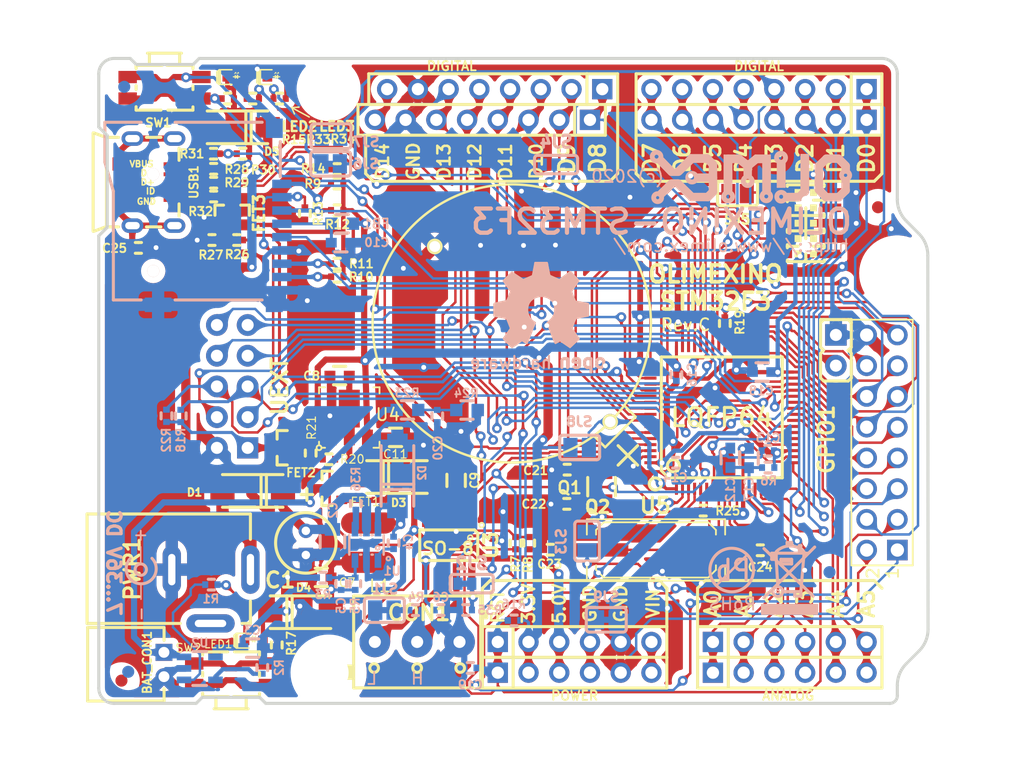
<source format=kicad_pcb>
(kicad_pcb (version 20211014) (generator pcbnew)
  (title_block (title "OLIMEXINO-STM32F3") (date "2022-03-16") (rev "C1") (company "OLIMEX LTD"))
  (layers (0 "F.Cu" signal) (31 "B.Cu" signal) (34 "B.Paste" user) (35 "F.Paste" user) (36 "B.SilkS" user "B.Silkscreen") (37 "F.SilkS" user "F.Silkscreen") (38 "B.Mask" user) (39 "F.Mask" user) (44 "Edge.Cuts" user))
  (net 0 "")
  (net 1 "+BATT")
  (net 2 "GND")
  (net 3 "/VBAT")
  (net 4 "+5V")
  (net 5 "Net-(C4-Pad2)")
  (net 6 "Net-(C4-Pad1)")
  (net 7 "Net-(C5-Pad2)")
  (net 8 "Net-(C6-Pad2)")
  (net 9 "Net-(C8-Pad2)")
  (net 10 "Net-(C10-Pad2)")
  (net 11 "+3.3VA")
  (net 12 "GNDA")
  (net 13 "/RESET")
  (net 14 "/D27")
  (net 15 "Net-(C21-Pad2)")
  (net 16 "/D23")
  (net 17 "Net-(C23-Pad2)")
  (net 18 "Net-(C24-Pad2)")
  (net 19 "Net-(C25-Pad2)")
  (net 20 "Net-(CON1-Pad1)")
  (net 21 "Net-(CON1-Pad2)")
  (net 22 "Net-(CON2-Pad10)")
  (net 23 "/D13_SCK1_LED1")
  (net 24 "/D11_MOSI1")
  (net 25 "/D12_MISO1")
  (net 26 "/D30_USART3RX")
  (net 27 "/D29_USART3TX")
  (net 28 "/D8_I2C2_SDA")
  (net 29 "/D7_I2C2_SCL")
  (net 30 "Net-(CON2-Pad1)")
  (net 31 "/TDI")
  (net 33 "/TDO_SWO")
  (net 34 "/TCK_SWCLK")
  (net 35 "/TMS_SWDIO")
  (net 36 "/D21")
  (net 37 "Net-(D1-Pad2)")
  (net 38 "Net-(D5-Pad2)")
  (net 39 "Net-(FET2-Pad1)")
  (net 40 "Net-(FET3-Pad1)")
  (net 41 "Net-(FET3-Pad3)")
  (net 42 "/D32_SCK2")
  (net 43 "/D31_#SS2")
  (net 44 "/D28")
  (net 45 "/D26")
  (net 46 "/D25_MMCCS")
  (net 47 "/D24_CANTX")
  (net 48 "/D23E")
  (net 49 "/D33_MISO2")
  (net 50 "/D34_MOSI2")
  (net 51 "/D35")
  (net 52 "/D36")
  (net 53 "/D37")
  (net 54 "Net-(LED2-Pad2)")
  (net 55 "Net-(LED3-Pad2)")
  (net 56 "Net-(MICRO_SD1-Pad8)")
  (net 57 "Net-(MICRO_SD1-Pad1)")
  (net 58 "/D14_CANRX")
  (net 59 "/D9")
  (net 60 "/D10_#SS1")
  (net 61 "/D0_RXD2")
  (net 62 "/D1_TXD2")
  (net 63 "/D2")
  (net 64 "/D3_LED2")
  (net 65 "/D4")
  (net 66 "/D5")
  (net 67 "/D6")
  (net 68 "/D15_A0")
  (net 69 "/D16_A1")
  (net 70 "/D17_A2")
  (net 71 "/D18_A3")
  (net 72 "/D19_A4")
  (net 73 "/D20_A5")
  (net 74 "/VIN")
  (net 75 "Net-(R2-Pad1)")
  (net 76 "Net-(R4-Pad1)")
  (net 77 "Net-(R7-Pad1)")
  (net 78 "Net-(R14-Pad2)")
  (net 79 "/BOOT0")
  (net 80 "Net-(R17-Pad2)")
  (net 81 "Net-(R19-Pad2)")
  (net 82 "/PF4")
  (net 83 "/DISC")
  (net 84 "/USBD_N")
  (net 85 "/USBC_N")
  (net 86 "/USBD_P")
  (net 87 "/USBC_P")
  (net 88 "/USBDET")
  (net 89 "Net-(R33-Pad2)")
  (net 90 "Net-(R34-Pad2)")
  (net 91 "Net-(R35-Pad2)")
  (net 92 "/PB2")
  (net 93 "/TRST")
  (net 95 "+3.3V")
  (net 96 "Net-(LED1-Pad1)")
  (net 97 "Net-(R1-Pad1)")
  (net 98 "Net-(R36-Pad2)")
  (net 99 "Net-(C5-Pad1)")
  (net 101 "/VIN_PWR")
  (footprint "OLIMEX_Connectors-FP:LIPO_BAT-CON2DW02R" (layer "F.Cu") (at 62.9 95.6 -90)
    (fp_text reference "BAT_CON1")
    (fp_text value "BAT_CON")
  )
  (footprint "OLIMEX_Connectors-FP:CR2032-PTH-PLASTIC" (layer "F.Cu") (at 94.8 67.39 -45)
    (fp_text reference "BAT_HOLDER1" hide)
    (fp_text value "CR2016_32")
  )
  (footprint "OLIMEX_RLC-FP:CPOL-RM2mm_5x9mm_PTH" (layer "F.Cu") (at 77.78 85.54 -90)
    (fp_text reference "C1")
    (fp_text value "4.7uF_50V")
  )
  (footprint "OLIMEX_RLC-FP:C_0603_5MIL_DWS" (layer "F.Cu") (at 79.06 88.39)
    (fp_text reference "C7")
    (fp_text value "10uF_6.3V")
  )
  (footprint "OLIMEX_RLC-FP:C_0603_5MIL_DWS" (layer "F.Cu") (at 80.57 71.7)
    (fp_text reference "C8")
    (fp_text value "10uF_6.3V")
  )
  (footprint "OLIMEX_RLC-FP:C_0603_5MIL_DWS" (layer "F.Cu") (at 85.19 76.81 180)
    (fp_text reference "C11")
    (fp_text value "10uF_6.3V")
  )
  (footprint "OLIMEX_RLC-FP:C_0402_5MIL_DWS" (layer "F.Cu") (at 99.38 79.48)
    (fp_text reference "C21")
    (fp_text value "12pF")
  )
  (footprint "OLIMEX_RLC-FP:C_0402_5MIL_DWS" (layer "F.Cu") (at 97.98 86.1)
    (fp_text reference "C23")
    (fp_text value "22pF")
  )
  (footprint "OLIMEX_RLC-FP:C_0402_5MIL_DWS" (layer "F.Cu") (at 115.34 86.15 180)
    (fp_text reference "C24")
    (fp_text value "22pF")
  )
  (footprint "OLIMEX_RLC-FP:C_0402_5MIL_DWS" (layer "F.Cu") (at 63.94 61.14 180)
    (fp_text reference "C25")
    (fp_text value "100nF")
  )
  (footprint "OLIMEX_Connectors-FP:TB3-3.5mm" (layer "F.Cu") (at 86.98 93.73)
    (fp_text reference "CON1")
    (fp_text value "CANBUS")
  )
  (footprint "OLIMEX_Connectors-FP:UEXT_BH10R" (layer "F.Cu") (at 71.7 72.6 90)
    (fp_text reference "CON2")
    (fp_text value "UEXT")
  )
  (footprint "OLIMEX_Diodes-FP:SMA-KA" (layer "F.Cu") (at 73.39 81.24 180)
    (fp_text reference "D1")
    (fp_text value "SS14")
  )
  (footprint "OLIMEX_Diodes-FP:SMA-KA" (layer "F.Cu") (at 85.31 80.09)
    (fp_text reference "D3")
    (fp_text value "SS14")
  )
  (footprint "OLIMEX_Diodes-FP:SMA-KA" (layer "F.Cu") (at 77.34 91.27)
    (fp_text reference "D4")
    (fp_text value "SS14")
  )
  (footprint "OLIMEX_Diodes-FP:SMA-KA" (layer "F.Cu") (at 72.13 51.17 180)
    (fp_text reference "D5")
    (fp_text value "SS14")
  )
  (footprint "OLIMEX_Transistors-FP:SOT23" (layer "F.Cu") (at 76.04 77.67)
    (fp_text reference "FET2")
    (fp_text value "WPM2015")
  )
  (footprint "OLIMEX_Transistors-FP:SOT23" (layer "F.Cu") (at 71.69 58.24 -90)
    (fp_text reference "FET3")
    (fp_text value "WPM2015")
  )
  (footprint "OLIMEX_Connectors-FP:BH16S" (layer "F.Cu") (at 125.4 77.24 90)
    (fp_text reference "GPIO1")
    (fp_text value "BH16S")
  )
  (footprint "OLIMEX_RLC-FP:CD43" (layer "F.Cu") (at 82.94 85.52 -90)
    (fp_text reference "L1")
    (fp_text value "4.7uH")
  )
  (footprint "OLIMEX_LEDs-FP:LED_0603_KA" (layer "F.Cu") (at 73.4695 93.599)
    (fp_text reference "LED1")
    (fp_text value "red")
  )
  (footprint "OLIMEX_LEDs-FP:LED_0603_KA" (layer "F.Cu") (at 72.05 46.99)
    (fp_text reference "LED2")
    (fp_text value "green")
  )
  (footprint "OLIMEX_LEDs-FP:LED_0603_KA" (layer "F.Cu") (at 75.36 46.99)
    (fp_text reference "LED3")
    (fp_text value "yellow")
  )
  (footprint "OLIMEX_Cases-FP:ARDUINO-STM32-PLATFORM" (layer "F.Cu") (at 101.26549 72.142321)
    (fp_text reference "PLATFORM1")
    (fp_text value "STM32-MAPPLE_Platform(2xPN1x8+2xPN1x6)")
    (fp_line (start 25.39873 -25.4) (end 25.397363 -15.00632) (layer "Edge.Cuts") (width 0.254))
    (fp_line (start 25.39873 25.1841) (end 25.39873 26.035) (layer "Edge.Cuts") (width 0.254))
    (fp_line (start 27.19451 22.33422) (end 26.14041 23.38832) (layer "Edge.Cuts") (width 0.254))
    (fp_line (start -32.05 26.17) (end -32.55 26.67) (layer "Edge.Cuts") (width 0.254))
    (fp_line (start 26.14041 -13.22578) (end 27.195505 -12.15898) (layer "Edge.Cuts") (width 0.254))
    (fp_line (start -40.60127 -21) (end -39.90127 -20.3) (layer "Edge.Cuts") (width 0.254))
    (fp_line (start -32.8 -26.17) (end -32.3 -26.67) (layer "Edge.Cuts") (width 0.254))
    (fp_line (start -38 -26.67) (end -37.5 -26.17) (layer "Edge.Cuts") (width 0.254))
    (fp_line (start -39.90127 -12.7) (end -39.90127 -20.3) (layer "Edge.Cuts") (width 0.254))
    (fp_line (start -26.8 26.67) (end -27.3 26.17) (layer "Edge.Cuts") (width 0.254))
    (fp_line (start -39.33127 -26.67) (end -38 -26.67) (layer "Edge.Cuts") (width 0.254))
    (fp_line (start 24.76373 26.67) (end -26.8 26.67) (layer "Edge.Cuts") (width 0.254))
    (fp_line (start -37.5 -26.17) (end -32.8 -26.17) (layer "Edge.Cuts") (width 0.254))
    (fp_line (start -40.60127 -12) (end -39.90127 -12.7) (layer "Edge.Cuts") (width 0.254))
    (fp_line (start -40.60127 25.4) (end -40.60127 -12) (layer "Edge.Cuts") (width 0.254))
    (fp_line (start -32.3 -26.67) (end 24.12873 -26.67) (layer "Edge.Cuts") (width 0.254))
    (fp_line (start -40.60127 -21) (end -40.60127 -25.4) (layer "Edge.Cuts") (width 0.254))
    (fp_line (start -27.3 26.17) (end -32.05 26.17) (layer "Edge.Cuts") (width 0.254))
    (fp_line (start 27.919525 -10.360662) (end 27.93873 20.53844) (layer "Edge.Cuts") (width 0.254))
    (fp_line (start -32.55 26.67) (end -39.33127 26.67) (layer "Edge.Cuts") (width 0.254))
    (fp_arc (start 26.14041 -13.22578) (mid 25.593351 -14.042796) (end 25.397363 -15.00632) (layer "Edge.Cuts") (width 0.254))
    (fp_arc (start 24.12873 -26.67) (mid 25.026756 -26.298026) (end 25.39873 -25.4) (layer "Edge.Cuts") (width 0.254))
    (fp_arc (start 25.39873 26.035) (mid 25.212743 26.484013) (end 24.76373 26.67) (layer "Edge.Cuts") (width 0.254))
    (fp_arc (start -39.33127 26.67) (mid -40.229296 26.298026) (end -40.60127 25.4) (layer "Edge.Cuts") (width 0.254))
    (fp_arc (start 27.195505 -12.15898) (mid 27.737014 -11.332089) (end 27.919525 -10.360662) (layer "Edge.Cuts") (width 0.254))
    (fp_arc (start 25.39873 25.1841) (mid 25.591561 24.21333) (end 26.140774 23.389956) (layer "Edge.Cuts") (width 0.254))
    (fp_arc (start 27.93873 20.53844) (mid 27.745384 21.510456) (end 27.194781 22.334491) (layer "Edge.Cuts") (width 0.254))
    (fp_arc (start -40.60127 -25.4) (mid -40.229296 -26.298026) (end -39.33127 -26.67) (layer "Edge.Cuts") (width 0.254))
  )
  (footprint "OLIMEX_Connectors-FP:PWR_JACK_UNI_MILLING" (layer "F.Cu") (at 73.2 92.5)
    (fp_text reference "PWR1")
    (fp_text value "PWR-JACK-UNI-MILLING")
  )
  (footprint "OLIMEX_RLC-FP:L_1206_5MIL_DWS" (layer "F.Cu") (at 102.22 80.89 90)
    (fp_text reference "Q1")
    (fp_text value "32768_1206_12.5pF")
  )
  (footprint "OLIMEX_RLC-FP:R_0402_5MIL_DWS" (layer "F.Cu") (at 95.11 85.56 90)
    (fp_text reference "R7")
    (fp_text value "330R/0402")
  )
  (footprint "OLIMEX_RLC-FP:R_0402_5MIL_DWS" (layer "F.Cu") (at 96.24 85.56 -90)
    (fp_text reference "R8")
    (fp_text value "680R/0402")
  )
  (footprint "OLIMEX_RLC-FP:R_0402_5MIL_DWS" (layer "F.Cu") (at 80.37 55.82 180)
    (fp_text reference "R9")
    (fp_text value "100K")
  )
  (footprint "OLIMEX_RLC-FP:R_0402_5MIL_DWS" (layer "F.Cu") (at 80.38 63.53 180)
    (fp_text reference "R10")
    (fp_text value "100K")
  )
  (footprint "OLIMEX_RLC-FP:R_0402_5MIL_DWS" (layer "F.Cu") (at 80.37 62.44 180)
    (fp_text reference "R11")
    (fp_text value "100K")
  )
  (footprint "OLIMEX_RLC-FP:R_0402_5MIL_DWS" (layer "F.Cu") (at 80.37 58.03 180)
    (fp_text reference "R12")
    (fp_text value "10K")
  )
  (footprint "OLIMEX_RLC-FP:R_0402_5MIL_DWS" (layer "F.Cu") (at 77.7 58.3 90)
    (fp_text reference "R13")
    (fp_text value "1M")
  )
  (footprint "OLIMEX_RLC-FP:R_0402_5MIL_DWS" (layer "F.Cu") (at 80.37 54.62 180)
    (fp_text reference "R14")
    (fp_text value "1K")
  )
  (footprint "OLIMEX_RLC-FP:R_0402_5MIL_DWS" (layer "F.Cu") (at 71.33 48.79)
    (fp_text reference "R15")
    (fp_text value "10K")
  )
  (footprint "OLIMEX_RLC-FP:R_0402_5MIL_DWS" (layer "F.Cu") (at 75.3745 93.98 -90)
    (fp_text reference "R17")
    (fp_text value "22R")
  )
  (footprint "OLIMEX_RLC-FP:R_0402_5MIL_DWS" (layer "F.Cu") (at 112.41 67.39 -90)
    (fp_text reference "R19")
    (fp_text value "1K")
  )
  (footprint "OLIMEX_RLC-FP:R_0402_5MIL_DWS" (layer "F.Cu") (at 79.69 78.62 180)
    (fp_text reference "R20")
    (fp_text value "1K")
  )
  (footprint "OLIMEX_RLC-FP:R_0402_5MIL_DWS" (layer "F.Cu") (at 78.18 78.11 -90)
    (fp_text reference "R21")
    (fp_text value "100K")
  )
  (footprint "OLIMEX_RLC-FP:R_0402_5MIL_DWS" (layer "F.Cu") (at 110.62 82.87)
    (fp_text reference "R25")
    (fp_text value "1M")
  )
  (footprint "OLIMEX_RLC-FP:R_0402_5MIL_DWS" (layer "F.Cu") (at 72.07 60.49 180)
    (fp_text reference "R26")
    (fp_text value "1K")
  )
  (footprint "OLIMEX_RLC-FP:R_0402_5MIL_DWS" (layer "F.Cu") (at 70.02 60.49)
    (fp_text reference "R27")
    (fp_text value "100K")
  )
  (footprint "OLIMEX_RLC-FP:R_0402_5MIL_DWS" (layer "F.Cu") (at 70.16 54.6)
    (fp_text reference "R28")
    (fp_text value "22R")
  )
  (footprint "OLIMEX_RLC-FP:R_0402_5MIL_DWS" (layer "F.Cu") (at 70.16 55.75)
    (fp_text reference "R29")
    (fp_text value "22R")
  )
  (footprint "OLIMEX_RLC-FP:R_0402_5MIL_DWS" (layer "F.Cu") (at 72.58 53.35)
    (fp_text reference "R30")
    (fp_text value "20K")
  )
  (footprint "OLIMEX_RLC-FP:R_0402_5MIL_DWS" (layer "F.Cu") (at 70.15 53.35)
    (fp_text reference "R31")
    (fp_text value "10K")
  )
  (footprint "OLIMEX_RLC-FP:R_0402_5MIL_DWS" (layer "F.Cu") (at 70.16 56.89 180)
    (fp_text reference "R32")
    (fp_text value "1.5K")
  )
  (footprint "OLIMEX_RLC-FP:R_0402_5MIL_DWS" (layer "F.Cu") (at 73.4 48.79)
    (fp_text reference "R33")
    (fp_text value "2K")
  )
  (footprint "OLIMEX_RLC-FP:R_0402_5MIL_DWS" (layer "F.Cu") (at 75.61 48.79 180)
    (fp_text reference "R34")
    (fp_text value "2K")
  )
  (footprint "OLIMEX_Jumpers-FP:SJ" (layer "F.Cu") (at 113.46 56.65 180)
    (fp_text reference "SJ5")
    (fp_text value "open")
  )
  (footprint "OLIMEX_Buttons-FP:TSW34-W16PR-220" (layer "F.Cu") (at 66.1 47.9 180)
    (fp_text reference "SW1")
    (fp_text value "SIDE_WTCM-TR(3x4)")
  )
  (footprint "OLIMEX_Buttons-FP:TSW34-W16PR-220" (layer "F.Cu") (at 71.6 96.4)
    (fp_text reference "SW2")
    (fp_text value "SIDE_WTCM-TR(3x4)")
  )
  (footprint "OLIMEX_IC-FP:SO-8" (layer "F.Cu") (at 89.59 85.73 180)
    (fp_text reference "U3")
    (fp_text value "SIT1050T")
  )
  (footprint "OLIMEX_Transistors-FP:SOT89" (layer "F.Cu") (at 81.37 75.17)
    (fp_text reference "U4")
    (fp_text value "ME6210-SOT89")
  )
  (footprint "OLIMEX_IC-FP:LQFP64_Pitch-0.5mm_12.00x12.00x1.60mm" (layer "F.Cu") (at 112.16 75.16)
    (fp_text reference "U5")
    (fp_text value "STM32F303RCT6")
  )
  (footprint "OLIMEX_Connectors-FP:USB-MICRO_MISB-SWMM-5B_LF" (layer "F.Cu") (at 63.7 55.7 180)
    (fp_text reference "USB1")
    (fp_text value "uiCRO")
  )
  (footprint "OLIMEX_Connectors-FP:GPH127SMT-02X05(PA-V16X-2X5-LF)" (layer "F.Cu") (at 119.1 59.1 90)
    (fp_text reference "CON3" hide)
    (fp_text value "SWD")
  )
  (footprint "OLIMEX_Connectors-FP:HN1x2" (layer "F.Cu") (at 121.59 69.61 -90)
    (fp_text reference "CON4" hide)
    (fp_text value "WAKE")
  )
  (footprint "OLIMEX_Crystal-FP:Q_49U3HMS" (layer "F.Cu") (at 106.72 86.12 180)
    (fp_text reference "Q2")
    (fp_text value "8M_HS49S_20pF")
  )
  (footprint "OLIMEX_Other-FP:Fiducial1x3_transp" (layer "F.Cu") (at 125.07 57.78)
    (fp_text reference "Ref*" hide)
    (fp_text value "Val**" hide)
  )
  (footprint "OLIMEX_Other-FP:Fiducial1x3_transp" (layer "F.Cu") (at 62.7 63.3)
    (fp_text reference "Ref*" hide)
    (fp_text value "Val**" hide)
  )
  (footprint "OLIMEX_Other-FP:Fiducial1x3_transp" (layer "F.Cu") (at 62.54 96.93)
    (fp_text reference "Ref*" hide)
    (fp_text value "Val**" hide)
  )
  (footprint "OLIMEX_RLC-FP:C_0402_5MIL_DWS" (layer "F.Cu") (at 99.35 82.31)
    (fp_text reference "C22")
    (fp_text value "12pF")
  )
  (footprint "OLIMEX_RLC-FP:C_0603_5MIL_DWS" (layer "F.Cu") (at 90.2 80.37 -90)
    (fp_text reference "C9")
    (fp_text value "10uF_6.3V")
  )
  (footprint "OLIMEX_Transistors-FP:SOT23" (layer "F.Cu") (at 79.75 81.03)
    (fp_text reference "FET1")
    (fp_text value "WPM2015")
  )
  (footprint "OLIMEX_RLC-FP:C_0805_5MIL_DWS" (layer "B.Cu") (at 79.98 85.44 90)
    (fp_text reference "C2")
    (fp_text value "100nF_50V")
  )
  (footprint "OLIMEX_RLC-FP:C_0603_5MIL_DWS" (layer "B.Cu") (at 73.38 94.24 180)
    (fp_text reference "C3")
    (fp_text value "1uF_6.3V")
  )
  (footprint "OLIMEX_RLC-FP:C_0402_5MIL_DWS" (layer "B.Cu") (at 85.03 85.54 -90)
    (fp_text reference "C4")
    (fp_text value "100nF")
  )
  (footprint "OLIMEX_RLC-FP:C_0402_5MIL_DWS" (layer "B.Cu") (at 80.7 88.92 90)
    (fp_text reference "C5")
    (fp_text value "47pF")
  )
  (footprint "OLIMEX_RLC-FP:C_0402_5MIL_DWS" (layer "B.Cu") (at 88.94 91.09 180)
    (fp_text reference "C6")
    (fp_text value "100nF")
  )
  (footprint "OLIMEX_RLC-FP:C_0603_5MIL_DWS" (layer "B.Cu") (at 80.68 60.71 180)
    (fp_text reference "C10")
    (fp_text value "10uF_6.3V")
  )
  (footprint "OLIMEX_RLC-FP:C_0603_5MIL_DWS" (layer "B.Cu") (at 112.86 78.5 -90)
    (fp_text reference "C12")
    (fp_text value "10uF_6.3V")
  )
  (footprint "OLIMEX_RLC-FP:C_0402_5MIL_DWS" (layer "B.Cu") (at 115.96 77.91)
    (fp_text reference "C13")
    (fp_text value "100nF")
  )
  (footprint "OLIMEX_RLC-FP:C_0402_5MIL_DWS" (layer "B.Cu") (at 108.34 78.91 180)
    (fp_text reference "C14")
    (fp_text value "100nF")
  )
  (footprint "OLIMEX_RLC-FP:C_0402_5MIL_DWS" (layer "B.Cu") (at 108.4 71.63 90)
    (fp_text reference "C16")
    (fp_text value "100nF")
  )
  (footprint "OLIMEX_RLC-FP:C_0603_5MIL_DWS" (layer "B.Cu") (at 114.41 78.52 -90)
    (fp_text reference "C17")
    (fp_text value "10uF_6.3v")
  )
  (footprint "OLIMEX_RLC-FP:C_0603_5MIL_DWS" (layer "B.Cu") (at 115.49 71.41)
    (fp_text reference "C18")
    (fp_text value "10uF_6.3V")
  )
  (footprint "OLIMEX_RLC-FP:C_0402_5MIL_DWS" (layer "B.Cu") (at 91.38 95.88)
    (fp_text reference "C19")
    (fp_text value "100nF")
  )
  (footprint "OLIMEX_RLC-FP:C_0402_5MIL_DWS" (layer "B.Cu") (at 88.64 75.05 90)
    (fp_text reference "C20")
    (fp_text value "100nF")
  )
  (footprint "OLIMEX_Diodes-FP:SMA-KA" (layer "B.Cu") (at 85.35 80 90)
    (fp_text reference "D2")
    (fp_text value "SS310")
  )
  (footprint "OLIMEX_RLC-FP:L_0603_5MIL_DWS" (layer "B.Cu") (at 80.78 59.14)
    (fp_text reference "FB1")
    (fp_text value "FB0603")
  )
  (footprint "OLIMEX_RLC-FP:R_0402_5MIL_DWS" (layer "B.Cu") (at 69.97 88.99)
    (fp_text reference "R1")
    (fp_text value "2K")
  )
  (footprint "OLIMEX_RLC-FP:R_0402_5MIL_DWS" (layer "B.Cu") (at 74.18 95.85 90)
    (fp_text reference "R2")
    (fp_text value "1.5K")
  )
  (footprint "OLIMEX_RLC-FP:R_0402_5MIL_DWS" (layer "B.Cu") (at 79.2 88.41)
    (fp_text reference "R3")
    (fp_text value "20k/1%/0402")
  )
  (footprint "OLIMEX_RLC-FP:R_0402_5MIL_DWS" (layer "B.Cu") (at 86.84 91.1)
    (fp_text reference "R4")
    (fp_text value "120R")
  )
  (footprint "OLIMEX_RLC-FP:R_0402_5MIL_DWS" (layer "B.Cu") (at 81.86 88.92 -90)
    (fp_text reference "R5")
    (fp_text value "124K_1%")
  )
  (footprint "OLIMEX_RLC-FP:R_0402_5MIL_DWS" (layer "B.Cu") (at 115.99 79.31)
    (fp_text reference "R6")
    (fp_text value "22R")
  )
  (footprint "OLIMEX_RLC-FP:R_0402_5MIL_DWS" (layer "B.Cu") (at 94.99 91.95 180)
    (fp_text reference "R16")
    (fp_text value "10K")
  )
  (footprint "OLIMEX_RLC-FP:R_0402_5MIL_DWS" (layer "B.Cu") (at 67.44 75.04 90)
    (fp_text reference "R18")
    (fp_text value "4.7K")
  )
  (footprint "OLIMEX_RLC-FP:R_0402_5MIL_DWS" (layer "B.Cu") (at 66.26 75.03 90)
    (fp_text reference "R22")
    (fp_text value "4.7K")
  )
  (footprint "OLIMEX_RLC-FP:R_0603_5MIL_DWS" (layer "B.Cu") (at 86.18 74.54)
    (fp_text reference "R23")
    (fp_text value "1M_1%_0603")
  )
  (footprint "OLIMEX_RLC-FP:R_0603_5MIL_DWS" (layer "B.Cu") (at 91.1 74.55)
    (fp_text reference "R24")
    (fp_text value "3M_1%_0603")
  )
  (footprint "OLIMEX_Jumpers-FP:SJ_Closed" (layer "B.Cu") (at 84.27 91.1)
    (fp_text reference "SJ1")
    (fp_text value "closed")
  )
  (footprint "OLIMEX_Jumpers-FP:SJ_2_SMALL_12_TIED" (layer "B.Cu") (at 91.490013 88.910008)
    (fp_text reference "SJ2")
    (fp_text value "SJ2W_Closed(1-2)")
  )
  (footprint "OLIMEX_Jumpers-FP:SJ" (layer "B.Cu") (at 101.019991 85.389999 -90)
    (fp_text reference "SJ3")
    (fp_text value "open")
  )
  (footprint "OLIMEX_Jumpers-FP:SJ_2_SMALL_12_TIED" (layer "B.Cu") (at 98.460001 54.250006 180)
    (fp_text reference "SJ4")
    (fp_text value "SJ2W_Closed(1-2)")
  )
  (footprint "OLIMEX_Jumpers-FP:SJ" (layer "B.Cu") (at 100.41001 77.65001 180)
    (fp_text reference "SJ8")
    (fp_text value "open")
  )
  (footprint "OLIMEX_Jumpers-FP:SJ_Closed" (layer "B.Cu") (at 102.61 91.9)
    (fp_text reference "SJ9")
    (fp_text value "closed")
  )
  (footprint "OLIMEX_Regulators-FP:SOT23-6" (layer "B.Cu") (at 82.79 85.7 -90)
    (fp_text reference "U1")
    (fp_text value "BL9342")
  )
  (footprint "OLIMEX_Regulators-FP:SOT-23-5" (layer "B.Cu") (at 69.01 95.92 180)
    (fp_text reference "U2")
    (fp_text value "BL4054B-42TPRN(SOT23-5)")
  )
  (footprint "OLIMEX_Other-FP:Fiducial1x3_transp" (layer "B.Cu") (at 121.06 87.96)
    (fp_text reference "Ref*" hide)
    (fp_text value "Val**" hide)
  )
  (footprint "OLIMEX_Other-FP:Fiducial1x3_transp" (layer "B.Cu") (at 63.1 96.2)
    (fp_text reference "Ref*" hide)
    (fp_text value "Val**" hide)
  )
  (footprint "OLIMEX_Other-FP:Fiducial1x3_transp" (layer "B.Cu") (at 62.77 47.82)
    (fp_text reference "Ref*" hide)
    (fp_text value "Val**" hide)
  )
  (footprint "OLIMEX_Other-FP:Fiducial1x3_transp" (layer "B.Cu") (at 116.61 53.54)
    (fp_text reference "Ref*" hide)
    (fp_text value "Val**" hide)
  )
  (footprint "OLIMEX_LOGOs-FP:OLIMEX_LOGO_TB" (layer "B.Cu") (at 114.4 55.26 180)
    (fp_text reference "" hide)
    (fp_text value "" hide)
  )
  (footprint "OLIMEX_LOGOs-FP:LOGO_OPENHARDWARE_8x8" (layer "B.Cu") (at 97.24 66.36 180)
    (fp_text reference "" hide)
    (fp_text value "" hide)
  )
  (footprint "OLIMEX_LOGOs-FP:LOGO_RECYCLEBIN_1" (layer "B.Cu") (at 120.09 91.47 180)
    (fp_text reference "" hide)
    (fp_text value "" hide)
  )
  (footprint "OLIMEX_LOGOs-FP:LOGO_PBFREE" (layer "B.Cu") (at 113.18 87.47)
    (fp_text reference "")
    (fp_text value "")
  )
  (footprint "OLIMEX_Jumpers-FP:SJ_Closed" (layer "B.Cu") (at 79.86 51.9 180)
    (fp_text reference "SJ7")
    (fp_text value "closed")
  )
  (footprint "OLIMEX_Jumpers-FP:SJ_Closed" (layer "B.Cu") (at 79.83 54.19 180)
    (fp_text reference "SJ6")
    (fp_text value "closed")
  )
  (footprint "OLIMEX_RLC-FP:R_0402_5MIL_DWS" (layer "B.Cu") (at 91 91.09)
    (fp_text reference "R35")
    (fp_text value "10K")
  )
  (footprint "OLIMEX_Connectors-FP:TFC-WPAPR-08" (layer "B.Cu") (at 68.799989 58.100011 180)
    (fp_text reference "MICRO_SD1" hide)
    (fp_text value "MICRO_SD(TFC-WPAPR-08)")
  )
  (footprint "OLIMEX_RLC-FP:R_0402_5MIL_DWS" (layer "B.Cu") (at 81.915 82.296 -90)
    (fp_text reference "R36")
    (fp_text value "470K")
  )
  (gr_arc (start 65.060209 86.813123) (mid 64.189688 88.920882) (end 63.26 86.838543) (layer "B.SilkS") (width 0.25))
  (gr_line (start 64.132166 87.29) (end 64.132166 85.86) (layer "B.SilkS") (width 0.12))
  (gr_circle (center 64.132166 87.75) (end 64.603865 87.75) (layer "B.SilkS") (width 0.25) (fill none))
  (gr_line (start 64.152166 88.94) (end 64.152166 90.2) (layer "B.SilkS") (width 0.12))
  (gr_line (start 78.06 50.32) (end 76.58 49.52) (layer "F.SilkS") (width 0.12))
  (gr_line (start 77.21 49.5) (end 77.14 49.49) (layer "F.SilkS") (width 0.12))
  (gr_line (start 76.84 50.06) (end 76.62 49.54) (layer "F.SilkS") (width 0.12))
  (gr_line (start 76.62 49.54) (end 77.21 49.5) (layer "F.SilkS") (width 0.12))
  (gr_text "RoHS" (at 113.03 90.6) (layer "B.SilkS") (effects (font (size 1 1)) (justify mirror)))
  (gr_text "H" (at 86.995 96.7486) (layer "B.SilkS") (effects (font (size 1 1)) (justify mirror)))
  (gr_text "7...36V DC" (at 61.9 87.18 270) (layer "B.SilkS") (effects (font (size 1.1 1.1) (thickness 0.275)) (justify mirror)))
  (gr_text "+" (at 64.132166 84.84) (layer "B.SilkS") (effects (font (size 1 1)) (justify mirror)))
  (gr_text "OLIMEXINO-STM32F3" (at 107.17 58.98) (layer "B.SilkS") (effects (font (size 2 2) (thickness 0.35)) (justify mirror)))
  (gr_text "-" (at 64.132166 91.41 90) (layer "B.SilkS") (effects (font (size 1 1)) (justify mirror)))
  (gr_text "L" (at 83.2612 96.7486) (layer "B.SilkS") (effects (font (size 1 1)) (justify mirror)))
  (gr_text "(c)2020" (at 104.37 55.23) (layer "B.SilkS") (effects (font (size 1 1)) (justify mirror)))
  (gr_text "https://www.olimex.com/" (at 112.93 60.96) (layer "B.SilkS") (effects (font (size 1 1)) (justify mirror)))
  (gr_text "2\n1" (at 125.46 88.05 90) (layer "F.SilkS") (effects (font (size 1 1))))
  (gr_text "UEXT" (at 75.62 72.59 90) (layer "F.SilkS") (effects (font (size 1.3 1.3) (thickness 0.25))))
  (gr_text "OLIMEXINO\nSTM32F3" (at 111.64 64.44) (layer "F.SilkS") (effects (font (size 1.4 1.4) (thickness 0.3))))
  (gr_text "Rev.C" (at 109.17 67.5) (layer "F.SilkS") (effects (font (size 1 1))))
  (segment (start 78.13 81.65) (end 78.75 81.03) (width 0.508) (layer "F.Cu") (net 1))
  (segment (start 78.13 82.19) (end 78.13 81.65) (width 0.508) (layer "F.Cu") (net 1))
  (via (at 78.13 82.19) (size 0.8) (drill 0.4) (layers "F.Cu" "B.Cu") (net 1))
  (segment (start 78.13 80.685) (end 78.13 81.624315) (width 0.508) (layer "B.Cu") (net 1))
  (segment (start 78.13 81.624315) (end 78.13 82.19) (width 0.508) (layer "B.Cu") (net 1))
  (segment (start 63.58 93.32748) (end 63.58 87.915202) (width 0.508) (layer "B.Cu") (net 1))
  (segment (start 66.05214 94.59162) (end 64.84414 94.59162) (width 0.508) (layer "B.Cu") (net 1))
  (segment (start 67.71 94.97) (end 66.43052 94.97) (width 0.25) (layer "B.Cu") (net 1))
  (segment (start 64.84414 94.59162) (end 63.58 93.32748) (width 0.508) (layer "B.Cu") (net 1))
  (segment (start 85.291 74.54) (end 84.275 74.54) (width 0.508) (layer "B.Cu") (net 1))
  (segment (start 63.58 84.63) (end 66.02 82.19) (width 0.508) (layer "B.Cu") (net 1))
  (segment (start 63.58 87.915202) (end 63.58 84.63) (width 0.508) (layer "B.Cu") (net 1))
  (segment (start 84.275 74.54) (end 78.13 80.685) (width 0.508) (layer "B.Cu") (net 1))
  (segment (start 66.02 82.19) (end 78.13 82.19) (width 0.508) (layer "B.Cu") (net 1))
  (segment (start 66.43052 94.97) (end 66.05214 94.59162) (width 0.25) (layer "B.Cu") (net 1))
  (segment (start 79.77 75.03) (end 79.77 76.72) (width 0.508) (layer "F.Cu") (net 2))
  (segment (start 77.7 58.808) (end 77.2218 58.808) (width 0.2032) (layer "F.Cu") (net 2))
  (segment (start 68.51 57.78) (end 69.32 58.59) (width 0.508) (layer "F.Cu") (net 2))
  (segment (start 79.77 71.7) (end 79.77 75.03) (width 0.508) (layer "F.Cu") (net 2))
  (segment (start 123.25 59.09) (end 123.27 59.11) (width 0.3556) (layer "F.Cu") (net 2))
  (segment (start 71.288 46.99) (end 71.288 47.7456) (width 0.3556) (layer "F.Cu") (net 2))
  (segment (start 108.91 69.26) (end 108.91 67.61) (width 0.25) (layer "F.Cu") (net 2))
  (segment (start 90.225 84.575347) (end 90.203179 84.597168) (width 0.2032) (layer "F.Cu") (net 2))
  (segment (start 115.848 86.15) (end 115.848 87.032) (width 0.2032) (layer "F.Cu") (net 2))
  (segment (start 112.118021 72.200369) (end 111.999999 72.318391) (width 0.2032) (layer "F.Cu") (net 2))
  (segment (start 73.774999 46.335903) (end 73.761604 46.349298) (width 0.3556) (layer "F.Cu") (net 2))
  (segment (start 98.842 82.31) (end 98.842 83.588) (width 0.2032) (layer "F.Cu") (net 2))
  (segment (start 87.04022 49.536321) (end 86.02422 50.552321) (width 0.508) (layer "F.Cu") (net 2))
  (segment (start 111.999999 72.318391) (end 111.6 72.71839) (width 0.2032) (layer "F.Cu") (net 2))
  (segment (start 110.83161 72.71839) (end 108.96 74.59) (width 0.2032) (layer "F.Cu") (net 2))
  (segment (start 107.568935 79.654719) (end 107.807108 79.892892) (width 0.25) (layer "F.Cu") (net 2))
  (segment (start 78.26 87.02) (end 77.78 86.54) (width 0.508) (layer "F.Cu") (net 2))
  (segment (start 108.91 67.61) (end 108.55 67.25) (width 0.25) (layer "F.Cu") (net 2))
  (segment (start 90.2 83.105) (end 90.225 83.13) (width 0.2032) (layer "F.Cu") (net 2))
  (segment (start 108.96 75.03059) (end 108.478399 75.512191) (width 0.2032) (layer "F.Cu") (net 2))
  (segment (start 118.06 71.91) (end 117.3 71.91) (width 0.2032) (layer "F.Cu") (net 2))
  (segment (start 115.848 87.032) (end 115.66 87.22) (width 0.2032) (layer "F.Cu") (net 2))
  (segment (start 90.203179 84.597168) (end 90.564222 84.958211) (width 0.25) (layer "F.Cu") (net 2))
  (segment (start 93.569518 84.958211) (end 93.977707 85.3664) (width 0.25) (layer "F.Cu") (net 2))
  (segment (start 98.842 82.31) (end 98.06 82.31) (width 0.2032) (layer "F.Cu") (net 2))
  (segment (start 66.85 57.0875) (end 68.183 57.0875) (width 0.508) (layer "F.Cu") (net 2))
  (segment (start 103.80422 96.272321) (end 103.80422 93.732321) (width 0.508) (layer "F.Cu") (net 2))
  (segment (start 122.01 60.37) (end 123.27 59.11) (width 0.3556) (layer "F.Cu") (net 2))
  (segment (start 64.448 61.14) (end 65.38 61.14) (width 0.2032) (layer "F.Cu") (net 2))
  (segment (start 69.0488 60.5) (end 68.8 60.5) (width 0.2032) (layer "F.Cu") (net 2))
  (segment (start 81.74599 62.825685) (end 81.74599 62.26) (width 0.3556) (layer "F.Cu") (net 2))
  (segment (start 90.2 81.17) (end 90.2 83.105) (width 0.2032) (layer "F.Cu") (net 2))
  (segment (start 90.225 83.13) (end 90.225 84.575347) (width 0.2032) (layer "F.Cu") (net 2))
  (segment (start 97.472 84.958) (end 97.472 86.1) (width 0.2032) (layer "F.Cu") (net 2))
  (segment (start 98.4188 79.48) (end 98.3988 79.5) (width 0.2032) (layer "F.Cu") (net 2))
  (segment (start 98.872 79.48) (end 98.4188 79.48) (width 0.2032) (layer "F.Cu") (net 2))
  (segment (start 73.088 54.118453) (end 72.982732 54.223721) (width 0.3556) (layer "F.Cu") (net 2))
  (segment (start 105.33 70.55) (end 105.33 66.920968) (width 0.2032) (layer "F.Cu") (net 2))
  (segment (start 79.77 76.72) (end 79.87 76.82) (width 0.508) (layer "F.Cu") (net 2))
  (segment (start 98.842 83.588) (end 97.472 84.958) (width 0.2032) (layer "F.Cu") (net 2))
  (segment (start 87.04022 48.012321) (end 87.04022 49.536321) (width 0.508) (layer "F.Cu") (net 2))
  (segment (start 98.06 82.31) (end 98.04 82.33) (width 0.2032) (layer "F.Cu") (net 2))
  (segment (start 111.6 72.71839) (end 110.83161 72.71839) (width 0.2032) (layer "F.Cu") (net 2))
  (segment (start 90.564222 84.958211) (end 93.569518 84.958211) (width 0.25) (layer "F.Cu") (net 2))
  (segment (start 77.9 65.505) (end 81.275 65.505) (width 0.3556) (layer "F.Cu") (net 2))
  (segment (start 104.847024 79.19) (end 104.84 79.19) (width 0.2032) (layer "F.Cu") (net 2))
  (segment (start 78.867 76.865) (end 78.912 76.82) (width 0.508) (layer "F.Cu") (net 2))
  (segment (start 121.132 59.1) (end 123.26 59.1) (width 0.3556) (layer "F.Cu") (net 2))
  (segment (start 105.33 66.920968) (end 105.39 66.860968) (width 0.2032) (layer "F.Cu") (net 2))
  (segment (start 105.627024 78.41) (end 104.847024 79.19) (width 0.2032) (layer "F.Cu") (net 2))
  (segment (start 108.96 74.59) (end 108.96 75.03059) (width 0.2032) (layer "F.Cu") (net 2))
  (segment (start 65.38 61.14) (end 65.4 61.12) (width 0.2032) (layer "F.Cu") (net 2))
  (segment (start 108.96 75.03059) (end 108.953288 75.037302) (width 0.2032) (layer "F.Cu") (net 2))
  (segment (start 78.18 77.602) (end 78.205 77.602) (width 0.508) (layer "F.Cu") (net 2))
  (segment (start 76.0095 93.472) (end 75.3745 93.472) (width 0.2032) (layer "F.Cu") (net 2))
  (segment (start 69.32 58.59) (end 69.35 58.59) (width 0.508) (layer "F.Cu") (net 2))
  (segment (start 108.478399 75.512191) (end 108.478399 76.790113) (width 0.2032) (layer "F.Cu") (net 2))
  (segment (start 71.66 47.92) (end 71.838 48.098) (width 0.3556) (layer "F.Cu") (net 2))
  (segment (start 78.867 76.94) (end 78.867 76.865) (width 0.508) (layer "F.Cu") (net 2))
  (segment (start 106.26 78.41) (end 105.627024 78.41) (width 0.2032) (layer "F.Cu") (net 2))
  (segment (start 73.088 50.938) (end 73.088 53.35) (width 0.3556) (layer "F.Cu") (net 2))
  (segment (start 71.363001 46.264999) (end 73.774999 46.264999) (width 0.25) (layer "F.Cu") (net 2))
  (segment (start 108.478399 76.790113) (end 108.129829 77.138683) (width 0.2032) (layer "F.Cu") (net 2))
  (segment (start 77.29 92.1915) (end 76.0095 93.472) (width 0.2032) (layer "F.Cu") (net 2))
  (segment (start 74.598 46.34) (end 74.598 46.99) (width 0.25) (layer "F.Cu") (net 2))
  (segment (start 74.522999 46.264999) (end 74.598 46.34) (width 0.25) (layer "F.Cu") (net 2))
  (segment (start 108.129829 77.704368) (end 108.129829 77.138683) (width 0.25) (layer "F.Cu") (net 2))
  (segment (start 108.129829 79.083219) (end 108.129829 77.704368) (width 0.25) (layer "F.Cu") (net 2))
  (segment (start 71.288 46.99) (end 71.288 46.34) (width 0.25) (layer "F.Cu") (net 2))
  (segment (start 77.29 90.77) (end 77.29 92.1915) (width 0.2032) (layer "F.Cu") (net 2))
  (segment (start 97.44 86.068) (end 97.472 86.1) (width 0.2032) (layer "F.Cu") (net 2))
  (segment (start 81.275 65.505) (end 81.74599 65.03401) (width 0.3556) (layer "F.Cu") (net 2))
  (segment (start 77.2218 58.808) (end 76.6138 58.2) (width 0.2032) (layer "F.Cu") (net 2))
  (segment (start 68.183 57.0875) (end 68.51 57.4145) (width 0.508) (layer "F.Cu") (net 2))
  (segment (start 71.288 47.7456) (end 71.4624 47.92) (width 0.3556) (layer "F.Cu") (net 2))
  (segment (start 69.0588 60.49) (end 69.0488 60.5) (width 0.2032) (layer "F.Cu") (net 2))
  (segment (start 123.25 56.57) (end 123.25 59.09) (width 0.3556) (layer "F.Cu") (net 2))
  (segment (start 78.26 89.8) (end 77.29 90.77) (width 0.2032) (layer "F.Cu") (net 2))
  (segment (start 121.132 56.56) (end 123.24 56.56) (width 0.3556) (layer "F.Cu") (net 2))
  (segment (start 69.35 58.59) (end 69.37 58.61) (width 0.508) (layer "F.Cu") (net 2))
  (segment (start 73.774999 46.264999) (end 74.522999 46.264999) (width 0.25) (layer "F.Cu") (net 2))
  (segment (start 78.912 76.82) (end 79.87 76.82) (width 0.508) (layer "F.Cu") (net 2))
  (segment (start 81.74599 65.03401) (end 81.74599 62.825685) (width 0.3556) (layer "F.Cu") (net 2))
  (segment (start 69.78 58.2) (end 69.37 58.61) (width 0.2032) (layer "F.Cu") (net 2))
  (segment (start 97.45 86.078) (end 97.472 86.1) (width 0.25) (layer "F.Cu") (net 2))
  (segment (start 105.405685 79.19) (end 105.859798 79.644113) (width 0.25) (layer "F.Cu") (net 2))
  (segment (start 78.26 88.39) (end 78.26 87.02) (width 0.508) (layer "F.Cu") (net 2))
  (segment (start 98.872 82.28) (end 98.842 82.31) (width 0.2032) (layer "F.Cu") (net 2))
  (segment (start 78.26 88.39) (end 78.26 89.8) (width 0.2032) (layer "F.Cu") (net 2))
  (segment (start 123.26 59.1) (end 123.27 59.11) (width 0.3556) (layer "F.Cu") (net 2))
  (segment (start 73.088 53.35) (end 73.088 54.118453) (width 0.3556) (layer "F.Cu") (net 2))
  (segment (start 71.838 49.688) (end 73.088 50.938) (width 0.3556) (layer "F.Cu") (net 2))
  (segment (start 71.4624 47.92) (end 71.66 47.92) (width 0.3556) (layer "F.Cu") (net 2))
  (segment (start 76.6138 58.2) (end 69.78 58.2) (width 0.2032) (layer "F.Cu") (net 2))
  (segment (start 78.205 77.602) (end 78.867 76.94) (width 0.508) (layer "F.Cu") (net 2))
  (segment (start 71.838 48.79) (end 71.838 49.688) (width 0.3556) (layer "F.Cu") (net 2))
  (segment (start 105.859798 79.644113) (end 107.568935 79.644113) (width 0.25) (layer "F.Cu") (net 2))
  (segment (start 117.3 71.91) (end 117.009631 72.200369) (width 0.2032) (layer "F.Cu") (net 2))
  (segment (start 71.288 46.34) (end 71.363001 46.264999) (width 0.25) (layer "F.Cu") (net 2))
  (segment (start 121.132 60.37) (end 122.01 60.37) (width 0.3556) (layer "F.Cu") (net 2))
  (segment (start 98.3988 79.5) (end 98.1 79.5) (width 0.2032) (layer "F.Cu") (net 2))
  (segment (start 73.774999 46.264999) (end 73.774999 46.335903) (width 0.3556) (layer "F.Cu") (net 2))
  (segment (start 69.512 60.49) (end 69.0588 60.49) (width 0.2032) (layer "F.Cu") (net 2))
  (segment (start 96.24 86.068) (end 97.44 86.068) (width 0.2032) (layer "F.Cu") (net 2))
  (segment (start 107.568935 79.644113) (end 107.568935 79.654719) (width 0.25) (layer "F.Cu") (net 2))
  (segment (start 123.24 56.56) (end 123.25 56.57) (width 0.3556) (layer "F.Cu") (net 2))
  (segment (start 104.84 79.19) (end 105.405685 79.19) (width 0.25) (layer "F.Cu") (net 2))
  (segment (start 68.51 57.4145) (end 68.51 57.78) (width 0.508) (layer "F.Cu") (net 2))
  (segment (start 107.568935 79.644113) (end 108.129829 79.083219) (width 0.25) (layer "F.Cu") (net 2))
  (segment (start 117.009631 72.200369) (end 112.118021 72.200369) (width 0.2032) (layer "F.Cu") (net 2))
  (segment (start 71.838 48.098) (end 71.838 48.79) (width 0.3556) (layer "F.Cu") (net 2))
  (via (at 92.22 60.93) (size 0.8) (drill 0.4) (layers "F.Cu" "B.Cu") (net 2))
  (via (at 98.41 60.91) (size 0.8) (drill 0.4) (layers "F.Cu" "B.Cu") (net 2))
  (via (at 95.83 67.69) (size 0.8) (drill 0.4) (layers "F.Cu" "B.Cu") (net 2))
  (via (at 104.57 56.95) (size 0.8) (drill 0.4) (layers "F.Cu" "B.Cu") (net 2))
  (via (at 123.25 56.57) (size 0.8) (drill 0.4) (layers "F.Cu" "B.Cu") (net 2))
  (via (at 123.27 59.11) (size 0.8) (drill 0.4) (layers "F.Cu" "B.Cu") (net 2))
  (via (at 95.77 60.94) (size 0.8) (drill 0.4) (layers "F.Cu" "B.Cu") (net 2))
  (via (at 109.58 55.19) (size 0.8) (drill 0.4) (layers "F.Cu" "B.Cu") (net 2))
  (via (at 95.6 56.45) (size 0.8) (drill 0.4) (layers "F.Cu" "B.Cu") (net 2))
  (via (at 119.01 87.8) (size 0.8) (drill 0.4) (layers "F.Cu" "B.Cu") (net 2))
  (via (at 81.74599 62.26) (size 0.8) (drill 0.4) (layers "F.Cu" "B.Cu") (net 2))
  (via (at 110.46 88.89) (size 0.8) (drill 0.4) (layers "F.Cu" "B.Cu") (net 2))
  (via (at 107.24513 87.880904) (size 0.8) (drill 0.4) (layers "F.Cu" "B.Cu") (net 2))
  (via (at 113.36 71.24) (size 0.8) (drill 0.4) (layers "F.Cu" "B.Cu") (net 2))
  (via (at 77.2 61.4) (size 0.8) (drill 0.4) (layers "F.Cu" "B.Cu") (net 2))
  (via (at 90.604 76.316) (size 0.8) (drill 0.4) (layers "F.Cu" "B.Cu") (net 2))
  (via (at 126.16 59.56) (size 0.8) (drill 0.4) (layers "F.Cu" "B.Cu") (net 2))
  (via (at 122.11 62.7) (size 0.8) (drill 0.4) (layers "F.Cu" "B.Cu") (net 2))
  (via (at 68.8 60.5) (size 0.8) (drill 0.4) (layers "F.Cu" "B.Cu") (net 2))
  (via (at 105.33 70.55) (size 0.8) (drill 0.4) (layers "F.Cu" "B.Cu") (net 2))
  (via (at 115.71 62.78) (size 0.8) (drill 0.4) (layers "F.Cu" "B.Cu") (net 2))
  (via (at 79.77 75.03) (size 0.8) (drill 0.4) (layers "F.Cu" "B.Cu") (net 2))
  (via (at 85.84 62.83) (size 0.8) (drill 0.4) (layers "F.Cu" "B.Cu") (net 2))
  (via (at 76.27 88.38) (size 0.8) (drill 0.4) (layers "F.Cu" "B.Cu") (net 2))
  (via (at 104.84 79.19) (size 0.8) (drill 0.4) (layers "F.Cu" "B.Cu") (net 2))
  (via (at 93.977707 85.3664) (size 0.8) (drill 0.4) (layers "F.Cu" "B.Cu") (net 2))
  (via (at 77.9 65.505) (size 0.8) (drill 0.4) (layers "F.Cu" "B.Cu") (net 2))
  (via (at 108.55 67.25) (size 0.8) (drill 0.4) (layers "F.Cu" "B.Cu") (net 2))
  (via (at 115.66 87.22) (size 0.8) (drill 0.4) (layers "F.Cu" "B.Cu") (net 2))
  (via (at 111.6 72.71839) (size 0.8) (drill 0.4) (layers "F.Cu" "B.Cu") (net 2))
  (via (at 112.309357 78.039215) (size 0.8) (drill 0.4) (layers "F.Cu" "B.Cu") (net 2))
  (via (at 69.37 58.61) (size 0.8) (drill 0.4) (layers "F.Cu" "B.Cu") (net 2))
  (via (at 107.807108 79.892892) (size 0.8) (drill 0.4) (layers "F.Cu" "B.Cu") (net 2))
  (via (at 87.52 71.02) (size 0.8) (drill 0.4) (layers "F.Cu" "B.Cu") (net 2))
  (via (at 77.29 90.77) (size 0.8) (drill 0.4) (layers "F.Cu" "B.Cu") (net 2))
  (via (at 98.1 79.5) (size 0.8) (drill 0.4) (layers "F.Cu" "B.Cu") (net 2))
  (via (at 73.761604 46.349298) (size 0.8) (drill 0.4) (layers "F.Cu" "B.Cu") (net 2))
  (via (at 90.203179 84.597168) (size 0.8) (drill 0.4) (layers "F.Cu" "B.Cu") (net 2))
  (via (at 107.67 90.94) (size 0.8) (drill 0.4) (layers "F.Cu" "B.Cu") (net 2))
  (via (at 65.4 61.12) (size 0.8) (drill 0.4) (layers "F.Cu" "B.Cu") (net 2))
  (via (at 87.498 77.458) (size 0.8) (drill 0.4) (layers "F.Cu" "B.Cu") (net 2))
  (via (at 98.04 82.33) (size 0.8) (drill 0.4) (layers "F.Cu" "B.Cu") (net 2))
  (via (at 108.129829 77.138683) (size 0.8) (drill 0.4) (layers "F.Cu" "B.Cu") (net 2))
  (via (at 94.08 82.96) (size 0.8) (drill 0.4) (layers "F.Cu" "B.Cu") (net 2))
  (via (at 105.39 66.860968) (size 0.8) (drill 0.4) (layers "F.Cu" "B.Cu") (net 2))
  (via (at 72.982732 54.223721) (size 0.8) (drill 0.4) (layers "F.Cu" "B.Cu") (net 2))
  (via (at 109.788654 79.803573) (size 0.8) (drill 0.4) (layers "F.Cu" "B.Cu") (net 2))
  (segment (start 87.498 77.458) (end 87.456 77.5) (width 0.508) (layer "B.Cu") (net 2))
  (segment (start 90.604 76.316) (end 88.64 76.316) (width 0.508) (layer "B.Cu") (net 2))
  (segment (start 90.492 91.09) (end 90.492 93.718) (width 0.508) (layer "B.Cu") (net 2))
  (segment (start 75.7144 61.33) (end 75.692199 61.352201) (width 0.3556) (layer "B.Cu") (net 2))
  (segment (start 78.692 88.41) (end 78.192 88.41) (width 0.25) (layer "B.Cu") (net 2))
  (segment (start 77.13 61.33) (end 77.2 61.4) (width 0.2032) (layer "B.Cu") (net 2))
  (segment (start 103.80422 92.05921) (end 103.64501 91.9) (width 0.762) (layer "B.Cu") (net 2))
  (segment (start 108.160968 66.860968) (end 108.55 67.25) (width 0.2032) (layer "B.Cu") (net 2))
  (segment (start 77.78 87.39) (end 77.78 86.54) (width 0.25) (layer "B.Cu") (net 2))
  (segment (start 93.977707 85.3664) (end 93.977707 83.062293) (width 0.25) (layer "B.Cu") (net 2))
  (segment (start 112.799216 77.639216) (end 112.709356 77.639216) (width 0.3556) (layer "B.Cu") (net 2))
  (segment (start 81.48 60.71) (end 81.48 61.99401) (width 0.3556) (layer "B.Cu") (net 2))
  (segment (start 78.192 88.41) (end 77.78 87.998) (width 0.25) (layer "B.Cu") (net 2))
  (segment (start 115.06 86.62) (end 115.66 87.22) (width 0.2032) (layer "B.Cu") (net 2))
  (segment (start 74.35 61.95) (end 74.35 65.13) (width 0.3556) (layer "B.Cu") (net 2))
  (segment (start 74.95 61.35) (end 74.35 61.95) (width 0.3556) (layer "B.Cu") (net 2))
  (segment (start 115.452 77.91) (end 115.452 77.885) (width 0.2032) (layer "B.Cu") (net 2))
  (segment (start 93.977707 83.062293) (end 94.08 82.96) (width 0.25) (layer "B.Cu") (net 2))
  (segment (start 109.699335 79.892892) (end 109.788654 79.803573) (width 0.25) (layer "B.Cu") (net 2))
  (segment (start 90.872 95.88) (end 90.872 94.122) (width 0.508) (layer "B.Cu") (net 2))
  (segment (start 121.59 68.34) (end 121.59 67.0954) (width 0.3556) (layer "B.Cu") (net 2))
  (segment (start 112.309357 78.039215) (end 111.909358 78.439214) (width 0.2032) (layer "B.Cu") (net 2))
  (segment (start 114.69 71.41) (end 113.53 71.41) (width 0.2032) (layer "B.Cu") (net 2))
  (segment (start 91.989 75.566) (end 91.239 76.316) (width 0.508) (layer "B.Cu") (net 2))
  (segment (start 116.387 76.95) (end 117.13 76.95) (width 0.2032) (layer "B.Cu") (net 2))
  (segment (start 77.07 61.33) (end 77.13 61.33) (width 0.2032) (layer "B.Cu") (net 2))
  (segment (start 74.35 65.13) (end 75.07 65.85) (width 0.3556) (layer "B.Cu") (net 2))
  (segment (start 77.864 86.456) (end 77.78 86.54) (width 0.762) (layer "B.Cu") (net 2))
  (segment (start 117.1 85.78) (end 116.059999 86.820001) (width 0.2032) (layer "B.Cu") (net 2))
  (segment (start 89.448 91.09) (end 90.492 91.09) (width 0.508) (layer "B.Cu") (net 2))
  (segment (start 82.79 85.77) (end 81.41 85.77) (width 0.508) (layer "B.Cu") (net 2))
  (segment (start 75.17 50.786) (end 74.041 49.657) (width 0.762) (layer "B.Cu") (net 2))
  (segment (start 115.452 77.91) (end 115.452 78.3882) (width 0.2032) (layer "B.Cu") (net 2))
  (segment (start 121.297378 66.802778) (end 121.297378 63.512622) (width 0.3556) (layer "B.Cu") (net 2))
  (segment (start 106.787 70.55) (end 105.895685 70.55) (width 0.2032) (layer "B.Cu") (net 2))
  (segment (start 115.452 77.885) (end 116.387 76.95) (width 0.2032) (layer "B.Cu") (net 2))
  (segment (start 88.64 75.558) (end 88.64 76.316) (width 0.508) (layer "B.Cu") (net 2))
  (segment (start 72.85 64.55) (end 68.8 60.5) (width 0.762) (layer "B.Cu") (net 2))
  (segment (start 112.709356 78.439214) (end 112.309357 78.039215) (width 0.2032) (layer "B.Cu") (net 2))
  (segment (start 77.07 61.33) (end 75.7144 61.33) (width 0.3556) (layer "B.Cu") (net 2))
  (segment (start 117.74 77.56) (end 117.74 80.6) (width 0.2032) (layer "B.Cu") (net 2))
  (segment (start 67.71 95.92) (end 66.73798 95.92) (width 0.25) (layer "B.Cu") (net 2))
  (segment (start 79.98 86.456) (end 77.864 86.456) (width 0.762) (layer "B.Cu") (net 2))
  (segment (start 75.17 51.25) (end 75.17 50.786) (width 0.762) (layer "B.Cu") (net 2))
  (segment (start 112.741743 78.471601) (end 112.709356 78.439214) (width 0.2032) (layer "B.Cu") (net 2))
  (segment (start 121.59 67.0954) (end 121.297378 66.802778) (width 0.3556) (layer "B.Cu") (net 2))
  (segment (start 121.297378 63.512622) (end 122.11 62.7) (width 0.3556) (layer "B.Cu") (net 2))
  (segment (start 77.875 65.53) (end 77.9 65.505) (width 0.3556) (layer "B.Cu") (net 2))
  (segment (start 111.909358 78.439214) (end 111.909358 79.749358) (width 0.2032) (layer "B.Cu") (net 2))
  (segment (start 77.29 90.77) (end 77.29 92.128) (width 0.2032) (layer "B.Cu") (net 2))
  (segment (start 105.895685 70.55) (end 105.33 70.55) (width 0.2032) (layer "B.Cu") (net 2))
  (segment (start 81.41 85.77) (end 80.724 86.456) (width 0.508) (layer "B.Cu") (net 2))
  (segment (start 74.8 65.85) (end 73.5 64.55) (width 0.762) (layer "B.Cu") (net 2))
  (segment (start 109.788654 79.237888) (end 109.788654 79.803573) (width 0.2032) (layer "B.Cu") (net 2))
  (segment (start 90.492 93.718) (end 90.48 93.73) (width 0.508) (layer "B.Cu") (net 2))
  (segment (start 117.74 80.6) (end 117.1 81.24) (width 0.2032) (layer "B.Cu") (net 2))
  (segment (start 110.587328 78.439214) (end 109.788654 79.237888) (width 0.2032) (layer "B.Cu") (net 2))
  (segment (start 90.872 94.122) (end 90.48 93.73) (width 0.508) (layer "B.Cu") (net 2))
  (segment (start 117.13 76.95) (end 117.74 77.56) (width 0.2032) (layer "B.Cu") (net 2))
  (segment (start 88.64 76.316) (end 87.498 77.458) (width 0.508) (layer "B.Cu") (net 2))
  (segment (start 112.86 77.7) (end 112.799216 77.639216) (width 0.3556) (layer "B.Cu") (net 2))
  (segment (start 112.709356 77.639216) (end 112.309357 78.039215) (width 0.3556) (layer "B.Cu") (net 2))
  (segment (start 87.456 77.5) (end 85.35 77.5) (width 0.508) (layer "B.Cu") (net 2))
  (segment (start 111.909358 79.749358) (end 115.06 82.9) (width 0.2032) (layer "B.Cu") (net 2))
  (segment (start 105.39 66.860968) (end 108.160968 66.860968) (width 0.2032) (layer "B.Cu") (net 2))
  (segment (start 77.29 92.128) (end 75.178 94.24) (width 0.2032) (layer "B.Cu") (net 2))
  (segment (start 82.79 86.0445) (end 82.79 85.77) (width 0.3556) (layer "B.Cu") (net 2))
  (segment (start 109.716573 79.803573) (end 109.788654 79.803573) (width 0.3556) (layer "B.Cu") (net 2))
  (segment (start 75.8 61.35) (end 74.95 61.35) (width 0.3556) (layer "B.Cu") (net 2))
  (segment (start 124.12 68.34) (end 124.13 68.35) (width 0.508) (layer "B.Cu") (net 2))
  (segment (start 73.5 64.55) (end 72.85 64.55) (width 0.762) (layer "B.Cu") (net 2))
  (segment (start 108.848 78.935) (end 109.716573 79.803573) (width 0.3556) (layer "B.Cu") (net 2))
  (segment (start 117.1 81.24) (end 117.1 85.78) (width 0.2032) (layer "B.Cu") (net 2))
  (segment (start 75.178 94.24) (end 74.18 94.24) (width 0.2032) (layer "B.Cu") (net 2))
  (segment (start 75.17 65.85) (end 74.8 65.85) (width 0.762) (layer "B.Cu") (net 2))
  (segment (start 103.80422 93.732321) (end 103.80422 92.05921) (width 0.762) (layer "B.Cu") (net 2))
  (segment (start 108.848 78.91) (end 108.848 78.935) (width 0.3556) (layer "B.Cu") (net 2))
  (segment (start 121.59 68.34) (end 124.12 68.34) (width 0.508) (layer "B.Cu") (net 2))
  (segment (start 108.375 72.138) (end 106.787 70.55) (width 0.2032) (layer "B.Cu") (net 2))
  (segment (start 91.239 76.316) (end 90.604 76.316) (width 0.508) (layer "B.Cu") (net 2))
  (segment (start 113.53 71.41) (end 113.36 71.24) (width 0.2032) (layer "B.Cu") (net 2))
  (segment (start 74.18 95.342) (end 74.18 94.24) (width 0.3556) (layer "B.Cu") (net 2))
  (segment (start 107.807108 79.892892) (end 109.699335 79.892892) (width 0.25) (layer "B.Cu") (net 2))
  (segment (start 115.452 78.3882) (end 115.368599 78.471601) (width 0.2032) (layer "B.Cu") (net 2))
  (segment (start 82.79 87.0001) (end 82.79 86.0445) (width 0.3556) (layer "B.Cu") (net 2))
  (segment (start 66.73798 95.92) (end 66.05468 96.6033) (width 0.25) (layer "B.Cu") (net 2))
  (segment (start 108.4 72.138) (end 108.375 72.138) (width 0.2032) (layer "B.Cu") (net 2))
  (segment (start 80.724 86.456) (end 79.98 86.456) (width 0.508) (layer "B.Cu") (net 2))
  (segment (start 111.909358 78.439214) (end 110.587328 78.439214) (width 0.2032) (layer "B.Cu") (net 2))
  (segment (start 115.368599 78.471601) (end 112.741743 78.471601) (width 0.2032) (layer "B.Cu") (net 2))
  (segment (start 115.06 82.9) (end 115.06 86.62) (width 0.2032) (layer "B.Cu") (net 2))
  (segment (start 91.989 74.55) (end 91.989 75.566) (width 0.508) (layer "B.Cu") (net 2))
  (segment (start 77.78 87.998) (end 77.78 87.39) (width 0.25) (layer "B.Cu") (net 2))
  (segment (start 116.059999 86.820001) (end 115.66 87.22) (width 0.2032) (layer "B.Cu") (net 2))
  (segment (start 75.07 65.85) (end 75.17 65.85) (width 0.3556) (layer "B.Cu") (net 2))
  (segment (start 81.48 61.99401) (end 81.74599 62.26) (width 0.3556) (layer "B.Cu") (net 2))
  (segment (start 107.56 81.06) (end 107.1 80.6) (width 0.25) (layer "F.Cu") (net 3))
  (segment (start 108.41 81.06) (end 107.56 81.06) (width 0.25) (layer "F.Cu") (net 3))
  (via (at 107.1 80.6) (size 0.8) (drill 0.4) (layers "F.Cu" "B.Cu") (net 3))
  (segment (start 106.700001 79.820001) (end 106.700001 80.200001) (width 0.3556) (layer "B.Cu") (net 3))
  (segment (start 101.17 77.4321) (end 101.17 76.41) (width 0.2032) (layer "B.Cu") (net 3))
  (segment (start 104.35 75.51) (end 106.17 77.33) (width 0.3556) (layer "B.Cu") (net 3))
  (segment (start 101.172 77.4341) (end 101.17 77.4321) (width 0.2032) (layer "B.Cu") (net 3))
  (segment (start 101.172 77.65) (end 101.172 77.4341) (width 0.2032) (layer "B.Cu") (net 3))
  (segment (start 102.931728 75.521728) (end 104.338272 75.521728) (width 0.3556) (layer "B.Cu") (net 3))
  (segment (start 101.17 76.41) (end 101.7 75.88) (width 0.2032) (layer "B.Cu") (net 3))
  (segment (start 101.7 75.834218) (end 102.01249 75.521728) (width 0.2032) (layer "B.Cu") (net 3))
  (segment (start 106.700001 80.200001) (end 107.1 80.6) (width 0.3556) (layer "B.Cu") (net 3))
  (segment (start 101.7 75.88) (end 101.7 75.834218) (width 0.2032) (layer "B.Cu") (net 3))
  (segment (start 106.17 77.33) (end 106.17 79.29) (width 0.3556) (layer "B.Cu") (net 3))
  (segment (start 106.17 79.29) (end 106.700001 79.820001) (width 0.3556) (layer "B.Cu") (net 3))
  (segment (start 102.01249 75.521728) (end 102.931728 75.521728) (width 0.2032) (layer "B.Cu") (net 3))
  (segment (start 104.338272 75.521728) (end 104.35 75.51) (width 0.3556) (layer "B.Cu") (net 3))
  (segment (start 98.72422 96.272321) (end 98.72422 93.732321) (width 0.508) (layer "F.Cu") (net 4))
  (segment (start 74.425199 82.671001) (end 74.84 82.671001) (width 0.762) (layer "F.Cu") (net 4))
  (segment (start 69.1262 79.51) (end 72.72 79.51) (width 0.762) (layer "F.Cu") (net 4))
  (segment (start 97.4 86.83) (end 92.67 86.83) (width 0.508) (layer "F.Cu") (net 4))
  (segment (start 88.955 79.907) (end 89.292 79.57) (width 0.508) (layer "F.Cu") (net 4))
  (segment (start 92.67 86.83) (end 91.805611 85.965611) (width 0.508) (layer "F.Cu") (net 4))
  (segment (start 87.404389 85.144389) (end 87.139999 84.879999) (width 0.508) (layer "F.Cu") (net 4))
  (segment (start 74.84 82.671001) (end 74.84 89.658) (width 0.762) (layer "F.Cu") (net 4))
  (segment (start 73.24 80.03) (end 73.24 81.48) (width 0.762) (layer "F.Cu") (net 4))
  (segment (start 87.139999 84.879999) (end 86.74 84.48) (width 0.508) (layer "F.Cu") (net 4))
  (segment (start 86.74 80.09) (end 87.81 80.09) (width 0.508) (layer "F.Cu") (net 4))
  (segment (start 86.74 84.48) (end 86.74 80.09) (width 0.508) (layer "F.Cu") (net 4))
  (segment (start 89.292 79.57) (end 90.2 79.57) (width 0.508) (layer "F.Cu") (net 4))
  (segment (start 72.57 62.73) (end 67.86 67.44) (width 0.762) (layer "F.Cu") (net 4))
  (segment (start 74.63 54.07) (end 73.8 54.9) (width 0.762) (layer "F.Cu") (net 4))
  (segment (start 98.72422 88.15422) (end 98.68 88.11) (width 0.508) (layer "F.Cu") (net 4))
  (segment (start 74.2315 93.599) (end 74.2315 91.8785) (width 0.3556) (layer "F.Cu") (net 4))
  (segment (start 73.32 62.73) (end 72.57 62.73) (width 0.762) (layer "F.Cu") (net 4))
  (segment (start 88.955 83.13) (end 88.955 79.907) (width 0.508) (layer "F.Cu") (net 4))
  (segment (start 86.28 80.09) (end 87.81 80.09) (width 0.508) (layer "F.Cu") (net 4))
  (segment (start 74.27 82.515802) (end 74.425199 82.671001) (width 0.762) (layer "F.Cu") (net 4))
  (segment (start 87.993 79.907) (end 87.81 80.09) (width 0.508) (layer "F.Cu") (net 4))
  (segment (start 88.630141 85.144389) (end 87.404389 85.144389) (width 0.508) (layer "F.Cu") (net 4))
  (segment (start 91.805611 85.965611) (end 89.451363 85.965611) (width 0.508) (layer "F.Cu") (net 4))
  (segment (start 67.86 67.44) (end 67.86 78.2438) (width 0.762) (layer "F.Cu") (net 4))
  (segment (start 89.451363 85.965611) (end 88.630141 85.144389) (width 0.508) (layer "F.Cu") (net 4))
  (segment (start 74.2315 91.8785) (end 74.84 91.27) (width 0.2032) (layer "F.Cu") (net 4))
  (segment (start 74.27 82.51) (end 74.27 82.515802) (width 0.762) (layer "F.Cu") (net 4))
  (segment (start 80.75 81.98) (end 84.39 81.98) (width 0.508) (layer "F.Cu") (net 4))
  (segment (start 72.72 79.51) (end 73.24 80.03) (width 0.762) (layer "F.Cu") (net 4))
  (segment (start 76.14 91.19) (end 74.92 91.19) (width 0.508) (layer "F.Cu") (net 4))
  (segment (start 74.63 51.17) (end 74.63 54.07) (width 0.762) (layer "F.Cu") (net 4))
  (segment (start 73.24 81.48) (end 74.27 82.51) (width 0.762) (layer "F.Cu") (net 4))
  (segment (start 88.955 79.907) (end 87.993 79.907) (width 0.508) (layer "F.Cu") (net 4))
  (segment (start 84.39 81.98) (end 86.28 80.09) (width 0.508) (layer "F.Cu") (net 4))
  (segment (start 67.86 78.2438) (end 69.1262 79.51) (width 0.762) (layer "F.Cu") (net 4))
  (segment (start 98.68 88.11) (end 97.4 86.83) (width 0.508) (layer "F.Cu") (net 4))
  (segment (start 74.92 91.19) (end 74.84 91.27) (width 0.508) (layer "F.Cu") (net 4))
  (segment (start 74.84 89.658) (end 74.84 91.27) (width 0.762) (layer "F.Cu") (net 4))
  (via (at 86.74 84.48) (size 0.8) (drill 0.4) (layers "F.Cu" "B.Cu") (net 4))
  (via (at 73.8 54.9) (size 0.8) (drill 0.4) (layers "F.Cu" "B.Cu") (net 4))
  (via (at 98.68 88.11) (size 0.8) (drill 0.4) (layers "F.Cu" "B.Cu") (net 4))
  (via (at 76.14 91.19) (size 0.8) (drill 0.4) (layers "F.Cu" "B.Cu") (net 4))
  (via (at 73.32 62.73) (size 0.8) (drill 0.4) (layers "F.Cu" "B.Cu") (net 4))
  (segment (start 85.032 89.428) (end 83.162242 89.428) (width 0.508) (layer "B.Cu") (net 4))
  (segment (start 73.32 55.38) (end 73.8 54.9) (width 0.762) (layer "B.Cu") (net 4))
  (segment (start 72.58 94.24) (end 72.053922 94.24) (width 0.508) (layer "B.Cu") (net 4))
  (segment (start 70.453401 94.195999) (end 70.31 94.3394) (width 0.508) (layer "B.Cu") (net 4))
  (segment (start 78.8 90.3) (end 77.928 89.428) (width 0.508) (layer "B.Cu") (net 4))
  (segment (start 70.31 94.3394) (end 70.31 94.97) (width 0.508) (layer "B.Cu") (net 4))
  (segment (start 82.290242 90.3) (end 78.8 90.3) (width 0.508) (layer "B.Cu") (net 4))
  (segment (start 83.162242 89.428) (end 82.290242 90.3) (width 0.508) (layer "B.Cu") (net 4))
  (segment (start 72.053922 94.24) (end 72.009921 94.195999) (width 0.508) (layer "B.Cu") (net 4))
  (segment (start 98.68 88.11) (end 98.68 93.688101) (width 0.762) (layer "B.Cu") (net 4))
  (segment (start 76.135 91.195) (end 76.14 91.19) (width 0.508) (layer "B.Cu") (net 4))
  (segment (start 85.81 88.65) (end 85.81 85.41) (width 0.508) (layer "B.Cu") (net 4))
  (segment (start 98.68 93.688101) (end 98.72422 93.732321) (width 0.762) (layer "B.Cu") (net 4))
  (segment (start 72.57 93.49) (end 72.57 94.23) (width 0.508) (layer "B.Cu") (net 4))
  (segment (start 74.865 91.195) (end 72.57 93.49) (width 0.508) (layer "B.Cu") (net 4))
  (segment (start 85.032 89.428) (end 85.81 88.65) (width 0.508) (layer "B.Cu") (net 4))
  (segment (start 72.009921 94.195999) (end 70.453401 94.195999) (width 0.508) (layer "B.Cu") (net 4))
  (segment (start 74.865 91.195) (end 76.135 91.195) (width 0.508) (layer "B.Cu") (net 4))
  (segment (start 76.632 89.428) (end 74.865 91.195) (width 0.508) (layer "B.Cu") (net 4))
  (segment (start 85.81 85.41) (end 86.74 84.48) (width 0.508) (layer "B.Cu") (net 4))
  (segment (start 73.32 62.73) (end 73.32 55.38) (width 0.762) (layer "B.Cu") (net 4))
  (segment (start 72.57 94.23) (end 72.58 94.24) (width 0.508) (layer "B.Cu") (net 4))
  (segment (start 77.928 89.428) (end 76.632 89.428) (width 0.508) (layer "B.Cu") (net 4))
  (segment (start 84.259 86.048) (end 85.03 86.048) (width 0.25) (layer "B.Cu") (net 5))
  (segment (start 83.74 87.0001) (end 83.74 86.567) (width 0.25) (layer "B.Cu") (net 5))
  (segment (start 83.74 86.567) (end 84.259 86.048) (width 0.25) (layer "B.Cu") (net 5))
  (segment (start 85.505 83.895) (end 85.61 84) (width 0.762) (layer "F.Cu") (net 6))
  (via (at 85.61 84) (size 0.8) (drill 0.4) (layers "F.Cu" "B.Cu") (net 6))
  (segment (start 85.03 85.032) (end 85.03 84.58) (width 0.25) (layer "B.Cu") (net 6))
  (segment (start 83.74 82.77) (end 83.8219 82.6701) (width 0.508) (layer "B.Cu") (net 6))
  (segment (start 85.61 84) (end 85.61 82.76) (width 0.762) (layer "B.Cu") (net 6))
  (segment (start 83.992 82.5) (end 85.35 82.5) (width 0.508) (layer "B.Cu") (net 6))
  (segment (start 83.74 84.3999) (end 83.74 82.77) (width 0.508) (layer "B.Cu") (net 6))
  (segment (start 85.61 82.76) (end 85.35 82.5) (width 0.762) (layer "B.Cu") (net 6))
  (segment (start 85.03 84.58) (end 85.61 84) (width 0.25) (layer "B.Cu") (net 6))
  (segment (start 83.8219 82.6701) (end 83.992 82.5) (width 0.508) (layer "B.Cu") (net 6))
  (segment (start 80.698 88.41) (end 80.7 88.412) (width 0.25) (layer "B.Cu") (net 7))
  (segment (start 81.86 88.412) (end 81.86 87.0201) (width 0.25) (layer "B.Cu") (net 7))
  (segment (start 81.86 88.412) (end 80.7 88.412) (width 0.25) (layer "B.Cu") (net 7))
  (segment (start 79.708 88.41) (end 80.698 88.41) (width 0.25) (layer "B.Cu") (net 7))
  (segment (start 81.86 87.0201) (end 81.84 87.0001) (width 0.25) (layer "B.Cu") (net 7))
  (segment (start 87.69 87.545685) (end 87.69 86.98) (width 0.25) (layer "F.Cu") (net 8))
  (segment (start 87.685 88.33) (end 87.69 88.325) (width 0.25) (layer "F.Cu") (net 8))
  (segment (start 87.69 88.325) (end 87.69 87.545685) (width 0.25) (layer "F.Cu") (net 8))
  (via (at 87.69 86.98) (size 0.8) (drill 0.4) (layers "F.Cu" "B.Cu") (net 8))
  (segment (start 88.432 91.09) (end 87.69 90.348) (width 0.25) (layer "B.Cu") (net 8))
  (segment (start 87.69 90.348) (end 87.69 86.98) (width 0.25) (layer "B.Cu") (net 8))
  (segment (start 82.8 80.08) (end 82.81 80.09) (width 0.508) (layer "F.Cu") (net 9))
  (segment (start 81.5 80.08) (end 82.8 80.08) (width 0.508) (layer "F.Cu") (net 9))
  (segment (start 81.37 76.72) (end 81.37 79.95) (width 0.508) (layer "F.Cu") (net 9))
  (segment (start 81.37 79.95) (end 81.5 80.08) (width 0.508) (layer "F.Cu") (net 9))
  (segment (start 81.37 74.4325) (end 81.37 71.7) (width 0.508) (layer "F.Cu") (net 9))
  (segment (start 80.75 80.08) (end 81.5 80.08) (width 0.508) (layer "F.Cu") (net 9))
  (segment (start 81.37 74.4325) (end 81.37 76.72) (width 0.2032) (layer "F.Cu") (net 9))
  (segment (start 79.891 59.14) (end 79.891 60.699) (width 0.25) (layer "B.Cu") (net 10))
  (segment (start 79.881 59.15) (end 79.891 59.14) (width 0.25) (layer "B.Cu") (net 10))
  (segment (start 75.8 59.15) (end 79.881 59.15) (width 0.25) (layer "B.Cu") (net 10))
  (segment (start 79.891 60.699) (end 79.88 60.71) (width 0.25) (layer "B.Cu") (net 10))
  (segment (start 115.394315 83.01) (end 115.464315 83.01) (width 0.25) (layer "F.Cu") (net 11))
  (segment (start 114.42281 81.07281) (end 114.42281 82.038495) (width 0.25) (layer "F.Cu") (net 11))
  (segment (start 114.42281 82.038495) (end 115.394315 83.01) (width 0.25) (layer "F.Cu") (net 11))
  (segment (start 114.41 81.06) (end 114.42281 81.07281) (width 0.25) (layer "F.Cu") (net 11))
  (segment (start 115.464315 83.01) (end 116.03 83.01) (width 0.25) (layer "F.Cu") (net 11))
  (via (at 116.03 83.01) (size 0.8) (drill 0.4) (layers "F.Cu" "B.Cu") (net 11))
  (segment (start 114.42 79.31) (end 114.41 79.32) (width 0.25) (layer "B.Cu") (net 11))
  (segment (start 115.482 79.31) (end 114.42 79.31) (width 0.25) (layer "B.Cu") (net 11))
  (segment (start 114.41 81.39) (end 116.03 83.01) (width 0.25) (layer "B.Cu") (net 11))
  (segment (start 114.395182 79.334818) (end 114.41 79.32) (width 0.25) (layer "B.Cu") (net 11))
  (segment (start 112.86 79.3) (end 114.39 79.3) (width 0.25) (layer "B.Cu") (net 11))
  (segment (start 114.41 79.32) (end 114.41 81.39) (width 0.25) (layer "B.Cu") (net 11))
  (segment (start 114.39 79.3) (end 114.41 79.32) (width 0.25) (layer "B.Cu") (net 11))
  (segment (start 113.91 77.796683) (end 113.87708 77.763763) (width 0.25) (layer "F.Cu") (net 12))
  (segment (start 113.92 81.780002) (end 113.92 82.564315) (width 0.3556) (layer "F.Cu") (net 12))
  (segment (start 113.91 81.06) (end 113.91 77.796683) (width 0.25) (layer "F.Cu") (net 12))
  (segment (start 113.92 82.564315) (end 113.92 83.13) (width 0.3556) (layer "F.Cu") (net 12))
  (segment (start 101.26422 96.272321) (end 101.26422 93.732321) (width 0.508) (layer "F.Cu") (net 12))
  (segment (start 113.91 81.06) (end 113.91 81.770002) (width 0.25) (layer "F.Cu") (net 12))
  (segment (start 113.91 81.770002) (end 113.92 81.780002) (width 0.3556) (layer "F.Cu") (net 12))
  (via (at 113.87708 77.763763) (size 0.8) (drill 0.4) (layers "F.Cu" "B.Cu") (net 12))
  (via (at 113.92 83.13) (size 0.8) (drill 0.4) (layers "F.Cu" "B.Cu") (net 12))
  (segment (start 101.26422 92.21077) (end 101.57499 91.9) (width 0.762) (layer "B.Cu") (net 12))
  (segment (start 101.44799 91.9) (end 101.44799 90.09201) (width 1.016) (layer "B.Cu") (net 12))
  (segment (start 114.41 77.72) (end 114.16294 77.72) (width 0.25) (layer "B.Cu") (net 12))
  (segment (start 114.119177 77.763763) (end 113.87708 77.763763) (width 0.25) (layer "B.Cu") (net 12))
  (segment (start 101.26422 93.732321) (end 101.26422 92.21077) (width 0.762) (layer "B.Cu") (net 12))
  (segment (start 114.16294 77.72) (end 114.119177 77.763763) (width 0.25) (layer "B.Cu") (net 12))
  (segment (start 113.354315 83.13) (end 113.92 83.13) (width 1.016) (layer "B.Cu") (net 12))
  (segment (start 108.41 83.13) (end 113.354315 83.13) (width 1.016) (layer "B.Cu") (net 12))
  (segment (start 101.44799 90.09201) (end 108.41 83.13) (width 1.016) (layer "B.Cu") (net 12))
  (segment (start 120.31 96.96) (end 119.39 97.88) (width 0.2032) (layer "F.Cu") (net 13))
  (segment (start 111.519999 80.246801) (end 111.519999 78.205684) (width 0.2032) (layer "F.Cu") (net 13))
  (segment (start 74.648 97.289) (end 75.6132 97.289) (width 0.2032) (layer "F.Cu") (net 13))
  (segment (start 78.13 92.62) (end 81.86 92.62) (width 0.2032) (layer "F.Cu") (net 13))
  (segment (start 91.473231 98.001601) (end 93.098399 98.001601) (width 0.2032) (layer "F.Cu") (net 13))
  (segment (start 88.232986 86.10321) (end 89.058175 86.928399) (width 0.2032) (layer "F.Cu") (net 13))
  (segment (start 72.48 97.366078) (end 72.557078 97.289) (width 0.508) (layer "F.Cu") (net 13))
  (segment (start 93.64422 96.272321) (end 93.64422 93.732321) (width 0.508) (layer "F.Cu") (net 13))
  (segment (start 93.098399 98.001601) (end 93.695 97.405) (width 0.2032) (layer "F.Cu") (net 13))
  (segment (start 94.17 97.88) (end 93.695 97.405) (width 0.2032) (layer "F.Cu") (net 13))
  (segment (start 111.519999 78.205684) (end 111.38 78.065685) (width 0.2032) (layer "F.Cu") (net 13))
  (segment (start 119.39 97.88) (end 94.17 97.88) (width 0.2032) (layer "F.Cu") (net 13))
  (segment (start 111.41 80.3568) (end 111.519999 80.246801) (width 0.2032) (layer "F.Cu") (net 13))
  (segment (start 111.41 81.06) (end 111.41 80.3568) (width 0.2032) (layer "F.Cu") (net 13))
  (segment (start 118.22 56.56) (end 119.71 55.07) (width 0.2032) (layer "F.Cu") (net 13))
  (segment (start 90.893399 91.278015) (end 92.051601 92.436217) (width 0.2032) (layer "F.Cu") (net 13))
  (segment (start 111.38 78.065685) (end 111.38 77.5) (width 0.2032) (layer "F.Cu") (net 13))
  (segment (start 92.051601 92.436217) (end 92.051601 96.020029) (width 0.2032) (layer "F.Cu") (net 13))
  (segment (start 90.893399 87.013399) (end 90.893399 91.278015) (width 0.2032) (layer "F.Cu") (net 13))
  (segment (start 86.78679 86.10321) (end 88.232986 86.10321) (width 0.2032) (layer "F.Cu") (net 13))
  (segment (start 72.557078 97.289) (end 74.648 97.289) (width 0.508) (layer "F.Cu") (net 13))
  (segment (start 114.312 56.56) (end 114.222 56.65) (width 0.2032) (layer "F.Cu") (net 13))
  (segment (start 91.108399 97.636769) (end 91.473231 98.001601) (width 0.2032) (layer "F.Cu") (net 13))
  (segment (start 118.4 85.38) (end 120.31 87.29) (width 0.2032) (layer "F.Cu") (net 13))
  (segment (start 89.058175 86.928399) (end 90.808399 86.928399) (width 0.2032) (layer "F.Cu") (net 13))
  (segment (start 71.190079 96.895999) (end 72.009921 96.895999) (width 0.508) (layer "F.Cu") (net 13))
  (segment (start 70.797078 97.289) (end 71.190079 96.895999) (width 0.508) (layer "F.Cu") (net 13))
  (segment (start 117.068 56.56) (end 118.22 56.56) (width 0.2032) (layer "F.Cu") (net 13))
  (segment (start 90.808399 86.928399) (end 90.893399 87.013399) (width 0.2032) (layer "F.Cu") (net 13))
  (segment (start 75.96 96.9422) (end 75.96 94.79) (width 0.2032) (layer "F.Cu") (net 13))
  (segment (start 91.108399 96.963231) (end 91.108399 97.636769) (width 0.2032) (layer "F.Cu") (net 13))
  (segment (start 68.552 97.289) (end 70.797078 97.289) (width 0.508) (layer "F.Cu") (net 13))
  (segment (start 120.31 87.29) (end 120.31 96.96) (width 0.2032) (layer "F.Cu") (net 13))
  (segment (start 75.6132 97.289) (end 75.96 96.9422) (width 0.2032) (layer "F.Cu") (net 13))
  (segment (start 86.69 88.58) (end 86.69 86.2) (width 0.2032) (layer "F.Cu") (net 13))
  (segment (start 117.068 56.56) (end 114.312 56.56) (width 0.2032) (layer "F.Cu") (net 13))
  (segment (start 85.85 89.42) (end 86.69 88.58) (width 0.2032) (layer "F.Cu") (net 13))
  (segment (start 86.69 86.2) (end 86.78679 86.10321) (width 0.2032) (layer "F.Cu") (net 13))
  (segment (start 92.051601 96.020029) (end 91.108399 96.963231) (width 0.2032) (layer "F.Cu") (net 13))
  (segment (start 75.96 94.79) (end 78.13 92.62) (width 0.2032) (layer "F.Cu") (net 13))
  (segment (start 93.695 97.405) (end 93.64422 97.35422) (width 0.2032) (layer "F.Cu") (net 13))
  (segment (start 93.64422 97.35422) (end 93.64422 96.272321) (width 0.2032) (layer "F.Cu") (net 13))
  (segment (start 85.06 89.42) (end 85.85 89.42) (width 0.2032) (layer "F.Cu") (net 13))
  (segment (start 72.009921 96.895999) (end 72.48 97.366078) (width 0.508) (layer "F.Cu") (net 13))
  (segment (start 81.86 92.62) (end 85.06 89.42) (width 0.2032) (layer "F.Cu") (net 13))
  (via (at 118.4 85.38) (size 0.8) (drill 0.4) (layers "F.Cu" "B.Cu") (net 13))
  (via (at 111.38 77.5) (size 0.8) (drill 0.4) (layers "F.Cu" "B.Cu") (net 13))
  (via (at 119.71 55.07) (size 0.8) (drill 0.4) (layers "F.Cu" "B.Cu") (net 13))
  (segment (start 118.54679 74.07321) (end 118.54679 81.14) (width 0.2032) (layer "B.Cu") (net 13))
  (segment (start 91.888 95.88) (end 93.251899 95.88) (width 0.25) (layer "B.Cu") (net 13))
  (segment (start 93.64 92.292) (end 93.64422 92.29622) (width 0.25) (layer "B.Cu") (net 13))
  (segment (start 117.88 84.86) (end 118.4 85.38) (width 0.2032) (layer "B.Cu") (net 13))
  (segment (start 118.927156 62.54194) (end 118.927156 65.680833) (width 0.2032) (layer "B.Cu") (net 13))
  (segment (start 119.71 55.07) (end 120.373579 55.733579) (width 0.2032) (layer "B.Cu") (net 13))
  (segment (start 111.931601 76.948399) (end 111.779999 77.100001) (width 0.2032) (layer "B.Cu") (net 13))
  (segment (start 113.521281 76.968399) (end 113.501281 76.948399) (width 0.2032) (layer "B.Cu") (net 13))
  (segment (start 120.373579 61.095517) (end 118.927156 62.54194) (width 0.2032) (layer "B.Cu") (net 13))
  (segment (start 113.501281 76.948399) (end 111.931601 76.948399) (width 0.2032) (layer "B.Cu") (net 13))
  (segment (start 93.64422 92.29622) (end 93.64422 93.732321) (width 0.25) (layer "B.Cu") (net 13))
  (segment (start 118.54679 74.07321) (end 115.651601 76.968399) (width 0.2032) (layer "B.Cu") (net 13))
  (segment (start 118.54679 66.061198) (end 118.54679 74.07321) (width 0.2032) (layer "B.Cu") (net 13))
  (segment (start 93.251899 95.88) (end 93.64422 96.272321) (width 0.25) (layer "B.Cu") (net 13))
  (segment (start 111.779999 77.100001) (end 111.38 77.5) (width 0.2032) (layer "B.Cu") (net 13))
  (segment (start 93.982 91.95) (end 93.64 92.292) (width 0.25) (layer "B.Cu") (net 13))
  (segment (start 115.651601 76.968399) (end 113.521281 76.968399) (width 0.2032) (layer "B.Cu") (net 13))
  (segment (start 118.927156 65.680833) (end 118.54679 66.061198) (width 0.2032) (layer "B.Cu") (net 13))
  (segment (start 117.88 81.80679) (end 117.88 84.86) (width 0.2032) (layer "B.Cu") (net 13))
  (segment (start 120.373579 55.733579) (end 120.373579 61.095517) (width 0.2032) (layer "B.Cu") (net 13))
  (segment (start 94.482 91.95) (end 93.982 91.95) (width 0.25) (layer "B.Cu") (net 13))
  (segment (start 118.54679 81.14) (end 117.88 81.80679) (width 0.2032) (layer "B.Cu") (net 13))
  (segment (start 95.465685 89.65) (end 94.9 89.65) (width 0.2032) (layer "F.Cu") (net 14))
  (segment (start 106.621629 89.709999) (end 106.56163 89.65) (width 0.2032) (layer "F.Cu") (net 14))
  (segment (start 106.56163 89.65) (end 95.465685 89.65) (width 0.2032) (layer "F.Cu") (net 14))
  (segment (start 125.820001 81.899999) (end 126.67 81.05) (width 0.2032) (layer "F.Cu") (net 14))
  (segment (start 108.34 89.31) (end 107.940001 89.709999) (width 0.2032) (layer "F.Cu") (net 14))
  (segment (start 121.30642 80.711559) (end 122.864861 82.27) (width 0.2032) (layer "F.Cu") (net 14))
  (segment (start 95.73 76.53) (end 95.73 73.427321) (width 0.2032) (layer "F.Cu") (net 14))
  (segment (start 122.864861 82.27) (end 125.45 82.27) (width 0.2032) (layer "F.Cu") (net 14))
  (segment (start 118.06 74.41) (end 118.903652 74.41) (width 0.2032) (layer "F.Cu") (net 14))
  (segment (start 118.903652 74.41) (end 121.30642 76.812768) (width 0.2032) (layer "F.Cu") (net 14))
  (segment (start 107.940001 89.709999) (end 106.621629 89.709999) (width 0.2032) (layer "F.Cu") (net 14))
  (segment (start 121.30642 76.812768) (end 121.30642 80.711559) (width 0.2032) (layer "F.Cu") (net 14))
  (segment (start 95.73 73.427321) (end 95.8016 73.355721) (width 0.2032) (layer "F.Cu") (net 14))
  (segment (start 125.45 82.27) (end 125.820001 81.899999) (width 0.2032) (layer "F.Cu") (net 14))
  (via (at 94.9 89.65) (size 0.8) (drill 0.4) (layers "F.Cu" "B.Cu") (net 14))
  (via (at 95.8016 73.355721) (size 0.8) (drill 0.4) (layers "F.Cu" "B.Cu") (net 14))
  (via (at 95.73 76.53) (size 0.8) (drill 0.4) (layers "F.Cu" "B.Cu") (net 14))
  (via (at 108.34 89.31) (size 0.8) (drill 0.4) (layers "F.Cu" "B.Cu") (net 14))
  (segment (start 87.069 74.54) (end 88.638 74.54) (width 0.2032) (layer "B.Cu") (net 14))
  (segment (start 88.638 74.54) (end 88.64 74.542) (width 0.2032) (layer "B.Cu") (net 14))
  (segment (start 122.82 83.012815) (end 122.82 88.99) (width 0.2032) (layer "B.Cu") (net 14))
  (segment (start 123.512815 82.32) (end 122.82 83.012815) (width 0.2032) (layer "B.Cu") (net 14))
  (segment (start 95.49321 76.76679) (end 95.73 76.53) (width 0.2032) (layer "B.Cu") (net 14))
  (segment (start 91.363279 73.355721) (end 90.211 74.508) (width 0.2032) (layer "B.Cu") (net 14))
  (segment (start 121.99 89.82) (end 109.89 89.82) (width 0.2032) (layer "B.Cu") (net 14))
  (segment (start 94.9 89.65) (end 95.49321 89.05679) (width 0.2032) (layer "B.Cu") (net 14))
  (segment (start 109.810584 89.76) (end 109.360584 89.31) (width 0.2032) (layer "B.Cu") (net 14))
  (segment (start 90.211 74.508) (end 90.211 74.55) (width 0.2032) (layer "B.Cu") (net 14))
  (segment (start 122.82 88.99) (end 121.99 89.82) (width 0.2032) (layer "B.Cu") (net 14))
  (segment (start 95.49321 89.05679) (end 95.49321 79.38321) (width 0.2032) (layer "B.Cu") (net 14))
  (segment (start 109.89 89.82) (end 109.83 89.76) (width 0.2032) (layer "B.Cu") (net 14))
  (segment (start 109.83 89.76) (end 109.810584 89.76) (width 0.2032) (layer "B.Cu") (net 14))
  (segment (start 126.67 81.05) (end 125.4 82.32) (width 0.2032) (layer "B.Cu") (net 14))
  (segment (start 95.8016 73.355721) (end 91.363279 73.355721) (width 0.2032) (layer "B.Cu") (net 14))
  (segment (start 90.211 74.55) (end 88.648 74.55) (width 0.2032) (layer "B.Cu") (net 14))
  (segment (start 125.4 82.32) (end 123.512815 82.32) (width 0.2032) (layer "B.Cu") (net 14))
  (segment (start 109.360584 89.31) (end 108.34 89.31) (width 0.2032) (layer "B.Cu") (net 14))
  (segment (start 88.648 74.55) (end 88.64 74.542) (width 0.2032) (layer "B.Cu") (net 14))
  (segment (start 95.49321 79.38321) (end 95.49321 76.76679) (width 0.2032) (layer "B.Cu") (net 14))
  (segment (start 109.41 82.01) (end 108.46 82.96) (width 0.2032) (layer "F.Cu") (net 15))
  (segment (start 99.888 79.48) (end 102.207 79.48) (width 0.2032) (layer "F.Cu") (net 15))
  (segment (start 102.207 79.48) (end 102.22 79.493) (width 0.2032) (layer "F.Cu") (net 15))
  (segment (start 109.41 81.06) (end 109.41 82.01) (width 0.2032) (layer "F.Cu") (net 15))
  (segment (start 108.46 82.96) (end 106.99 82.96) (width 0.2032) (layer "F.Cu") (net 15))
  (segment (start 106.99 82.96) (end 103.523 79.493) (width 0.2032) (layer "F.Cu") (net 15))
  (segment (start 103.523 79.493) (end 102.22 79.493) (width 0.2032) (layer "F.Cu") (net 15))
  (segment (start 102.26 83.39) (end 102.26 82.327) (width 0.2032) (layer "F.Cu") (net 16))
  (segment (start 109.91 82.080226) (end 109.91 81.7632) (width 0.2032) (layer "F.Cu") (net 16))
  (segment (start 108.600226 83.39) (end 109.91 82.080226) (width 0.2032) (layer "F.Cu") (net 16))
  (segment (start 102.197 82.31) (end 102.22 82.287) (width 0.2032) (layer "F.Cu") (net 16))
  (segment (start 109.91 81.7632) (end 109.91 81.06) (width 0.2032) (layer "F.Cu") (net 16))
  (segment (start 102.26 82.327) (end 102.22 82.287) (width 0.2032) (layer "F.Cu") (net 16))
  (segment (start 102.26 83.39) (end 108.600226 83.39) (width 0.2032) (layer "F.Cu") (net 16))
  (segment (start 99.858 82.31) (end 102.197 82.31) (width 0.2032) (layer "F.Cu") (net 16))
  (via (at 102.26 83.39) (size 0.8) (drill 0.4) (layers "F.Cu" "B.Cu") (net 16))
  (segment (start 101.02 84.628) (end 101.02 83.8406) (width 0.2032) (layer "B.Cu") (net 16))
  (segment (start 101.02 83.8406) (end 101.4706 83.39) (width 0.2032) (layer "B.Cu") (net 16))
  (segment (start 101.694315 83.39) (end 102.26 83.39) (width 0.2032) (layer "B.Cu") (net 16))
  (segment (start 101.4706 83.39) (end 101.694315 83.39) (width 0.2032) (layer "B.Cu") (net 16))
  (segment (start 98.508 86.12) (end 98.488 86.1) (width 0.2032) (layer "F.Cu") (net 17))
  (segment (start 110.41 82.572) (end 110.112 82.87) (width 0.2032) (layer "F.Cu") (net 17))
  (segment (start 110.112 82.87) (end 110.112 83.3482) (width 0.2032) (layer "F.Cu") (net 17))
  (segment (start 110.41 81.06) (end 110.41 82.572) (width 0.2032) (layer "F.Cu") (net 17))
  (segment (start 110.112 83.3482) (end 107.3402 86.12) (width 0.2032) (layer "F.Cu") (net 17))
  (segment (start 107.3402 86.12) (end 104.6372 86.12) (width 0.2032) (layer "F.Cu") (net 17))
  (segment (start 102.021 86.12) (end 98.508 86.12) (width 0.2032) (layer "F.Cu") (net 17))
  (segment (start 104.6372 86.12) (end 102.021 86.12) (width 0.2032) (layer "F.Cu") (net 17))
  (segment (start 110.91 82.652) (end 111.128 82.87) (width 0.2032) (layer "F.Cu") (net 18))
  (segment (start 111.128 85.829) (end 111.419 86.12) (width 0.2032) (layer "F.Cu") (net 18))
  (segment (start 110.91 81.06) (end 110.91 82.652) (width 0.2032) (layer "F.Cu") (net 18))
  (segment (start 111.128 82.87) (end 111.128 85.829) (width 0.2032) (layer "F.Cu") (net 18))
  (segment (start 111.419 86.12) (end 114.802 86.12) (width 0.2032) (layer "F.Cu") (net 18))
  (segment (start 114.802 86.12) (end 114.832 86.15) (width 0.2032) (layer "F.Cu") (net 18))
  (segment (start 63.432 59.318) (end 63.45 59.3) (width 0.508) (layer "F.Cu") (net 19))
  (segment (start 66.92 59.3) (end 63.45 59.3) (width 0.508) (layer "F.Cu") (net 19))
  (segment (start 62.3 53.25) (end 63.45 52.1) (width 0.508) (layer "F.Cu") (net 19))
  (segment (start 62.3 54.2) (end 62.3 57.2) (width 0.508) (layer "F.Cu") (net 19))
  (segment (start 62.3 57.2) (end 62.3 58.15) (width 0.508) (layer "F.Cu") (net 19))
  (segment (start 63.45 52.1) (end 66.92 52.1) (width 0.508) (layer "F.Cu") (net 19))
  (segment (start 63.432 61.14) (end 63.432 59.318) (width 0.508) (layer "F.Cu") (net 19))
  (segment (start 62.3 58.15) (end 63.45 59.3) (width 0.508) (layer "F.Cu") (net 19))
  (segment (start 62.3 54.2) (end 62.3 53.25) (width 0.508) (layer "F.Cu") (net 19))
  (segment (start 88.955 89.13) (end 88.955 88.33) (width 0.508) (layer "F.Cu") (net 20))
  (segment (start 83.48 93.73) (end 84.749999 92.460001) (width 0.508) (layer "F.Cu") (net 20))
  (segment (start 84.749999 92.460001) (end 85.624999 92.460001) (width 0.508) (layer "F.Cu") (net 20))
  (segment (start 85.624999 92.460001) (end 88.955 89.13) (width 0.508) (layer "F.Cu") (net 20))
  (segment (start 83.508 93.702) (end 83.48 93.73) (width 0.508) (layer "B.Cu") (net 20))
  (segment (start 83.508 91.1) (end 83.508 93.702) (width 0.508) (layer "B.Cu") (net 20))
  (segment (start 90.225 90.485) (end 90.225 88.33) (width 0.508) (layer "F.Cu") (net 21))
  (segment (start 86.98 93.73) (end 90.225 90.485) (width 0.508) (layer "F.Cu") (net 21))
  (segment (start 87.348 91.1) (end 87.348 93.362) (width 0.508) (layer "B.Cu") (net 21))
  (segment (start 87.348 93.362) (end 86.98 93.73) (width 0.508) (layer "B.Cu") (net 21))
  (segment (start 97.9 55.68) (end 97.265583 56.314417) (width 0.2032) (layer "F.Cu") (net 22))
  (segment (start 97.265583 66.09085) (end 97.265583 66.656535) (width 0.2032) (layer "F.Cu") (net 22))
  (segment (start 97.265583 56.314417) (end 97.265583 66.09085) (width 0.2032) (layer "F.Cu") (net 22))
  (via (at 97.9 55.68) (size 0.8) (drill 0.4) (layers "F.Cu" "B.Cu") (net 22))
  (via (at 97.265583 66.656535) (size 0.8) (drill 0.4) (layers "F.Cu" "B.Cu") (net 22))
  (segment (start 96.527909 66.484546) (end 84.715454 66.484546) (width 0.2032) (layer "B.Cu") (net 22))
  (segment (start 97.265583 66.656535) (end 96.699898 66.656535) (width 0.2032) (layer "B.Cu") (net 22))
  (segment (start 98.30439 55.27561) (end 98.30439 54.25) (width 0.2032) (layer "B.Cu") (net 22))
  (segment (start 97.9 55.68) (end 98.30439 55.27561) (width 0.2032) (layer "B.Cu") (net 22))
  (segment (start 96.699898 66.656535) (end 96.527909 66.484546) (width 0.2032) (layer "B.Cu") (net 22))
  (segment (start 84.715454 66.484546) (end 84.140178 67.059822) (width 0.2032) (layer "B.Cu") (net 22))
  (segment (start 73.59 66.19) (end 71.76 66.19) (width 0.2032) (layer "B.Cu") (net 22))
  (segment (start 71.76 66.19) (end 70.43 67.52) (width 0.2032) (layer "B.Cu") (net 22))
  (segment (start 74.459822 67.059822) (end 73.59 66.19) (width 0.2032) (layer "B.Cu") (net 22))
  (segment (start 84.140178 67.059822) (end 74.459822 67.059822) (width 0.2032) (layer "B.Cu") (net 22))
  (segment (start 93.260078 76.760245) (end 93.260078 77.024607) (width 0.2032) (layer "F.Cu") (net 23))
  (segment (start 92.876422 76.376589) (end 93.260078 76.760245) (width 0.2032) (layer "F.Cu") (net 23))
  (segment (start 92.240133 72.700133) (end 92.876422 73.336422) (width 0.2032) (layer "F.Cu") (net 23))
  (segment (start 90.61 67.61) (end 90.61 71.069774) (width 0.2032) (layer "F.Cu") (net 23))
  (segment (start 90.61 67.61) (end 90.61 52.598101) (width 0.2032) (layer "F.Cu") (net 23))
  (segment (start 118.06 76.91) (end 116.390507 76.91) (width 0.2032) (layer "F.Cu") (net 23))
  (segment (start 89.886147 67.17) (end 89.87 67.186147) (width 0.2032) (layer "F.Cu") (net 23))
  (segment (start 92.876422 73.336422) (end 92.876422 76.376589) (width 0.2032) (layer "F.Cu") (net 23))
  (segment (start 90.61 67.17) (end 89.886147 67.17) (width 0.2032) (layer "F.Cu") (net 23))
  (segment (start 114.066837 74.58633) (end 111.926632 74.58633) (width 0.2032) (layer "F.Cu") (net 23))
  (segment (start 90.61 71.069774) (end 92.240133 72.699907) (width 0.2032) (layer "F.Cu") (net 23))
  (segment (start 111.926632 74.58633) (end 110.925831 75.587131) (width 0.2032) (layer "F.Cu") (net 23))
  (segment (start 110.925831 75.587131) (end 110.925831 75.691179) (width 0.2032) (layer "F.Cu") (net 23))
  (segment (start 90.61 67.61) (end 90.61 67.17) (width 0.2032) (layer "F.Cu") (net 23))
  (segment (start 90.61 52.598101) (end 89.402419 51.39052) (width 0.2032) (layer "F.Cu") (net 23))
  (segment (start 89.58022 48.012321) (end 89.58022 49.536321) (width 0.508) (layer "F.Cu") (net 23))
  (segment (start 89.402419 51.39052) (end 88.56422 50.552321) (width 0.2032) (layer "F.Cu") (net 23))
  (segment (start 92.240133 72.699907) (end 92.240133 72.700133) (width 0.2032) (layer "F.Cu") (net 23))
  (segment (start 89.58022 49.536321) (end 88.56422 50.552321) (width 0.508) (layer "F.Cu") (net 23))
  (segment (start 116.390507 76.91) (end 114.066837 74.58633) (width 0.2032) (layer "F.Cu") (net 23))
  (via (at 89.87 67.186147) (size 0.8) (drill 0.4) (layers "F.Cu" "B.Cu") (net 23))
  (via (at 93.260078 77.024607) (size 0.8) (drill 0.4) (layers "F.Cu" "B.Cu") (net 23))
  (via (at 110.925831 75.691179) (size 0.8) (drill 0.4) (layers "F.Cu" "B.Cu") (net 23))
  (segment (start 95.85436 74.345188) (end 96.635968 73.56358) (width 0.2032) (layer "B.Cu") (net 23))
  (segment (start 107.047021 73.563581) (end 107.382674 73.899234) (width 0.2032) (layer "B.Cu") (net 23))
  (segment (start 81.86 50.41) (end 81.86 53.92) (width 0.25) (layer "B.Cu") (net 23))
  (segment (start 72.97 67.52) (end 89.536147 67.52) (width 0.2032) (layer "B.Cu") (net 23))
  (segment (start 88.322541 49.27) (end 83 49.27) (width 0.25) (layer "B.Cu") (net 23))
  (segment (start 93.844606 74.345188) (end 95.85436 74.345188) (width 0.2032) (layer "B.Cu") (net 23))
  (segment (start 93.260078 77.024607) (end 93.260078 76.78308) (width 0.2032) (layer "B.Cu") (net 23))
  (segment (start 107.382674 73.899234) (end 109.133886 73.899234) (width 0.2032) (layer "B.Cu") (net 23))
  (segment (start 92.86411 76.387112) (end 92.86411 75.325684) (width 0.2032) (layer "B.Cu") (net 23))
  (segment (start 110.525832 75.29118) (end 110.925831 75.691179) (width 0.2032) (layer "B.Cu") (net 23))
  (segment (start 93.260078 76.78308) (end 92.86411 76.387112) (width 0.2032) (layer "B.Cu") (net 23))
  (segment (start 89.536147 67.52) (end 89.87 67.186147) (width 0.2032) (layer "B.Cu") (net 23))
  (segment (start 96.635968 73.56358) (end 107.047021 73.563581) (width 0.2032) (layer "B.Cu") (net 23))
  (segment (start 92.86411 75.325684) (end 93.844606 74.345188) (width 0.2032) (layer "B.Cu") (net 23))
  (segment (start 89.58022 48.012321) (end 88.322541 49.27) (width 0.25) (layer "B.Cu") (net 23))
  (segment (start 83 49.27) (end 81.86 50.41) (width 0.25) (layer "B.Cu") (net 23))
  (segment (start 81.86 53.92) (end 81.59 54.19) (width 0.25) (layer "B.Cu") (net 23))
  (segment (start 81.59 54.19) (end 80.60901 54.19) (width 0.25) (layer "B.Cu") (net 23))
  (segment (start 109.133886 73.899234) (end 110.525832 75.29118) (width 0.2032) (layer "B.Cu") (net 23))
  (segment (start 92.98 67.992568) (end 92.98 72.299548) (width 0.2032) (layer "F.Cu") (net 24))
  (segment (start 116.556436 75.91) (end 114.426346 73.77991) (width 0.2032) (layer "F.Cu") (net 24))
  (segment (start 93.55 66.856883) (end 93.55 66.46) (width 0.2032) (layer "F.Cu") (net 24))
  (segment (start 94.360711 73.680259) (end 94.360711 74.884316) (width 0.2032) (layer "F.Cu") (net 24))
  (segment (start 94.360711 74.884316) (end 94.360711 75.450001) (width 0.2032) (layer "F.Cu") (net 24))
  (segment (start 109.18 75.854315) (end 109.18 76.42) (width 0.2032) (layer "F.Cu") (net 24))
  (segment (start 92.98 67.992568) (end 92.98 67.426883) (width 0.2032) (layer "F.Cu") (net 24))
  (segment (start 109.18 75.380815) (end 109.18 75.854315) (width 0.2032) (layer "F.Cu") (net 24))
  (segment (start 93.64422 51.737714) (end 93.64422 50.552321) (width 0.2032) (layer "F.Cu") (net 24))
  (segment (start 94.66022 48.012321) (end 94.66022 49.536321) (width 0.508) (layer "F.Cu") (net 24))
  (segment (start 92.98 67.426883) (end 93.55 66.856883) (width 0.2032) (layer "F.Cu") (net 24))
  (segment (start 110.780905 73.77991) (end 109.18 75.380815) (width 0.2032) (layer "F.Cu") (net 24))
  (segment (start 114.426346 73.77991) (end 110.780905 73.77991) (width 0.2032) (layer "F.Cu") (net 24))
  (segment (start 94.66022 49.536321) (end 93.64422 50.552321) (width 0.508) (layer "F.Cu") (net 24))
  (segment (start 93.55 66.46) (end 93.64422 51.737714) (width 0.2032) (layer "F.Cu") (net 24))
  (segment (start 118.06 75.91) (end 116.556436 75.91) (width 0.2032) (layer "F.Cu") (net 24))
  (segment (start 92.98 72.299548) (end 94.360711 73.680259) (width 0.2032) (layer "F.Cu") (net 24))
  (via (at 94.360711 75.450001) (size 0.8) (drill 0.4) (layers "F.Cu" "B.Cu") (net 24))
  (via (at 92.98 67.992568) (size 0.8) (drill 0.4) (layers "F.Cu" "B.Cu") (net 24))
  (via (at 109.18 76.42) (size 0.8) (drill 0.4) (layers "F.Cu" "B.Cu") (net 24))
  (segment (start 94.926396 75.450001) (end 94.360711 75.450001) (width 0.2032) (layer "B.Cu") (net 24))
  (segment (start 76.16 68.78) (end 77.016789 67.923211) (width 0.2032) (layer "B.Cu") (net 24))
  (segment (start 107.048644 74.705656) (end 106.71299 74.370002) (width 0.2032) (layer "B.Cu") (net 24))
  (segment (start 91.402202 67.290966) (end 92.278398 67.290966) (width 0.2032) (layer "B.Cu") (net 24))
  (segment (start 70.43 70.06) (end 71.71 68.78) (width 0.2032) (layer "B.Cu") (net 24))
  (segment (start 92.278398 67.290966) (end 92.580001 67.592569) (width 0.2032) (layer "B.Cu") (net 24))
  (segment (start 90.769957 67.923211) (end 91.402202 67.290966) (width 0.2032) (layer "B.Cu") (net 24))
  (segment (start 92.580001 67.592569) (end 92.98 67.992568) (width 0.2032) (layer "B.Cu") (net 24))
  (segment (start 96.969998 74.370002) (end 95.889999 75.450001) (width 0.2032) (layer "B.Cu") (net 24))
  (segment (start 77.016789 67.923211) (end 90.769957 67.923211) (width 0.2032) (layer "B.Cu") (net 24))
  (segment (start 106.71299 74.370002) (end 96.969998 74.370002) (width 0.2032) (layer "B.Cu") (net 24))
  (segment (start 109.18 76.42) (end 107.465656 74.705656) (width 0.2032) (layer "B.Cu") (net 24))
  (segment (start 71.71 68.78) (end 76.16 68.78) (width 0.2032) (layer "B.Cu") (net 24))
  (segment (start 107.465656 74.705656) (end 107.048644 74.705656) (width 0.2032) (layer "B.Cu") (net 24))
  (segment (start 95.889999 75.450001) (end 94.926396 75.450001) (width 0.2032) (layer "B.Cu") (net 24))
  (segment (start 91.12 67.37) (end 91.10422 50.552321) (width 0.2032) (layer "F.Cu") (net 25))
  (segment (start 92.12022 48.012321) (end 92.12022 49.536321) (width 0.508) (layer "F.Cu") (net 25))
  (segment (start 92.12022 49.536321) (end 91.10422 50.552321) (width 0.508) (layer "F.Cu") (net 25))
  (segment (start 91.338973 67.592569) (end 91.338973 67.588973) (width 0.2032) (layer "F.Cu") (net 25))
  (segment (start 92.643344 72.532892) (end 92.643344 72.533118) (width 0.2032) (layer "F.Cu") (net 25))
  (segment (start 92.643344 72.533118) (end 93.578032 73.467806) (width 0.2032) (layer "F.Cu") (net 25))
  (segment (start 91.738972 67.992568) (end 91.338973 67.592569) (width 0.2032) (layer "F.Cu") (net 25))
  (segment (start 91.738972 67.992568) (end 91.738972 71.62852) (width 0.2032) (layer "F.Cu") (net 25))
  (segment (start 114.259329 74.183119) (end 111.376881 74.183119) (width 0.2032) (layer "F.Cu") (net 25))
  (segment (start 91.338973 67.588973) (end 91.12 67.37) (width 0.2032) (layer "F.Cu") (net 25))
  (segment (start 91.738972 71.62852) (end 92.643344 72.532892) (width 0.2032) (layer "F.Cu") (net 25))
  (segment (start 116.48621 76.41) (end 114.259329 74.183119) (width 0.2032) (layer "F.Cu") (net 25))
  (segment (start 111.376881 74.183119) (end 110.299447 75.260553) (width 0.2032) (layer "F.Cu") (net 25))
  (segment (start 93.578032 75.506761) (end 93.578032 76.072446) (width 0.2032) (layer "F.Cu") (net 25))
  (segment (start 93.578032 73.467806) (end 93.578032 75.506761) (width 0.2032) (layer "F.Cu") (net 25))
  (segment (start 110.299447 75.260553) (end 109.899448 75.660552) (width 0.2032) (layer "F.Cu") (net 25))
  (segment (start 118.06 76.41) (end 116.48621 76.41) (width 0.2032) (layer "F.Cu") (net 25))
  (via (at 91.738972 67.992568) (size 0.8) (drill 0.4) (layers "F.Cu" "B.Cu") (net 25))
  (via (at 93.578032 76.072446) (size 0.8) (drill 0.4) (layers "F.Cu" "B.Cu") (net 25))
  (via (at 109.899448 75.660552) (size 0.8) (drill 0.4) (layers "F.Cu" "B.Cu") (net 25))
  (segment (start 106.880005 73.966791) (end 96.802983 73.966791) (width 0.2032) (layer "B.Cu") (net 25))
  (segment (start 96.021375 74.748399) (end 94.031621 74.748399) (width 0.2032) (layer "B.Cu") (net 25))
  (segment (start 96.802983 73.966791) (end 96.021375 74.748399) (width 0.2032) (layer "B.Cu") (net 25))
  (segment (start 109.899448 75.660552) (end 108.541341 74.302445) (width 0.2032) (layer "B.Cu") (net 25))
  (segment (start 75.49 70.06) (end 77.22358 68.32642) (width 0.2032) (layer "B.Cu") (net 25))
  (segment (start 77.22358 68.32642) (end 91.40512 68.32642) (width 0.2032) (layer "B.Cu") (net 25))
  (segment (start 108.541341 74.302445) (end 107.215659 74.302445) (width 0.2032) (layer "B.Cu") (net 25))
  (segment (start 93.578032 75.201988) (end 93.578032 75.506761) (width 0.2032) (layer "B.Cu") (net 25))
  (segment (start 91.40512 68.32642) (end 91.738972 67.992568) (width 0.2032) (layer "B.Cu") (net 25))
  (segment (start 107.215659 74.302445) (end 106.880005 73.966791) (width 0.2032) (layer "B.Cu") (net 25))
  (segment (start 94.031621 74.748399) (end 93.578032 75.201988) (width 0.2032) (layer "B.Cu") (net 25))
  (segment (start 93.578032 75.506761) (end 93.578032 76.072446) (width 0.2032) (layer "B.Cu") (net 25))
  (segment (start 72.97 70.06) (end 75.49 70.06) (width 0.2032) (layer "B.Cu") (net 25))
  (segment (start 118.06 72.41) (end 118.841123 72.410001) (width 0.2032) (layer "F.Cu") (net 26))
  (segment (start 118.841123 72.410001) (end 122.516053 76.084931) (width 0.2032) (layer "F.Cu") (net 26))
  (segment (start 118.06 72.41) (end 117.455 72.41) (width 0.2032) (layer "F.Cu") (net 26))
  (segment (start 68.9864 71.501) (end 68.9864 73.6964) (width 0.2032) (layer "F.Cu") (net 26))
  (segment (start 116.070314 72.644) (end 115.583398 73.130916) (width 0.2032) (layer "F.Cu") (net 26))
  (segment (start 122.516053 78.098134) (end 122.927919 78.51) (width 0.2032) (layer "F.Cu") (net 26))
  (segment (start 68.9864 73.6964) (end 70.43 75.14) (width 0.2032) (layer "F.Cu") (net 26))
  (segment (start 117.221 72.644) (end 116.070314 72.644) (width 0.2032) (layer "F.Cu") (net 26))
  (segment (start 122.927919 78.51) (end 124.13 78.51) (width 0.2032) (layer "F.Cu") (net 26))
  (segment (start 117.455 72.41) (end 117.221 72.644) (width 0.2032) (layer "F.Cu") (net 26))
  (segment (start 115.583398 73.130916) (end 115.017713 73.130916) (width 0.2032) (layer "F.Cu") (net 26))
  (segment (start 122.516053 76.084931) (end 122.516053 78.098134) (width 0.2032) (layer "F.Cu") (net 26))
  (via (at 68.9864 71.501) (size 0.8) (drill 0.4) (layers "F.Cu" "B.Cu") (net 26))
  (via (at 115.017713 73.130916) (size 0.8) (drill 0.4) (layers "F.Cu" "B.Cu") (net 26))
  (segment (start 94.845527 68.729631) (end 95.010023 68.565135) (width 0.2032) (layer "B.Cu") (net 26))
  (segment (start 77.542935 68.729631) (end 94.845527 68.729631) (width 0.2032) (layer "B.Cu") (net 26))
  (segment (start 97.487781 68.264178) (end 107.282619 68.264179) (width 0.2032) (layer "B.Cu") (net 26))
  (segment (start 114.452028 73.130916) (end 115.017713 73.130916) (width 0.2032) (layer "B.Cu") (net 26))
  (segment (start 109.982777 68.384179) (end 112.024815 70.426217) (width 0.2032) (layer "B.Cu") (net 26))
  (segment (start 107.402618 68.384178) (end 109.982777 68.384179) (width 0.2032) (layer "B.Cu") (net 26))
  (segment (start 112.024815 70.426217) (end 112.024815 71.545041) (width 0.2032) (layer "B.Cu") (net 26))
  (segment (start 97.186824 68.565135) (end 97.487781 68.264178) (width 0.2032) (layer "B.Cu") (net 26))
  (segment (start 70.43 75.14) (end 70.83 75.14) (width 0.2032) (layer "B.Cu") (net 26))
  (segment (start 113.61069 73.130916) (end 114.452028 73.130916) (width 0.2032) (layer "B.Cu") (net 26))
  (segment (start 74.962566 71.31) (end 69.1774 71.31) (width 0.2032) (layer "B.Cu") (net 26))
  (segment (start 69.1774 71.31) (end 68.9864 71.501) (width 0.2032) (layer "B.Cu") (net 26))
  (segment (start 107.282619 68.264179) (end 107.402618 68.384178) (width 0.2032) (layer "B.Cu") (net 26))
  (segment (start 95.010023 68.565135) (end 97.186824 68.565135) (width 0.2032) (layer "B.Cu") (net 26))
  (segment (start 112.024815 71.545041) (end 113.61069 73.130916) (width 0.2032) (layer "B.Cu") (net 26))
  (segment (start 74.962566 71.31) (end 77.542935 68.729631) (width 0.2032) (layer "B.Cu") (net 26))
  (segment (start 125.4 79.78) (end 125.820001 79.359999) (width 0.2032) (layer "F.Cu") (net 27))
  (segment (start 117.493829 72.91) (end 117.374839 73.02899) (width 0.2032) (layer "F.Cu") (net 27))
  (segment (start 117.374839 73.02899) (end 116.51193 73.02899) (width 0.2032) (layer "F.Cu") (net 27))
  (segment (start 122.112842 76.251946) (end 122.112842 78.742842) (width 0.2032) (layer "F.Cu") (net 27))
  (segment (start 116.51193 73.02899) (end 115.989791 73.551129) (width 0.2032) (layer "F.Cu") (net 27))
  (segment (start 115.989791 73.551129) (end 115.589792 73.951128) (width 0.2032) (layer "F.Cu") (net 27))
  (segment (start 125.820001 79.359999) (end 126.67 78.51) (width 0.2032) (layer "F.Cu") (net 27))
  (segment (start 122.112842 78.742842) (end 123.15 79.78) (width 0.2032) (layer "F.Cu") (net 27))
  (segment (start 123.15 79.78) (end 125.4 79.78) (width 0.2032) (layer "F.Cu") (net 27))
  (segment (start 118.770896 72.91) (end 122.112842 76.251946) (width 0.2032) (layer "F.Cu") (net 27))
  (segment (start 118.06 72.91) (end 118.770896 72.91) (width 0.2032) (layer "F.Cu") (net 27))
  (segment (start 118.06 72.91) (end 117.493829 72.91) (width 0.2032) (layer "F.Cu") (net 27))
  (via (at 115.589792 73.951128) (size 0.8) (drill 0.4) (layers "F.Cu" "B.Cu") (net 27))
  (segment (start 107.235603 68.787389) (end 107.115603 68.667389) (width 0.2032) (layer "B.Cu") (net 27))
  (segment (start 115.589792 73.951128) (end 113.860676 73.951128) (width 0.2032) (layer "B.Cu") (net 27))
  (segment (start 73.869999 74.240001) (end 72.97 75.14) (width 0.2032) (layer "B.Cu") (net 27))
  (segment (start 111.621605 71.712057) (end 111.621604 70.593232) (width 0.2032) (layer "B.Cu") (net 27))
  (segment (start 74.149401 72.661993) (end 74.149401 73.960599) (width 0.2032) (layer "B.Cu") (net 27))
  (segment (start 97.654796 68.667389) (end 97.35384 68.968345) (width 0.2032) (layer "B.Cu") (net 27))
  (segment (start 95.177038 68.968346) (end 95.012544 69.13284) (width 0.2032) (layer "B.Cu") (net 27))
  (segment (start 97.35384 68.968345) (end 95.177038 68.968346) (width 0.2032) (layer "B.Cu") (net 27))
  (segment (start 113.860676 73.951128) (end 111.621605 71.712057) (width 0.2032) (layer "B.Cu") (net 27))
  (segment (start 111.621604 70.593232) (end 109.815761 68.787389) (width 0.2032) (layer "B.Cu") (net 27))
  (segment (start 109.815761 68.787389) (end 107.235603 68.787389) (width 0.2032) (layer "B.Cu") (net 27))
  (segment (start 74.149401 73.960599) (end 73.869999 74.240001) (width 0.2032) (layer "B.Cu") (net 27))
  (segment (start 95.012544 69.13284) (end 77.678554 69.13284) (width 0.2032) (layer "B.Cu") (net 27))
  (segment (start 107.115603 68.667389) (end 97.654796 68.667389) (width 0.2032) (layer "B.Cu") (net 27))
  (segment (start 77.678554 69.13284) (end 74.149401 72.661993) (width 0.2032) (layer "B.Cu") (net 27))
  (segment (start 110.81161 67.631835) (end 110.811609 59.611194) (width 0.2032) (layer "F.Cu") (net 28))
  (segment (start 71.7042 75.8698) (end 72.2376 76.4032) (width 0.2032) (layer "F.Cu") (net 28))
  (segment (start 70.43 72.6) (end 71.7042 73.8742) (width 0.2032) (layer "F.Cu") (net 28))
  (segment (start 110.91 69.26) (end 110.91 67.730225) (width 0.2032) (layer "F.Cu") (net 28))
  (segment (start 110.91 67.730225) (end 110.81161 67.631835) (width 0.2032) (layer "F.Cu") (net 28))
  (segment (start 110.91 69.9632) (end 110.618707 70.254493) (width 0.2032) (layer "F.Cu") (net 28))
  (segment (start 71.7042 73.8742) (end 71.7042 75.8698) (width 0.2032) (layer "F.Cu") (net 28))
  (segment (start 102.27768 48.012321) (end 102.27768 49.536321) (width 0.508) (layer "F.Cu") (net 28))
  (segment (start 110.91 69.26) (end 110.91 69.9632) (width 0.2032) (layer "F.Cu") (net 28))
  (segment (start 72.2376 76.4032) (end 73.787 76.4032) (width 0.2032) (layer "F.Cu") (net 28))
  (segment (start 110.225031 70.254493) (end 109.825032 70.654492) (width 0.2032) (layer "F.Cu") (net 28))
  (segment (start 110.811609 59.088391) (end 110.86 59.04) (width 0.2032) (layer "F.Cu") (net 28))
  (segment (start 102.27768 49.536321) (end 101.26168 50.552321) (width 0.508) (layer "F.Cu") (net 28))
  (segment (start 110.618707 70.254493) (end 110.225031 70.254493) (width 0.2032) (layer "F.Cu") (net 28))
  (segment (start 110.811609 59.611194) (end 110.811609 59.088391) (width 0.2032) (layer "F.Cu") (net 28))
  (segment (start 73.787 76.4032) (end 74.6252 75.565) (width 0.2032) (layer "F.Cu") (net 28))
  (via (at 109.825032 70.654492) (size 0.8) (drill 0.4) (layers "F.Cu" "B.Cu") (net 28))
  (via (at 74.6252 75.565) (size 0.8) (drill 0.4) (layers "F.Cu" "B.Cu") (net 28))
  (via (at 110.86 59.04) (size 0.8) (drill 0.4) (layers "F.Cu" "B.Cu") (net 28))
  (segment (start 88.706552 73.213222) (end 76.976978 73.213222) (width 0.2032) (layer "B.Cu") (net 28))
  (segment (start 96.674031 71.783579) (end 95.192176 71.783578) (width 0.2032) (layer "B.Cu") (net 28))
  (segment (start 94.893787 71.485189) (end 90.434588 71.485188) (width 0.2032) (layer "B.Cu") (net 28))
  (segment (start 97.240452 72.35) (end 96.674031 71.783579) (width 0.2032) (layer "B.Cu") (net 28))
  (segment (start 109.825032 71.78085) (end 108.916281 72.689601) (width 0.2032) (layer "B.Cu") (net 28))
  (segment (start 68.116 72.6) (end 70.43 72.6) (width 0.25) (layer "B.Cu") (net 28))
  (segment (start 66.26 74.456) (end 68.116 72.6) (width 0.25) (layer "B.Cu") (net 28))
  (segment (start 66.26 74.522) (end 66.26 74.456) (width 0.25) (layer "B.Cu") (net 28))
  (segment (start 76.976978 73.213222) (end 75.025199 75.165001) (width 0.2032) (layer "B.Cu") (net 28))
  (segment (start 108.916281 72.689601) (end 107.883719 72.689601) (width 0.2032) (layer "B.Cu") (net 28))
  (segment (start 75.025199 75.165001) (end 74.6252 75.565) (width 0.2032) (layer "B.Cu") (net 28))
  (segment (start 102.372321 50.552321) (end 101.26168 50.552321) (width 0.2032) (layer "B.Cu") (net 28))
  (segment (start 110.86 59.04) (end 102.372321 50.552321) (width 0.2032) (layer "B.Cu") (net 28))
  (segment (start 95.192176 71.783578) (end 94.893787 71.485189) (width 0.2032) (layer "B.Cu") (net 28))
  (segment (start 107.544118 72.35) (end 97.240452 72.35) (width 0.2032) (layer "B.Cu") (net 28))
  (segment (start 90.434588 71.485188) (end 88.706552 73.213222) (width 0.2032) (layer "B.Cu") (net 28))
  (segment (start 109.825032 70.654492) (end 109.825032 71.78085) (width 0.2032) (layer "B.Cu") (net 28))
  (segment (start 107.883719 72.689601) (end 107.544118 72.35) (width 0.2032) (layer "B.Cu") (net 28))
  (segment (start 111.4044 60.0456) (end 111.4044 69.2544) (width 0.2032) (layer "F.Cu") (net 29))
  (segment (start 110.97101 70.90219) (end 110.92 70.90219) (width 0.2032) (layer "F.Cu") (net 29))
  (segment (start 76.708 74.4982) (end 74.8682 74.4982) (width 0.2032) (layer "F.Cu") (net 29))
  (segment (start 106.34422 48.012321) (end 106.34422 50.552321) (width 0.508) (layer "F.Cu") (net 29))
  (segment (start 111.41 69.26) (end 111.41 70.41219) (width 0.2032) (layer "F.Cu") (net 29))
  (segment (start 74.8682 74.4982) (end 72.97 72.6) (width 0.2032) (layer "F.Cu") (net 29))
  (segment (start 111.8235 59.6265) (end 111.4044 60.0456) (width 0.2032) (layer "F.Cu") (net 29))
  (segment (start 111.4044 69.2544) (end 111.41 69.26) (width 0.2032) (layer "F.Cu") (net 29))
  (segment (start 111.41 70.41219) (end 110.92 70.90219) (width 0.2032) (layer "F.Cu") (net 29))
  (via (at 111.8235 59.6265) (size 0.8) (drill 0.4) (layers "F.Cu" "B.Cu") (net 29))
  (via (at 76.708 74.4982) (size 0.8) (drill 0.4) (layers "F.Cu" "B.Cu") (net 29))
  (via (at 110.92 70.90219) (size 0.8) (drill 0.4) (layers "F.Cu" "B.Cu") (net 29))
  (segment (start 68.0935 73.86) (end 71.34 73.86) (width 0.25) (layer "B.Cu") (net 29))
  (segment (start 72.6 72.6) (end 72.97 72.6) (width 0.25) (layer "B.Cu") (net 29))
  (segment (start 96.496563 72.186789) (end 97.066932 72.757158) (width 0.2032) (layer "B.Cu") (net 29))
  (segment (start 71.34 73.86) (end 72.6 72.6) (width 0.25) (layer "B.Cu") (net 29))
  (segment (start 107.716704 73.092812) (end 109.295063 73.092812) (width 0.2032) (layer "B.Cu") (net 29))
  (segment (start 111.8 59.603) (end 111.8235 59.6265) (width 0.2032) (layer "B.Cu") (net 29))
  (segment (start 67.44 74.5135) (end 68.0935 73.86) (width 0.25) (layer "B.Cu") (net 29))
  (segment (start 106.34422 50.552321) (end 111.8 56.008101) (width 0.2032) (layer "B.Cu") (net 29))
  (segment (start 95.025161 72.186789) (end 96.496563 72.186789) (width 0.2032) (layer "B.Cu") (net 29))
  (segment (start 90.601603 71.888399) (end 94.726771 71.888399) (width 0.2032) (layer "B.Cu") (net 29))
  (segment (start 88.873568 73.616432) (end 90.601603 71.888399) (width 0.2032) (layer "B.Cu") (net 29))
  (segment (start 79.943793 73.616433) (end 77.589767 73.616433) (width 0.2032) (layer "B.Cu") (net 29))
  (segment (start 111.8 56.008101) (end 111.8 59.603) (width 0.2032) (layer "B.Cu") (net 29))
  (segment (start 94.726771 71.888399) (end 95.025161 72.186789) (width 0.2032) (layer "B.Cu") (net 29))
  (segment (start 67.44 74.532) (end 67.44 74.5135) (width 0.25) (layer "B.Cu") (net 29))
  (segment (start 97.066932 72.757158) (end 107.38105 72.757158) (width 0.2032) (layer "B.Cu") (net 29))
  (segment (start 110.92 71.467875) (end 110.92 70.90219) (width 0.2032) (layer "B.Cu") (net 29))
  (segment (start 107.38105 72.757158) (end 107.716704 73.092812) (width 0.2032) (layer "B.Cu") (net 29))
  (segment (start 109.295063 73.092812) (end 110.92 71.467875) (width 0.2032) (layer "B.Cu") (net 29))
  (segment (start 79.943793 73.616433) (end 88.873568 73.616432) (width 0.2032) (layer "B.Cu") (net 29))
  (segment (start 77.589767 73.616433) (end 76.708 74.4982) (width 0.2032) (layer "B.Cu") (net 29))
  (segment (start 72.98 77.67) (end 72.97 77.68) (width 0.508) (layer "F.Cu") (net 30))
  (segment (start 75.04 77.67) (end 72.98 77.67) (width 0.508) (layer "F.Cu") (net 30))
  (segment (start 67.465 75.548) (end 68.327 76.41) (width 0.25) (layer "B.Cu") (net 30))
  (segment (start 68.327 76.41) (end 71.67 76.41) (width 0.25) (layer "B.Cu") (net 30))
  (segment (start 66.26 75.538) (end 67.43 75.538) (width 0.25) (layer "B.Cu") (net 30))
  (segment (start 71.72 76.46) (end 72.97 77.68) (width 0.25) (layer "B.Cu") (net 30))
  (segment (start 67.44 75.548) (end 67.465 75.548) (width 0.25) (layer "B.Cu") (net 30))
  (segment (start 67.43 75.538) (end 67.44 75.548) (width 0.25) (layer "B.Cu") (net 30))
  (segment (start 71.67 76.41) (end 71.72 76.46) (width 0.25) (layer "B.Cu") (net 30))
  (segment (start 117.068 57.83) (end 115.7784 57.83) (width 0.2032) (layer "F.Cu") (net 31))
  (segment (start 104.56 71.02468) (end 104.56 62.202454) (width 0.2032) (layer "F.Cu") (net 31))
  (segment (start 104.56 62.202454) (end 105.051228 61.711226) (width 0.2032) (layer "F.Cu") (net 31))
  (segment (start 105.44532 71.91) (end 104.56 71.02468) (width 0.2032) (layer "F.Cu") (net 31))
  (segment (start 115.7784 57.83) (end 115.21 58.3984) (width 0.2032) (layer "F.Cu") (net 31))
  (segment (start 105.051228 61.711226) (end 105.451227 61.311227) (width 0.2032) (layer "F.Cu") (net 31))
  (segment (start 106.26 71.91) (end 105.44532 71.91) (width 0.2032) (layer "F.Cu") (net 31))
  (via (at 105.451227 61.311227) (size 0.8) (drill 0.4) (layers "F.Cu" "B.Cu") (net 31))
  (via (at 115.21 58.3984) (size 0.8) (drill 0.4) (layers "F.Cu" "B.Cu") (net 31))
  (segment (start 105.851226 61.711226) (end 105.451227 61.311227) (width 0.2032) (layer "B.Cu") (net 31))
  (segment (start 115.21 58.3984) (end 115.21 60.27) (width 0.2032) (layer "B.Cu") (net 31))
  (segment (start 113.31 62.17) (end 106.31 62.17) (width 0.2032) (layer "B.Cu") (net 31))
  (segment (start 106.31 62.17) (end 105.851226 61.711226) (width 0.2032) (layer "B.Cu") (net 31))
  (segment (start 115.21 60.27) (end 113.31 62.17) (width 0.2032) (layer "B.Cu") (net 31))
  (segment (start 101.828399 71.706771) (end 104.531628 74.41) (width 0.2032) (layer "F.Cu") (net 33))
  (segment (start 111.631565 57.510747) (end 108.259479 57.510747) (width 0.2032) (layer "F.Cu") (net 33))
  (segment (start 105.5568 74.41) (end 106.26 74.41) (width 0.2032) (layer "F.Cu") (net 33))
  (segment (start 113.290525 57.751701) (end 111.872519 57.751701) (width 0.2032) (layer "F.Cu") (net 33))
  (segment (start 104.531628 74.41) (end 105.5568 74.41) (width 0.2032) (layer "F.Cu") (net 33))
  (segment (start 117.068 59.1) (end 114.638824 59.1) (width 0.2032) (layer "F.Cu") (net 33))
  (segment (start 101.828399 63.941827) (end 101.828399 71.706771) (width 0.2032) (layer "F.Cu") (net 33))
  (segment (start 108.259479 57.510747) (end 101.828399 63.941827) (width 0.2032) (layer "F.Cu") (net 33))
  (segment (start 114.638824 59.1) (end 113.290525 57.751701) (width 0.2032) (layer "F.Cu") (net 33))
  (segment (start 111.872519 57.751701) (end 111.631565 57.510747) (width 0.2032) (layer "F.Cu") (net 33))
  (segment (start 106.26 71.0818) (end 106.26 71.41) (width 0.2032) (layer "F.Cu") (net 34))
  (segment (start 113.123509 58.154911) (end 111.705503 58.154911) (width 0.2032) (layer "F.Cu") (net 34))
  (segment (start 117.068 60.37) (end 115.338598 60.37) (width 0.2032) (layer "F.Cu") (net 34))
  (segment (start 111.705503 58.154911) (end 111.46455 57.913958) (width 0.2032) (layer "F.Cu") (net 34))
  (segment (start 115.338598 60.37) (end 113.123509 58.154911) (width 0.2032) (layer "F.Cu") (net 34))
  (segment (start 111.46455 57.913958) (end 108.786042 57.913958) (width 0.2032) (layer "F.Cu") (net 34))
  (segment (start 108.786042 57.913958) (end 106.26 60.44) (width 0.2032) (layer "F.Cu") (net 34))
  (segment (start 106.26 60.44) (end 106.26 71.0818) (width 0.2032) (layer "F.Cu") (net 34))
  (segment (start 116.518 61.64) (end 115.9648 61.0868) (width 0.2032) (layer "F.Cu") (net 35))
  (segment (start 115.485172 61.0868) (end 112.956493 58.558121) (width 0.2032) (layer "F.Cu") (net 35))
  (segment (start 109.314462 58.317169) (end 108.207167 59.424464) (width 0.2032) (layer "F.Cu") (net 35))
  (segment (start 108.207167 59.424464) (end 108.207167 60.177167) (width 0.2032) (layer "F.Cu") (net 35))
  (segment (start 111.538487 58.558121) (end 111.297535 58.317169) (width 0.2032) (layer "F.Cu") (net 35))
  (segment (start 112.956493 58.558121) (end 111.538487 58.558121) (width 0.2032) (layer "F.Cu") (net 35))
  (segment (start 115.9648 61.0868) (end 115.485172 61.0868) (width 0.2032) (layer "F.Cu") (net 35))
  (segment (start 108.207167 60.177167) (end 109.41 61.38) (width 0.2032) (layer "F.Cu") (net 35))
  (segment (start 109.41 61.38) (end 109.41 69.26) (width 0.2032) (layer "F.Cu") (net 35))
  (segment (start 111.297535 58.317169) (end 109.314462 58.317169) (width 0.2032) (layer "F.Cu") (net 35))
  (segment (start 117.068 61.64) (end 116.518 61.64) (width 0.2032) (layer "F.Cu") (net 35))
  (segment (start 110.876216 76.395188) (end 112.218272 76.395188) (width 0.2032) (layer "F.Cu") (net 36))
  (segment (start 121.59 70.88) (end 121.000675 70.88) (width 0.2032) (layer "F.Cu") (net 36))
  (segment (start 118.135393 68.014718) (end 117.96528 68.014718) (width 0.2032) (layer "F.Cu") (net 36))
  (segment (start 108.91 81.06) (end 108.91 81.7632) (width 0.2032) (layer "F.Cu") (net 36))
  (segment (start 94.36 87.73) (end 95.441601 88.811601) (width 0.2032) (layer "F.Cu") (net 36))
  (segment (start 108.91 78.361404) (end 110.876216 76.395188) (width 0.2032) (layer "F.Cu") (net 36))
  (segment (start 101.561519 88.411517) (end 101.961518 88.011518) (width 0.2032) (layer "F.Cu") (net 36))
  (segment (start 117.96528 68.014718) (end 117.565281 67.614719) (width 0.2032) (layer "F.Cu") (net 36))
  (segment (start 108.459893 82.213307) (end 107.787616 82.213307) (width 0.2032) (layer "F.Cu") (net 36))
  (segment (start 95.441601 88.811601) (end 101.161435 88.811601) (width 0.2032) (layer "F.Cu") (net 36))
  (segment (start 108.91 81.7632) (end 108.459893 82.213307) (width 0.2032) (layer "F.Cu") (net 36))
  (segment (start 121.000675 70.88) (end 118.135393 68.014718) (width 0.2032) (layer "F.Cu") (net 36))
  (segment (start 101.161435 88.811601) (end 101.561519 88.411517) (width 0.2032) (layer "F.Cu") (net 36))
  (segment (start 108.91 81.06) (end 108.91 78.361404) (width 0.2032) (layer "F.Cu") (net 36))
  (segment (start 112.522318 76.091142) (end 112.922317 75.691143) (width 0.2032) (layer "F.Cu") (net 36))
  (segment (start 112.218272 76.395188) (end 112.522318 76.091142) (width 0.2032) (layer "F.Cu") (net 36))
  (via (at 112.922317 75.691143) (size 0.8) (drill 0.4) (layers "F.Cu" "B.Cu") (net 36))
  (via (at 101.961518 88.011518) (size 0.8) (drill 0.4) (layers "F.Cu" "B.Cu") (net 36))
  (via (at 117.565281 67.614719) (size 0.8) (drill 0.4) (layers "F.Cu" "B.Cu") (net 36))
  (via (at 107.787616 82.213307) (size 0.8) (drill 0.4) (layers "F.Cu" "B.Cu") (net 36))
  (via (at 94.36 87.73) (size 0.8) (drill 0.4) (layers "F.Cu" "B.Cu") (net 36))
  (segment (start 117.565281 74.267283) (end 116.54142 75.291144) (width 0.2032) (layer "B.Cu") (net 36))
  (segment (start 94.36 87.73) (end 93.18 88.91) (width 0.2032) (layer "B.Cu") (net 36))
  (segment (start 101.961518 88.011518) (end 107.759729 82.213307) (width 0.2032) (layer "B.Cu") (net 36))
  (segment (start 107.759729 82.213307) (end 107.787616 82.213307) (width 0.2032) (layer "B.Cu") (net 36))
  (segment (start 117.565281 67.614719) (end 117.565281 74.267283) (width 0.2032) (layer "B.Cu") (net 36))
  (segment (start 93.18 88.91) (end 92.633 88.91) (width 0.2032) (layer "B.Cu") (net 36))
  (segment (start 116.54142 75.291144) (end 113.322316 75.291144) (width 0.2032) (layer "B.Cu") (net 36))
  (segment (start 113.322316 75.291144) (end 112.922317 75.691143) (width 0.2032) (layer "B.Cu") (net 36))
  (segment (start 73.2 85.416) (end 73.2 87.75) (width 1.016) (layer "F.Cu") (net 37))
  (segment (start 70.89 81.24) (end 70.89 83.106) (width 1.016) (layer "F.Cu") (net 37))
  (segment (start 70.89 83.106) (end 73.2 85.416) (width 1.016) (layer "F.Cu") (net 37))
  (segment (start 69.642 53.375) (end 69.642 53.35) (width 0.25) (layer "F.Cu") (net 38))
  (segment (start 69.63 51.17) (end 69.63 53.338) (width 0.3556) (layer "F.Cu") (net 38))
  (segment (start 66.85 54.3125) (end 68.7045 54.3125) (width 0.25) (layer "F.Cu") (net 38))
  (segment (start 69.63 53.338) (end 69.642 53.35) (width 0.3556) (layer "F.Cu") (net 38))
  (segment (start 68.7045 54.3125) (end 69.642 53.375) (width 0.25) (layer "F.Cu") (net 38))
  (segment (start 78.178 78.62) (end 78.18 78.618) (width 0.25) (layer "F.Cu") (net 39))
  (segment (start 78.18 78.618) (end 79.18 78.618) (width 0.25) (layer "F.Cu") (net 39))
  (segment (start 79.18 78.618) (end 79.182 78.62) (width 0.25) (layer "F.Cu") (net 39))
  (segment (start 77.04 78.62) (end 78.178 78.62) (width 0.25) (layer "F.Cu") (net 39))
  (segment (start 70.952 60.49) (end 71.562 60.49) (width 0.25) (layer "F.Cu") (net 40))
  (segment (start 70.74 59.24) (end 70.74 60.278) (width 0.25) (layer "F.Cu") (net 40))
  (segment (start 70.74 60.278) (end 70.952 60.49) (width 0.25) (layer "F.Cu") (net 40))
  (segment (start 71.562 60.49) (end 70.528 60.49) (width 0.25) (layer "F.Cu") (net 40))
  (segment (start 70.74 60.278) (end 70.528 60.49) (width 0.25) (layer "F.Cu") (net 40))
  (segment (start 71.34 56.89) (end 71.69 57.24) (width 0.25) (layer "F.Cu") (net 41))
  (segment (start 70.668 56.89) (end 71.34 56.89) (width 0.25) (layer "F.Cu") (net 41))
  (segment (start 115.73 64.87) (end 122.43839 64.87) (width 0.2032) (layer "F.Cu") (net 42))
  (segment (start 122.43839 64.87) (end 122.47839 64.91) (width 0.2032) (layer "F.Cu") (net 42))
  (segment (start 119.264811 70.876704) (end 118.968297 70.58019) (width 0.2032) (layer "F.Cu") (net 42))
  (segment (start 118.968297 70.58019) (end 118.398072 70.58019) (width 0.2032) (layer "F.Cu") (net 42))
  (segment (start 123.280001 75.120001) (end 122.691572 75.120001) (width 0.2032) (layer "F.Cu") (net 42))
  (segment (start 122.691572 75.120001) (end 119.264811 71.69324) (width 0.2032) (layer "F.Cu") (net 42))
  (segment (start 115.5084 68.4584) (end 115.41 68.5568) (width 0.2032) (layer "F.Cu") (net 42))
  (segment (start 118.398072 70.58019) (end 116.276281 68.458399) (width 0.2032) (layer "F.Cu") (net 42))
  (segment (start 124.13 75.97) (end 123.280001 75.120001) (width 0.2032) (layer "F.Cu") (net 42))
  (segment (start 116.276281 68.458399) (end 115.5084 68.4584) (width 0.2032) (layer "F.Cu") (net 42))
  (segment (start 115.41 68.5568) (end 115.41 69.26) (width 0.2032) (layer "F.Cu") (net 42))
  (segment (start 119.264811 71.69324) (end 119.264811 70.876704) (width 0.2032) (layer "F.Cu") (net 42))
  (via (at 115.73 64.87) (size 0.8) (drill 0.4) (layers "F.Cu" "B.Cu") (net 42))
  (via (at 122.47839 64.91) (size 0.8) (drill 0.4) (layers "F.Cu" "B.Cu") (net 42))
  (segment (start 122.964596 64.91) (end 122.47839 64.91) (width 0.2032) (layer "B.Cu") (net 42))
  (segment (start 124.13 75.97) (end 125.41 74.69) (width 0.2032) (layer "B.Cu") (net 42))
  (segment (start 127.969999 74.040001) (end 127.969999 67.71) (width 0.2032) (layer "B.Cu") (net 42))
  (segment (start 125.41 74.69) (end 127.32 74.69) (width 0.2032) (layer "B.Cu") (net 42))
  (segment (start 77.815 60.25) (end 81.64179 64.07679) (width 0.2032) (layer "B.Cu") (net 42))
  (segment (start 81.64179 64.07679) (end 114.67679 64.07679) (width 0.2032) (layer "B.Cu") (net 42))
  (segment (start 127.43321 67.173211) (end 125.227807 67.173211) (width 0.2032) (layer "B.Cu") (net 42))
  (segment (start 114.67679 64.07679) (end 115.47 64.87) (width 0.2032) (layer "B.Cu") (net 42))
  (segment (start 127.969999 67.71) (end 127.43321 67.173211) (width 0.2032) (layer "B.Cu") (net 42))
  (segment (start 125.227807 67.173211) (end 122.964596 64.91) (width 0.2032) (layer "B.Cu") (net 42))
  (segment (start 127.32 74.69) (end 127.969999 74.040001) (width 0.2032) (layer "B.Cu") (net 42))
  (segment (start 115.47 64.87) (end 115.73 64.87) (width 0.2032) (layer "B.Cu") (net 42))
  (segment (start 75.8 60.25) (end 77.815 60.25) (width 0.2032) (layer "B.Cu") (net 42))
  (segment (start 126.67 75.97) (end 125.39 77.25) (width 0.2032) (layer "F.Cu") (net 43))
  (segment (start 115.91 69.682) (end 115.91 69.26) (width 0.2032) (layer "F.Cu") (net 43))
  (segment (start 118.801281 70.983399) (end 118.227399 70.983399) (width 0.2032) (layer "F.Cu") (net 43))
  (segment (start 117.094 69.85) (end 116.078 69.85) (width 0.2032) (layer "F.Cu") (net 43))
  (segment (start 125.39 77.25) (end 123.01 77.25) (width 0.2032) (layer "F.Cu") (net 43))
  (segment (start 118.227399 70.983399) (end 117.094 69.85) (width 0.2032) (layer "F.Cu") (net 43))
  (segment (start 122.919264 75.917918) (end 118.861601 71.860255) (width 0.2032) (layer "F.Cu") (net 43))
  (segment (start 116.078 69.85) (end 115.91 69.682) (width 0.2032) (layer "F.Cu") (net 43))
  (segment (start 118.861601 71.043719) (end 118.801281 70.983399) (width 0.2032) (layer "F.Cu") (net 43))
  (segment (start 118.861601 71.860255) (end 118.861601 71.043719) (width 0.2032) (layer "F.Cu") (net 43))
  (segment (start 123.01 77.25) (end 122.919264 77.159264) (width 0.2032) (layer "F.Cu") (net 43))
  (segment (start 122.919264 77.159264) (end 122.919264 75.917918) (width 0.2032) (layer "F.Cu") (net 43))
  (segment (start 121.709631 79.909631) (end 122.85 81.05) (width 0.2032) (layer "F.Cu") (net 44))
  (segment (start 121.709631 76.645753) (end 121.709631 79.909631) (width 0.2032) (layer "F.Cu") (net 44))
  (segment (start 118.973878 73.91) (end 121.709631 76.645753) (width 0.2032) (layer "F.Cu") (net 44))
  (segment (start 122.85 81.05) (end 122.927919 81.05) (width 0.2032) (layer "F.Cu") (net 44))
  (segment (start 118.06 73.91) (end 118.973878 73.91) (width 0.2032) (layer "F.Cu") (net 44))
  (segment (start 122.927919 81.05) (end 124.13 81.05) (width 0.2032) (layer "F.Cu") (net 44))
  (segment (start 106.9632 72.41) (end 107.16323 72.20997) (width 0.2032) (layer "F.Cu") (net 45))
  (segment (start 107.240001 61.008399) (end 107.64 60.6084) (width 0.2032) (layer "F.Cu") (net 45))
  (segment (start 107.16323 72.20997) (end 107.16323 63.573212) (width 0.2032) (layer "F.Cu") (net 45))
  (segment (start 106.26 72.41) (end 106.9632 72.41) (width 0.2032) (layer "F.Cu") (net 45))
  (segment (start 106.798398 63.20838) (end 106.798398 61.450002) (width 0.2032) (layer "F.Cu") (net 45))
  (segment (start 107.16323 63.573212) (end 106.798398 63.20838) (width 0.2032) (layer "F.Cu") (net 45))
  (segment (start 106.798398 61.450002) (end 107.240001 61.008399) (width 0.2032) (layer "F.Cu") (net 45))
  (via (at 107.64 60.6084) (size 0.8) (drill 0.4) (layers "F.Cu" "B.Cu") (net 45))
  (segment (start 108.353502 61.321902) (end 113.328098 61.321902) (width 0.2032) (layer "B.Cu") (net 45))
  (segment (start 125.264021 59.84015) (end 123.18 61.924171) (width 0.2032) (layer "B.Cu") (net 45))
  (segment (start 114.508399 52.411601) (end 115.22 51.7) (width 0.2032) (layer "B.Cu") (net 45))
  (segment (start 107.64 60.6084) (end 108.353502 61.321902) (width 0.2032) (layer "B.Cu") (net 45))
  (segment (start 125.38 84.84) (end 124.979999 84.439999) (width 0.2032) (layer "B.Cu") (net 45))
  (segment (start 127.65 84.84) (end 125.38 84.84) (width 0.2032) (layer "B.Cu") (net 45))
  (segment (start 128.37321 84.11679) (end 127.65 84.84) (width 0.2032) (layer "B.Cu") (net 45))
  (segment (start 123.18 64.555178) (end 125.394822 66.77) (width 0.2032) (layer "B.Cu") (net 45))
  (segment (start 125.56 58.95) (end 125.264021 59.245979) (width 0.2032) (layer "B.Cu") (net 45))
  (segment (start 113.328098 61.321902) (end 114.508399 60.141601) (width 0.2032) (layer "B.Cu") (net 45))
  (segment (start 114.508399 60.141601) (end 114.508399 52.411601) (width 0.2032) (layer "B.Cu") (net 45))
  (segment (start 125.56 49.57) (end 125.56 58.95) (width 0.2032) (layer "B.Cu") (net 45))
  (segment (start 125.26 49.27) (end 125.56 49.57) (width 0.2032) (layer "B.Cu") (net 45))
  (segment (start 115.22 51.7) (end 115.22 49.9) (width 0.2032) (layer "B.Cu") (net 45))
  (segment (start 125.394822 66.77) (end 127.600225 66.77) (width 0.2032) (layer "B.Cu") (net 45))
  (segment (start 127.600225 66.77) (end 128.37321 67.542985) (width 0.2032) (layer "B.Cu") (net 45))
  (segment (start 115.22 49.9) (end 115.85 49.27) (width 0.2032) (layer "B.Cu") (net 45))
  (segment (start 124.979999 84.439999) (end 124.13 83.59) (width 0.2032) (layer "B.Cu") (net 45))
  (segment (start 123.18 61.924171) (end 123.18 64.555178) (width 0.2032) (layer "B.Cu") (net 45))
  (segment (start 125.264021 59.245979) (end 125.264021 59.84015) (width 0.2032) (layer "B.Cu") (net 45))
  (segment (start 115.85 49.27) (end 125.26 49.27) (width 0.2032) (layer "B.Cu") (net 45))
  (segment (start 128.37321 67.542985) (end 128.37321 84.11679) (width 0.2032) (layer "B.Cu") (net 45))
  (segment (start 122.43 85.88) (end 122.43 90.39481) (width 0.2032) (layer "F.Cu") (net 46))
  (segment (start 96.82 75.56) (end 96.82 71.521293) (width 0.2032) (layer "F.Cu") (net 46))
  (segment (start 109.551107 90.538893) (end 109.551107 96.248893) (width 0.2032) (layer "F.Cu") (net 46))
  (segment (start 125.39 84.87) (end 123.44 84.87) (width 0.2032) (layer "F.Cu") (net 46))
  (segment (start 122.43 90.39481) (end 122.44481 90.38) (width 0.2032) (layer "F.Cu") (net 46))
  (segment (start 102.53 71.457643) (end 102.53 70.891958) (width 0.2032) (layer "F.Cu") (net 46))
  (segment (start 109.551107 96.318893) (end 108.93 96.94) (width 0.2032) (layer "F.Cu") (net 46))
  (segment (start 106.26 73.91) (end 104.982357 73.91) (width 0.2032) (layer "F.Cu") (net 46))
  (segment (start 104.982357 73.91) (end 102.53 71.457643) (width 0.2032) (layer "F.Cu") (net 46))
  (segment (start 123.44 84.87) (end 122.43 85.88) (width 0.2032) (layer "F.Cu") (net 46))
  (segment (start 77.665685 56.9) (end 77.7 56.934315) (width 0.2032) (layer "F.Cu") (net 46))
  (segment (start 91.81 97.3) (end 92.504419 96.605581) (width 0.2032) (layer "F.Cu") (net 46))
  (segment (start 92.504419 92.65284) (end 94.797175 90.360084) (width 0.2032) (layer "F.Cu") (net 46))
  (segment (start 75.08 73.08) (end 75.08 61.622612) (width 0.2032) (layer "F.Cu") (net 46))
  (segment (start 109.551107 96.248893) (end 109.551107 96.318893) (width 0.2032) (layer "F.Cu") (net 46))
  (segment (start 96.82 71.521293) (end 95.930665 70.631958) (width 0.2032) (layer "F.Cu") (net 46))
  (segment (start 77.1 56.9) (end 77.665685 56.9) (width 0.2032) (layer "F.Cu") (net 46))
  (segment (start 75.08 61.622612) (end 74.301 60.843612) (width 0.2032) (layer "F.Cu") (net 46))
  (segment (start 77.7 56.934315) (end 77.7 57.792) (width 0.2032) (layer "F.Cu") (net 46))
  (segment (start 126.67 83.59) (end 125.39 84.87) (width 0.2032) (layer "F.Cu") (net 46))
  (segment (start 94.797175 90.360084) (end 95.935562 90.360084) (width 0.2032) (layer "F.Cu") (net 46))
  (segment (start 92.504419 96.605581) (end 92.504419 92.65284) (width 0.2032) (layer "F.Cu") (net 46))
  (via (at 91.81 97.3) (size 0.8) (drill 0.4) (layers "F.Cu" "B.Cu") (net 46))
  (via (at 74.301 60.843612) (size 0.8) (drill 0.4) (layers "F.Cu" "B.Cu") (net 46))
  (via (at 109.551107 90.538893) (size 0.8) (drill 0.4) (layers "F.Cu" "B.Cu") (net 46))
  (via (at 95.930665 70.631958) (size 0.8) (drill 0.4) (layers "F.Cu" "B.Cu") (net 46))
  (via (at 122.44481 90.38) (size 0.8) (drill 0.4) (layers "F.Cu" "B.Cu") (net 46))
  (via (at 75.08 73.08) (size 0.8) (drill 0.4) (layers "F.Cu" "B.Cu") (net 46))
  (via (at 95.935562 90.360084) (size 0.8) (drill 0.4) (layers "F.Cu" "B.Cu") (net 46))
  (via (at 102.53 70.891958) (size 0.8) (drill 0.4) (layers "F.Cu" "B.Cu") (net 46))
  (via (at 96.82 75.56) (size 0.8) (drill 0.4) (layers "F.Cu" "B.Cu") (net 46))
  (via (at 108.93 96.94) (size 0.8) (drill 0.4) (layers "F.Cu" "B.Cu") (net 46))
  (via (at 77.1 56.9) (size 0.8) (drill 0.4) (layers "F.Cu" "B.Cu") (net 46))
  (segment (start 95.935562 77.454438) (end 96.82 76.57) (width 0.2032) (layer "B.Cu") (net 46))
  (segment (start 109.71 90.38) (end 109.551107 90.538893) (width 0.2032) (layer "B.Cu") (net 46))
  (segment (start 97.259046 71.161958) (end 101.694315 71.161958) (width 0.2032) (layer "B.Cu") (net 46))
  (segment (start 92.23 97.72) (end 91.81 97.3) (width 0.2032) (layer "B.Cu") (net 46))
  (segment (start 97.027447 70.930359) (end 97.259046 71.161958) (width 0.2032) (layer "B.Cu") (net 46))
  (segment (start 90.081172 70.631967) (end 96.039055 70.631967) (width 0.2032) (layer "B.Cu") (net 46))
  (segment (start 101.694315 71.161958) (end 101.964315 70.891958) (width 0.2032) (layer "B.Cu") (net 46))
  (segment (start 108.93 96.94) (end 108.15 97.72) (width 0.2032) (layer "B.Cu") (net 46))
  (segment (start 101.964315 70.891958) (end 102.53 70.891958) (width 0.2032) (layer "B.Cu") (net 46))
  (segment (start 88.911537 71.801601) (end 90.081172 70.631967) (width 0.2032) (layer "B.Cu") (net 46))
  (segment (start 96.82 76.57) (end 96.82 75.56) (width 0.2032) (layer "B.Cu") (net 46))
  (segment (start 96.039055 70.631967) (end 96.337446 70.930358) (width 0.2032) (layer "B.Cu") (net 46))
  (segment (start 75.794315 71.8) (end 87.26163 71.8) (width 0.2032) (layer "B.Cu") (net 46))
  (segment (start 95.935562 90.360084) (end 95.935562 77.454438) (width 0.2032) (layer "B.Cu") (net 46))
  (segment (start 122.44481 90.38) (end 109.71 90.38) (width 0.2032) (layer "B.Cu") (net 46))
  (segment (start 96.337446 70.930358) (end 97.027447 70.930359) (width 0.2032) (layer "B.Cu") (net 46))
  (segment (start 75.08 73.08) (end 75.08 72.514315) (width 0.2032) (layer "B.Cu") (net 46))
  (segment (start 75.08 72.514315) (end 75.794315 71.8) (width 0.2032) (layer "B.Cu") (net 46))
  (segment (start 87.263231 71.801601) (end 88.911537 71.801601) (width 0.2032) (layer "B.Cu") (net 46))
  (segment (start 74.301 60.843612) (end 74.301 57.2215) (width 0.2032) (layer "B.Cu") (net 46))
  (segment (start 108.15 97.72) (end 92.23 97.72) (width 0.2032) (layer "B.Cu") (net 46))
  (segment (start 74.5725 56.95) (end 77.05 56.95) (width 0.2032) (layer "B.Cu") (net 46))
  (segment (start 87.26163 71.8) (end 87.263231 71.801601) (width 0.2032) (layer "B.Cu") (net 46))
  (segment (start 77.05 56.95) (end 77.1 56.9) (width 0.2032) (layer "B.Cu") (net 46))
  (segment (start 74.301 57.2215) (end 74.5725 56.95) (width 0.2032) (layer "B.Cu") (net 46))
  (segment (start 123.43 88.032081) (end 123.43 91.81) (width 0.2032) (layer "F.Cu") (net 47))
  (segment (start 105.054791 78.412009) (end 105.5568 77.91) (width 0.2032) (layer "F.Cu") (net 47))
  (segment (start 91.495 83.13) (end 91.495 81.825) (width 0.2032) (layer "F.Cu") (net 47))
  (segment (start 94.793011 78.526989) (end 98.029953 78.526989) (width 0.2032) (layer "F.Cu") (net 47))
  (segment (start 124.13 87.332081) (end 123.43 88.032081) (width 0.2032) (layer "F.Cu") (net 47))
  (segment (start 98.144933 78.412009) (end 105.054791 78.412009) (width 0.2032) (layer "F.Cu") (net 47))
  (segment (start 98.029953 78.526989) (end 98.144933 78.412009) (width 0.2032) (layer "F.Cu") (net 47))
  (segment (start 105.5568 77.91) (end 106.26 77.91) (width 0.2032) (layer "F.Cu") (net 47))
  (segment (start 124.13 86.13) (end 124.13 87.332081) (width 0.2032) (layer "F.Cu") (net 47))
  (segment (start 91.495 81.825) (end 94.793011 78.526989) (width 0.2032) (layer "F.Cu") (net 47))
  (via (at 93.52 79.8) (size 0.8) (drill 0.4) (layers "F.Cu" "B.Cu") (net 47))
  (via (at 123.43 91.81) (size 0.8) (drill 0.4) (layers "F.Cu" "B.Cu") (net 47))
  (segment (start 92.292122 95.02) (end 92.292122 91.157878) (width 0.2032) (layer "B.Cu") (net 47))
  (segment (start 95.09 81.37) (end 93.52 79.8) (width 0.2032) (layer "B.Cu") (net 47))
  (segment (start 106.33 91.81) (end 105.08 93.06) (width 0.2032) (layer "B.Cu") (net 47))
  (segment (start 123.43 91.81) (end 106.33 91.81) (width 0.2032) (layer "B.Cu") (net 47))
  (segment (start 105.08 93.06) (end 105.08 94.37) (width 0.2032) (layer "B.Cu") (net 47))
  (segment (start 105.08 94.37) (end 104.43 95.02) (width 0.2032) (layer "B.Cu") (net 47))
  (segment (start 92.292122 91.157878) (end 95.09 88.36) (width 0.2032) (layer "B.Cu") (net 47))
  (segment (start 104.43 95.02) (end 92.292122 95.02) (width 0.2032) (layer "B.Cu") (net 47))
  (segment (start 95.09 88.36) (end 95.09 81.37) (width 0.2032) (layer "B.Cu") (net 47))
  (segment (start 105.220002 87.270002) (end 106.95 89) (width 0.2032) (layer "F.Cu") (net 48))
  (segment (start 101.03 87.270002) (end 105.220002 87.270002) (width 0.2032) (layer "F.Cu") (net 48))
  (via (at 101.03 87.270002) (size 0.8) (drill 0.4) (layers "F.Cu" "B.Cu") (net 48))
  (via (at 106.95 89) (size 0.8) (drill 0.4) (layers "F.Cu" "B.Cu") (net 48))
  (segment (start 101.03 86.162) (end 101.02 86.152) (width 0.2032) (layer "B.Cu") (net 48))
  (segment (start 109.35679 91.40679) (end 107.349999 89.399999) (width 0.2032) (layer "B.Cu") (net 48))
  (segment (start 122.44641 91.40679) (end 109.35679 91.40679) (width 0.2032) (layer "B.Cu") (net 48))
  (segment (start 107.349999 89.399999) (end 106.95 89) (width 0.2032) (layer "B.Cu") (net 48))
  (segment (start 126.67 87.1832) (end 122.44641 91.40679) (width 0.2032) (layer "B.Cu") (net 48))
  (segment (start 101.03 87.270002) (end 101.03 86.162) (width 0.2032) (layer "B.Cu") (net 48))
  (segment (start 126.67 86.13) (end 126.67 87.1832) (width 0.2032) (layer "B.Cu") (net 48))
  (segment (start 116.443297 68.055189) (end 115.294586 68.055189) (width 0.2032) (layer "F.Cu") (net 49))
  (segment (start 114.91 68.439775) (end 114.91 68.5568) (width 0.2032) (layer "F.Cu") (net 49))
  (segment (start 125.44 74.66) (end 122.801797 74.66) (width 0.2032) (layer "F.Cu") (net 49))
  (segment (start 122.801797 74.66) (end 119.668022 71.526225) (width 0.2032) (layer "F.Cu") (net 49))
  (segment (start 127.51 66.86) (end 128.28 67.63) (width 0.2032) (layer "F.Cu") (net 49))
  (segment (start 126.67 73.43) (end 125.44 74.66) (width 0.2032) (layer "F.Cu") (net 49))
  (segment (start 124.219529 65.62) (end 125.459529 66.86) (width 0.2032) (layer "F.Cu") (net 49))
  (segment (start 79.852 62.43) (end 79.862 62.44) (width 0.3556) (layer "F.Cu") (net 49))
  (segment (start 128.28 67.63) (end 128.28 71.82) (width 0.2032) (layer "F.Cu") (net 49))
  (segment (start 128.28 71.82) (end 126.67 73.43) (width 0.2032) (layer "F.Cu") (net 49))
  (segment (start 119.668021 70.709688) (end 119.135311 70.176979) (width 0.2032) (layer "F.Cu") (net 49))
  (segment (start 118.565087 70.176979) (end 116.443297 68.055189) (width 0.2032) (layer "F.Cu") (net 49))
  (segment (start 125.459529 66.86) (end 127.51 66.86) (width 0.2032) (layer "F.Cu") (net 49))
  (segment (start 114.91 68.5568) (end 114.91 69.26) (width 0.2032) (layer "F.Cu") (net 49))
  (segment (start 78.77 62.43) (end 79.852 62.43) (width 0.3556) (layer "F.Cu") (net 49))
  (segment (start 119.135311 70.176979) (end 118.565087 70.176979) (width 0.2032) (layer "F.Cu") (net 49))
  (segment (start 115.294586 68.055189) (end 114.91 68.439775) (width 0.2032) (layer "F.Cu") (net 49))
  (segment (start 119.668022 71.526225) (end 119.668021 70.709688) (width 0.2032) (layer "F.Cu") (net 49))
  (segment (start 114.29 65.62) (end 124.219529 65.62) (width 0.2032) (layer "F.Cu") (net 49))
  (via (at 78.77 62.43) (size 0.8) (drill 0.4) (layers "F.Cu" "B.Cu") (net 49))
  (via (at 114.29 65.62) (size 0.8) (drill 0.4) (layers "F.Cu" "B.Cu") (net 49))
  (segment (start 79.335685 62.43) (end 81.385685 64.48) (width 0.2032) (layer "B.Cu") (net 49))
  (segment (start 78.75 62.45) (end 78.77 62.43) (width 0.3556) (layer "B.Cu") (net 49))
  (segment (start 78.77 62.43) (end 79.335685 62.43) (width 0.2032) (layer "B.Cu") (net 49))
  (segment (start 113.15 64.48) (end 114.29 65.62) (width 0.2032) (layer "B.Cu") (net 49))
  (segment (start 75.8 62.45) (end 78.75 62.45) (width 0.3556) (layer "B.Cu") (net 49))
  (segment (start 81.385685 64.48) (end 113.15 64.48) (width 0.2032) (layer "B.Cu") (net 49))
  (segment (start 114.41 69.26) (end 114.41 68.369549) (width 0.2032) (layer "F.Cu") (net 50))
  (segment (start 120.09 71.377976) (end 122.142023 73.43) (width 0.2032) (layer "F.Cu") (net 50))
  (segment (start 79.862 58.03) (end 78.816018 58.03) (width 0.3556) (layer "F.Cu") (net 50))
  (segment (start 114.41 68.369549) (end 115.127571 67.651978) (width 0.2032) (layer "F.Cu") (net 50))
  (segment (start 118.732102 69.773768) (end 119.324217 69.773768) (width 0.2032) (layer "F.Cu") (net 50))
  (segment (start 78.816018 58.03) (end 78.746287 58.099731) (width 0.3556) (layer "F.Cu") (net 50))
  (segment (start 116.610312 67.651978) (end 118.732102 69.773768) (width 0.2032) (layer "F.Cu") (net 50))
  (segment (start 122.927919 73.43) (end 124.13 73.43) (width 0.2032) (layer "F.Cu") (net 50))
  (segment (start 116.6 64.14) (end 122.06302 64.14) (width 0.2032) (layer "F.Cu") (net 50))
  (segment (start 115.127571 67.651978) (end 116.610312 67.651978) (width 0.2032) (layer "F.Cu") (net 50))
  (segment (start 120.09 70.539551) (end 120.09 71.377976) (width 0.2032) (layer "F.Cu") (net 50))
  (segment (start 122.142023 73.43) (end 122.927919 73.43) (width 0.2032) (layer "F.Cu") (net 50))
  (segment (start 124.13 73.43) (end 124.37 73.43) (width 0.2032) (layer "F.Cu") (net 50))
  (segment (start 122.06302 64.14) (end 122.271369 63.931651) (width 0.2032) (layer "F.Cu") (net 50))
  (segment (start 119.324217 69.773768) (end 120.09 70.539551) (width 0.2032) (layer "F.Cu") (net 50))
  (via (at 122.271369 63.931651) (size 0.8) (drill 0.4) (layers "F.Cu" "B.Cu") (net 50))
  (via (at 116.6 64.14) (size 0.8) (drill 0.4) (layers "F.Cu" "B.Cu") (net 50))
  (via (at 78.746287 58.099731) (size 0.8) (drill 0.4) (layers "F.Cu" "B.Cu") (net 50))
  (segment (start 125.41 72.15) (end 125.41 67.92563) (width 0.2032) (layer "B.Cu") (net 50))
  (segment (start 79.311972 58.099731) (end 78.746287 58.099731) (width 0.2032) (layer "B.Cu") (net 50))
  (segment (start 123.19437 65.71) (end 122.240018 65.71) (width 0.2032) (layer "B.Cu") (net 50))
  (segment (start 116.13 63.67) (end 88.28837 63.67) (width 0.2032) (layer "B.Cu") (net 50))
  (segment (start 121.776788 64.426232) (end 121.87137 64.33165) (width 0.2032) (layer "B.Cu") (net 50))
  (segment (start 116.6 64.14) (end 116.13 63.67) (width 0.2032) (layer "B.Cu") (net 50))
  (segment (start 88.28837 63.67) (end 82.718101 58.099731) (width 0.2032) (layer "B.Cu") (net 50))
  (segment (start 125.41 67.92563) (end 123.19437 65.71) (width 0.2032) (layer "B.Cu") (net 50))
  (segment (start 122.240018 65.71) (end 121.776788 65.24677) (width 0.2032) (layer "B.Cu") (net 50))
  (segment (start 78.696556 58.05) (end 78.746287 58.099731) (width 0.3556) (layer "B.Cu") (net 50))
  (segment (start 124.13 73.43) (end 125.41 72.15) (width 0.2032) (layer "B.Cu") (net 50))
  (segment (start 75.8 58.05) (end 78.696556 58.05) (width 0.3556) (layer "B.Cu") (net 50))
  (segment (start 121.776788 65.24677) (end 121.776788 64.426232) (width 0.2032) (layer "B.Cu") (net 50))
  (segment (start 82.718101 58.099731) (end 79.311972 58.099731) (width 0.2032) (layer "B.Cu") (net 50))
  (segment (start 121.87137 64.33165) (end 122.271369 63.931651) (width 0.2032) (layer "B.Cu") (net 50))
  (segment (start 122.88 71.67) (end 123.33 72.12) (width 0.2032) (layer "F.Cu") (net 51))
  (segment (start 113.91 69.26) (end 113.91 68.299325) (width 0.2032) (layer "F.Cu") (net 51))
  (segment (start 113.91 68.299325) (end 115.296207 66.913118) (width 0.2032) (layer "F.Cu") (net 51))
  (segment (start 123.33 72.12) (end 125.44 72.12) (width 0.2032) (layer "F.Cu") (net 51))
  (segment (start 125.44 72.12) (end 125.820001 71.739999) (width 0.2032) (layer "F.Cu") (net 51))
  (segment (start 120.671864 69.689399) (end 122.161489 69.689399) (width 0.2032) (layer "F.Cu") (net 51))
  (segment (start 122.161489 69.689399) (end 122.88 70.40791) (width 0.2032) (layer "F.Cu") (net 51))
  (segment (start 115.296207 66.913118) (end 117.895583 66.913118) (width 0.2032) (layer "F.Cu") (net 51))
  (segment (start 117.895583 66.913118) (end 120.671864 69.689399) (width 0.2032) (layer "F.Cu") (net 51))
  (segment (start 125.820001 71.739999) (end 126.67 70.89) (width 0.2032) (layer "F.Cu") (net 51))
  (segment (start 122.88 70.40791) (end 122.88 71.67) (width 0.2032) (layer "F.Cu") (net 51))
  (segment (start 122.416441 66.845559) (end 118.404717 66.845559) (width 0.2032) (layer "F.Cu") (net 52))
  (segment (start 122.9 69.66) (end 122.9 67.329118) (width 0.2032) (layer "F.Cu") (net 52))
  (segment (start 118.069065 66.509907) (end 115.129194 66.509907) (width 0.2032) (layer "F.Cu") (net 52))
  (segment (start 113.41 68.5568) (end 113.41 69.26) (width 0.2032) (layer "F.Cu") (net 52))
  (segment (start 124.13 70.89) (end 122.9 69.66) (width 0.2032) (layer "F.Cu") (net 52))
  (segment (start 113.41 68.229101) (end 113.41 68.5568) (width 0.2032) (layer "F.Cu") (net 52))
  (segment (start 118.404717 66.845559) (end 118.069065 66.509907) (width 0.2032) (layer "F.Cu") (net 52))
  (segment (start 122.9 67.329118) (end 122.416441 66.845559) (width 0.2032) (layer "F.Cu") (net 52))
  (segment (start 115.129194 66.509907) (end 113.41 68.229101) (width 0.2032) (layer "F.Cu") (net 52))
  (segment (start 126.03 68.35) (end 123.786696 66.106696) (width 0.2032) (layer "F.Cu") (net 53))
  (segment (start 123.786696 66.106696) (end 114.96218 66.106696) (width 0.2032) (layer "F.Cu") (net 53))
  (segment (start 112.986601 68.480199) (end 112.91 68.5568) (width 0.2032) (layer "F.Cu") (net 53))
  (segment (start 114.96218 66.106696) (end 112.986601 68.082275) (width 0.2032) (layer "F.Cu") (net 53))
  (segment (start 112.91 68.5568) (end 112.91 69.26) (width 0.2032) (layer "F.Cu") (net 53))
  (segment (start 126.67 68.35) (end 126.03 68.35) (width 0.2032) (layer "F.Cu") (net 53))
  (segment (start 112.986601 68.082275) (end 112.986601 68.480199) (width 0.2032) (layer "F.Cu") (net 53))
  (segment (start 72.892 48.79) (end 72.892 47.07) (width 0.25) (layer "F.Cu") (net 54))
  (segment (start 72.892 47.07) (end 72.812 46.99) (width 0.25) (layer "F.Cu") (net 54))
  (segment (start 76.118 48.79) (end 76.118 46.994) (width 0.25) (layer "F.Cu") (net 55))
  (segment (start 76.118 46.994) (end 76.122 46.99) (width 0.25) (layer "F.Cu") (net 55))
  (segment (start 78.76 63.53) (end 79.872 63.53) (width 0.3556) (layer "F.Cu") (net 56))
  (via (at 78.76 63.53) (size 0.8) (drill 0.4) (layers "F.Cu" "B.Cu") (net 56))
  (segment (start 78.74 63.55) (end 75.8 63.55) (width 0.3556) (layer "B.Cu") (net 56))
  (segment (start 78.76 63.53) (end 78.74 63.55) (width 0.3556) (layer "B.Cu") (net 56))
  (segment (start 78.77 56.937) (end 78.77 57.1) (width 0.3556) (layer "F.Cu") (net 57))
  (segment (start 79.862 55.845) (end 78.77 56.937) (width 0.3556) (layer "F.Cu") (net 57))
  (segment (start 79.862 55.82) (end 79.862 55.845) (width 0.3556) (layer "F.Cu") (net 57))
  (via (at 78.77 57.1) (size 0.8) (drill 0.4) (layers "F.Cu" "B.Cu") (net 57))
  (segment (start 75.8 55.85) (end 77.52 55.85) (width 0.3556) (layer "B.Cu") (net 57))
  (segment (start 77.52 55.85) (end 78.77 57.1) (width 0.3556) (layer "B.Cu") (net 57))
  (segment (start 92.35 80.33) (end 90.893399 81.788719) (width 0.2032) (layer "F.Cu") (net 58))
  (segment (start 97.862937 78.123779) (end 94.157851 78.123779) (width 0.2032) (layer "F.Cu") (net 58))
  (segment (start 90.893399 84.471281) (end 90.953719 84.531601) (width 0.2032) (layer "F.Cu") (net 58))
  (segment (start 92.35 79.93163) (end 92.35 80.33) (width 0.2032) (layer "F.Cu") (net 58))
  (segment (start 94.157851 78.123779) (end 92.35 79.93163) (width 0.2032) (layer "F.Cu") (net 58))
  (segment (start 96.24 85.052) (end 95.11 85.052) (width 0.2032) (layer "F.Cu") (net 58))
  (segment (start 84.50022 48.012321) (end 84.50022 49.536321) (width 0.508) (layer "F.Cu") (net 58))
  (segment (start 90.893399 81.788719) (end 90.893399 84.471281) (width 0.2032) (layer "F.Cu") (net 58))
  (segment (start 90.953719 84.531601) (end 94.564601 84.531601) (width 0.2032) (layer "F.Cu") (net 58))
  (segment (start 104.250978 78.008798) (end 97.977918 78.008798) (width 0.2032) (layer "F.Cu") (net 58))
  (segment (start 90.14 57.208101) (end 90.14 65.63) (width 0.2032) (layer "F.Cu") (net 58))
  (segment (start 106.26 77.41) (end 104.849776 77.41) (width 0.2032) (layer "F.Cu") (net 58))
  (segment (start 104.849776 77.41) (end 104.250978 78.008798) (width 0.2032) (layer "F.Cu") (net 58))
  (segment (start 91.836922 76.323687) (end 92.236921 76.723686) (width 0.2032) (layer "F.Cu") (net 58))
  (segment (start 89.09 70.12) (end 91.836922 72.866922) (width 0.2032) (layer "F.Cu") (net 58))
  (segment (start 90.14 65.63) (end 89.09 66.68) (width 0.2032) (layer "F.Cu") (net 58))
  (segment (start 95.085 85.052) (end 95.11 85.052) (width 0.2032) (layer "F.Cu") (net 58))
  (segment (start 84.50022 49.536321) (end 83.48422 50.552321) (width 0.508) (layer "F.Cu") (net 58))
  (segment (start 97.977918 78.008798) (end 97.862937 78.123779) (width 0.2032) (layer "F.Cu") (net 58))
  (segment (start 92.29 80.27) (end 92.35 80.33) (width 0.2032) (layer "F.Cu") (net 58))
  (segment (start 92.29 78.32) (end 92.29 80.27) (width 0.2032) (layer "F.Cu") (net 58))
  (segment (start 83.48422 50.552321) (end 90.14 57.208101) (width 0.2032) (layer "F.Cu") (net 58))
  (segment (start 94.564601 84.531601) (end 95.085 85.052) (width 0.2032) (layer "F.Cu") (net 58))
  (segment (start 89.09 66.68) (end 89.09 70.12) (width 0.2032) (layer "F.Cu") (net 58))
  (segment (start 91.836922 72.866922) (end 91.836922 76.323687) (width 0.2032) (layer "F.Cu") (net 58))
  (via (at 92.29 78.32) (size 0.8) (drill 0.4) (layers "F.Cu" "B.Cu") (net 58))
  (via (at 92.236921 76.723686) (size 0.8) (drill 0.4) (layers "F.Cu" "B.Cu") (net 58))
  (segment (start 92.29 78.32) (end 92.29 76.776765) (width 0.2032) (layer "B.Cu") (net 58))
  (segment (start 92.29 76.776765) (end 92.236921 76.723686) (width 0.2032) (layer "B.Cu") (net 58))
  (segment (start 99.46 77.09) (end 103.53 77.09) (width 0.2032) (layer "F.Cu") (net 59))
  (segment (start 99.74022 49.536321) (end 98.72422 50.552321) (width 0.508) (layer "F.Cu") (net 59))
  (segment (start 99.46 56.45) (end 99.46 77.09) (width 0.2032) (layer "F.Cu") (net 59))
  (segment (start 99.74022 48.012321) (end 99.74022 49.536321) (width 0.508) (layer "F.Cu") (net 59))
  (segment (start 103.53 77.09) (end 104.21 76.41) (width 0.2032) (layer "F.Cu") (net 59))
  (segment (start 104.21 76.41) (end 106.26 76.41) (width 0.2032) (layer "F.Cu") (net 59))
  (segment (start 98.72422 55.71422) (end 99.46 56.45) (width 0.2032) (layer "F.Cu") (net 59))
  (segment (start 98.72422 50.552321) (end 98.72422 55.71422) (width 0.2032) (layer "F.Cu") (net 59))
  (segment (start 96.18422 50.552321) (end 94.39 52.346541) (width 0.2032) (layer "F.Cu") (net 60))
  (segment (start 94.39 72.024315) (end 94.39 72.59) (width 0.2032) (layer "F.Cu") (net 60))
  (segment (start 111.947596 75.627522) (end 111.92381 75.627522) (width 0.2032) (layer "F.Cu") (net 60))
  (segment (start 97.20022 48.012321) (end 97.20022 49.536321) (width 0.508) (layer "F.Cu") (net 60))
  (segment (start 94.39 52.346541) (end 94.39 72.024315) (width 0.2032) (layer "F.Cu") (net 60))
  (segment (start 118.06 77.41) (end 116.320281 77.41) (width 0.2032) (layer "F.Cu") (net 60))
  (segment (start 112.585577 74.989541) (end 111.947596 75.627522) (width 0.2032) (layer "F.Cu") (net 60))
  (segment (start 97.20022 49.536321) (end 96.18422 50.552321) (width 0.508) (layer "F.Cu") (net 60))
  (segment (start 113.899822 74.989541) (end 112.585577 74.989541) (width 0.2032) (layer "F.Cu") (net 60))
  (segment (start 116.320281 77.41) (end 113.899822 74.989541) (width 0.2032) (layer "F.Cu") (net 60))
  (via (at 94.39 72.59) (size 0.8) (drill 0.4) (layers "F.Cu" "B.Cu") (net 60))
  (via (at 111.92381 75.627522) (size 0.8) (drill 0.4) (layers "F.Cu" "B.Cu") (net 60))
  (segment (start 107.214035 73.160369) (end 96.899917 73.160369) (width 0.2032) (layer "B.Cu") (net 60))
  (segment (start 96.899917 73.160369) (end 96.329548 72.59) (width 0.2032) (layer "B.Cu") (net 60))
  (segment (start 107.549689 73.496023) (end 107.214035 73.160369) (width 0.2032) (layer "B.Cu") (net 60))
  (segment (start 96.329548 72.59) (end 94.955685 72.59) (width 0.2032) (layer "B.Cu") (net 60))
  (segment (start 96.18422 51.89422) (end 97.317 53.027) (width 0.2032) (layer "B.Cu") (net 60))
  (segment (start 96.18422 50.552321) (end 96.18422 51.89422) (width 0.2032) (layer "B.Cu") (net 60))
  (segment (start 94.955685 72.59) (end 94.39 72.59) (width 0.2032) (layer "B.Cu") (net 60))
  (segment (start 109.792311 73.496023) (end 107.549689 73.496023) (width 0.2032) (layer "B.Cu") (net 60))
  (segment (start 97.317 53.027) (end 97.317 54.25) (width 0.2032) (layer "B.Cu") (net 60))
  (segment (start 111.92381 75.627522) (end 109.792311 73.496023) (width 0.2032) (layer "B.Cu") (net 60))
  (segment (start 120.230672 81.808568) (end 120.630671 82.208567) (width 0.2032) (layer "F.Cu") (net 61))
  (segment (start 124.12422 48.012321) (end 124.12422 50.552321) (width 0.508) (layer "F.Cu") (net 61))
  (segment (start 118.06 78.91) (end 118.06 79.637896) (width 0.2032) (layer "F.Cu") (net 61))
  (segment (start 118.06 79.637896) (end 120.230672 81.808568) (width 0.2032) (layer "F.Cu") (net 61))
  (via (at 120.630671 82.208567) (size 0.8) (drill 0.4) (layers "F.Cu" "B.Cu") (net 61))
  (segment (start 120.54 63.21) (end 120.54 66.348893) (width 0.2032) (layer "B.Cu") (net 61))
  (segment (start 120.21 66.678893) (end 120.21 81.787896) (width 0.2032) (layer "B.Cu") (net 61))
  (segment (start 120.54 66.348893) (end 120.21 66.678893) (width 0.2032) (layer "B.Cu") (net 61))
  (segment (start 124.12422 59.62578) (end 120.54 63.21) (width 0.2032) (layer "B.Cu") (net 61))
  (segment (start 120.21 81.787896) (end 120.630671 82.208567) (width 0.2032) (layer "B.Cu") (net 61))
  (segment (start 124.12422 50.552321) (end 124.12422 59.62578) (width 0.2032) (layer "B.Cu") (net 61))
  (segment (start 121.58422 48.012321) (end 121.58422 50.552321) (width 0.508) (layer "F.Cu") (net 62))
  (segment (start 118.31 81.06) (end 120.210001 82.960001) (width 0.2032) (layer "F.Cu") (net 62))
  (segment (start 120.210001 82.960001) (end 120.61 83.36) (width 0.2032) (layer "F.Cu") (net 62))
  (segment (start 121.58422 50.552321) (end 121.842321 50.552321) (width 0.2032) (layer "F.Cu") (net 62))
  (segment (start 115.91 81.06) (end 118.31 81.06) (width 0.2032) (layer "F.Cu") (net 62))
  (via (at 120.61 83.36) (size 0.8) (drill 0.4) (layers "F.Cu" "B.Cu") (net 62))
  (segment (start 120.136789 63.042985) (end 120.136789 66.181878) (width 0.2032) (layer "B.Cu") (net 62))
  (segment (start 121.58422 61.595554) (end 120.136789 63.042985) (width 0.2032) (layer "B.Cu") (net 62))
  (segment (start 121.58422 50.552321) (end 121.58422 61.595554) (width 0.2032) (layer "B.Cu") (net 62))
  (segment (start 120.210001 82.960001) (end 120.61 83.36) (width 0.2032) (layer "B.Cu") (net 62))
  (segment (start 120.136789 66.181878) (end 119.760001 66.558665) (width 0.2032) (layer "B.Cu") (net 62))
  (segment (start 119.760001 66.558665) (end 119.760001 82.510001) (width 0.2032) (layer "B.Cu") (net 62))
  (segment (start 119.760001 82.510001) (end 120.210001 82.960001) (width 0.2032) (layer "B.Cu") (net 62))
  (segment (start 118.62837 84.57) (end 116.366769 82.308399) (width 0.2032) (layer "F.Cu") (net 63))
  (segment (start 120.59 84.57) (end 118.62837 84.57) (width 0.2032) (layer "F.Cu") (net 63))
  (segment (start 116.366769 82.308399) (end 115.308399 82.308399) (width 0.2032) (layer "F.Cu") (net 63))
  (segment (start 114.91 81.7632) (end 114.91 81.06) (width 0.2032) (layer "F.Cu") (net 63))
  (segment (start 115.308399 82.308399) (end 114.91 81.91) (width 0.2032) (layer "F.Cu") (net 63))
  (segment (start 119.04422 48.012321) (end 119.04422 50.552321) (width 0.508) (layer "F.Cu") (net 63))
  (segment (start 114.91 81.91) (end 114.91 81.7632) (width 0.2032) (layer "F.Cu") (net 63))
  (via (at 120.59 84.57) (size 0.8) (drill 0.4) (layers "F.Cu" "B.Cu") (net 63))
  (segment (start 119.733578 66.014863) (end 119.35679 66.39165) (width 0.2032) (layer "B.Cu") (net 63))
  (segment (start 119.733578 62.87597) (end 119.733578 66.014863) (width 0.2032) (layer "B.Cu") (net 63))
  (segment (start 119.35679 83.33679) (end 120.190001 84.170001) (width 0.2032) (layer "B.Cu") (net 63))
  (segment (start 119.04422 50.552321) (end 121.180001 52.688102) (width 0.2032) (layer "B.Cu") (net 63))
  (segment (start 120.190001 84.170001) (end 120.59 84.57) (width 0.2032) (layer "B.Cu") (net 63))
  (segment (start 119.35679 66.39165) (end 119.35679 83.33679) (width 0.2032) (layer "B.Cu") (net 63))
  (segment (start 121.180001 52.688102) (end 121.180001 61.429547) (width 0.2032) (layer "B.Cu") (net 63))
  (segment (start 121.180001 61.429547) (end 119.733578 62.87597) (width 0.2032) (layer "B.Cu") (net 63))
  (segment (start 116.50422 48.012321) (end 116.50422 50.552321) (width 0.508) (layer "F.Cu") (net 64))
  (segment (start 117.525188 81.905188) (end 118.210001 82.590001) (width 0.2032) (layer "F.Cu") (net 64))
  (segment (start 115.41 81.7632) (end 115.551988 81.905188) (width 0.2032) (layer "F.Cu") (net 64))
  (segment (start 115.41 81.06) (end 115.41 81.7632) (width 0.2032) (layer "F.Cu") (net 64))
  (segment (start 118.210001 82.590001) (end 118.61 82.99) (width 0.2032) (layer "F.Cu") (net 64))
  (segment (start 115.551988 81.905188) (end 117.525188 81.905188) (width 0.2032) (layer "F.Cu") (net 64))
  (via (at 118.61 82.99) (size 0.8) (drill 0.4) (layers "F.Cu" "B.Cu") (net 64))
  (segment (start 118.950001 66.228213) (end 119.330367 65.847848) (width 0.2032) (layer "B.Cu") (net 64))
  (segment (start 116.50422 48.012321) (end 115.051899 46.56) (width 0.25) (layer "B.Cu") (net 64))
  (segment (start 82.440491 49.179509) (end 80.63901 50.98099) (width 0.25) (layer "B.Cu") (net 64))
  (segment (start 119.330367 62.708955) (end 120.77679 61.262532) (width 0.2032) (layer "B.Cu") (net 64))
  (segment (start 118.61 82.424315) (end 118.950001 82.084314) (width 0.2032) (layer "B.Cu") (net 64))
  (segment (start 115.051899 46.56) (end 83.6 46.56) (width 0.25) (layer "B.Cu") (net 64))
  (segment (start 80.63901 50.98099) (end 80.63901 51.9) (width 0.25) (layer "B.Cu") (net 64))
  (segment (start 119.330367 65.847848) (end 119.330367 62.708955) (width 0.2032) (layer "B.Cu") (net 64))
  (segment (start 83.6 46.56) (end 82.440491 47.719509) (width 0.25) (layer "B.Cu") (net 64))
  (segment (start 82.440491 47.719509) (end 82.440491 49.179509) (width 0.25) (layer "B.Cu") (net 64))
  (segment (start 118.61 82.99) (end 118.61 82.424315) (width 0.2032) (layer "B.Cu") (net 64))
  (segment (start 120.77679 61.262532) (end 120.77679 54.824891) (width 0.2032) (layer "B.Cu") (net 64))
  (segment (start 117.342419 51.39052) (end 116.50422 50.552321) (width 0.2032) (layer "B.Cu") (net 64))
  (segment (start 118.950001 82.084314) (end 118.950001 66.228213) (width 0.2032) (layer "B.Cu") (net 64))
  (segment (start 120.77679 54.824891) (end 117.342419 51.39052) (width 0.2032) (layer "B.Cu") (net 64))
  (segment (start 100.08161 71.100434) (end 100.08161 56.115685) (width 0.2032) (layer "F.Cu") (net 65))
  (segment (start 104.391176 75.41) (end 100.08161 71.100434) (width 0.2032) (layer "F.Cu") (net 65))
  (segment (start 106.26 75.41) (end 104.391176 75.41) (width 0.2032) (layer "F.Cu") (net 65))
  (segment (start 100.08161 56.115685) (end 100.08161 55.55) (width 0.2032) (layer "F.Cu") (net 65))
  (segment (start 113.96422 48.012321) (end 113.96422 50.552321) (width 0.508) (layer "F.Cu") (net 65))
  (via (at 100.08161 55.55) (size 0.8) (drill 0.4) (layers "F.Cu" "B.Cu") (net 65))
  (segment (start 100.08161 55.55) (end 100.08161 54.6382) (width 0.2032) (layer "B.Cu") (net 65))
  (segment (start 113.96422 50.552321) (end 112.687899 49.276) (width 0.2032) (layer "B.Cu") (net 65))
  (segment (start 100.08161 49.513109) (end 100.08161 55.55) (width 0.2032) (layer "B.Cu") (net 65))
  (segment (start 100.318719 49.276) (end 100.08161 49.513109) (width 0.2032) (layer "B.Cu") (net 65))
  (segment (start 112.687899 49.276) (end 100.318719 49.276) (width 0.2032) (layer "B.Cu") (net 65))
  (segment (start 100.08161 54.6382) (end 99.69341 54.25) (width 0.2032) (layer "B.Cu") (net 65))
  (segment (start 114.816114 61.656114) (end 113.448874 60.288874) (width 0.2032) (layer "F.Cu") (net 66))
  (segment (start 113.448874 60.288874) (end 113.448874 60.077018) (width 0.2032) (layer "F.Cu") (net 66))
  (segment (start 106.26 75.91) (end 106.927882 75.91) (width 0.2032) (layer "F.Cu") (net 66))
  (segment (start 107.66 72.294248) (end 107.66 63.03161) (width 0.2032) (layer "F.Cu") (net 66))
  (segment (start 107.66 63.03161) (end 107.5 62.87161) (width 0.2032) (layer "F.Cu") (net 66))
  (segment (start 107.061601 72.892647) (end 107.66 72.294248) (width 0.2032) (layer "F.Cu") (net 66))
  (segment (start 111.42422 48.012321) (end 111.42422 50.552321) (width 0.508) (layer "F.Cu") (net 66))
  (segment (start 106.927882 75.91) (end 107.061601 75.776281) (width 0.2032) (layer "F.Cu") (net 66))
  (segment (start 107.061601 75.776281) (end 107.061601 72.892647) (width 0.2032) (layer "F.Cu") (net 66))
  (via (at 114.816114 61.656114) (size 0.8) (drill 0.4) (layers "F.Cu" "B.Cu") (net 66))
  (via (at 113.448874 60.077018) (size 0.8) (drill 0.4) (layers "F.Cu" "B.Cu") (net 66))
  (via (at 107.5 62.87161) (size 0.8) (drill 0.4) (layers "F.Cu" "B.Cu") (net 66))
  (segment (start 107.5 62.87161) (end 113.600618 62.87161) (width 0.2032) (layer "B.Cu") (net 66))
  (segment (start 113.600618 62.87161) (end 114.816114 61.656114) (width 0.2032) (layer "B.Cu") (net 66))
  (segment (start 111.42422 50.552321) (end 113.448874 52.576975) (width 0.2032) (layer "B.Cu") (net 66))
  (segment (start 113.448874 59.511333) (end 113.448874 60.077018) (width 0.2032) (layer "B.Cu") (net 66))
  (segment (start 113.448874 52.576975) (end 113.448874 59.511333) (width 0.2032) (layer "B.Cu") (net 66))
  (segment (start 111.785411 68.432211) (end 111.785411 61.506089) (width 0.2032) (layer "F.Cu") (net 67))
  (segment (start 111.785411 61.506089) (end 112.249001 61.042499) (width 0.2032) (layer "F.Cu") (net 67))
  (segment (start 108.88422 48.012321) (end 108.88422 50.552321) (width 0.508) (layer "F.Cu") (net 67))
  (segment (start 111.91 69.26) (end 111.91 68.5568) (width 0.2032) (layer "F.Cu") (net 67))
  (segment (start 111.91 68.5568) (end 111.785411 68.432211) (width 0.2032) (layer "F.Cu") (net 67))
  (segment (start 112.249001 61.042499) (end 112.649 60.6425) (width 0.2032) (layer "F.Cu") (net 67))
  (via (at 112.649 60.6425) (size 0.8) (drill 0.4) (layers "F.Cu" "B.Cu") (net 67))
  (segment (start 112.649 54.317101) (end 112.649 60.076815) (width 0.2032) (layer "B.Cu") (net 67))
  (segment (start 112.649 60.076815) (end 112.649 60.6425) (width 0.2032) (layer "B.Cu") (net 67))
  (segment (start 108.88422 50.552321) (end 112.649 54.317101) (width 0.2032) (layer "B.Cu") (net 67))
  (segment (start 111.42422 92.84578) (end 111.42422 93.732321) (width 0.2032) (layer "F.Cu") (net 68))
  (segment (start 112.05 92.22) (end 111.42422 92.84578) (width 0.2032) (layer "F.Cu") (net 68))
  (segment (start 116.034281 85.268399) (end 116.399601 85.633719) (width 0.2032) (layer "F.Cu") (net 68))
  (segment (start 116.399601 85.633719) (end 116.399601 89.890399) (width 0.2032) (layer "F.Cu") (net 68))
  (segment (start 111.91 81.06) (end 111.91 84.25) (width 0.2032) (layer "F.Cu") (net 68))
  (segment (start 111.42422 96.272321) (end 111.42422 93.732321) (width 0.508) (layer "F.Cu") (net 68))
  (segment (start 111.91 84.25) (end 112.928399 85.268399) (width 0.2032) (layer "F.Cu") (net 68))
  (segment (start 116.399601 89.890399) (end 114.07 92.22) (width 0.2032) (layer "F.Cu") (net 68))
  (segment (start 114.07 92.22) (end 112.05 92.22) (width 0.2032) (layer "F.Cu") (net 68))
  (segment (start 112.928399 85.268399) (end 116.034281 85.268399) (width 0.2032) (layer "F.Cu") (net 68))
  (segment (start 114.802419 92.894122) (end 113.96422 93.732321) (width 0.2032) (layer "F.Cu") (net 69))
  (segment (start 116.201297 84.865189) (end 116.802812 85.466704) (width 0.2032) (layer "F.Cu") (net 69))
  (segment (start 112.41 81.06) (end 112.41 84.179774) (width 0.2032) (layer "F.Cu") (net 69))
  (segment (start 112.41 84.179774) (end 113.095414 84.865188) (width 0.2032) (layer "F.Cu") (net 69))
  (segment (start 116.802812 85.466704) (end 116.802812 90.893729) (width 0.2032) (layer "F.Cu") (net 69))
  (segment (start 113.96422 96.272321) (end 113.96422 93.732321) (width 0.508) (layer "F.Cu") (net 69))
  (segment (start 113.095414 84.865188) (end 116.201297 84.865189) (width 0.2032) (layer "F.Cu") (net 69))
  (segment (start 116.802812 90.893729) (end 114.802419 92.894122) (width 0.2032) (layer "F.Cu") (net 69))
  (segment (start 116.50422 96.272321) (end 116.50422 93.732321) (width 0.508) (layer "F.Cu") (net 70))
  (segment (start 117.206022 91.845126) (end 116.50422 92.546928) (width 0.2032) (layer "F.Cu") (net 70))
  (segment (start 112.91 81.06) (end 112.91 81.7632) (width 0.2032) (layer "F.Cu") (net 70))
  (segment (start 112.813211 83.953211) (end 113.321978 84.461978) (width 0.2032) (layer "F.Cu") (net 70))
  (segment (start 113.321978 84.461978) (end 116.368313 84.461979) (width 0.2032) (layer "F.Cu") (net 70))
  (segment (start 116.368313 84.461979) (end 117.206022 85.29969) (width 0.2032) (layer "F.Cu") (net 70))
  (segment (start 117.206022 85.29969) (end 117.206022 91.845126) (width 0.2032) (layer "F.Cu") (net 70))
  (segment (start 112.813211 81.859989) (end 112.813211 83.953211) (width 0.2032) (layer "F.Cu") (net 70))
  (segment (start 116.50422 92.546928) (end 116.50422 93.732321) (width 0.2032) (layer "F.Cu") (net 70))
  (segment (start 112.91 81.7632) (end 112.813211 81.859989) (width 0.2032) (layer "F.Cu") (net 70))
  (segment (start 117.609231 91.219231) (end 119.04422 92.65422) (width 0.2032) (layer "F.Cu") (net 71))
  (segment (start 119.04422 96.272321) (end 119.04422 93.732321) (width 0.508) (layer "F.Cu") (net 71))
  (segment (start 113.41 82.60163) (end 113.218399 82.793231) (width 0.2032) (layer "F.Cu") (net 71))
  (segment (start 113.218399 83.778175) (end 113.498993 84.058769) (width 0.2032) (layer "F.Cu") (net 71))
  (segment (start 117.609231 85.132674) (end 117.609231 91.219231) (width 0.2032) (layer "F.Cu") (net 71))
  (segment (start 113.498993 84.058769) (end 116.201297 84.058769) (width 0.2032) (layer "F.Cu") (net 71))
  (segment (start 113.218399 82.793231) (end 113.218399 83.778175) (width 0.2032) (layer "F.Cu") (net 71))
  (segment (start 116.201297 84.058769) (end 116.535327 84.058771) (width 0.2032) (layer "F.Cu") (net 71))
  (segment (start 119.04422 92.65422) (end 119.04422 93.732321) (width 0.2032) (layer "F.Cu") (net 71))
  (segment (start 113.41 81.06) (end 113.41 82.60163) (width 0.2032) (layer "F.Cu") (net 71))
  (segment (start 116.535327 84.058771) (end 117.609231 85.132674) (width 0.2032) (layer "F.Cu") (net 71))
  (segment (start 118.7632 75.41) (end 118.06 75.41) (width 0.2032) (layer "F.Cu") (net 72))
  (segment (start 121.34 93.488101) (end 121.34 83.68381) (width 0.2032) (layer "F.Cu") (net 72))
  (segment (start 121.332281 83.676091) (end 121.332281 81.907095) (width 0.2032) (layer "F.Cu") (net 72))
  (segment (start 120.5 77.1468) (end 118.7632 75.41) (width 0.2032) (layer "F.Cu") (net 72))
  (segment (start 120.5 81.074814) (end 120.5 77.1468) (width 0.2032) (layer "F.Cu") (net 72))
  (segment (start 121.58422 93.732321) (end 121.34 93.488101) (width 0.2032) (layer "F.Cu") (net 72))
  (segment (start 121.332281 81.907095) (end 120.5 81.074814) (width 0.2032) (layer "F.Cu") (net 72))
  (segment (start 121.58422 96.272321) (end 121.58422 93.732321) (width 0.508) (layer "F.Cu") (net 72))
  (segment (start 121.34 83.68381) (end 121.332281 83.676091) (width 0.2032) (layer "F.Cu") (net 72))
  (segment (start 120.903211 80.878576) (end 120.90321 76.979784) (width 0.2032) (layer "F.Cu") (net 73))
  (segment (start 118.7632 74.91) (end 118.06 74.91) (width 0.2032) (layer "F.Cu") (net 73))
  (segment (start 118.833426 74.91) (end 118.7632 74.91) (width 0.2032) (layer "F.Cu") (net 73))
  (segment (start 124.12422 96.272321) (end 124.12422 93.732321) (width 0.508) (layer "F.Cu") (net 73))
  (segment (start 121.74321 81.718575) (end 120.903211 80.878576) (width 0.2032) (layer "F.Cu") (net 73))
  (segment (start 121.74321 91.351311) (end 121.74321 81.718575) (width 0.2032) (layer "F.Cu") (net 73))
  (segment (start 120.90321 76.979784) (end 118.833426 74.91) (width 0.2032) (layer "F.Cu") (net 73))
  (segment (start 124.12422 93.732321) (end 121.74321 91.351311) (width 0.2032) (layer "F.Cu") (net 73))
  (segment (start 106.34422 96.272321) (end 106.34422 93.732321) (width 0.508) (layer "F.Cu") (net 74))
  (segment (start 73.05 95.98) (end 73.428 96.358) (width 0.3556) (layer "B.Cu") (net 75))
  (segment (start 70.31 96.59) (end 70.92 95.98) (width 0.3556) (layer "B.Cu") (net 75))
  (segment (start 73.428 96.358) (end 74.18 96.358) (width 0.3556) (layer "B.Cu") (net 75))
  (segment (start 70.92 95.98) (end 73.05 95.98) (width 0.3556) (layer "B.Cu") (net 75))
  (segment (start 70.31 96.87) (end 70.31 96.59) (width 0.3556) (layer "B.Cu") (net 75))
  (segment (start 85.032 91.1) (end 86.332 91.1) (width 0.508) (layer "B.Cu") (net 76))
  (segment (start 88.860282 84.588778) (end 89.681504 85.41) (width 0.2032) (layer "F.Cu") (net 77))
  (segment (start 87.685 84.48) (end 87.793778 84.588778) (width 0.2032) (layer "F.Cu") (net 77))
  (segment (start 92.748 86.068) (end 95.11 86.068) (width 0.2032) (layer "F.Cu") (net 77))
  (segment (start 87.793778 84.588778) (end 88.860282 84.588778) (width 0.2032) (layer "F.Cu") (net 77))
  (segment (start 87.685 83.13) (end 87.685 84.48) (width 0.25) (layer "F.Cu") (net 77))
  (segment (start 89.681504 85.41) (end 92.09 85.41) (width 0.2032) (layer "F.Cu") (net 77))
  (segment (start 92.09 85.41) (end 92.748 86.068) (width 0.2032) (layer "F.Cu") (net 77))
  (segment (start 77.699362 54.298389) (end 77.299363 53.89839) (width 0.25) (layer "F.Cu") (net 78))
  (segment (start 65.321 47.011) (end 63.052 47.011) (width 0.508) (layer "F.Cu") (net 78))
  (segment (start 66.902922 47.011) (end 66.509921 47.404001) (width 0.508) (layer "F.Cu") (net 78))
  (segment (start 66.509921 47.404001) (end 65.714001 47.404001) (width 0.508) (layer "F.Cu") (net 78))
  (segment (start 65.714001 47.404001) (end 65.321 47.011) (width 0.508) (layer "F.Cu") (net 78))
  (segment (start 79.862 54.62) (end 78.020973 54.62) (width 0.25) (layer "F.Cu") (net 78))
  (segment (start 67.899 47.011) (end 66.902922 47.011) (width 0.508) (layer "F.Cu") (net 78))
  (segment (start 69.148 47.011) (end 67.899 47.011) (width 0.508) (layer "F.Cu") (net 78))
  (segment (start 78.020973 54.62) (end 77.699362 54.298389) (width 0.25) (layer "F.Cu") (net 78))
  (segment (start 67.899 47.011) (end 67.87 47.04) (width 0.25) (layer "F.Cu") (net 78))
  (via (at 77.299363 53.89839) (size 0.8) (drill 0.4) (layers "F.Cu" "B.Cu") (net 78))
  (via (at 67.87 47.04) (size 0.8) (drill 0.4) (layers "F.Cu" "B.Cu") (net 78))
  (segment (start 76.733678 53.89839) (end 77.299363 53.89839) (width 0.25) (layer "B.Cu") (net 78))
  (segment (start 70.18 47.04) (end 73.1 50.1) (width 0.25) (layer "B.Cu") (net 78))
  (segment (start 73.1 51.265002) (end 75.733388 53.89839) (width 0.25) (layer "B.Cu") (net 78))
  (segment (start 75.733388 53.89839) (end 76.733678 53.89839) (width 0.25) (layer "B.Cu") (net 78))
  (segment (start 73.1 50.1) (end 73.1 51.265002) (width 0.25) (layer "B.Cu") (net 78))
  (segment (start 67.87 47.04) (end 70.18 47.04) (width 0.25) (layer "B.Cu") (net 78))
  (segment (start 70.822 48.79) (end 70.24 48.79) (width 0.25) (layer "F.Cu") (net 79))
  (segment (start 90.509992 77.589992) (end 84.3 71.38) (width 0.2032) (layer "F.Cu") (net 79))
  (segment (start 92.787091 77.589992) (end 90.509992 77.589992) (width 0.2032) (layer "F.Cu") (net 79))
  (segment (start 93.602489 77.720568) (end 93.596848 77.726209) (width 0.2032) (layer "F.Cu") (net 79))
  (segment (start 97.695922 77.720568) (end 93.602489 77.720568) (width 0.2032) (layer "F.Cu") (net 79))
  (segment (start 98.31 77.52) (end 97.89649 77.52) (width 0.2032) (layer "F.Cu") (net 79))
  (segment (start 97.89649 77.52) (end 97.695922 77.720568) (width 0.2032) (layer "F.Cu") (net 79))
  (segment (start 67.00508 48.789) (end 69.148 48.789) (width 0.508) (layer "F.Cu") (net 79))
  (segment (start 104.18 77.5) (end 98.33 77.5) (width 0.2032) (layer "F.Cu") (net 79))
  (segment (start 98.757106 66.11746) (end 98.357107 65.717461) (width 0.2032) (layer "F.Cu") (net 79))
  (segment (start 98.33 77.5) (end 98.31 77.52) (width 0.2032) (layer "F.Cu") (net 79))
  (segment (start 70.24 48.79) (end 70.25 48.78) (width 0.25) (layer "F.Cu") (net 79))
  (segment (start 63.052 48.789) (end 65.297078 48.789) (width 0.508) (layer "F.Cu") (net 79))
  (segment (start 70.24 48.79) (end 69.149 48.79) (width 0.25) (layer "F.Cu") (net 79))
  (segment (start 84.3 71.38) (end 84.3 58) (width 0.2032) (layer "F.Cu") (net 79))
  (segment (start 98.757106 77.072894) (end 98.757106 66.11746) (width 0.2032) (layer "F.Cu") (net 79))
  (segment (start 106.26 76.91) (end 104.77 76.91) (width 0.2032) (layer "F.Cu") (net 79))
  (segment (start 65.297078 48.789) (end 65.690079 48.395999) (width 0.508) (layer "F.Cu") (net 79))
  (segment (start 112.41 66.144821) (end 112.464821 66.09) (width 0.2032) (layer "F.Cu") (net 79))
  (segment (start 98.31 77.52) (end 98.757106 77.072894) (width 0.2032) (layer "F.Cu") (net 79))
  (segment (start 65.690079 48.395999) (end 66.509921 48.395999) (width 0.508) (layer "F.Cu") (net 79))
  (segment (start 82.999999 56.699999) (end 82.6 56.3) (width 0.2032) (layer "F.Cu") (net 79))
  (segment (start 66.509921 48.395999) (end 66.87 48.79) (width 0.508) (layer "F.Cu") (net 79))
  (segment (start 66.87 48.79) (end 67.00508 48.789) (width 0.508) (layer "F.Cu") (net 79))
  (segment (start 84.3 58) (end 82.999999 56.699999) (width 0.2032) (layer "F.Cu") (net 79))
  (segment (start 69.149 48.79) (end 69.148 48.789) (width 0.25) (layer "F.Cu") (net 79))
  (segment (start 93.596848 77.726209) (end 92.923308 77.726209) (width 0.2032) (layer "F.Cu") (net 79))
  (segment (start 92.923308 77.726209) (end 92.787091 77.589992) (width 0.2032) (layer "F.Cu") (net 79))
  (segment (start 112.41 66.882) (end 112.41 66.144821) (width 0.2032) (layer "F.Cu") (net 79))
  (segment (start 104.77 76.91) (end 104.18 77.5) (width 0.2032) (layer "F.Cu") (net 79))
  (via (at 70.25 48.78) (size 0.8) (drill 0.4) (layers "F.Cu" "B.Cu") (net 79))
  (via (at 82.6 56.3) (size 0.8) (drill 0.4) (layers "F.Cu" "B.Cu") (net 79))
  (via (at 112.464821 66.09) (size 0.8) (drill 0.4) (layers "F.Cu" "B.Cu") (net 79))
  (via (at 98.357107 65.717461) (size 0.8) (drill 0.4) (layers "F.Cu" "B.Cu") (net 79))
  (segment (start 72.19 50.99) (end 75.8 54.6) (width 0.2032) (layer "B.Cu") (net 79))
  (segment (start 112.092282 65.717461) (end 112.464821 66.09) (width 0.2032) (layer "B.Cu") (net 79))
  (segment (start 70.25 48.78) (end 72.19 50.72) (width 0.25) (layer "B.Cu") (net 79))
  (segment (start 77.623994 54.6) (end 78.623994 55.6) (width 0.2032) (layer "B.Cu") (net 79))
  (segment (start 81.334315 55.6) (end 82.034315 56.3) (width 0.2032) (layer "B.Cu") (net 79))
  (segment (start 75.8 54.6) (end 77.623994 54.6) (width 0.2032) (layer "B.Cu") (net 79))
  (segment (start 72.19 50.72) (end 72.19 50.99) (width 0.2032) (layer "B.Cu") (net 79))
  (segment (start 98.357107 65.717461) (end 112.092282 65.717461) (width 0.2032) (layer "B.Cu") (net 79))
  (segment (start 78.623994 55.6) (end 81.334315 55.6) (width 0.2032) (layer "B.Cu") (net 79))
  (segment (start 82.034315 56.3) (end 82.6 56.3) (width 0.2032) (layer "B.Cu") (net 79))
  (segment (start 68.552 95.511) (end 70.797078 95.511) (width 0.508) (layer "F.Cu") (net 80))
  (segment (start 71.190079 95.904001) (end 72.009921 95.904001) (width 0.508) (layer "F.Cu") (net 80))
  (segment (start 75.3745 95.511) (end 74.648 95.511) (width 0.2032) (layer "F.Cu") (net 80))
  (segment (start 72.009921 95.904001) (end 72.402922 95.511) (width 0.508) (layer "F.Cu") (net 80))
  (segment (start 75.3745 94.488) (end 75.3745 95.511) (width 0.2032) (layer "F.Cu") (net 80))
  (segment (start 70.797078 95.511) (end 71.190079 95.904001) (width 0.508) (layer "F.Cu") (net 80))
  (segment (start 72.402922 95.511) (end 74.648 95.511) (width 0.508) (layer "F.Cu") (net 80))
  (segment (start 112.41 67.898) (end 112.41 69.26) (width 0.2032) (layer "F.Cu") (net 81))
  (segment (start 111.886769 76.968399) (end 111.716769 76.798399) (width 0.2032) (layer "F.Cu") (net 82))
  (segment (start 103.174551 80.92859) (end 102.608866 80.92859) (width 0.2032) (layer "F.Cu") (net 82))
  (segment (start 115.983211 78.813211) (end 114.138399 76.968399) (width 0.2032) (layer "F.Cu") (net 82))
  (segment (start 93.16 80.92) (end 93.276107 81.036107) (width 0.2032) (layer "F.Cu") (net 82))
  (segment (start 117.474261 78.41) (end 117.07105 78.813211) (width 0.2032) (layer "F.Cu") (net 82))
  (segment (start 79.7448 79.0982) (end 79.7448 83.738777) (width 0.2032) (layer "F.Cu") (net 82))
  (segment (start 80.198 78.62) (end 80.198 78.645) (width 0.2032) (layer "F.Cu") (net 82))
  (segment (start 114.138399 76.968399) (end 111.886769 76.968399) (width 0.2032) (layer "F.Cu") (net 82))
  (segment (start 111.716769 76.798399) (end 111.063231 76.798399) (width 0.2032) (layer "F.Cu") (net 82))
  (segment (start 81.706023 85.7) (end 88.4 85.7) (width 0.2032) (layer "F.Cu") (net 82))
  (segment (start 111.063231 76.798399) (end 110.387659 77.473971) (width 0.2032) (layer "F.Cu") (net 82))
  (segment (start 102.600276 80.92) (end 93.16 80.92) (width 0.2032) (layer "F.Cu") (net 82))
  (segment (start 89.221222 86.521222) (end 91.57547 86.521222) (width 0.2032) (layer "F.Cu") (net 82))
  (segment (start 117.07105 78.813211) (end 115.983211 78.813211) (width 0.2032) (layer "F.Cu") (net 82))
  (segment (start 92.738258 87.68401) (end 93.165521 87.68401) (width 0.2032) (layer "F.Cu") (net 82))
  (segment (start 102.608866 80.92859) (end 102.600276 80.92) (width 0.2032) (layer "F.Cu") (net 82))
  (segment (start 110.387659 77.473971) (end 110.387659 79.358689) (width 0.2032) (layer "F.Cu") (net 82))
  (segment (start 110.387659 79.358689) (end 110.787658 79.758688) (width 0.2032) (layer "F.Cu") (net 82))
  (segment (start 91.57547 86.521222) (end 92.738258 87.68401) (width 0.2032) (layer "F.Cu") (net 82))
  (segment (start 118.06 78.41) (end 117.474261 78.41) (width 0.2032) (layer "F.Cu") (net 82))
  (segment (start 80.198 78.645) (end 79.7448 79.0982) (width 0.2032) (layer "F.Cu") (net 82))
  (segment (start 79.7448 83.738777) (end 81.706023 85.7) (width 0.2032) (layer "F.Cu") (net 82))
  (segment (start 88.4 85.7) (end 89.221222 86.521222) (width 0.2032) (layer "F.Cu") (net 82))
  (via (at 93.276107 81.036107) (size 0.8) (drill 0.4) (layers "F.Cu" "B.Cu") (net 82))
  (via (at 93.165521 87.68401) (size 0.8) (drill 0.4) (layers "F.Cu" "B.Cu") (net 82))
  (via (at 110.787658 79.758688) (size 0.8) (drill 0.4) (layers "F.Cu" "B.Cu") (net 82))
  (via (at 103.174551 80.92859) (size 0.8) (drill 0.4) (layers "F.Cu" "B.Cu") (net 82))
  (segment (start 110.787658 80.324373) (end 110.787658 79.758688) (width 0.2032) (layer "B.Cu") (net 82))
  (segment (start 103.174551 80.92859) (end 103.57455 81.328589) (width 0.2032) (layer "B.Cu") (net 82))
  (segment (start 109.783442 81.328589) (end 110.787658 80.324373) (width 0.2032) (layer "B.Cu") (net 82))
  (segment (start 103.57455 81.328589) (end 109.783442 81.328589) (width 0.2032) (layer "B.Cu") (net 82))
  (segment (start 93.276107 81.036107) (end 93.276107 87.573424) (width 0.2032) (layer "B.Cu") (net 82))
  (segment (start 93.276107 87.573424) (end 93.165521 87.68401) (width 0.2032) (layer "B.Cu") (net 82))
  (segment (start 73.468 60.1) (end 74.9 60.1) (width 0.25) (layer "F.Cu") (net 83))
  (segment (start 103.876126 71.761859) (end 103.476127 71.36186) (width 0.25) (layer "F.Cu") (net 83))
  (segment (start 73.078 60.49) (end 73.468 60.1) (width 0.25) (layer "F.Cu") (net 83))
  (segment (start 103.876126 72.157249) (end 103.876126 71.761859) (width 0.25) (layer "F.Cu") (net 83))
  (segment (start 75.6 60.8) (end 75.6 72.026529) (width 0.25) (layer "F.Cu") (net 83))
  (segment (start 76.079981 72.50651) (end 76.079981 73.072195) (width 0.25) (layer "F.Cu") (net 83))
  (segment (start 72.578 60.49) (end 73.078 60.49) (width 0.25) (layer "F.Cu") (net 83))
  (segment (start 75.6 72.026529) (end 76.079981 72.50651) (width 0.25) (layer "F.Cu") (net 83))
  (segment (start 105.128877 73.41) (end 103.876126 72.157249) (width 0.25) (layer "F.Cu") (net 83))
  (segment (start 106.26 73.41) (end 105.128877 73.41) (width 0.25) (layer "F.Cu") (net 83))
  (segment (start 74.9 60.1) (end 75.6 60.8) (width 0.25) (layer "F.Cu") (net 83))
  (via (at 103.476127 71.36186) (size 0.8) (drill 0.4) (layers "F.Cu" "B.Cu") (net 83))
  (via (at 76.079981 73.072195) (size 0.8) (drill 0.4) (layers "F.Cu" "B.Cu") (net 83))
  (segment (start 89.088244 72.228212) (end 90.25788 71.058577) (width 0.25) (layer "B.Cu") (net 83))
  (segment (start 97.110738 71.616968) (end 103.221019 71.616968) (width 0.25) (layer "B.Cu") (net 83))
  (segment (start 103.221019 71.616968) (end 103.476127 71.36186) (width 0.25) (layer "B.Cu") (net 83))
  (segment (start 76.079981 73.072195) (end 76.923964 72.228212) (width 0.25) (layer "B.Cu") (net 83))
  (segment (start 95.070494 71.058578) (end 95.368884 71.356968) (width 0.25) (layer "B.Cu") (net 83))
  (segment (start 76.923964 72.228212) (end 89.088244 72.228212) (width 0.25) (layer "B.Cu") (net 83))
  (segment (start 90.25788 71.058577) (end 95.070494 71.058578) (width 0.25) (layer "B.Cu") (net 83))
  (segment (start 96.850739 71.356969) (end 97.110738 71.616968) (width 0.25) (layer "B.Cu") (net 83))
  (segment (start 95.368884 71.356968) (end 96.850739 71.356969) (width 0.25) (layer "B.Cu") (net 83))
  (segment (start 83.815764 55.116165) (end 84.381449 55.116165) (width 0.2) (layer "F.Cu") (net 84))
  (segment (start 76.199351 53.3967) (end 76.797673 52.798378) (width 0.2) (layer "F.Cu") (net 84))
  (segment (start 70.668 54.6) (end 70.668 54.625) (width 0.2) (layer "F.Cu") (net 84))
  (segment (start 74.106687 55.600001) (end 76.199351 53.507337) (width 0.2) (layer "F.Cu") (net 84))
  (segment (start 76.199351 53.507337) (end 76.199351 53.3967) (width 0.2) (layer "F.Cu") (net 84))
  (segment (start 110.051231 59.418778) (end 109.651232 59.018779) (width 0.2) (layer "F.Cu") (net 84))
  (segment (start 82.909385 54.95) (end 83.649599 54.95) (width 0.2) (layer "F.Cu") (net 84))
  (segment (start 80.757763 52.798378) (end 82.909385 54.95) (width 0.2) (layer "F.Cu") (net 84))
  (segment (start 110.41 59.777547) (end 110.051231 59.418778) (width 0.2) (layer "F.Cu") (net 84))
  (segment (start 110.41 69.26) (end 110.41 59.777547) (width 0.2) (layer "F.Cu") (net 84))
  (segment (start 70.668 54.625) (end 71.643001 55.600001) (width 0.2) (layer "F.Cu") (net 84))
  (segment (start 71.643001 55.600001) (end 74.106687 55.600001) (width 0.2) (layer "F.Cu") (net 84))
  (segment (start 83.649599 54.95) (end 83.815764 55.116165) (width 0.2) (layer "F.Cu") (net 84))
  (segment (start 76.797673 52.798378) (end 80.757763 52.798378) (width 0.2) (layer "F.Cu") (net 84))
  (via (at 84.381449 55.116165) (size 0.8) (drill 0.4) (layers "F.Cu" "B.Cu") (net 84))
  (via (at 109.651232 59.018779) (size 0.8) (drill 0.4) (layers "F.Cu" "B.Cu") (net 84))
  (segment (start 84.381449 55.116165) (end 92.841865 55.116165) (width 0.2) (layer "B.Cu") (net 84))
  (segment (start 109.251233 58.61878) (end 109.651232 59.018779) (width 0.2) (layer "B.Cu") (net 84))
  (segment (start 109.047453 58.415) (end 109.251233 58.61878) (width 0.2) (layer "B.Cu") (net 84))
  (segment (start 92.841865 55.116165) (end 96.1407 58.415) (width 0.2) (layer "B.Cu") (net 84))
  (segment (start 96.1407 58.415) (end 109.047453 58.415) (width 0.2) (layer "B.Cu") (net 84))
  (segment (start 66.85 55.05) (end 69.202 55.05) (width 0.25) (layer "F.Cu") (net 85))
  (segment (start 69.202 55.05) (end 69.652 54.6) (width 0.25) (layer "F.Cu") (net 85))
  (segment (start 70.668 55.75) (end 71.118 55.75) (width 0.2) (layer "F.Cu") (net 86))
  (segment (start 109.935 68.484999) (end 109.91 68.509999) (width 0.2) (layer "F.Cu") (net 86))
  (segment (start 109.91 68.509999) (end 109.91 69.26) (width 0.2) (layer "F.Cu") (net 86))
  (segment (start 109.333033 59.761232) (end 109.935 60.363199) (width 0.2) (layer "F.Cu") (net 86))
  (segment (start 71.118 55.75) (end 71.368012 56.000012) (width 0.2) (layer "F.Cu") (net 86))
  (segment (start 76.599362 53.562389) (end 76.963362 53.198389) (width 0.2) (layer "F.Cu") (net 86))
  (segment (start 74.272376 56.000012) (end 76.599362 53.673026) (width 0.2) (layer "F.Cu") (net 86))
  (segment (start 76.599362 53.673026) (end 76.599362 53.562389) (width 0.2) (layer "F.Cu") (net 86))
  (segment (start 80.521391 53.198389) (end 82.781632 55.45863) (width 0.2) (layer "F.Cu") (net 86))
  (segment (start 71.368012 56.000012) (end 74.272376 56.000012) (width 0.2) (layer "F.Cu") (net 86))
  (segment (start 109.935 60.363199) (end 109.935 68.484999) (width 0.2) (layer "F.Cu") (net 86))
  (segment (start 83.238986 55.45863) (end 83.638985 55.858629) (width 0.2) (layer "F.Cu") (net 86))
  (segment (start 76.963362 53.198389) (end 80.521391 53.198389) (width 0.2) (layer "F.Cu") (net 86))
  (segment (start 108.908768 59.761232) (end 109.333033 59.761232) (width 0.2) (layer "F.Cu") (net 86))
  (segment (start 82.781632 55.45863) (end 83.238986 55.45863) (width 0.2) (layer "F.Cu") (net 86))
  (via (at 83.638985 55.858629) (size 0.8) (drill 0.4) (layers "F.Cu" "B.Cu") (net 86))
  (via (at 108.908768 59.761232) (size 0.8) (drill 0.4) (layers "F.Cu" "B.Cu") (net 86))
  (segment (start 93.018629 55.858629) (end 96.025 58.865) (width 0.2) (layer "B.Cu") (net 86))
  (segment (start 83.638985 55.858629) (end 93.018629 55.858629) (width 0.2) (layer "B.Cu") (net 86))
  (segment (start 108.908768 59.336967) (end 108.908768 59.761232) (width 0.2) (layer "B.Cu") (net 86))
  (segment (start 108.436801 58.865) (end 108.908768 59.336967) (width 0.2) (layer "B.Cu") (net 86))
  (segment (start 96.025 58.865) (end 108.436801 58.865) (width 0.2) (layer "B.Cu") (net 86))
  (segment (start 69.602 55.7) (end 69.652 55.75) (width 0.25) (layer "F.Cu") (net 87))
  (segment (start 66.85 55.7) (end 69.602 55.7) (width 0.25) (layer "F.Cu") (net 87))
  (segment (start 69.652 55.75) (end 69.652 56.89) (width 0.25) (layer "F.Cu") (net 87))
  (segment (start 70.658 53.35) (end 71.36 53.35) (width 0.25) (layer "F.Cu") (net 88))
  (segment (start 83.69679 66.00321) (end 83.5 66.2) (width 0.2032) (layer "F.Cu") (net 88))
  (segment (start 104.326789 71.679989) (end 104.326789 71.361695) (width 0.2032) (layer "F.Cu") (net 88))
  (segment (start 104.156789 71.191695) (end 104.156789 67.724084) (width 0.2032) (layer "F.Cu") (net 88))
  (segment (start 103.85839 67.425685) (end 103.85839 66.86) (width 0.2032) (layer "F.Cu") (net 88))
  (segment (start 105.5568 72.91) (end 104.326789 71.679989) (width 0.2032) (layer "F.Cu") (net 88))
  (segment (start 106.26 72.91) (end 105.5568 72.91) (width 0.2032) (layer "F.Cu") (net 88))
  (segment (start 83.69679 58.528163) (end 83.69679 66.00321) (width 0.2032) (layer "F.Cu") (net 88))
  (segment (start 71.36 53.35) (end 72.072 53.35) (width 0.25) (layer "F.Cu") (net 88))
  (segment (start 104.326789 71.361695) (end 104.156789 71.191695) (width 0.2032) (layer "F.Cu") (net 88))
  (segment (start 82.458579 57.289952) (end 83.69679 58.528163) (width 0.2032) (layer "F.Cu") (net 88))
  (segment (start 104.156789 67.724084) (end 103.85839 67.425685) (width 0.2032) (layer "F.Cu") (net 88))
  (via (at 103.85839 66.86) (size 0.8) (drill 0.4) (layers "F.Cu" "B.Cu") (net 88))
  (via (at 82.458579 57.289952) (size 0.8) (drill 0.4) (layers "F.Cu" "B.Cu") (net 88))
  (via (at 71.36 53.35) (size 0.8) (drill 0.4) (layers "F.Cu" "B.Cu") (net 88))
  (via (at 83.5 66.2) (size 0.8) (drill 0.4) (layers "F.Cu" "B.Cu") (net 88))
  (segment (start 78.356979 55.90321) (end 78.456979 56.00321) (width 0.2032) (layer "B.Cu") (net 88))
  (segment (start 83.63 66.07) (end 96.813748 66.07) (width 0.2032) (layer "B.Cu") (net 88))
  (segment (start 81.167301 56.00321) (end 82.454043 57.289952) (width 0.2032) (layer "B.Cu") (net 88))
  (segment (start 98.507418 66.86) (end 103.292705 66.86) (width 0.2032) (layer "B.Cu") (net 88))
  (segment (start 96.813748 66.07) (end 96.928814 65.954934) (width 0.2032) (layer "B.Cu") (net 88))
  (segment (start 71.36 53.35) (end 73.979776 53.35) (width 0.2032) (layer "B.Cu") (net 88))
  (segment (start 75.614888 54.985112) (end 75.828175 55.198399) (width 0.2032) (layer "B.Cu") (net 88))
  (segment (start 78.456979 56.00321) (end 81.167301 56.00321) (width 0.2032) (layer "B.Cu") (net 88))
  (segment (start 96.928814 65.954934) (end 97.602352 65.954934) (width 0.2032) (layer "B.Cu") (net 88))
  (segment (start 103.292705 66.86) (end 103.85839 66.86) (width 0.2032) (layer "B.Cu") (net 88))
  (segment (start 77.652169 55.198399) (end 78.356979 55.90321) (width 0.2032) (layer "B.Cu") (net 88))
  (segment (start 97.602352 65.954934) (end 98.507418 66.86) (width 0.2032) (layer "B.Cu") (net 88))
  (segment (start 82.454043 57.289952) (end 82.458579 57.289952) (width 0.2032) (layer "B.Cu") (net 88))
  (segment (start 73.979776 53.35) (end 75.614888 54.985112) (width 0.2032) (layer "B.Cu") (net 88))
  (segment (start 75.828175 55.198399) (end 77.652169 55.198399) (width 0.2032) (layer "B.Cu") (net 88))
  (segment (start 75.614888 54.985112) (end 75.632985 55.00321) (width 0.2032) (layer "B.Cu") (net 88))
  (segment (start 73.908 48.022) (end 73.91 48.02) (width 0.25) (layer "F.Cu") (net 89))
  (segment (start 73.908 48.79) (end 73.908 48.022) (width 0.25) (layer "F.Cu") (net 89))
  (via (at 73.91 48.02) (size 0.8) (drill 0.4) (layers "F.Cu" "B.Cu") (net 89))
  (segment (start 73.91 48.02) (end 77.8 51.91) (width 0.25) (layer "B.Cu") (net 89))
  (segment (start 77.8 51.91) (end 77.8 52.93901) (width 0.25) (layer "B.Cu") (net 89))
  (segment (start 77.8 52.93901) (end 79.05099 54.19) (width 0.25) (layer "B.Cu") (net 89))
  (segment (start 75.102 48.79) (end 75.102 48.038) (width 0.25) (layer "F.Cu") (net 90))
  (segment (start 75.102 48.038) (end 75.13266 48.00734) (width 0.25) (layer "F.Cu") (net 90))
  (via (at 75.13266 48.00734) (size 0.8) (drill 0.4) (layers "F.Cu" "B.Cu") (net 90))
  (segment (start 75.532659 48.407339) (end 75.13266 48.00734) (width 0.25) (layer "B.Cu") (net 90))
  (segment (start 75.532659 48.732659) (end 75.532659 48.407339) (width 0.25) (layer "B.Cu") (net 90))
  (segment (start 78.7 51.9) (end 75.532659 48.732659) (width 0.25) (layer "B.Cu") (net 90))
  (segment (start 79.08099 51.9) (end 78.7 51.9) (width 0.25) (layer "B.Cu") (net 90))
  (segment (start 91.495 88.33) (end 91.495 89.942001) (width 0.2032) (layer "F.Cu") (net 91))
  (segment (start 91.495 89.942001) (end 91.594999 90.042) (width 0.2032) (layer "F.Cu") (net 91))
  (via (at 91.594999 90.042) (size 0.8) (drill 0.4) (layers "F.Cu" "B.Cu") (net 91))
  (segment (start 91.508 91.09) (end 91.508 89.285514) (width 0.3556) (layer "B.Cu") (net 91))
  (segment (start 91.508 89.285514) (end 91.62181 89.171704) (width 0.3556) (layer "B.Cu") (net 91))
  (segment (start 91.62181 89.171704) (end 91.62181 88.91) (width 0.3556) (layer "B.Cu") (net 91))
  (segment (start 116.930036 73.891663) (end 116.530037 74.291662) (width 0.2032) (layer "F.Cu") (net 92))
  (segment (start 95.1 70.151386) (end 97.288819 67.962567) (width 0.2032) (layer "F.Cu") (net 92))
  (segment (start 95.1 76.08) (end 95.1 70.151386) (width 0.2032) (layer "F.Cu") (net 92))
  (segment (start 118.06 73.41) (end 117.411699 73.41) (width 0.2032) (layer "F.Cu") (net 92))
  (segment (start 117.411699 73.41) (end 116.930036 73.891663) (width 0.2032) (layer "F.Cu") (net 92))
  (segment (start 97.288819 67.962567) (end 97.688818 67.562568) (width 0.2032) (layer "F.Cu") (net 92))
  (segment (start 94.42 76.76) (end 95.1 76.08) (width 0.2032) (layer "F.Cu") (net 92))
  (via (at 97.688818 67.562568) (size 0.8) (drill 0.4) (layers "F.Cu" "B.Cu") (net 92))
  (via (at 116.530037 74.291662) (size 0.8) (drill 0.4) (layers "F.Cu" "B.Cu") (net 92))
  (via (at 94.42 76.76) (size 0.8) (drill 0.4) (layers "F.Cu" "B.Cu") (net 92))
  (segment (start 90.33439 88.91) (end 90.33439 88.679859) (width 0.2032) (layer "B.Cu") (net 92))
  (segment (start 92.56 84.68) (end 92.56 79.185685) (width 0.2032) (layer "B.Cu") (net 92))
  (segment (start 112.428026 70.259202) (end 110.149792 67.980968) (width 0.2032) (layer "B.Cu") (net 92))
  (segment (start 116.530037 74.291662) (end 116.530037 73.333922) (width 0.2032) (layer "B.Cu") (net 92))
  (segment (start 94.42 77.325685) (end 94.42 76.76) (width 0.2032) (layer "B.Cu") (net 92))
  (segment (start 107.151234 67.562568) (end 98.254503 67.562568) (width 0.2032) (layer "B.Cu") (net 92))
  (segment (start 92.56 79.185685) (end 94.42 77.325685) (width 0.2032) (layer "B.Cu") (net 92))
  (segment (start 107.569634 67.980968) (end 107.151234 67.562568) (width 0.2032) (layer "B.Cu") (net 92))
  (segment (start 90.33439 88.679859) (end 90.34 88.674249) (width 0.2032) (layer "B.Cu") (net 92))
  (segment (start 116.530037 73.333922) (end 115.356095 72.15998) (width 0.2032) (layer "B.Cu") (net 92))
  (segment (start 98.254503 67.562568) (end 97.688818 67.562568) (width 0.2032) (layer "B.Cu") (net 92))
  (segment (start 110.149792 67.980968) (end 107.569634 67.980968) (width 0.2032) (layer "B.Cu") (net 92))
  (segment (start 113.20998 72.15998) (end 112.428026 71.378026) (width 0.2032) (layer "B.Cu") (net 92))
  (segment (start 115.356095 72.15998) (end 113.20998 72.15998) (width 0.2032) (layer "B.Cu") (net 92))
  (segment (start 90.34 88.674249) (end 90.34 86.9) (width 0.2032) (layer "B.Cu") (net 92))
  (segment (start 90.34 86.9) (end 92.56 84.68) (width 0.2032) (layer "B.Cu") (net 92))
  (segment (start 112.428026 71.378026) (end 112.428026 70.259202) (width 0.2032) (layer "B.Cu") (net 92))
  (segment (start 105.5568 74.91) (end 106.26 74.91) (width 0.2032) (layer "F.Cu") (net 93))
  (segment (start 101.425188 63.774812) (end 101.425188 71.873786) (width 0.2032) (layer "F.Cu") (net 93))
  (segment (start 112.698 56.65) (end 108.55 56.65) (width 0.2032) (layer "F.Cu") (net 93))
  (segment (start 108.55 56.65) (end 101.425188 63.774812) (width 0.2032) (layer "F.Cu") (net 93))
  (segment (start 104.461402 74.91) (end 105.5568 74.91) (width 0.2032) (layer "F.Cu") (net 93))
  (segment (start 101.425188 71.873786) (end 104.461402 74.91) (width 0.2032) (layer "F.Cu") (net 93))
  (segment (start 82.682293 70.457707) (end 82.68 70.38) (width 0.508) (layer "F.Cu") (net 95))
  (segment (start 78.7654 74.295) (end 78.7654 71.037398) (width 0.508) (layer "F.Cu") (net 95))
  (segment (start 118.06 71.41) (end 116.79 71.41) (width 0.25) (layer "F.Cu") (net 95))
  (segment (start 116.78 71.42) (end 114.981 71.42) (width 0.3556) (layer "F.Cu") (net 95))
  (segment (start 77.04 76.72) (end 77.04 76.0204) (width 0.508) (layer "F.Cu") (net 95))
  (segment (start 82.6 70.3) (end 82.6 59.22) (width 0.508) (layer "F.Cu") (net 95))
  (segment (start 107.617212 76.006422) (end 107.231422 76.392212) (width 0.508) (layer "F.Cu") (net 95))
  (segment (start 80.878 58.03) (end 80.878 58.6606) (width 0.3556) (layer "F.Cu") (net 95))
  (segment (start 114.981 71.42) (end 114.023199 70.462199) (width 0.3556) (layer "F.Cu") (net 95))
  (segment (start 82.87 76.82) (end 82.682293 70.457707) (width 0.508) (layer "F.Cu") (net 95))
  (segment (start 108.397678 72.352322) (end 107.617212 73.132788) (width 0.508) (layer "F.Cu") (net 95))
  (segment (start 78.7654 71.037398) (end 79.422798 70.38) (width 0.508) (layer "F.Cu") (net 95))
  (segment (start 74.94 59.24) (end 72.64 59.24) (width 0.3556) (layer "F.Cu") (net 95))
  (segment (start 106.26 78.91) (end 107.211822 78.91) (width 0.25) (layer "F.Cu") (net 95))
  (segment (start 107.220934 76.392212) (end 107.220934 78.353427) (width 0.508) (layer "F.Cu") (net 95))
  (segment (start 114.023199 70.462199) (end 112.511137 70.462199) (width 0.3556) (layer "F.Cu") (net 95))
  (segment (start 116.734281 78.11161) (end 116.06736 78.11161) (width 0.508) (layer "F.Cu") (net 95))
  (segment (start 81.61 58.03) (end 82.7 59.12) (width 0.3556) (layer "F.Cu") (net 95))
  (segment (start 116.06736 78.11161) (end 114.21575 76.26) (width 0.508) (layer "F.Cu") (net 95))
  (segment (start 84.38 76.82) (end 84.39 76.81) (width 0.508) (layer "F.Cu") (net 95))
  (segment (start 119.8764 61.64) (end 119.679959 61.836441) (width 0.3556) (layer "F.Cu") (net 95))
  (segment (start 80.888 62.45) (end 80.878 62.44) (width 0.3556) (layer "F.Cu") (net 95))
  (segment (start 96.18422 96.272321) (end 96.18422 93.732321) (width 0.508) (layer "F.Cu") (net 95))
  (segment (start 108.41 69.26) (end 108.41 70.902499) (width 0.25) (layer "F.Cu") (net 95))
  (segment (start 119.206113 61.836441) (end 118.640428 61.836441) (width 0.3556) (layer "F.Cu") (net 95))
  (segment (start 80.878 59.812) (end 75.512 59.812) (width 0.3556) (layer "F.Cu") (net 95))
  (segment (start 80.878 54.62) (end 80.878 55.82) (width 0.3556) (layer "F.Cu") (net 95))
  (segment (start 97.801001 76.577119) (end 97.801001 70.972297) (width 0.762) (layer "F.Cu") (net 95))
  (segment (start 77.04 76.0204) (end 78.7654 74.295) (width 0.508) (layer "F.Cu") (net 95))
  (segment (start 107.220934 78.353427) (end 107.220934 78.919112) (width 0.508) (layer "F.Cu") (net 95))
  (segment (start 108.41 70.902499) (end 108.397678 70.914821) (width 0.25) (layer "F.Cu") (net 95))
  (segment (start 97.801001 70.972297) (end 97.458122 70.629418) (width 0.762) (layer "F.Cu") (net 95))
  (segment (start 107.617212 73.132788) (end 107.617212 76.006422) (width 0.508) (layer "F.Cu") (net 95))
  (segment (start 118.06 77.91) (end 116.935891 77.91) (width 0.25) (layer "F.Cu") (net 95))
  (segment (start 114.21575 76.26) (end 114.208961 76.266789) (width 0.3556) (layer "F.Cu") (net 95))
  (segment (start 82.87 76.82) (end 84.38 76.82) (width 0.508) (layer "F.Cu") (net 95))
  (segment (start 116.79 71.41) (end 116.78 71.42) (width 0.25) (layer "F.Cu") (net 95))
  (segment (start 107.231422 76.392212) (end 107.220934 76.392212) (width 0.508) (layer "F.Cu") (net 95))
  (segment (start 116.935891 77.91) (end 116.734281 78.11161) (width 0.25) (layer "F.Cu") (net 95))
  (segment (start 111.023336 71.95) (end 109.432857 71.95) (width 0.3556) (layer "F.Cu") (net 95))
  (segment (start 97.458122 70.629418) (end 97.058123 70.229419) (width 0.762) (layer "F.Cu") (net 95))
  (segment (start 80.878 58.6606) (end 80.878 59.812) (width 0.3556) (layer "F.Cu") (net 95))
  (segment (start 108.397678 70.914821) (end 108.397678 72.352322) (width 0.508) (layer "F.Cu") (net 95))
  (segment (start 80.878 55.82) (end 80.878 58.03) (width 0.3556) (layer "F.Cu") (net 95))
  (segment (start 97.359153 77.018967) (end 97.801001 76.577119) (width 0.762) (layer "F.Cu") (net 95))
  (segment (start 80.878 58.03) (end 81.61 58.03) (width 0.3556) (layer "F.Cu") (net 95))
  (segment (start 75.512 59.812) (end 74.94 59.24) (width 0.3556) (layer "F.Cu") (net 95))
  (segment (start 121.132 61.64) (end 119.8764 61.64) (width 0.3556) (layer "F.Cu") (net 95))
  (segment (start 109.432857 71.95) (end 108.397678 70.914821) (width 0.3556) (layer "F.Cu") (net 95))
  (segment (start 112.511137 70.462199) (end 111.023336 71.95) (width 0.3556) (layer "F.Cu") (net 95))
  (segment (start 80.878 62.44) (end 80.878 58.6606) (width 0.3556) (layer "F.Cu") (net 95))
  (segment (start 119.679959 61.836441) (end 119.206113 61.836441) (width 0.3556) (layer "F.Cu") (net 95))
  (segment (start 79.422798 70.38) (end 82.68 70.38) (width 0.508) (layer "F.Cu") (net 95))
  (segment (start 82.6 59.22) (end 82.7 59.12) (width 0.508) (layer "F.Cu") (net 95))
  (segment (start 80.888 63.53) (end 80.888 62.45) (width 0.3556) (layer "F.Cu") (net 95))
  (segment (start 82.68 70.38) (end 82.6 70.3) (width 0.508) (layer "F.Cu") (net 95))
  (segment (start 114.208961 76.266789) (end 114.164177 76.266789) (width 0.3556) (layer "F.Cu") (net 95))
  (segment (start 107.211822 78.91) (end 107.220934 78.919112) (width 0.25) (layer "F.Cu") (net 95))
  (via (at 82.682293 70.457707) (size 0.8) (drill 0.4) (layers "F.Cu" "B.Cu") (net 95))
  (via (at 116.78 71.42) (size 0.8) (drill 0.4) (layers "F.Cu" "B.Cu") (net 95))
  (via (at 118.640428 61.836441) (size 0.8) (drill 0.4) (layers "F.Cu" "B.Cu") (net 95))
  (via (at 107.220934 78.919112) (size 0.8) (drill 0.4) (layers "F.Cu" "B.Cu") (net 95))
  (via (at 108.397678 70.914821) (size 0.8) (drill 0.4) (layers "F.Cu" "B.Cu") (net 95))
  (via (at 97.058123 70.229419) (size 0.8) (drill 0.4) (layers "F.Cu" "B.Cu") (net 95))
  (via (at 116.734281 78.11161) (size 0.8) (drill 0.4) (layers "F.Cu" "B.Cu") (net 95))
  (via (at 82.7 59.12) (size 0.8) (drill 0.4) (layers "F.Cu" "B.Cu") (net 95))
  (via (at 97.359153 77.018967) (size 0.8) (drill 0.4) (layers "F.Cu" "B.Cu") (net 95))
  (via (at 114.164177 76.266789) (size 0.8) (drill 0.4) (layers "F.Cu" "B.Cu") (net 95))
  (segment (start 110.291011 76.468989) (end 113.396292 76.468989) (width 0.3556) (layer "B.Cu") (net 95))
  (segment (start 116.78 67.15) (end 118.240429 65.689571) (width 0.3556) (layer "B.Cu") (net 95))
  (segment (start 97.937542 69.35) (end 97.058123 70.229419) (width 0.762) (layer "B.Cu") (net 95))
  (segment (start 82.7 59.12) (end 81.689 59.12) (width 0.3556) (layer "B.Cu") (net 95))
  (segment (start 116.78 71.42) (end 116.78 67.15) (width 0.3556) (layer "B.Cu") (net 95))
  (segment (start 107.220934 78.919112) (end 108.230046 77.91) (width 0.3556) (layer "B.Cu") (net 95))
  (segment (start 99.648 77.65) (end 98.8138 77.65) (width 0.25) (layer "B.Cu") (net 95))
  (segment (start 106.832857 69.35) (end 97.937542 69.35) (width 0.762) (layer "B.Cu") (net 95))
  (segment (start 118.240429 65.689571) (end 118.240429 62.23644) (width 0.3556) (layer "B.Cu") (net 95))
  (segment (start 116.77 71.41) (end 116.78 71.42) (width 0.25) (layer "B.Cu") (net 95))
  (segment (start 113.396292 76.468989) (end 113.598492 76.266789) (width 0.3556) (layer "B.Cu") (net 95))
  (segment (start 116.532671 77.91) (end 116.734281 78.11161) (width 0.25) (layer "B.Cu") (net 95))
  (segment (start 107.220934 78.919112) (end 107.822888 78.919112) (width 0.25) (layer "B.Cu") (net 95))
  (segment (start 118.240429 62.23644) (end 118.640428 61.836441) (width 0.3556) (layer "B.Cu") (net 95))
  (segment (start 108.85 77.91) (end 110.291011 76.468989) (width 0.3556) (layer "B.Cu") (net 95))
  (segment (start 83.299074 69.840926) (end 95.269815 69.840926) (width 0.762) (layer "B.Cu") (net 95))
  (segment (start 96.404186 69.650957) (end 96.582649 69.82942) (width 0.762) (layer "B.Cu") (net 95))
  (segment (start 108.4 70.917143) (end 108.397678 70.914821) (width 0.25) (layer "B.Cu") (net 95))
  (segment (start 108.4 71.122) (end 108.4 70.917143) (width 0.25) (layer "B.Cu") (net 95))
  (segment (start 82.682293 70.457707) (end 83.299074 69.840926) (width 0.762) (layer "B.Cu") (net 95))
  (segment (start 81.689 59.12) (end 81.669 59.14) (width 0.3556) (layer "B.Cu") (net 95))
  (segment (start 116.498 77.94) (end 116.468 77.91) (width 0.25) (layer "B.Cu") (net 95))
  (segment (start 95.498 91.95) (end 95.998 91.95) (width 0.25) (layer "B.Cu") (net 95))
  (segment (start 96.582649 69.82942) (end 96.658124 69.82942) (width 0.762) (layer "B.Cu") (net 95))
  (segment (start 108.397678 70.914821) (end 106.832857 69.35) (width 0.762) (layer "B.Cu") (net 95))
  (segment (start 96.9 77.47812) (end 96.959154 77.418966) (width 0.762) (layer "B.Cu") (net 95))
  (segment (start 96.658124 69.82942) (end 97.058123 70.229419) (width 0.762) (layer "B.Cu") (net 95))
  (segment (start 95.269815 69.840926) (end 95.459784 69.650957) (width 0.762) (layer "B.Cu") (net 95))
  (segment (start 116.468 77.91) (end 116.532671 77.91) (width 0.25) (layer "B.Cu") (net 95))
  (segment (start 113.598492 76.266789) (end 114.164177 76.266789) (width 0.3556) (layer "B.Cu") (net 95))
  (segment (start 96.959154 77.418966) (end 97.359153 77.018967) (width 0.762) (layer "B.Cu") (net 95))
  (segment (start 116.29 71.41) (end 116.77 71.41) (width 0.25) (layer "B.Cu") (net 95))
  (segment (start 108.230046 77.91) (end 108.85 77.91) (width 0.3556) (layer "B.Cu") (net 95))
  (segment (start 116.498 79.31) (end 116.498 77.94) (width 0.25) (layer "B.Cu") (net 95))
  (segment (start 96.9 77.65) (end 96.9 77.47812) (width 0.762) (layer "B.Cu") (net 95))
  (segment (start 95.998 91.95) (end 96.18422 92.13622) (width 0.25) (layer "B.Cu") (net 95))
  (segment (start 96.9 77.65) (end 96.92 92.996541) (width 0.762) (layer "B.Cu") (net 95))
  (segment (start 95.459784 69.650957) (end 96.404186 69.650957) (width 0.762) (layer "B.Cu") (net 95))
  (segment (start 96.18422 92.13622) (end 96.18422 93.732321) (width 0.25) (layer "B.Cu") (net 95))
  (segment (start 98.8138 77.65) (end 96.9 77.65) (width 0.25) (layer "B.Cu") (net 95))
  (segment (start 107.822888 78.919112) (end 107.832 78.91) (width 0.25) (layer "B.Cu") (net 95))
  (segment (start 96.92 92.996541) (end 96.18422 93.732321) (width 0.762) (layer "B.Cu") (net 95))
  (segment (start 71.1835 89.027) (end 72.7075 90.551) (width 0.2032) (layer "F.Cu") (net 96))
  (segment (start 72.7075 90.551) (end 72.7075 93.599) (width 0.2032) (layer "F.Cu") (net 96))
  (via (at 71.1835 89.027) (size 0.8) (drill 0.4) (layers "F.Cu" "B.Cu") (net 96))
  (segment (start 71.1465 88.99) (end 71.1835 89.027) (width 0.2032) (layer "B.Cu") (net 96))
  (segment (start 70.478 88.99) (end 71.1465 88.99) (width 0.2032) (layer "B.Cu") (net 96))
  (segment (start 70.478 88.99) (end 70.478 89.128) (width 0.2032) (layer "B.Cu") (net 96))
  (segment (start 69.0245 96.3587) (end 69.0245 94.742) (width 0.2032) (layer "B.Cu") (net 97))
  (segment (start 68.2625 89.3445) (end 68.617 88.99) (width 0.2032) (layer "B.Cu") (net 97))
  (segment (start 68.5132 96.87) (end 69.0245 96.3587) (width 0.2032) (layer "B.Cu") (net 97))
  (segment (start 68.617 88.99) (end 69.462 88.99) (width 0.2032) (layer "B.Cu") (net 97))
  (segment (start 68.2625 89.8525) (end 68.2625 89.3445) (width 0.2032) (layer "B.Cu") (net 97))
  (segment (start 67.71 96.87) (end 68.5132 96.87) (width 0.2032) (layer "B.Cu") (net 97))
  (segment (start 66.802 92.5195) (end 66.802 91.313) (width 0.2032) (layer "B.Cu") (net 97))
  (segment (start 69.0245 94.742) (end 66.802 92.5195) (width 0.2032) (layer "B.Cu") (net 97))
  (segment (start 66.802 91.313) (end 68.2625 89.8525) (width 0.2032) (layer "B.Cu") (net 97))
  (segment (start 81.915 84.3249) (end 81.915 82.804) (width 0.508) (layer "B.Cu") (net 98))
  (segment (start 81.84 84.3999) (end 81.915 84.3249) (width 0.508) (layer "B.Cu") (net 98))
  (segment (start 79.86 89.36) (end 79.86 91.25) (width 0.508) (layer "F.Cu") (net 99))
  (segment (start 80.192 87.15) (end 82.935 87.15) (width 0.508) (layer "F.Cu") (net 99))
  (segment (start 79.86 88.39) (end 79.86 87.482) (width 0.508) (layer "F.Cu") (net 99))
  (segment (start 79.86 87.482) (end 80.192 87.15) (width 0.508) (layer "F.Cu") (net 99))
  (segment (start 79.86 88.39) (end 79.86 89.36) (width 0.508) (layer "F.Cu") (net 99))
  (segment (start 82.935 87.15) (end 82.94 87.145) (width 0.508) (layer "F.Cu") (net 99))
  (segment (start 79.86 91.25) (end 79.84 91.27) (width 0.508) (layer "F.Cu") (net 99))
  (via (at 79.86 89.36) (size 0.8) (drill 0.4) (layers "F.Cu" "B.Cu") (net 99))
  (segment (start 79.928 89.428) (end 79.86 89.36) (width 0.25) (layer "B.Cu") (net 99))
  (segment (start 80.7 89.428) (end 79.928 89.428) (width 0.25) (layer "B.Cu") (net 99))
  (segment (start 81.86 89.428) (end 80.7 89.428) (width 0.25) (layer "B.Cu") (net 99))
  (segment (start 75.89 82.65) (end 77.78 84.54) (width 0.762) (layer "F.Cu") (net 101))
  (segment (start 75.89 81.24) (end 75.89 82.65) (width 0.762) (layer "F.Cu") (net 101))
  (segment (start 79.98 84.424) (end 77.896 84.424) (width 0.762) (layer "B.Cu") (net 101))
  (segment (start 77.896 84.424) (end 77.78 84.54) (width 0.762) (layer "B.Cu") (net 101))
  (segment (start 82.79 84.3999) (end 82.79 82.155) (width 0.762) (layer "B.Cu") (net 101))
  (segment (start 82.79 82.155) (end 82.423 81.788) (width 0.762) (layer "B.Cu") (net 101))
  (segment (start 80.899 81.788) (end 81.915 81.788) (width 0.762) (layer "B.Cu") (net 101))
  (segment (start 82.423 81.788) (end 81.915 81.788) (width 0.762) (layer "B.Cu") (net 101))
  (segment (start 79.98 82.707) (end 80.899 81.788) (width 0.762) (layer "B.Cu") (net 101))
  (segment (start 79.98 84.424) (end 79.98 82.707) (width 0.762) (layer "B.Cu") (net 101))
  (zone (net 96) (net_name "Net-(LED1-Pad1)") (layer "F.Cu") (priority 16962) (connect_pads yes (clearance 0.1778)) (min_thickness 0.0254) (fill yes (thermal_gap 0.508) (thermal_bridge_width 0.508))
    (polygon (pts (xy 71.764739 89.464555) (xy 71.729849 89.427143) (xy 71.698686 89.38841) (xy 71.671247 89.348356) (xy 71.647533 89.306982) (xy 71.627545 89.264287) (xy 71.611281 89.220271) (xy 71.598743 89.174934) (xy 71.58993 89.128277) (xy 71.584841 89.080299) (xy 71.583479 89.031) (xy 71.042079 88.885579) (xy 71.1875 89.426979) (xy 71.236799 89.428341) (xy 71.284777 89.43343) (xy 71.331434 89.442243) (xy 71.376771 89.454781) (xy 71.420787 89.471045) (xy 71.463482 89.491033) (xy 71.504856 89.514747) (xy 71.54491 89.542186) (xy 71.583643 89.573349) (xy 71.621055 89.608239)))
  )
  (zone (net 95) (net_name "+3.3V") (layer "F.Cu") (priority 16962) (connect_pads yes (clearance 0.1778)) (min_thickness 0.0254) (fill yes (thermal_gap 0.508) (thermal_bridge_width 0.508))
    (polygon (pts (xy 82.12 70.634) (xy 82.167973 70.649024) (xy 82.211433 70.663014) (xy 82.25038 70.67597) (xy 82.284814 70.687892) (xy 82.314734 70.69878) (xy 82.340141 70.708633) (xy 82.361035 70.717453) (xy 82.377415 70.725238) (xy 82.389282 70.731989) (xy 82.396636 70.737707) (xy 82.882293 70.457707) (xy 82.396636 70.177707) (xy 82.389282 70.181869) (xy 82.377415 70.183958) (xy 82.361035 70.183973) (xy 82.340141 70.181913) (xy 82.314734 70.17778) (xy 82.284814 70.171572) (xy 82.25038 70.16329) (xy 82.211433 70.152934) (xy 82.167973 70.140504) (xy 82.12 70.126)))
  )
  (zone (net 95) (net_name "+3.3V") (layer "F.Cu") (priority 16962) (connect_pads yes (clearance 0.1778)) (min_thickness 0.0254) (fill yes (thermal_gap 0.508) (thermal_bridge_width 0.508))
    (polygon (pts (xy 119.200428 61.658642) (xy 119.166334 61.657619) (xy 119.13372 61.654553) (xy 119.102586 61.649443) (xy 119.072932 61.642289) (xy 119.044758 61.633091) (xy 119.018064 61.621849) (xy 118.992849 61.608563) (xy 118.969115 61.593233) (xy 118.94686 61.575859) (xy 118.926085 61.556441) (xy 118.440428 61.836441) (xy 118.926085 62.116441) (xy 118.94686 62.097022) (xy 118.969115 62.079648) (xy 118.992849 62.064318) (xy 119.018064 62.051032) (xy 119.044758 62.03979) (xy 119.072932 62.030592) (xy 119.102586 62.023438) (xy 119.13372 62.018328) (xy 119.166334 62.015262) (xy 119.200428 62.01424)))
  )
  (zone (net 95) (net_name "+3.3V") (layer "F.Cu") (priority 16962) (connect_pads yes (clearance 0.1778)) (min_thickness 0.0254) (fill yes (thermal_gap 0.508) (thermal_bridge_width 0.508))
    (polygon (pts (xy 108.651678 71.474821) (xy 108.651938 71.427283) (xy 108.652718 71.384212) (xy 108.654017 71.345609) (xy 108.655838 71.311474) (xy 108.658178 71.281806) (xy 108.661038 71.256605) (xy 108.664418 71.235872) (xy 108.668318 71.219606) (xy 108.672738 71.207808) (xy 108.677678 71.200478) (xy 108.397678 70.714821) (xy 108.117678 71.200478) (xy 108.122618 71.207808) (xy 108.127038 71.219606) (xy 108.130937 71.235872) (xy 108.134318 71.256605) (xy 108.137178 71.281806) (xy 108.139518 71.311474) (xy 108.141338 71.345609) (xy 108.142638 71.384212) (xy 108.143418 71.427283) (xy 108.143678 71.474821)))
  )
  (zone (net 95) (net_name "+3.3V") (layer "F.Cu") (priority 16962) (connect_pads yes (clearance 0.1778)) (min_thickness 0.0254) (fill yes (thermal_gap 0.508) (thermal_bridge_width 0.508))
    (polygon (pts (xy 106.966934 78.359112) (xy 106.966674 78.406649) (xy 106.965894 78.44972) (xy 106.964594 78.488323) (xy 106.962774 78.522458) (xy 106.960434 78.552126) (xy 106.957574 78.577327) (xy 106.954194 78.59806) (xy 106.950294 78.614326) (xy 106.945874 78.626124) (xy 106.940934 78.633455) (xy 107.220934 79.119112) (xy 107.500934 78.633455) (xy 107.495994 78.626124) (xy 107.491574 78.614326) (xy 107.487674 78.59806) (xy 107.484294 78.577327) (xy 107.481434 78.552126) (xy 107.479094 78.522458) (xy 107.477274 78.488323) (xy 107.475974 78.44972) (xy 107.475194 78.406649) (xy 107.474934 78.359112)))
  )
  (zone (net 95) (net_name "+3.3V") (layer "F.Cu") (priority 16962) (connect_pads yes (clearance 0.1778)) (min_thickness 0.0254) (fill yes (thermal_gap 0.508) (thermal_bridge_width 0.508))
    (polygon (pts (xy 116.22 71.597799) (xy 116.254093 71.598821) (xy 116.286707 71.601887) (xy 116.317841 71.606997) (xy 116.347495 71.614151) (xy 116.375669 71.623349) (xy 116.402363 71.634591) (xy 116.427578 71.647877) (xy 116.451312 71.663207) (xy 116.473567 71.680581) (xy 116.494343 71.7) (xy 116.98 71.42) (xy 116.494343 71.14) (xy 116.473567 71.159418) (xy 116.451312 71.176792) (xy 116.427578 71.192122) (xy 116.402363 71.205408) (xy 116.375669 71.21665) (xy 116.347495 71.225848) (xy 116.317841 71.233002) (xy 116.286707 71.238112) (xy 116.254093 71.241178) (xy 116.22 71.242201)))
  )
  (zone (net 95) (net_name "+3.3V") (layer "F.Cu") (priority 16962) (connect_pads yes (clearance 0.1778)) (min_thickness 0.0254) (fill yes (thermal_gap 0.508) (thermal_bridge_width 0.508))
    (polygon (pts (xy 108.919381 71.185077) (xy 108.895995 71.160246) (xy 108.875102 71.135017) (xy 108.8567 71.109388) (xy 108.84079 71.083361) (xy 108.827372 71.056935) (xy 108.816445 71.03011) (xy 108.808011 71.002886) (xy 108.802068 70.975263) (xy 108.798616 70.947241) (xy 108.797657 70.918821) (xy 108.256257 70.7734) (xy 108.401678 71.3148) (xy 108.430098 71.315759) (xy 108.45812 71.319211) (xy 108.485743 71.325154) (xy 108.512967 71.333588) (xy 108.539792 71.344515) (xy 108.566218 71.357933) (xy 108.592245 71.373843) (xy 108.617874 71.392245) (xy 108.643103 71.413138) (xy 108.667934 71.436524)))
  )
  (zone (net 95) (net_name "+3.3V") (layer "F.Cu") (priority 16962) (connect_pads yes (clearance 0.1778)) (min_thickness 0.0254) (fill yes (thermal_gap 0.508) (thermal_bridge_width 0.508))
    (polygon (pts (xy 117.453904 71.285) (xy 117.407484 71.28535) (xy 117.362752 71.2824) (xy 117.319708 71.27615) (xy 117.278352 71.2666) (xy 117.238683 71.25375) (xy 117.200702 71.2376) (xy 117.164409 71.21815) (xy 117.129804 71.1954) (xy 117.096886 71.16935) (xy 117.065657 71.14) (xy 116.58 71.42) (xy 117.065657 71.7) (xy 117.096886 71.670449) (xy 117.129804 71.643799) (xy 117.164409 71.620049) (xy 117.200702 71.599199) (xy 117.238683 71.581249) (xy 117.278352 71.566199) (xy 117.319708 71.554049) (xy 117.362752 71.544799) (xy 117.407484 71.538449) (xy 117.453904 71.535)))
  )
  (zone (net 95) (net_name "+3.3V") (layer "F.Cu") (priority 16962) (connect_pads yes (clearance 0.1778)) (min_thickness 0.0254) (fill yes (thermal_gap 0.508) (thermal_bridge_width 0.508))
    (polygon (pts (xy 116.174281 78.36561) (xy 116.221818 78.36587) (xy 116.264889 78.36665) (xy 116.303492 78.36795) (xy 116.337627 78.36977) (xy 116.367295 78.37211) (xy 116.392496 78.37497) (xy 116.413229 78.37835) (xy 116.429495 78.38225) (xy 116.441293 78.38667) (xy 116.448624 78.39161) (xy 116.934281 78.11161) (xy 116.448624 77.83161) (xy 116.441293 77.83655) (xy 116.429495 77.84097) (xy 116.413229 77.84487) (xy 116.392496 77.84825) (xy 116.367295 77.85111) (xy 116.337627 77.85345) (xy 116.303492 77.85527) (xy 116.264889 77.85657) (xy 116.221818 77.85735) (xy 116.174281 77.85761)))
  )
  (zone (net 95) (net_name "+3.3V") (layer "F.Cu") (priority 16962) (connect_pads yes (clearance 0.1778)) (min_thickness 0.0254) (fill yes (thermal_gap 0.508) (thermal_bridge_width 0.508))
    (polygon (pts (xy 114.791334 76.476374) (xy 114.748104 76.443865) (xy 114.709433 76.414013) (xy 114.67532 76.386815) (xy 114.645765 76.362274) (xy 114.620768 76.340387) (xy 114.600329 76.321157) (xy 114.584449 76.304581) (xy 114.573126 76.290662) (xy 114.566362 76.279397) (xy 114.564156 76.270789) (xy 114.022756 76.125368) (xy 114.168177 76.666768) (xy 114.177369 76.66839) (xy 114.190384 76.673404) (xy 114.207222 76.681808) (xy 114.227882 76.693603) (xy 114.252366 76.70879) (xy 114.280672 76.727367) (xy 114.312801 76.749334) (xy 114.348752 76.774693) (xy 114.388526 76.803443) (xy 114.432124 76.835584)))
  )
  (zone (net 95) (net_name "+3.3V") (layer "F.Cu") (priority 16962) (connect_pads yes (clearance 0.1778)) (min_thickness 0.0254) (fill yes (thermal_gap 0.508) (thermal_bridge_width 0.508))
    (polygon (pts (xy 108.285 70.238595) (xy 108.281109 70.285455) (xy 108.274364 70.330582) (xy 108.264766 70.373974) (xy 108.252314 70.415632) (xy 108.237009 70.455556) (xy 108.21885 70.493746) (xy 108.197837 70.530202) (xy 108.173971 70.564923) (xy 108.147251 70.59791) (xy 108.117678 70.629164) (xy 108.397678 71.114821) (xy 108.677678 70.629164) (xy 108.648351 70.59791) (xy 108.62237 70.564923) (xy 108.599736 70.530202) (xy 108.580449 70.493746) (xy 108.564508 70.455556) (xy 108.551913 70.415632) (xy 108.542665 70.373974) (xy 108.536763 70.330582) (xy 108.534208 70.285455) (xy 108.535 70.238595)))
  )
  (zone (net 95) (net_name "+3.3V") (layer "F.Cu") (priority 16962) (connect_pads yes (clearance 0.1778)) (min_thickness 0.0254) (fill yes (thermal_gap 0.508) (thermal_bridge_width 0.508))
    (polygon (pts (xy 117.599795 77.785) (xy 117.516969 77.821756) (xy 117.439664 77.851379) (xy 117.367878 77.873871) (xy 117.301612 77.88923) (xy 117.240867 77.897458) (xy 117.185641 77.898552) (xy 117.135935 77.892515) (xy 117.091749 77.879345) (xy 117.053083 77.859044) (xy 117.019938 77.83161) (xy 116.534281 78.11161) (xy 117.019938 78.39161) (xy 117.053083 78.360143) (xy 117.091749 78.327745) (xy 117.135935 78.294414) (xy 117.185641 78.260151) (xy 117.240867 78.224957) (xy 117.301612 78.188829) (xy 117.367878 78.15177) (xy 117.439664 78.113779) (xy 117.516969 78.074855) (xy 117.599795 78.035)))
  )
  (zone (net 95) (net_name "+3.3V") (layer "F.Cu") (priority 16962) (connect_pads yes (clearance 0.1778)) (min_thickness 0.0254) (fill yes (thermal_gap 0.508) (thermal_bridge_width 0.508))
    (polygon (pts (xy 82.178297 58.849744) (xy 82.201682 58.874574) (xy 82.222575 58.899803) (xy 82.240977 58.925432) (xy 82.256887 58.951459) (xy 82.270305 58.977885) (xy 82.281232 59.00471) (xy 82.289666 59.031934) (xy 82.295609 59.059557) (xy 82.299061 59.087579) (xy 82.300021 59.116) (xy 82.841421 59.261421) (xy 82.696 58.720021) (xy 82.667579 58.719061) (xy 82.639557 58.715609) (xy 82.611934 58.709666) (xy 82.58471 58.701232) (xy 82.557885 58.690305) (xy 82.531459 58.676887) (xy 82.505432 58.660977) (xy 82.479803 58.642575) (xy 82.454574 58.621682) (xy 82.429744 58.598297)))
  )
  (zone (net 95) (net_name "+3.3V") (layer "F.Cu") (priority 16962) (connect_pads yes (clearance 0.1778)) (min_thickness 0.0254) (fill yes (thermal_gap 0.508) (thermal_bridge_width 0.508))
    (polygon (pts (xy 95.930221 94.861946) (xy 95.926893 94.957477) (xy 95.916911 95.049819) (xy 95.900274 95.138971) (xy 95.876982 95.224933) (xy 95.847035 95.307706) (xy 95.810434 95.38729) (xy 95.767177 95.463683) (xy 95.717266 95.536887) (xy 95.6607 95.606902) (xy 95.59748 95.673727) (xy 96.18422 96.691421) (xy 96.77096 95.673727) (xy 96.707739 95.606902) (xy 96.651173 95.536887) (xy 96.601262 95.463683) (xy 96.558005 95.38729) (xy 96.521404 95.307706) (xy 96.491457 95.224933) (xy 96.468165 95.138971) (xy 96.451528 95.049819) (xy 96.441546 94.957477) (xy 96.438219 94.861946)))
  )
  (zone (net 95) (net_name "+3.3V") (layer "F.Cu") (priority 16962) (connect_pads yes (clearance 0.1778)) (min_thickness 0.0254) (fill yes (thermal_gap 0.508) (thermal_bridge_width 0.508))
    (polygon (pts (xy 96.438219 95.142696) (xy 96.441546 95.047164) (xy 96.451528 94.954822) (xy 96.468165 94.86567) (xy 96.491457 94.779708) (xy 96.521404 94.696935) (xy 96.558005 94.617351) (xy 96.601262 94.540958) (xy 96.651173 94.467754) (xy 96.707739 94.397739) (xy 96.77096 94.330915) (xy 96.18422 93.313221) (xy 95.59748 94.330915) (xy 95.6607 94.397739) (xy 95.717266 94.467754) (xy 95.767177 94.540958) (xy 95.810434 94.617351) (xy 95.847035 94.696935) (xy 95.876982 94.779708) (xy 95.900274 94.86567) (xy 95.916911 94.954822) (xy 95.926893 95.047164) (xy 95.930221 95.142696)))
  )
  (zone (net 95) (net_name "+3.3V") (layer "F.Cu") (priority 16962) (connect_pads yes (clearance 0.1778)) (min_thickness 0.0254) (fill yes (thermal_gap 0.508) (thermal_bridge_width 0.508))
    (polygon (pts (xy 82.952697 71.009972) (xy 82.951554 70.962447) (xy 82.951064 70.919372) (xy 82.951225 70.880748) (xy 82.952037 70.846574) (xy 82.953502 70.81685) (xy 82.955617 70.791576) (xy 82.958384 70.770752) (xy 82.961803 70.754378) (xy 82.965873 70.742455) (xy 82.970595 70.734982) (xy 82.676395 70.257794) (xy 82.410839 70.751497) (xy 82.415993 70.758678) (xy 82.420759 70.770341) (xy 82.425137 70.786484) (xy 82.429127 70.807109) (xy 82.432729 70.832214) (xy 82.435943 70.8618) (xy 82.438768 70.895867) (xy 82.441206 70.934415) (xy 82.443256 70.977443) (xy 82.444918 71.024953)))
  )
  (zone (net 95) (net_name "+3.3V") (layer "F.Cu") (priority 16962) (connect_pads yes (clearance 0.1778)) (min_thickness 0.0254) (fill yes (thermal_gap 0.508) (thermal_bridge_width 0.508))
    (polygon (pts (xy 106.547918 79.035) (xy 106.594168 79.038281) (xy 106.638749 79.04448) (xy 106.68166 79.053596) (xy 106.722901 79.065631) (xy 106.762472 79.080583) (xy 106.800373 79.098453) (xy 106.836604 79.119241) (xy 106.871165 79.142947) (xy 106.904056 79.16957) (xy 106.935277 79.199112) (xy 107.420934 78.919112) (xy 106.935277 78.639112) (xy 106.904056 78.668471) (xy 106.871165 78.694547) (xy 106.836604 78.717342) (xy 106.800373 78.736854) (xy 106.762472 78.753084) (xy 106.722901 78.766032) (xy 106.68166 78.775697) (xy 106.638749 78.78208) (xy 106.594168 78.785181) (xy 106.547918 78.785)))
  )
  (zone (net 95) (net_name "+3.3V") (layer "F.Cu") (priority 16962) (connect_pads yes (clearance 0.1778)) (min_thickness 0.0254) (fill yes (thermal_gap 0.508) (thermal_bridge_width 0.508))
    (polygon (pts (xy 82.346 69.74) (xy 82.361375 69.817502) (xy 82.374585 69.887382) (xy 82.385629 69.949641) (xy 82.394507 70.004279) (xy 82.401219 70.051295) (xy 82.405766 70.090689) (xy 82.408146 70.122461) (xy 82.408361 70.146612) (xy 82.40641 70.163142) (xy 82.402293 70.17205) (xy 82.682293 70.657707) (xy 82.962293 70.17205) (xy 82.95653 70.163142) (xy 82.949641 70.146612) (xy 82.941626 70.122461) (xy 82.932486 70.090689) (xy 82.922219 70.051295) (xy 82.910827 70.004279) (xy 82.898309 69.949641) (xy 82.884665 69.887382) (xy 82.869895 69.817502) (xy 82.854 69.74)))
  )
  (zone (net 95) (net_name "+3.3V") (layer "F.Cu") (priority 16962) (connect_pads yes (clearance 0.1778)) (min_thickness 0.0254) (fill yes (thermal_gap 0.508) (thermal_bridge_width 0.508))
    (polygon (pts (xy 82.854 59.78) (xy 82.87326 59.713462) (xy 82.89104 59.653391) (xy 82.90734 59.599788) (xy 82.92216 59.552653) (xy 82.9355 59.511985) (xy 82.94736 59.477784) (xy 82.95774 59.450051) (xy 82.96664 59.428785) (xy 82.97406 59.413987) (xy 82.98 59.405657) (xy 82.7 58.92) (xy 82.42 59.405657) (xy 82.42394 59.413987) (xy 82.42536 59.428785) (xy 82.42426 59.450051) (xy 82.42064 59.477784) (xy 82.4145 59.511985) (xy 82.40584 59.552653) (xy 82.39466 59.599788) (xy 82.38096 59.653391) (xy 82.36474 59.713462) (xy 82.346 59.78)))
  )
  (zone (net 92) (net_name "/PB2") (layer "F.Cu") (priority 16962) (connect_pads yes (clearance 0.1778)) (min_thickness 0.0254) (fill yes (thermal_gap 0.508) (thermal_bridge_width 0.508))
    (polygon (pts (xy 97.360662 68.034409) (xy 97.377288 68.020305) (xy 97.397423 68.007739) (xy 97.421066 67.99671) (xy 97.448219 67.987218) (xy 97.47888 67.979263) (xy 97.51305 67.972845) (xy 97.550729 67.967965) (xy 97.591916 67.964622) (xy 97.636612 67.962815) (xy 97.684818 67.962547) (xy 97.830239 67.421147) (xy 97.288839 67.566568) (xy 97.28857 67.614773) (xy 97.286763 67.659469) (xy 97.28342 67.700656) (xy 97.27854 67.738335) (xy 97.272122 67.772505) (xy 97.264167 67.803166) (xy 97.254675 67.830319) (xy 97.243646 67.853962) (xy 97.23108 67.874097) (xy 97.216977 67.890724)))
  )
  (zone (net 92) (net_name "/PB2") (layer "F.Cu") (priority 16962) (connect_pads yes (clearance 0.1778)) (min_thickness 0.0254) (fill yes (thermal_gap 0.508) (thermal_bridge_width 0.508))
    (polygon (pts (xy 94.857555 76.178761) (xy 94.820143 76.21365) (xy 94.78141 76.244813) (xy 94.741356 76.272252) (xy 94.699982 76.295966) (xy 94.657287 76.315955) (xy 94.613271 76.332218) (xy 94.567934 76.344756) (xy 94.521277 76.353569) (xy 94.473299 76.358658) (xy 94.424 76.360021) (xy 94.278579 76.901421) (xy 94.819979 76.756) (xy 94.821341 76.7067) (xy 94.82643 76.658722) (xy 94.835243 76.612065) (xy 94.847781 76.566728) (xy 94.864045 76.522712) (xy 94.884033 76.480017) (xy 94.907747 76.438643) (xy 94.935186 76.398589) (xy 94.966349 76.359856) (xy 95.001239 76.322445)))
  )
  (zone (net 92) (net_name "/PB2") (layer "F.Cu") (priority 16962) (connect_pads yes (clearance 0.1778)) (min_thickness 0.0254) (fill yes (thermal_gap 0.508) (thermal_bridge_width 0.508))
    (polygon (pts (xy 116.858193 73.819821) (xy 116.841566 73.833924) (xy 116.821431 73.84649) (xy 116.797788 73.857519) (xy 116.770635 73.867011) (xy 116.739974 73.874966) (xy 116.705804 73.881384) (xy 116.668125 73.886264) (xy 116.626938 73.889607) (xy 116.582242 73.891414) (xy 116.534037 73.891683) (xy 116.388616 74.433083) (xy 116.930016 74.287662) (xy 116.930284 74.239456) (xy 116.932091 74.19476) (xy 116.935434 74.153573) (xy 116.940314 74.115894) (xy 116.946732 74.081724) (xy 116.954687 74.051063) (xy 116.964179 74.02391) (xy 116.975208 74.000267) (xy 116.987774 73.980132) (xy 117.001878 73.963506)))
  )
  (zone (net 91) (net_name "Net-(R35-Pad2)") (layer "F.Cu") (priority 16962) (connect_pads yes (clearance 0.1778)) (min_thickness 0.0254) (fill yes (thermal_gap 0.508) (thermal_bridge_width 0.508))
    (polygon (pts (xy 91.3934 89.221604) (xy 91.410615 89.291728) (xy 91.422263 89.358152) (xy 91.428343 89.420876) (xy 91.428855 89.4799) (xy 91.423799 89.535224) (xy 91.413175 89.586848) (xy 91.396983 89.634772) (xy 91.375223 89.678996) (xy 91.347895 89.719519) (xy 91.314999 89.756343) (xy 91.594999 90.242) (xy 91.874999 89.756343) (xy 91.840102 89.719519) (xy 91.806774 89.678996) (xy 91.775014 89.634772) (xy 91.744822 89.586848) (xy 91.716198 89.535224) (xy 91.689142 89.4799) (xy 91.663655 89.420876) (xy 91.639735 89.358152) (xy 91.617383 89.291728) (xy 91.5966 89.221604)))
  )
  (zone (net 90) (net_name "Net-(R34-Pad2)") (layer "F.Cu") (priority 16962) (connect_pads yes (clearance 0.1778)) (min_thickness 0.0254) (fill yes (thermal_gap 0.508) (thermal_bridge_width 0.508))
    (polygon (pts (xy 75.227 48.701904) (xy 75.234375 48.651559) (xy 75.244237 48.603315) (xy 75.256586 48.557172) (xy 75.271421 48.513129) (xy 75.288744 48.471188) (xy 75.308553 48.431348) (xy 75.33085 48.393609) (xy 75.355633 48.35797) (xy 75.382903 48.324433) (xy 75.41266 48.292997) (xy 75.13266 47.80734) (xy 74.85266 48.292997) (xy 74.881803 48.324433) (xy 74.907233 48.35797) (xy 74.928951 48.393609) (xy 74.946954 48.431348) (xy 74.961245 48.471188) (xy 74.971822 48.513129) (xy 74.978687 48.557172) (xy 74.981837 48.603315) (xy 74.981275 48.651559) (xy 74.977 48.701904)))
  )
  (zone (net 89) (net_name "Net-(R33-Pad2)") (layer "F.Cu") (priority 16962) (connect_pads yes (clearance 0.1778)) (min_thickness 0.0254) (fill yes (thermal_gap 0.508) (thermal_bridge_width 0.508))
    (polygon (pts (xy 74.033 48.685904) (xy 74.034929 48.641004) (xy 74.039919 48.597632) (xy 74.047969 48.555788) (xy 74.059079 48.515472) (xy 74.073249 48.476683) (xy 74.090479 48.439422) (xy 74.110769 48.403689) (xy 74.134119 48.369484) (xy 74.160529 48.336806) (xy 74.19 48.305657) (xy 73.91 47.82) (xy 73.63 48.305657) (xy 73.65943 48.336806) (xy 73.68572 48.369484) (xy 73.70887 48.403689) (xy 73.72888 48.439422) (xy 73.74575 48.476683) (xy 73.75948 48.515472) (xy 73.77007 48.555788) (xy 73.77752 48.597632) (xy 73.78183 48.641004) (xy 73.783 48.685904)))
  )
  (zone (net 88) (net_name "/USBDET") (layer "F.Cu") (priority 16962) (connect_pads yes (clearance 0.1778)) (min_thickness 0.0254) (fill yes (thermal_gap 0.508) (thermal_bridge_width 0.508))
    (polygon (pts (xy 103.95999 67.425685) (xy 103.961773 67.403955) (xy 103.967125 67.380832) (xy 103.976045 67.356314) (xy 103.988533 67.330403) (xy 104.004589 67.303097) (xy 104.024213 67.274397) (xy 104.047405 67.244303) (xy 104.074165 67.212815) (xy 104.104493 67.179933) (xy 104.13839 67.145657) (xy 103.85839 66.66) (xy 103.57839 67.145657) (xy 103.612286 67.179933) (xy 103.642614 67.212815) (xy 103.669374 67.244303) (xy 103.692566 67.274397) (xy 103.71219 67.303097) (xy 103.728246 67.330403) (xy 103.740734 67.356314) (xy 103.749654 67.380832) (xy 103.755006 67.403955) (xy 103.75679 67.425685)))
  )
  (zone (net 88) (net_name "/USBDET") (layer "F.Cu") (priority 16962) (connect_pads yes (clearance 0.1778)) (min_thickness 0.0254) (fill yes (thermal_gap 0.508) (thermal_bridge_width 0.508))
    (polygon (pts (xy 72.023904 53.225) (xy 71.979384 53.22345) (xy 71.936352 53.2188) (xy 71.894808 53.21105) (xy 71.854752 53.2002) (xy 71.816183 53.18625) (xy 71.779102 53.1692) (xy 71.743509 53.14905) (xy 71.709404 53.1258) (xy 71.676786 53.09945) (xy 71.645657 53.07) (xy 71.16 53.35) (xy 71.645657 53.63) (xy 71.676786 53.600549) (xy 71.709404 53.574199) (xy 71.743509 53.550949) (xy 71.779102 53.530799) (xy 71.816183 53.513749) (xy 71.854752 53.499799) (xy 71.894808 53.488949) (xy 71.936352 53.481199) (xy 71.979384 53.476549) (xy 72.023904 53.475)))
  )
  (zone (net 88) (net_name "/USBDET") (layer "F.Cu") (priority 16962) (connect_pads yes (clearance 0.1778)) (min_thickness 0.0254) (fill yes (thermal_gap 0.508) (thermal_bridge_width 0.508))
    (polygon (pts (xy 70.696096 53.475) (xy 70.740615 53.476549) (xy 70.783647 53.481199) (xy 70.825191 53.488949) (xy 70.865247 53.499799) (xy 70.903816 53.513749) (xy 70.940897 53.530799) (xy 70.97649 53.550949) (xy 71.010595 53.574199) (xy 71.043213 53.600549) (xy 71.074343 53.63) (xy 71.56 53.35) (xy 71.074343 53.07) (xy 71.043213 53.09945) (xy 71.010595 53.1258) (xy 70.97649 53.14905) (xy 70.940897 53.1692) (xy 70.903816 53.18625) (xy 70.865247 53.2002) (xy 70.825191 53.21105) (xy 70.783647 53.2188) (xy 70.740615 53.22345) (xy 70.696096 53.225)))
  )
  (zone (net 88) (net_name "/USBDET") (layer "F.Cu") (priority 16962) (connect_pads yes (clearance 0.1778)) (min_thickness 0.0254) (fill yes (thermal_gap 0.508) (thermal_bridge_width 0.508))
    (polygon (pts (xy 83.039818 57.727507) (xy 83.004928 57.690095) (xy 82.973765 57.651362) (xy 82.946326 57.611308) (xy 82.922612 57.569934) (xy 82.902624 57.527239) (xy 82.88636 57.483223) (xy 82.873822 57.437886) (xy 82.865009 57.391229) (xy 82.85992 57.343251) (xy 82.858558 57.293952) (xy 82.317158 57.148531) (xy 82.462579 57.689931) (xy 82.511878 57.691293) (xy 82.559856 57.696382) (xy 82.606513 57.705195) (xy 82.65185 57.717733) (xy 82.695866 57.733997) (xy 82.738561 57.753985) (xy 82.779935 57.777699) (xy 82.819989 57.805138) (xy 82.858722 57.836301) (xy 82.896134 57.871191)))
  )
  (zone (net 88) (net_name "/USBDET") (layer "F.Cu") (priority 16962) (connect_pads yes (clearance 0.1778)) (min_thickness 0.0254) (fill yes (thermal_gap 0.508) (thermal_bridge_width 0.508))
    (polygon (pts (xy 83.59519 65.282813) (xy 83.556016 65.371327) (xy 83.517209 65.454206) (xy 83.478771 65.531449) (xy 83.4407 65.603056) (xy 83.402998 65.669027) (xy 83.365662 65.729362) (xy 83.328695 65.784061) (xy 83.292095 65.833124) (xy 83.255864 65.876551) (xy 83.22 65.914343) (xy 83.5 66.4) (xy 83.78 65.914343) (xy 83.748071 65.876551) (xy 83.723647 65.833124) (xy 83.706726 65.784061) (xy 83.697309 65.729362) (xy 83.695397 65.669027) (xy 83.700987 65.603056) (xy 83.714082 65.531449) (xy 83.734681 65.454206) (xy 83.762783 65.371327) (xy 83.79839 65.282813)))
  )
  (zone (net 86) (net_name "/USBD_P") (layer "F.Cu") (priority 16962) (connect_pads yes (clearance 0.1778)) (min_thickness 0.0254) (fill yes (thermal_gap 0.508) (thermal_bridge_width 0.508))
    (polygon (pts (xy 83.168276 55.529341) (xy 83.182168 55.545778) (xy 83.194545 55.565792) (xy 83.205406 55.589381) (xy 83.214752 55.616547) (xy 83.222583 55.647288) (xy 83.228898 55.681604) (xy 83.233698 55.719497) (xy 83.236983 55.760965) (xy 83.238752 55.806009) (xy 83.239006 55.854629) (xy 83.780406 56.00005) (xy 83.634985 55.45865) (xy 83.586365 55.458396) (xy 83.541321 55.456627) (xy 83.499853 55.453342) (xy 83.46196 55.448542) (xy 83.427644 55.442227) (xy 83.396903 55.434396) (xy 83.369737 55.42505) (xy 83.346148 55.414189) (xy 83.326134 55.401812) (xy 83.309697 55.38792)))
  )
  (zone (net 84) (net_name "/USBD_N") (layer "F.Cu") (priority 16962) (connect_pads yes (clearance 0.1778)) (min_thickness 0.0254) (fill yes (thermal_gap 0.508) (thermal_bridge_width 0.508))
    (polygon (pts (xy 110.121941 59.348067) (xy 110.108048 59.331629) (xy 110.095671 59.311615) (xy 110.08481 59.288026) (xy 110.075464 59.26086) (xy 110.067633 59.23012) (xy 110.061318 59.195803) (xy 110.056518 59.15791) (xy 110.053233 59.116442) (xy 110.051464 59.071398) (xy 110.051211 59.022779) (xy 109.509811 58.877358) (xy 109.655232 59.418758) (xy 109.703851 59.419011) (xy 109.748895 59.42078) (xy 109.790363 59.424065) (xy 109.828256 59.428865) (xy 109.862573 59.43518) (xy 109.893313 59.443011) (xy 109.920479 59.452357) (xy 109.944068 59.463218) (xy 109.964082 59.475595) (xy 109.98052 59.489488)))
  )
  (zone (net 84) (net_name "/USBD_N") (layer "F.Cu") (priority 16962) (connect_pads yes (clearance 0.1778)) (min_thickness 0.0254) (fill yes (thermal_gap 0.508) (thermal_bridge_width 0.508))
    (polygon (pts (xy 83.815764 55.216165) (xy 83.837211 55.217964) (xy 83.860114 55.223364) (xy 83.884475 55.232364) (xy 83.910293 55.244964) (xy 83.937567 55.261164) (xy 83.966298 55.280964) (xy 83.996486 55.304364) (xy 84.028131 55.331364) (xy 84.061233 55.361964) (xy 84.095792 55.396165) (xy 84.581449 55.116165) (xy 84.095792 54.836165) (xy 84.061233 54.870365) (xy 84.028131 54.900965) (xy 83.996486 54.927965) (xy 83.966298 54.951365) (xy 83.937567 54.971165) (xy 83.910293 54.987365) (xy 83.884475 54.999965) (xy 83.860114 55.008965) (xy 83.837211 55.014365) (xy 83.815764 55.016165)))
  )
  (zone (net 83) (net_name "/DISC") (layer "F.Cu") (priority 16962) (connect_pads yes (clearance 0.1778)) (min_thickness 0.0254) (fill yes (thermal_gap 0.508) (thermal_bridge_width 0.508))
    (polygon (pts (xy 103.964514 71.67347) (xy 103.947325 71.654089) (xy 103.931992 71.63218) (xy 103.918514 71.607742) (xy 103.906891 71.580774) (xy 103.897123 71.551278) (xy 103.889209 71.519252) (xy 103.883151 71.484698) (xy 103.878947 71.447614) (xy 103.876599 71.408001) (xy 103.876106 71.36586) (xy 103.334706 71.220439) (xy 103.480127 71.761839) (xy 103.522268 71.762332) (xy 103.561881 71.76468) (xy 103.598965 71.768884) (xy 103.633519 71.774942) (xy 103.665545 71.782856) (xy 103.695041 71.792624) (xy 103.722009 71.804247) (xy 103.746447 71.817725) (xy 103.768356 71.833058) (xy 103.787737 71.850247)))
  )
  (zone (net 83) (net_name "/DISC") (layer "F.Cu") (priority 16962) (connect_pads yes (clearance 0.1778)) (min_thickness 0.0254) (fill yes (thermal_gap 0.508) (thermal_bridge_width 0.508))
    (polygon (pts (xy 75.954981 72.50651) (xy 75.953431 72.532367) (xy 75.948781 72.558702) (xy 75.941031 72.585513) (xy 75.930181 72.612801) (xy 75.916231 72.640566) (xy 75.899181 72.668807) (xy 75.879031 72.697524) (xy 75.855781 72.726719) (xy 75.829431 72.75639) (xy 75.799981 72.786538) (xy 76.079981 73.272195) (xy 76.359981 72.786538) (xy 76.33053 72.75639) (xy 76.30418 72.726719) (xy 76.28093 72.697524) (xy 76.26078 72.668807) (xy 76.24373 72.640566) (xy 76.22978 72.612801) (xy 76.21893 72.585513) (xy 76.21118 72.558702) (xy 76.20653 72.532367) (xy 76.204981 72.50651)))
  )
  (zone (net 82) (net_name "/PF4") (layer "F.Cu") (priority 16962) (connect_pads yes (clearance 0.1778)) (min_thickness 0.0254) (fill yes (thermal_gap 0.508) (thermal_bridge_width 0.508))
    (polygon (pts (xy 110.315817 79.430532) (xy 110.32992 79.447158) (xy 110.342486 79.467293) (xy 110.353515 79.490936) (xy 110.363007 79.518089) (xy 110.370962 79.54875) (xy 110.37738 79.58292) (xy 110.38226 79.620599) (xy 110.385603 79.661786) (xy 110.38741 79.706482) (xy 110.387679 79.754688) (xy 110.929079 79.900109) (xy 110.783658 79.358709) (xy 110.735452 79.35844) (xy 110.690756 79.356633) (xy 110.649569 79.35329) (xy 110.61189 79.34841) (xy 110.57772 79.341992) (xy 110.547059 79.334037) (xy 110.519906 79.324545) (xy 110.496263 79.313516) (xy 110.476128 79.30095) (xy 110.459502 79.286847)))
  )
  (zone (net 82) (net_name "/PF4") (layer "F.Cu") (priority 16962) (connect_pads yes (clearance 0.1778)) (min_thickness 0.0254) (fill yes (thermal_gap 0.508) (thermal_bridge_width 0.508))
    (polygon (pts (xy 93.880397 80.8184) (xy 93.851332 80.838676) (xy 93.821646 80.853062) (xy 93.791338 80.861558) (xy 93.760408 80.864164) (xy 93.728855 80.86088) (xy 93.696681 80.851706) (xy 93.663885 80.836641) (xy 93.630466 80.815687) (xy 93.596426 80.788842) (xy 93.561764 80.756107) (xy 93.076107 81.036107) (xy 93.561764 81.316107) (xy 93.596426 81.281049) (xy 93.630466 81.247238) (xy 93.663885 81.214672) (xy 93.696681 81.183353) (xy 93.728855 81.153279) (xy 93.760408 81.124452) (xy 93.791338 81.09687) (xy 93.821646 81.070534) (xy 93.851332 81.045444) (xy 93.880397 81.0216)))
  )
  (zone (net 82) (net_name "/PF4") (layer "F.Cu") (priority 16962) (connect_pads yes (clearance 0.1778)) (min_thickness 0.0254) (fill yes (thermal_gap 0.508) (thermal_bridge_width 0.508))
    (polygon (pts (xy 102.608866 81.03019) (xy 102.630595 81.031973) (xy 102.653718 81.037325) (xy 102.678236 81.046245) (xy 102.704147 81.058733) (xy 102.731453 81.074789) (xy 102.760153 81.094413) (xy 102.790247 81.117605) (xy 102.821735 81.144365) (xy 102.854617 81.174693) (xy 102.888894 81.20859) (xy 103.374551 80.92859) (xy 102.888894 80.64859) (xy 102.854617 80.682486) (xy 102.821735 80.712814) (xy 102.790247 80.739574) (xy 102.760153 80.762766) (xy 102.731453 80.78239) (xy 102.704147 80.798446) (xy 102.678236 80.810934) (xy 102.653718 80.819854) (xy 102.630595 80.825206) (xy 102.608866 80.82699)))
  )
  (zone (net 79) (net_name "/BOOT0") (layer "F.Cu") (priority 16962) (connect_pads yes (clearance 0.1778)) (min_thickness 0.0254) (fill yes (thermal_gap 0.508) (thermal_bridge_width 0.508))
    (polygon (pts (xy 112.5116 66.865218) (xy 112.523799 66.803677) (xy 112.538471 66.744933) (xy 112.555614 66.688986) (xy 112.575228 66.635835) (xy 112.597315 66.58548) (xy 112.621873 66.537922) (xy 112.648902 66.493161) (xy 112.678403 66.451196) (xy 112.710376 66.412028) (xy 112.744821 66.375657) (xy 112.464821 65.89) (xy 112.184821 66.375657) (xy 112.218168 66.412028) (xy 112.246852 66.451196) (xy 112.270871 66.493161) (xy 112.290226 66.537922) (xy 112.304916 66.58548) (xy 112.314941 66.635835) (xy 112.320303 66.688986) (xy 112.320999 66.744933) (xy 112.317032 66.803677) (xy 112.3084 66.865218)))
  )
  (zone (net 79) (net_name "/BOOT0") (layer "F.Cu") (priority 16962) (connect_pads yes (clearance 0.1778)) (min_thickness 0.0254) (fill yes (thermal_gap 0.508) (thermal_bridge_width 0.508))
    (polygon (pts (xy 98.828948 66.045617) (xy 98.814844 66.02899) (xy 98.802278 66.008855) (xy 98.791249 65.985212) (xy 98.781757 65.958059) (xy 98.773802 65.927398) (xy 98.767384 65.893228) (xy 98.762504 65.855549) (xy 98.759161 65.814362) (xy 98.757354 65.769666) (xy 98.757086 65.721461) (xy 98.215686 65.57604) (xy 98.361107 66.11744) (xy 98.409312 66.117708) (xy 98.454008 66.119515) (xy 98.495195 66.122858) (xy 98.532874 66.127738) (xy 98.567044 66.134156) (xy 98.597705 66.142111) (xy 98.624858 66.151603) (xy 98.648501 66.162632) (xy 98.668636 66.175198) (xy 98.685263 66.189302)))
  )
  (zone (net 79) (net_name "/BOOT0") (layer "F.Cu") (priority 16962) (connect_pads yes (clearance 0.1778)) (min_thickness 0.0254) (fill yes (thermal_gap 0.508) (thermal_bridge_width 0.508))
    (polygon (pts (xy 69.576096 48.915) (xy 69.622515 48.914649) (xy 69.667247 48.917599) (xy 69.710291 48.923849) (xy 69.751647 48.933399) (xy 69.791316 48.946249) (xy 69.829297 48.962399) (xy 69.86559 48.981849) (xy 69.900195 49.004599) (xy 69.933113 49.030649) (xy 69.964343 49.06) (xy 70.45 48.78) (xy 69.964343 48.5) (xy 69.933113 48.52955) (xy 69.900195 48.5562) (xy 69.86559 48.57995) (xy 69.829297 48.6008) (xy 69.791316 48.61875) (xy 69.751647 48.6338) (xy 69.710291 48.64595) (xy 69.667247 48.6552) (xy 69.622515 48.66155) (xy 69.576096 48.665)))
  )
  (zone (net 79) (net_name "/BOOT0") (layer "F.Cu") (priority 16962) (connect_pads yes (clearance 0.1778)) (min_thickness 0.0254) (fill yes (thermal_gap 0.508) (thermal_bridge_width 0.508))
    (polygon (pts (xy 70.822 48.665) (xy 70.794942 48.66155) (xy 70.767534 48.6552) (xy 70.739775 48.64595) (xy 70.711666 48.6338) (xy 70.683207 48.61875) (xy 70.654398 48.6008) (xy 70.625238 48.57995) (xy 70.595728 48.5562) (xy 70.565867 48.52955) (xy 70.535657 48.5) (xy 70.05 48.78) (xy 70.535657 49.06) (xy 70.565867 49.030649) (xy 70.595728 49.004599) (xy 70.625238 48.981849) (xy 70.654398 48.962399) (xy 70.683207 48.946249) (xy 70.711666 48.933399) (xy 70.739775 48.923849) (xy 70.767534 48.917599) (xy 70.794942 48.914649) (xy 70.822 48.915)))
  )
  (zone (net 79) (net_name "/BOOT0") (layer "F.Cu") (priority 16962) (connect_pads yes (clearance 0.1778)) (min_thickness 0.0254) (fill yes (thermal_gap 0.508) (thermal_bridge_width 0.508))
    (polygon (pts (xy 83.071841 56.628156) (xy 83.057737 56.611529) (xy 83.045171 56.591394) (xy 83.034142 56.567751) (xy 83.02465 56.540598) (xy 83.016695 56.509937) (xy 83.010277 56.475767) (xy 83.005397 56.438088) (xy 83.002054 56.396901) (xy 83.000247 56.352205) (xy 82.999979 56.304) (xy 82.458579 56.158579) (xy 82.604 56.699979) (xy 82.652205 56.700247) (xy 82.696901 56.702054) (xy 82.738088 56.705397) (xy 82.775767 56.710277) (xy 82.809937 56.716695) (xy 82.840598 56.72465) (xy 82.867751 56.734142) (xy 82.891394 56.745171) (xy 82.911529 56.757737) (xy 82.928156 56.771841)))
  )
  (zone (net 78) (net_name "Net-(R14-Pad2)") (layer "F.Cu") (priority 16962) (connect_pads yes (clearance 0.1778)) (min_thickness 0.0254) (fill yes (thermal_gap 0.508) (thermal_bridge_width 0.508))
    (polygon (pts (xy 67.339 47.265) (xy 67.381027 47.27077) (xy 67.419168 47.27648) (xy 67.453421 47.28213) (xy 67.483786 47.28772) (xy 67.510264 47.29325) (xy 67.532855 47.29872) (xy 67.551558 47.30413) (xy 67.566374 47.30948) (xy 67.577302 47.31477) (xy 67.584343 47.32) (xy 68.07 47.04) (xy 67.584343 46.76) (xy 67.577302 46.76465) (xy 67.566374 46.7682) (xy 67.551558 46.77065) (xy 67.532855 46.772) (xy 67.510264 46.77225) (xy 67.483786 46.7714) (xy 67.453421 46.76945) (xy 67.419168 46.7664) (xy 67.381027 46.76225) (xy 67.339 46.757)))
  )
  (zone (net 78) (net_name "Net-(R14-Pad2)") (layer "F.Cu") (priority 16962) (connect_pads yes (clearance 0.1778)) (min_thickness 0.0254) (fill yes (thermal_gap 0.508) (thermal_bridge_width 0.508))
    (polygon (pts (xy 68.459 46.757) (xy 68.405952 46.76225) (xy 68.357951 46.7664) (xy 68.314998 46.76945) (xy 68.277093 46.7714) (xy 68.244235 46.77225) (xy 68.216424 46.772) (xy 68.193661 46.77065) (xy 68.175945 46.7682) (xy 68.163277 46.76465) (xy 68.155657 46.76) (xy 67.67 47.04) (xy 68.155657 47.32) (xy 68.163277 47.31477) (xy 68.175945 47.30948) (xy 68.193661 47.30413) (xy 68.216424 47.29872) (xy 68.244235 47.29325) (xy 68.277093 47.28772) (xy 68.314998 47.28213) (xy 68.357951 47.27648) (xy 68.405952 47.27077) (xy 68.459 47.265)))
  )
  (zone (net 78) (net_name "Net-(R14-Pad2)") (layer "F.Cu") (priority 16962) (connect_pads yes (clearance 0.1778)) (min_thickness 0.0254) (fill yes (thermal_gap 0.508) (thermal_bridge_width 0.508))
    (polygon (pts (xy 77.78775 54.21) (xy 77.770561 54.190619) (xy 77.755228 54.16871) (xy 77.74175 54.144272) (xy 77.730127 54.117304) (xy 77.720359 54.087808) (xy 77.712445 54.055782) (xy 77.706387 54.021228) (xy 77.702183 53.984144) (xy 77.699835 53.944531) (xy 77.699342 53.90239) (xy 77.157942 53.756969) (xy 77.303363 54.298369) (xy 77.345504 54.298862) (xy 77.385117 54.30121) (xy 77.422201 54.305414) (xy 77.456755 54.311472) (xy 77.488781 54.319386) (xy 77.518277 54.329154) (xy 77.545245 54.340777) (xy 77.569683 54.354255) (xy 77.591592 54.369588) (xy 77.610973 54.386777)))
  )
  (zone (net 74) (net_name "/VIN") (layer "F.Cu") (priority 16962) (connect_pads yes (clearance 0.1778)) (min_thickness 0.0254) (fill yes (thermal_gap 0.508) (thermal_bridge_width 0.508))
    (polygon (pts (xy 106.090221 94.861946) (xy 106.086893 94.957477) (xy 106.076911 95.049819) (xy 106.060274 95.138971) (xy 106.036982 95.224933) (xy 106.007035 95.307706) (xy 105.970434 95.38729) (xy 105.927177 95.463683) (xy 105.877266 95.536887) (xy 105.8207 95.606902) (xy 105.75748 95.673727) (xy 106.34422 96.691421) (xy 106.93096 95.673727) (xy 106.867739 95.606902) (xy 106.811173 95.536887) (xy 106.761262 95.463683) (xy 106.718005 95.38729) (xy 106.681404 95.307706) (xy 106.651457 95.224933) (xy 106.628165 95.138971) (xy 106.611528 95.049819) (xy 106.601546 94.957477) (xy 106.598219 94.861946)))
  )
  (zone (net 74) (net_name "/VIN") (layer "F.Cu") (priority 16962) (connect_pads yes (clearance 0.1778)) (min_thickness 0.0254) (fill yes (thermal_gap 0.508) (thermal_bridge_width 0.508))
    (polygon (pts (xy 106.598219 95.142696) (xy 106.601546 95.047164) (xy 106.611528 94.954822) (xy 106.628165 94.86567) (xy 106.651457 94.779708) (xy 106.681404 94.696935) (xy 106.718005 94.617351) (xy 106.761262 94.540958) (xy 106.811173 94.467754) (xy 106.867739 94.397739) (xy 106.93096 94.330915) (xy 106.34422 93.313221) (xy 105.75748 94.330915) (xy 105.8207 94.397739) (xy 105.877266 94.467754) (xy 105.927177 94.540958) (xy 105.970434 94.617351) (xy 106.007035 94.696935) (xy 106.036982 94.779708) (xy 106.060274 94.86567) (xy 106.076911 94.954822) (xy 106.086893 95.047164) (xy 106.090221 95.142696)))
  )
  (zone (net 73) (net_name "/D20_A5") (layer "F.Cu") (priority 16962) (connect_pads yes (clearance 0.1778)) (min_thickness 0.0254) (fill yes (thermal_gap 0.508) (thermal_bridge_width 0.508))
    (polygon (pts (xy 122.794931 92.546716) (xy 122.889468 92.648114) (xy 122.973912 92.75314) (xy 123.048261 92.861794) (xy 123.112515 92.974075) (xy 123.166676 93.089984) (xy 123.210742 93.20952) (xy 123.244713 93.332683) (xy 123.26859 93.459474) (xy 123.282373 93.589893) (xy 123.286062 93.723939) (xy 124.420568 94.028669) (xy 124.115838 92.894163) (xy 123.981792 92.890474) (xy 123.851373 92.876691) (xy 123.724582 92.852814) (xy 123.601419 92.818843) (xy 123.481883 92.774777) (xy 123.365974 92.720616) (xy 123.253693 92.656362) (xy 123.145039 92.582013) (xy 123.040013 92.497569) (xy 122.938615 92.403032)))
  )
  (zone (net 73) (net_name "/D20_A5") (layer "F.Cu") (priority 16962) (connect_pads yes (clearance 0.1778)) (min_thickness 0.0254) (fill yes (thermal_gap 0.508) (thermal_bridge_width 0.508))
    (polygon (pts (xy 123.870221 94.861946) (xy 123.866893 94.957477) (xy 123.856911 95.049819) (xy 123.840274 95.138971) (xy 123.816982 95.224933) (xy 123.787035 95.307706) (xy 123.750434 95.38729) (xy 123.707177 95.463683) (xy 123.657266 95.536887) (xy 123.6007 95.606902) (xy 123.53748 95.673727) (xy 124.12422 96.691421) (xy 124.71096 95.673727) (xy 124.647739 95.606902) (xy 124.591173 95.536887) (xy 124.541262 95.463683) (xy 124.498005 95.38729) (xy 124.461404 95.307706) (xy 124.431457 95.224933) (xy 124.408165 95.138971) (xy 124.391528 95.049819) (xy 124.381546 94.957477) (xy 124.378219 94.861946)))
  )
  (zone (net 73) (net_name "/D20_A5") (layer "F.Cu") (priority 16962) (connect_pads yes (clearance 0.1778)) (min_thickness 0.0254) (fill yes (thermal_gap 0.508) (thermal_bridge_width 0.508))
    (polygon (pts (xy 124.378219 95.142696) (xy 124.381546 95.047164) (xy 124.391528 94.954822) (xy 124.408165 94.86567) (xy 124.431457 94.779708) (xy 124.461404 94.696935) (xy 124.498005 94.617351) (xy 124.541262 94.540958) (xy 124.591173 94.467754) (xy 124.647739 94.397739) (xy 124.71096 94.330915) (xy 124.12422 93.313221) (xy 123.53748 94.330915) (xy 123.6007 94.397739) (xy 123.657266 94.467754) (xy 123.707177 94.540958) (xy 123.750434 94.617351) (xy 123.787035 94.696935) (xy 123.816982 94.779708) (xy 123.840274 94.86567) (xy 123.856911 94.954822) (xy 123.866893 95.047164) (xy 123.870221 95.142696)))
  )
  (zone (net 72) (net_name "/D19_A4") (layer "F.Cu") (priority 16962) (connect_pads yes (clearance 0.1778)) (min_thickness 0.0254) (fill yes (thermal_gap 0.508) (thermal_bridge_width 0.508))
    (polygon (pts (xy 121.2384 91.709802) (xy 121.27995 91.894751) (xy 121.306913 92.070244) (xy 121.319289 92.23628) (xy 121.317078 92.392858) (xy 121.30028 92.539979) (xy 121.268894 92.677643) (xy 121.222921 92.80585) (xy 121.162361 92.924599) (xy 121.087214 93.033891) (xy 120.99748 93.133727) (xy 121.58422 94.151421) (xy 122.17096 93.133727) (xy 122.076341 93.033891) (xy 121.98654 92.924599) (xy 121.901558 92.80585) (xy 121.821395 92.677643) (xy 121.74605 92.539979) (xy 121.675523 92.392858) (xy 121.609814 92.23628) (xy 121.548924 92.070244) (xy 121.492853 91.894751) (xy 121.4416 91.709802)))
  )
  (zone (net 72) (net_name "/D19_A4") (layer "F.Cu") (priority 16962) (connect_pads yes (clearance 0.1778)) (min_thickness 0.0254) (fill yes (thermal_gap 0.508) (thermal_bridge_width 0.508))
    (polygon (pts (xy 121.330221 94.861946) (xy 121.326893 94.957477) (xy 121.316911 95.049819) (xy 121.300274 95.138971) (xy 121.276982 95.224933) (xy 121.247035 95.307706) (xy 121.210434 95.38729) (xy 121.167177 95.463683) (xy 121.117266 95.536887) (xy 121.0607 95.606902) (xy 120.99748 95.673727) (xy 121.58422 96.691421) (xy 122.17096 95.673727) (xy 122.107739 95.606902) (xy 122.051173 95.536887) (xy 122.001262 95.463683) (xy 121.958005 95.38729) (xy 121.921404 95.307706) (xy 121.891457 95.224933) (xy 121.868165 95.138971) (xy 121.851528 95.049819) (xy 121.841546 94.957477) (xy 121.838219 94.861946)))
  )
  (zone (net 72) (net_name "/D19_A4") (layer "F.Cu") (priority 16962) (connect_pads yes (clearance 0.1778)) (min_thickness 0.0254) (fill yes (thermal_gap 0.508) (thermal_bridge_width 0.508))
    (polygon (pts (xy 121.838219 95.142696) (xy 121.841546 95.047164) (xy 121.851528 94.954822) (xy 121.868165 94.86567) (xy 121.891457 94.779708) (xy 121.921404 94.696935) (xy 121.958005 94.617351) (xy 122.001262 94.540958) (xy 122.051173 94.467754) (xy 122.107739 94.397739) (xy 122.17096 94.330915) (xy 121.58422 93.313221) (xy 120.99748 94.330915) (xy 121.0607 94.397739) (xy 121.117266 94.467754) (xy 121.167177 94.540958) (xy 121.210434 94.617351) (xy 121.247035 94.696935) (xy 121.276982 94.779708) (xy 121.300274 94.86567) (xy 121.316911 94.954822) (xy 121.326893 95.047164) (xy 121.330221 95.142696)))
  )
  (zone (net 71) (net_name "/D18_A3") (layer "F.Cu") (priority 16962) (connect_pads yes (clearance 0.1778)) (min_thickness 0.0254) (fill yes (thermal_gap 0.508) (thermal_bridge_width 0.508))
    (polygon (pts (xy 118.790221 94.861946) (xy 118.786893 94.957477) (xy 118.776911 95.049819) (xy 118.760274 95.138971) (xy 118.736982 95.224933) (xy 118.707035 95.307706) (xy 118.670434 95.38729) (xy 118.627177 95.463683) (xy 118.577266 95.536887) (xy 118.5207 95.606902) (xy 118.45748 95.673727) (xy 119.04422 96.691421) (xy 119.63096 95.673727) (xy 119.567739 95.606902) (xy 119.511173 95.536887) (xy 119.461262 95.463683) (xy 119.418005 95.38729) (xy 119.381404 95.307706) (xy 119.351457 95.224933) (xy 119.328165 95.138971) (xy 119.311528 95.049819) (xy 119.301546 94.957477) (xy 119.298219 94.861946)))
  )
  (zone (net 71) (net_name "/D18_A3") (layer "F.Cu") (priority 16962) (connect_pads yes (clearance 0.1778)) (min_thickness 0.0254) (fill yes (thermal_gap 0.508) (thermal_bridge_width 0.508))
    (polygon (pts (xy 119.298219 95.142696) (xy 119.301546 95.047164) (xy 119.311528 94.954822) (xy 119.328165 94.86567) (xy 119.351457 94.779708) (xy 119.381404 94.696935) (xy 119.418005 94.617351) (xy 119.461262 94.540958) (xy 119.511173 94.467754) (xy 119.567739 94.397739) (xy 119.63096 94.330915) (xy 119.04422 93.313221) (xy 118.45748 94.330915) (xy 118.5207 94.397739) (xy 118.577266 94.467754) (xy 118.627177 94.540958) (xy 118.670434 94.617351) (xy 118.707035 94.696935) (xy 118.736982 94.779708) (xy 118.760274 94.86567) (xy 118.776911 94.954822) (xy 118.786893 95.047164) (xy 118.790221 95.142696)))
  )
  (zone (net 70) (net_name "/D17_A2") (layer "F.Cu") (priority 16962) (connect_pads yes (clearance 0.1778)) (min_thickness 0.0254) (fill yes (thermal_gap 0.508) (thermal_bridge_width 0.508))
    (polygon (pts (xy 116.402621 92.546928) (xy 116.397769 92.572824) (xy 116.383215 92.606005) (xy 116.358957 92.646472) (xy 116.324997 92.694224) (xy 116.281335 92.749261) (xy 116.227969 92.811583) (xy 116.164901 92.881191) (xy 116.09213 92.958084) (xy 116.009656 93.042263) (xy 115.91748 93.133727) (xy 116.50422 94.151421) (xy 117.09096 93.133727) (xy 116.998783 93.042263) (xy 116.916309 92.958084) (xy 116.843538 92.881191) (xy 116.78047 92.811583) (xy 116.727104 92.749261) (xy 116.683442 92.694224) (xy 116.649482 92.646472) (xy 116.625224 92.606005) (xy 116.61067 92.572824) (xy 116.605819 92.546928)))
  )
  (zone (net 70) (net_name "/D17_A2") (layer "F.Cu") (priority 16962) (connect_pads yes (clearance 0.1778)) (min_thickness 0.0254) (fill yes (thermal_gap 0.508) (thermal_bridge_width 0.508))
    (polygon (pts (xy 116.250221 94.861946) (xy 116.246893 94.957477) (xy 116.236911 95.049819) (xy 116.220274 95.138971) (xy 116.196982 95.224933) (xy 116.167035 95.307706) (xy 116.130434 95.38729) (xy 116.087177 95.463683) (xy 116.037266 95.536887) (xy 115.9807 95.606902) (xy 115.91748 95.673727) (xy 116.50422 96.691421) (xy 117.09096 95.673727) (xy 117.027739 95.606902) (xy 116.971173 95.536887) (xy 116.921262 95.463683) (xy 116.878005 95.38729) (xy 116.841404 95.307706) (xy 116.811457 95.224933) (xy 116.788165 95.138971) (xy 116.771528 95.049819) (xy 116.761546 94.957477) (xy 116.758219 94.861946)))
  )
  (zone (net 70) (net_name "/D17_A2") (layer "F.Cu") (priority 16962) (connect_pads yes (clearance 0.1778)) (min_thickness 0.0254) (fill yes (thermal_gap 0.508) (thermal_bridge_width 0.508))
    (polygon (pts (xy 116.758219 95.142696) (xy 116.761546 95.047164) (xy 116.771528 94.954822) (xy 116.788165 94.86567) (xy 116.811457 94.779708) (xy 116.841404 94.696935) (xy 116.878005 94.617351) (xy 116.921262 94.540958) (xy 116.971173 94.467754) (xy 117.027739 94.397739) (xy 117.09096 94.330915) (xy 116.50422 93.313221) (xy 115.91748 94.330915) (xy 115.9807 94.397739) (xy 116.037266 94.467754) (xy 116.087177 94.540958) (xy 116.130434 94.617351) (xy 116.167035 94.696935) (xy 116.196982 94.779708) (xy 116.220274 94.86567) (xy 116.236911 94.954822) (xy 116.246893 95.047164) (xy 116.250221 95.142696)))
  )
  (zone (net 69) (net_name "/D16_A1") (layer "F.Cu") (priority 16962) (connect_pads yes (clearance 0.1778)) (min_thickness 0.0254) (fill yes (thermal_gap 0.508) (thermal_bridge_width 0.508))
    (polygon (pts (xy 114.730576 92.82228) (xy 114.708834 92.83716) (xy 114.67508 92.850331) (xy 114.629314 92.861793) (xy 114.571535 92.871546) (xy 114.501744 92.879589) (xy 114.41994 92.885922) (xy 114.326124 92.890547) (xy 114.220296 92.893461) (xy 114.102455 92.894667) (xy 113.972602 92.894163) (xy 113.667872 94.028669) (xy 114.802378 93.723939) (xy 114.801873 93.594085) (xy 114.803079 93.476244) (xy 114.805993 93.370416) (xy 114.810618 93.2766) (xy 114.816951 93.194796) (xy 114.824994 93.125005) (xy 114.834747 93.067226) (xy 114.846209 93.02146) (xy 114.85938 92.987706) (xy 114.874261 92.965965)))
  )
  (zone (net 69) (net_name "/D16_A1") (layer "F.Cu") (priority 16962) (connect_pads yes (clearance 0.1778)) (min_thickness 0.0254) (fill yes (thermal_gap 0.508) (thermal_bridge_width 0.508))
    (polygon (pts (xy 113.710221 94.861946) (xy 113.706893 94.957477) (xy 113.696911 95.049819) (xy 113.680274 95.138971) (xy 113.656982 95.224933) (xy 113.627035 95.307706) (xy 113.590434 95.38729) (xy 113.547177 95.463683) (xy 113.497266 95.536887) (xy 113.4407 95.606902) (xy 113.37748 95.673727) (xy 113.96422 96.691421) (xy 114.55096 95.673727) (xy 114.487739 95.606902) (xy 114.431173 95.536887) (xy 114.381262 95.463683) (xy 114.338005 95.38729) (xy 114.301404 95.307706) (xy 114.271457 95.224933) (xy 114.248165 95.138971) (xy 114.231528 95.049819) (xy 114.221546 94.957477) (xy 114.218219 94.861946)))
  )
  (zone (net 69) (net_name "/D16_A1") (layer "F.Cu") (priority 16962) (connect_pads yes (clearance 0.1778)) (min_thickness 0.0254) (fill yes (thermal_gap 0.508) (thermal_bridge_width 0.508))
    (polygon (pts (xy 114.218219 95.142696) (xy 114.221546 95.047164) (xy 114.231528 94.954822) (xy 114.248165 94.86567) (xy 114.271457 94.779708) (xy 114.301404 94.696935) (xy 114.338005 94.617351) (xy 114.381262 94.540958) (xy 114.431173 94.467754) (xy 114.487739 94.397739) (xy 114.55096 94.330915) (xy 113.96422 93.313221) (xy 113.37748 94.330915) (xy 113.4407 94.397739) (xy 113.497266 94.467754) (xy 113.547177 94.540958) (xy 113.590434 94.617351) (xy 113.627035 94.696935) (xy 113.656982 94.779708) (xy 113.680274 94.86567) (xy 113.696911 94.954822) (xy 113.706893 95.047164) (xy 113.710221 95.142696)))
  )
  (zone (net 68) (net_name "/D15_A0") (layer "F.Cu") (priority 16962) (connect_pads yes (clearance 0.1778)) (min_thickness 0.0254) (fill yes (thermal_gap 0.508) (thermal_bridge_width 0.508))
    (polygon (pts (xy 111.170221 94.861946) (xy 111.166893 94.957477) (xy 111.156911 95.049819) (xy 111.140274 95.138971) (xy 111.116982 95.224933) (xy 111.087035 95.307706) (xy 111.050434 95.38729) (xy 111.007177 95.463683) (xy 110.957266 95.536887) (xy 110.9007 95.606902) (xy 110.83748 95.673727) (xy 111.42422 96.691421) (xy 112.01096 95.673727) (xy 111.947739 95.606902) (xy 111.891173 95.536887) (xy 111.841262 95.463683) (xy 111.798005 95.38729) (xy 111.761404 95.307706) (xy 111.731457 95.224933) (xy 111.708165 95.138971) (xy 111.691528 95.049819) (xy 111.681546 94.957477) (xy 111.678219 94.861946)))
  )
  (zone (net 68) (net_name "/D15_A0") (layer "F.Cu") (priority 16962) (connect_pads yes (clearance 0.1778)) (min_thickness 0.0254) (fill yes (thermal_gap 0.508) (thermal_bridge_width 0.508))
    (polygon (pts (xy 111.678219 95.142696) (xy 111.681546 95.047164) (xy 111.691528 94.954822) (xy 111.708165 94.86567) (xy 111.731457 94.779708) (xy 111.761404 94.696935) (xy 111.798005 94.617351) (xy 111.841262 94.540958) (xy 111.891173 94.467754) (xy 111.947739 94.397739) (xy 112.01096 94.330915) (xy 111.42422 93.313221) (xy 110.83748 94.330915) (xy 110.9007 94.397739) (xy 110.957266 94.467754) (xy 111.007177 94.540958) (xy 111.050434 94.617351) (xy 111.087035 94.696935) (xy 111.116982 94.779708) (xy 111.140274 94.86567) (xy 111.156911 94.954822) (xy 111.166893 95.047164) (xy 111.170221 95.142696)))
  )
  (zone (net 67) (net_name "/D6") (layer "F.Cu") (priority 16962) (connect_pads yes (clearance 0.1778)) (min_thickness 0.0254) (fill yes (thermal_gap 0.508) (thermal_bridge_width 0.508))
    (polygon (pts (xy 112.320844 61.114341) (xy 112.33747 61.100237) (xy 112.357605 61.087671) (xy 112.381248 61.076642) (xy 112.408401 61.06715) (xy 112.439062 61.059195) (xy 112.473232 61.052777) (xy 112.510911 61.047897) (xy 112.552098 61.044554) (xy 112.596794 61.042747) (xy 112.645 61.042479) (xy 112.790421 60.501079) (xy 112.249021 60.6465) (xy 112.248752 60.694705) (xy 112.246945 60.739401) (xy 112.243602 60.780588) (xy 112.238722 60.818267) (xy 112.232304 60.852437) (xy 112.224349 60.883098) (xy 112.214857 60.910251) (xy 112.203828 60.933894) (xy 112.191262 60.954029) (xy 112.177159 60.970656)))
  )
  (zone (net 67) (net_name "/D6") (layer "F.Cu") (priority 16962) (connect_pads yes (clearance 0.1778)) (min_thickness 0.0254) (fill yes (thermal_gap 0.508) (thermal_bridge_width 0.508))
    (polygon (pts (xy 109.138219 49.422696) (xy 109.141546 49.327164) (xy 109.151528 49.234822) (xy 109.168165 49.14567) (xy 109.191457 49.059708) (xy 109.221404 48.976935) (xy 109.258005 48.897351) (xy 109.301262 48.820958) (xy 109.351173 48.747754) (xy 109.407739 48.677739) (xy 109.47096 48.610915) (xy 108.88422 47.593221) (xy 108.29748 48.610915) (xy 108.3607 48.677739) (xy 108.417266 48.747754) (xy 108.467177 48.820958) (xy 108.510434 48.897351) (xy 108.547035 48.976935) (xy 108.576982 49.059708) (xy 108.600274 49.14567) (xy 108.616911 49.234822) (xy 108.626893 49.327164) (xy 108.630221 49.422696)))
  )
  (zone (net 67) (net_name "/D6") (layer "F.Cu") (priority 16962) (connect_pads yes (clearance 0.1778)) (min_thickness 0.0254) (fill yes (thermal_gap 0.508) (thermal_bridge_width 0.508))
    (polygon (pts (xy 108.630221 49.141946) (xy 108.626893 49.237477) (xy 108.616911 49.329819) (xy 108.600274 49.418971) (xy 108.576982 49.504933) (xy 108.547035 49.587706) (xy 108.510434 49.66729) (xy 108.467177 49.743683) (xy 108.417266 49.816887) (xy 108.3607 49.886902) (xy 108.29748 49.953727) (xy 108.88422 50.971421) (xy 109.47096 49.953727) (xy 109.407739 49.886902) (xy 109.351173 49.816887) (xy 109.301262 49.743683) (xy 109.258005 49.66729) (xy 109.221404 49.587706) (xy 109.191457 49.504933) (xy 109.168165 49.418971) (xy 109.151528 49.329819) (xy 109.141546 49.237477) (xy 109.138219 49.141946)))
  )
  (zone (net 66) (net_name "/D5") (layer "F.Cu") (priority 16962) (connect_pads yes (clearance 0.1778)) (min_thickness 0.0254) (fill yes (thermal_gap 0.508) (thermal_bridge_width 0.508))
    (polygon (pts (xy 114.030113 60.726429) (xy 113.995223 60.648764) (xy 113.96406 60.574016) (xy 113.936621 60.502184) (xy 113.912907 60.433268) (xy 113.892919 60.367269) (xy 113.876655 60.304186) (xy 113.864117 60.244019) (xy 113.855304 60.186769) (xy 113.850215 60.132435) (xy 113.848853 60.081018) (xy 113.307453 59.935597) (xy 113.452874 60.476997) (xy 113.502173 60.480478) (xy 113.550151 60.491922) (xy 113.596808 60.511328) (xy 113.642145 60.538696) (xy 113.686161 60.574027) (xy 113.728856 60.617319) (xy 113.77023 60.668574) (xy 113.810284 60.727791) (xy 113.849017 60.794971) (xy 113.886429 60.870113)))
  )
  (zone (net 66) (net_name "/D5") (layer "F.Cu") (priority 16962) (connect_pads yes (clearance 0.1778)) (min_thickness 0.0254) (fill yes (thermal_gap 0.508) (thermal_bridge_width 0.508))
    (polygon (pts (xy 114.234875 61.218559) (xy 114.269764 61.25597) (xy 114.300927 61.294703) (xy 114.328366 61.334757) (xy 114.35208 61.376131) (xy 114.372069 61.418826) (xy 114.388332 61.462842) (xy 114.40087 61.508179) (xy 114.409683 61.554836) (xy 114.414772 61.602814) (xy 114.416135 61.652114) (xy 114.957535 61.797535) (xy 114.812114 61.256135) (xy 114.762814 61.254772) (xy 114.714836 61.249683) (xy 114.668179 61.24087) (xy 114.622842 61.228332) (xy 114.578826 61.212069) (xy 114.536131 61.19208) (xy 114.494757 61.168366) (xy 114.454703 61.140927) (xy 114.41597 61.109764) (xy 114.378559 61.074875)))
  )
  (zone (net 66) (net_name "/D5") (layer "F.Cu") (priority 16962) (connect_pads yes (clearance 0.1778)) (min_thickness 0.0254) (fill yes (thermal_gap 0.508) (thermal_bridge_width 0.508))
    (polygon (pts (xy 107.7616 63.752007) (xy 107.732983 63.670482) (xy 107.711135 63.593858) (xy 107.696055 63.522133) (xy 107.687743 63.455309) (xy 107.686199 63.393385) (xy 107.691423 63.336361) (xy 107.703415 63.284237) (xy 107.722175 63.237014) (xy 107.747703 63.19469) (xy 107.78 63.157267) (xy 107.5 62.67161) (xy 107.22 63.157267) (xy 107.255496 63.19469) (xy 107.290624 63.237014) (xy 107.325384 63.284237) (xy 107.359776 63.336361) (xy 107.3938 63.393385) (xy 107.427456 63.455309) (xy 107.460744 63.522133) (xy 107.493664 63.593858) (xy 107.526216 63.670482) (xy 107.5584 63.752007)))
  )
  (zone (net 66) (net_name "/D5") (layer "F.Cu") (priority 16962) (connect_pads yes (clearance 0.1778)) (min_thickness 0.0254) (fill yes (thermal_gap 0.508) (thermal_bridge_width 0.508))
    (polygon (pts (xy 111.678219 49.422696) (xy 111.681546 49.327164) (xy 111.691528 49.234822) (xy 111.708165 49.14567) (xy 111.731457 49.059708) (xy 111.761404 48.976935) (xy 111.798005 48.897351) (xy 111.841262 48.820958) (xy 111.891173 48.747754) (xy 111.947739 48.677739) (xy 112.01096 48.610915) (xy 111.42422 47.593221) (xy 110.83748 48.610915) (xy 110.9007 48.677739) (xy 110.957266 48.747754) (xy 111.007177 48.820958) (xy 111.050434 48.897351) (xy 111.087035 48.976935) (xy 111.116982 49.059708) (xy 111.140274 49.14567) (xy 111.156911 49.234822) (xy 111.166893 49.327164) (xy 111.170221 49.422696)))
  )
  (zone (net 66) (net_name "/D5") (layer "F.Cu") (priority 16962) (connect_pads yes (clearance 0.1778)) (min_thickness 0.0254) (fill yes (thermal_gap 0.508) (thermal_bridge_width 0.508))
    (polygon (pts (xy 111.170221 49.141946) (xy 111.166893 49.237477) (xy 111.156911 49.329819) (xy 111.140274 49.418971) (xy 111.116982 49.504933) (xy 111.087035 49.587706) (xy 111.050434 49.66729) (xy 111.007177 49.743683) (xy 110.957266 49.816887) (xy 110.9007 49.886902) (xy 110.83748 49.953727) (xy 111.42422 50.971421) (xy 112.01096 49.953727) (xy 111.947739 49.886902) (xy 111.891173 49.816887) (xy 111.841262 49.743683) (xy 111.798005 49.66729) (xy 111.761404 49.587706) (xy 111.731457 49.504933) (xy 111.708165 49.418971) (xy 111.691528 49.329819) (xy 111.681546 49.237477) (xy 111.678219 49.141946)))
  )
  (zone (net 65) (net_name "/D4") (layer "F.Cu") (priority 16962) (connect_pads yes (clearance 0.1778)) (min_thickness 0.0254) (fill yes (thermal_gap 0.508) (thermal_bridge_width 0.508))
    (polygon (pts (xy 100.18321 56.115685) (xy 100.184993 56.093955) (xy 100.190345 56.070832) (xy 100.199265 56.046314) (xy 100.211753 56.020403) (xy 100.227809 55.993097) (xy 100.247433 55.964397) (xy 100.270625 55.934303) (xy 100.297385 55.902815) (xy 100.327713 55.869933) (xy 100.36161 55.835657) (xy 100.08161 55.35) (xy 99.80161 55.835657) (xy 99.835506 55.869933) (xy 99.865834 55.902815) (xy 99.892594 55.934303) (xy 99.915786 55.964397) (xy 99.93541 55.993097) (xy 99.951466 56.020403) (xy 99.963954 56.046314) (xy 99.972874 56.070832) (xy 99.978226 56.093955) (xy 99.98001 56.115685)))
  )
  (zone (net 65) (net_name "/D4") (layer "F.Cu") (priority 16962) (connect_pads yes (clearance 0.1778)) (min_thickness 0.0254) (fill yes (thermal_gap 0.508) (thermal_bridge_width 0.508))
    (polygon (pts (xy 114.218219 49.422696) (xy 114.221546 49.327164) (xy 114.231528 49.234822) (xy 114.248165 49.14567) (xy 114.271457 49.059708) (xy 114.301404 48.976935) (xy 114.338005 48.897351) (xy 114.381262 48.820958) (xy 114.431173 48.747754) (xy 114.487739 48.677739) (xy 114.55096 48.610915) (xy 113.96422 47.593221) (xy 113.37748 48.610915) (xy 113.4407 48.677739) (xy 113.497266 48.747754) (xy 113.547177 48.820958) (xy 113.590434 48.897351) (xy 113.627035 48.976935) (xy 113.656982 49.059708) (xy 113.680274 49.14567) (xy 113.696911 49.234822) (xy 113.706893 49.327164) (xy 113.710221 49.422696)))
  )
  (zone (net 65) (net_name "/D4") (layer "F.Cu") (priority 16962) (connect_pads yes (clearance 0.1778)) (min_thickness 0.0254) (fill yes (thermal_gap 0.508) (thermal_bridge_width 0.508))
    (polygon (pts (xy 113.710221 49.141946) (xy 113.706893 49.237477) (xy 113.696911 49.329819) (xy 113.680274 49.418971) (xy 113.656982 49.504933) (xy 113.627035 49.587706) (xy 113.590434 49.66729) (xy 113.547177 49.743683) (xy 113.497266 49.816887) (xy 113.4407 49.886902) (xy 113.37748 49.953727) (xy 113.96422 50.971421) (xy 114.55096 49.953727) (xy 114.487739 49.886902) (xy 114.431173 49.816887) (xy 114.381262 49.743683) (xy 114.338005 49.66729) (xy 114.301404 49.587706) (xy 114.271457 49.504933) (xy 114.248165 49.418971) (xy 114.231528 49.329819) (xy 114.221546 49.237477) (xy 114.218219 49.141946)))
  )
  (zone (net 64) (net_name "/D3_LED2") (layer "F.Cu") (priority 16962) (connect_pads yes (clearance 0.1778)) (min_thickness 0.0254) (fill yes (thermal_gap 0.508) (thermal_bridge_width 0.508))
    (polygon (pts (xy 118.138159 82.661844) (xy 118.152262 82.67847) (xy 118.164828 82.698605) (xy 118.175857 82.722248) (xy 118.185349 82.749401) (xy 118.193304 82.780062) (xy 118.199722 82.814232) (xy 118.204602 82.851911) (xy 118.207945 82.893098) (xy 118.209752 82.937794) (xy 118.210021 82.986) (xy 118.751421 83.131421) (xy 118.606 82.590021) (xy 118.557794 82.589752) (xy 118.513098 82.587945) (xy 118.471911 82.584602) (xy 118.434232 82.579722) (xy 118.400062 82.573304) (xy 118.369401 82.565349) (xy 118.342248 82.555857) (xy 118.318605 82.544828) (xy 118.29847 82.532262) (xy 118.281844 82.518159)))
  )
  (zone (net 64) (net_name "/D3_LED2") (layer "F.Cu") (priority 16962) (connect_pads yes (clearance 0.1778)) (min_thickness 0.0254) (fill yes (thermal_gap 0.508) (thermal_bridge_width 0.508))
    (polygon (pts (xy 116.758219 49.422696) (xy 116.761546 49.327164) (xy 116.771528 49.234822) (xy 116.788165 49.14567) (xy 116.811457 49.059708) (xy 116.841404 48.976935) (xy 116.878005 48.897351) (xy 116.921262 48.820958) (xy 116.971173 48.747754) (xy 117.027739 48.677739) (xy 117.09096 48.610915) (xy 116.50422 47.593221) (xy 115.91748 48.610915) (xy 115.9807 48.677739) (xy 116.037266 48.747754) (xy 116.087177 48.820958) (xy 116.130434 48.897351) (xy 116.167035 48.976935) (xy 116.196982 49.059708) (xy 116.220274 49.14567) (xy 116.236911 49.234822) (xy 116.246893 49.327164) (xy 116.250221 49.422696)))
  )
  (zone (net 64) (net_name "/D3_LED2") (layer "F.Cu") (priority 16962) (connect_pads yes (clearance 0.1778)) (min_thickness 0.0254) (fill yes (thermal_gap 0.508) (thermal_bridge_width 0.508))
    (polygon (pts (xy 116.250221 49.141946) (xy 116.246893 49.237477) (xy 116.236911 49.329819) (xy 116.220274 49.418971) (xy 116.196982 49.504933) (xy 116.167035 49.587706) (xy 116.130434 49.66729) (xy 116.087177 49.743683) (xy 116.037266 49.816887) (xy 115.9807 49.886902) (xy 115.91748 49.953727) (xy 116.50422 50.971421) (xy 117.09096 49.953727) (xy 117.027739 49.886902) (xy 116.971173 49.816887) (xy 116.921262 49.743683) (xy 116.878005 49.66729) (xy 116.841404 49.587706) (xy 116.811457 49.504933) (xy 116.788165 49.418971) (xy 116.771528 49.329819) (xy 116.761546 49.237477) (xy 116.758219 49.141946)))
  )
  (zone (net 63) (net_name "/D2") (layer "F.Cu") (priority 16962) (connect_pads yes (clearance 0.1778)) (min_thickness 0.0254) (fill yes (thermal_gap 0.508) (thermal_bridge_width 0.508))
    (polygon (pts (xy 119.869603 84.6716) (xy 119.920727 84.673383) (xy 119.970151 84.678735) (xy 120.017876 84.687655) (xy 120.0639 84.700143) (xy 120.108224 84.716199) (xy 120.150848 84.735823) (xy 120.191772 84.759015) (xy 120.230995 84.785775) (xy 120.268519 84.816103) (xy 120.304343 84.85) (xy 120.79 84.57) (xy 120.304343 84.29) (xy 120.268519 84.323896) (xy 120.230995 84.354224) (xy 120.191772 84.380984) (xy 120.150848 84.404176) (xy 120.108224 84.4238) (xy 120.0639 84.439856) (xy 120.017876 84.452344) (xy 119.970151 84.461264) (xy 119.920727 84.466616) (xy 119.869603 84.4684)))
  )
  (zone (net 63) (net_name "/D2") (layer "F.Cu") (priority 16962) (connect_pads yes (clearance 0.1778)) (min_thickness 0.0254) (fill yes (thermal_gap 0.508) (thermal_bridge_width 0.508))
    (polygon (pts (xy 119.298219 49.422696) (xy 119.301546 49.327164) (xy 119.311528 49.234822) (xy 119.328165 49.14567) (xy 119.351457 49.059708) (xy 119.381404 48.976935) (xy 119.418005 48.897351) (xy 119.461262 48.820958) (xy 119.511173 48.747754) (xy 119.567739 48.677739) (xy 119.63096 48.610915) (xy 119.04422 47.593221) (xy 118.45748 48.610915) (xy 118.5207 48.677739) (xy 118.577266 48.747754) (xy 118.627177 48.820958) (xy 118.670434 48.897351) (xy 118.707035 48.976935) (xy 118.736982 49.059708) (xy 118.760274 49.14567) (xy 118.776911 49.234822) (xy 118.786893 49.327164) (xy 118.790221 49.422696)))
  )
  (zone (net 63) (net_name "/D2") (layer "F.Cu") (priority 16962) (connect_pads yes (clearance 0.1778)) (min_thickness 0.0254) (fill yes (thermal_gap 0.508) (thermal_bridge_width 0.508))
    (polygon (pts (xy 118.790221 49.141946) (xy 118.786893 49.237477) (xy 118.776911 49.329819) (xy 118.760274 49.418971) (xy 118.736982 49.504933) (xy 118.707035 49.587706) (xy 118.670434 49.66729) (xy 118.627177 49.743683) (xy 118.577266 49.816887) (xy 118.5207 49.886902) (xy 118.45748 49.953727) (xy 119.04422 50.971421) (xy 119.63096 49.953727) (xy 119.567739 49.886902) (xy 119.511173 49.816887) (xy 119.461262 49.743683) (xy 119.418005 49.66729) (xy 119.381404 49.587706) (xy 119.351457 49.504933) (xy 119.328165 49.418971) (xy 119.311528 49.329819) (xy 119.301546 49.237477) (xy 119.298219 49.141946)))
  )
  (zone (net 62) (net_name "/D1_TXD2") (layer "F.Cu") (priority 16962) (connect_pads yes (clearance 0.1778)) (min_thickness 0.0254) (fill yes (thermal_gap 0.508) (thermal_bridge_width 0.508))
    (polygon (pts (xy 120.138159 83.031844) (xy 120.152262 83.04847) (xy 120.164828 83.068605) (xy 120.175857 83.092248) (xy 120.185349 83.119401) (xy 120.193304 83.150062) (xy 120.199722 83.184232) (xy 120.204602 83.221911) (xy 120.207945 83.263098) (xy 120.209752 83.307794) (xy 120.210021 83.356) (xy 120.751421 83.501421) (xy 120.606 82.960021) (xy 120.557794 82.959752) (xy 120.513098 82.957945) (xy 120.471911 82.954602) (xy 120.434232 82.949722) (xy 120.400062 82.943304) (xy 120.369401 82.935349) (xy 120.342248 82.925857) (xy 120.318605 82.914828) (xy 120.29847 82.902262) (xy 120.281844 82.888159)))
  )
  (zone (net 62) (net_name "/D1_TXD2") (layer "F.Cu") (priority 16962) (connect_pads yes (clearance 0.1778)) (min_thickness 0.0254) (fill yes (thermal_gap 0.508) (thermal_bridge_width 0.508))
    (polygon (pts (xy 121.838219 49.422696) (xy 121.841546 49.327164) (xy 121.851528 49.234822) (xy 121.868165 49.14567) (xy 121.891457 49.059708) (xy 121.921404 48.976935) (xy 121.958005 48.897351) (xy 122.001262 48.820958) (xy 122.051173 48.747754) (xy 122.107739 48.677739) (xy 122.17096 48.610915) (xy 121.58422 47.593221) (xy 120.99748 48.610915) (xy 121.0607 48.677739) (xy 121.117266 48.747754) (xy 121.167177 48.820958) (xy 121.210434 48.897351) (xy 121.247035 48.976935) (xy 121.276982 49.059708) (xy 121.300274 49.14567) (xy 121.316911 49.234822) (xy 121.326893 49.327164) (xy 121.330221 49.422696)))
  )
  (zone (net 62) (net_name "/D1_TXD2") (layer "F.Cu") (priority 16962) (connect_pads yes (clearance 0.1778)) (min_thickness 0.0254) (fill yes (thermal_gap 0.508) (thermal_bridge_width 0.508))
    (polygon (pts (xy 121.330221 49.141946) (xy 121.326893 49.237477) (xy 121.316911 49.329819) (xy 121.300274 49.418971) (xy 121.276982 49.504933) (xy 121.247035 49.587706) (xy 121.210434 49.66729) (xy 121.167177 49.743683) (xy 121.117266 49.816887) (xy 121.0607 49.886902) (xy 120.99748 49.953727) (xy 121.58422 50.971421) (xy 122.17096 49.953727) (xy 122.107739 49.886902) (xy 122.051173 49.816887) (xy 122.001262 49.743683) (xy 121.958005 49.66729) (xy 121.921404 49.587706) (xy 121.891457 49.504933) (xy 121.868165 49.418971) (xy 121.851528 49.329819) (xy 121.841546 49.237477) (xy 121.838219 49.141946)))
  )
  (zone (net 61) (net_name "/D0_RXD2") (layer "F.Cu") (priority 16962) (connect_pads yes (clearance 0.1778)) (min_thickness 0.0254) (fill yes (thermal_gap 0.508) (thermal_bridge_width 0.508))
    (polygon (pts (xy 120.15883 81.880411) (xy 120.172933 81.897037) (xy 120.185499 81.917172) (xy 120.196528 81.940815) (xy 120.20602 81.967968) (xy 120.213975 81.998629) (xy 120.220393 82.032799) (xy 120.225273 82.070478) (xy 120.228616 82.111665) (xy 120.230423 82.156361) (xy 120.230692 82.204567) (xy 120.772092 82.349988) (xy 120.626671 81.808588) (xy 120.578465 81.808319) (xy 120.533769 81.806512) (xy 120.492582 81.803169) (xy 120.454903 81.798289) (xy 120.420733 81.791871) (xy 120.390072 81.783916) (xy 120.362919 81.774424) (xy 120.339276 81.763395) (xy 120.319141 81.750829) (xy 120.302515 81.736726)))
  )
  (zone (net 61) (net_name "/D0_RXD2") (layer "F.Cu") (priority 16962) (connect_pads yes (clearance 0.1778)) (min_thickness 0.0254) (fill yes (thermal_gap 0.508) (thermal_bridge_width 0.508))
    (polygon (pts (xy 124.378219 49.422696) (xy 124.381546 49.327164) (xy 124.391528 49.234822) (xy 124.408165 49.14567) (xy 124.431457 49.059708) (xy 124.461404 48.976935) (xy 124.498005 48.897351) (xy 124.541262 48.820958) (xy 124.591173 48.747754) (xy 124.647739 48.677739) (xy 124.71096 48.610915) (xy 124.12422 47.593221) (xy 123.53748 48.610915) (xy 123.6007 48.677739) (xy 123.657266 48.747754) (xy 123.707177 48.820958) (xy 123.750434 48.897351) (xy 123.787035 48.976935) (xy 123.816982 49.059708) (xy 123.840274 49.14567) (xy 123.856911 49.234822) (xy 123.866893 49.327164) (xy 123.870221 49.422696)))
  )
  (zone (net 61) (net_name "/D0_RXD2") (layer "F.Cu") (priority 16962) (connect_pads yes (clearance 0.1778)) (min_thickness 0.0254) (fill yes (thermal_gap 0.508) (thermal_bridge_width 0.508))
    (polygon (pts (xy 123.870221 49.141946) (xy 123.866893 49.237477) (xy 123.856911 49.329819) (xy 123.840274 49.418971) (xy 123.816982 49.504933) (xy 123.787035 49.587706) (xy 123.750434 49.66729) (xy 123.707177 49.743683) (xy 123.657266 49.816887) (xy 123.6007 49.886902) (xy 123.53748 49.953727) (xy 124.12422 50.971421) (xy 124.71096 49.953727) (xy 124.647739 49.886902) (xy 124.591173 49.816887) (xy 124.541262 49.743683) (xy 124.498005 49.66729) (xy 124.461404 49.587706) (xy 124.431457 49.504933) (xy 124.408165 49.418971) (xy 124.391528 49.329819) (xy 124.381546 49.237477) (xy 124.378219 49.141946)))
  )
  (zone (net 60) (net_name "/D10_#SS1") (layer "F.Cu") (priority 16962) (connect_pads yes (clearance 0.1778)) (min_thickness 0.0254) (fill yes (thermal_gap 0.508) (thermal_bridge_width 0.508))
    (polygon (pts (xy 94.2884 72.024315) (xy 94.286616 72.046044) (xy 94.281264 72.069167) (xy 94.272344 72.093685) (xy 94.259856 72.119596) (xy 94.2438 72.146902) (xy 94.224176 72.175602) (xy 94.200984 72.205696) (xy 94.174224 72.237184) (xy 94.143896 72.270066) (xy 94.11 72.304343) (xy 94.39 72.79) (xy 94.67 72.304343) (xy 94.636103 72.270066) (xy 94.605775 72.237184) (xy 94.579015 72.205696) (xy 94.555823 72.175602) (xy 94.536199 72.146902) (xy 94.520143 72.119596) (xy 94.507655 72.093685) (xy 94.498735 72.069167) (xy 94.493383 72.046044) (xy 94.4916 72.024315)))
  )
  (zone (net 60) (net_name "/D10_#SS1") (layer "F.Cu") (priority 16962) (connect_pads yes (clearance 0.1778)) (min_thickness 0.0254) (fill yes (thermal_gap 0.508) (thermal_bridge_width 0.508))
    (polygon (pts (xy 94.998615 51.88161) (xy 95.100013 51.787072) (xy 95.205039 51.702628) (xy 95.313693 51.628279) (xy 95.425974 51.564025) (xy 95.541883 51.509864) (xy 95.661419 51.465798) (xy 95.784582 51.431827) (xy 95.911373 51.40795) (xy 96.041792 51.394167) (xy 96.175838 51.390479) (xy 96.480568 50.255973) (xy 95.346062 50.560703) (xy 95.342373 50.694748) (xy 95.32859 50.825167) (xy 95.304713 50.951958) (xy 95.270742 51.075121) (xy 95.226676 51.194657) (xy 95.172515 51.310566) (xy 95.108261 51.422847) (xy 95.033912 51.531501) (xy 94.949468 51.636527) (xy 94.854931 51.737926)))
  )
  (zone (net 60) (net_name "/D10_#SS1") (layer "F.Cu") (priority 16962) (connect_pads yes (clearance 0.1778)) (min_thickness 0.0254) (fill yes (thermal_gap 0.508) (thermal_bridge_width 0.508))
    (polygon (pts (xy 97.001901 49.37543) (xy 96.931997 49.440628) (xy 96.859643 49.498865) (xy 96.784839 49.550141) (xy 96.707584 49.594455) (xy 96.627879 49.631809) (xy 96.545724 49.662202) (xy 96.461119 49.685634) (xy 96.374063 49.702104) (xy 96.284558 49.711614) (xy 96.192602 49.714163) (xy 95.887872 50.848669) (xy 97.022378 50.543939) (xy 97.024926 50.451982) (xy 97.034436 50.362477) (xy 97.050906 50.275421) (xy 97.074338 50.190816) (xy 97.104731 50.108661) (xy 97.142085 50.028956) (xy 97.186399 49.951701) (xy 97.237675 49.876897) (xy 97.295912 49.804543) (xy 97.361111 49.73464)))
  )
  (zone (net 60) (net_name "/D10_#SS1") (layer "F.Cu") (priority 16962) (connect_pads yes (clearance 0.1778)) (min_thickness 0.0254) (fill yes (thermal_gap 0.508) (thermal_bridge_width 0.508))
    (polygon (pts (xy 97.454219 49.422696) (xy 97.457546 49.327164) (xy 97.467528 49.234822) (xy 97.484165 49.14567) (xy 97.507457 49.059708) (xy 97.537404 48.976935) (xy 97.574005 48.897351) (xy 97.617262 48.820958) (xy 97.667173 48.747754) (xy 97.723739 48.677739) (xy 97.78696 48.610915) (xy 97.20022 47.593221) (xy 96.61348 48.610915) (xy 96.6767 48.677739) (xy 96.733266 48.747754) (xy 96.783177 48.820958) (xy 96.826434 48.897351) (xy 96.863035 48.976935) (xy 96.892982 49.059708) (xy 96.916274 49.14567) (xy 96.932911 49.234822) (xy 96.942893 49.327164) (xy 96.946221 49.422696)))
  )
  (zone (net 60) (net_name "/D10_#SS1") (layer "F.Cu") (priority 16962) (connect_pads yes (clearance 0.1778)) (min_thickness 0.0254) (fill yes (thermal_gap 0.508) (thermal_bridge_width 0.508))
    (polygon (pts (xy 112.385151 75.046283) (xy 112.343219 75.081172) (xy 112.300443 75.112335) (xy 112.256821 75.139774) (xy 112.212355 75.163488) (xy 112.167043 75.183477) (xy 112.120887 75.19974) (xy 112.073885 75.212278) (xy 112.026038 75.221091) (xy 111.977346 75.22618) (xy 111.92781 75.227543) (xy 111.782389 75.768943) (xy 112.323789 75.623522) (xy 112.325389 75.574222) (xy 112.331191 75.526244) (xy 112.341193 75.479587) (xy 112.355397 75.43425) (xy 112.373801 75.390234) (xy 112.396406 75.347539) (xy 112.423212 75.306165) (xy 112.454219 75.266111) (xy 112.489426 75.227378) (xy 112.528835 75.189967)))
  )
  (zone (net 59) (net_name "/D9") (layer "F.Cu") (priority 16962) (connect_pads yes (clearance 0.1778)) (min_thickness 0.0254) (fill yes (thermal_gap 0.508) (thermal_bridge_width 0.508))
    (polygon (pts (xy 99.541901 49.37543) (xy 99.471997 49.440628) (xy 99.399643 49.498865) (xy 99.324839 49.550141) (xy 99.247584 49.594455) (xy 99.167879 49.631809) (xy 99.085724 49.662202) (xy 99.001119 49.685634) (xy 98.914063 49.702104) (xy 98.824558 49.711614) (xy 98.732602 49.714163) (xy 98.427872 50.848669) (xy 99.562378 50.543939) (xy 99.564926 50.451982) (xy 99.574436 50.362477) (xy 99.590906 50.275421) (xy 99.614338 50.190816) (xy 99.644731 50.108661) (xy 99.682085 50.028956) (xy 99.726399 49.951701) (xy 99.777675 49.876897) (xy 99.835912 49.804543) (xy 99.901111 49.73464)))
  )
  (zone (net 59) (net_name "/D9") (layer "F.Cu") (priority 16962) (connect_pads yes (clearance 0.1778)) (min_thickness 0.0254) (fill yes (thermal_gap 0.508) (thermal_bridge_width 0.508))
    (polygon (pts (xy 99.994219 49.422696) (xy 99.997546 49.327164) (xy 100.007528 49.234822) (xy 100.024165 49.14567) (xy 100.047457 49.059708) (xy 100.077404 48.976935) (xy 100.114005 48.897351) (xy 100.157262 48.820958) (xy 100.207173 48.747754) (xy 100.263739 48.677739) (xy 100.32696 48.610915) (xy 99.74022 47.593221) (xy 99.15348 48.610915) (xy 99.2167 48.677739) (xy 99.273266 48.747754) (xy 99.323177 48.820958) (xy 99.366434 48.897351) (xy 99.403035 48.976935) (xy 99.432982 49.059708) (xy 99.456274 49.14567) (xy 99.472911 49.234822) (xy 99.482893 49.327164) (xy 99.486221 49.422696)))
  )
  (zone (net 59) (net_name "/D9") (layer "F.Cu") (priority 16962) (connect_pads yes (clearance 0.1778)) (min_thickness 0.0254) (fill yes (thermal_gap 0.508) (thermal_bridge_width 0.508))
    (polygon (pts (xy 98.82582 52.33062) (xy 98.830671 52.192071) (xy 98.845225 52.058096) (xy 98.869482 51.928693) (xy 98.903442 51.803864) (xy 98.947105 51.683607) (xy 99.00047 51.567923) (xy 99.063538 51.456811) (xy 99.136309 51.350273) (xy 99.218783 51.248307) (xy 99.31096 51.150915) (xy 98.72422 50.133221) (xy 98.13748 51.150915) (xy 98.229656 51.248307) (xy 98.31213 51.350273) (xy 98.384901 51.456811) (xy 98.447969 51.567923) (xy 98.501335 51.683607) (xy 98.544997 51.803864) (xy 98.578957 51.928693) (xy 98.603214 52.058096) (xy 98.617768 52.192071) (xy 98.62262 52.33062)))
  )
  (zone (net 58) (net_name "/D14_CANRX") (layer "F.Cu") (priority 16962) (connect_pads yes (clearance 0.1778)) (min_thickness 0.0254) (fill yes (thermal_gap 0.508) (thermal_bridge_width 0.508))
    (polygon (pts (xy 92.3916 79.040397) (xy 92.393383 78.989272) (xy 92.398735 78.939848) (xy 92.407655 78.892123) (xy 92.420143 78.846099) (xy 92.436199 78.801775) (xy 92.455823 78.759151) (xy 92.479015 78.718227) (xy 92.505775 78.679004) (xy 92.536103 78.64148) (xy 92.57 78.605657) (xy 92.29 78.12) (xy 92.01 78.605657) (xy 92.043896 78.64148) (xy 92.074224 78.679004) (xy 92.100984 78.718227) (xy 92.124176 78.759151) (xy 92.1438 78.801775) (xy 92.159856 78.846099) (xy 92.172344 78.892123) (xy 92.181264 78.939848) (xy 92.186616 78.989272) (xy 92.1884 79.040397)))
  )
  (zone (net 58) (net_name "/D14_CANRX") (layer "F.Cu") (priority 16962) (connect_pads yes (clearance 0.1778)) (min_thickness 0.0254) (fill yes (thermal_gap 0.508) (thermal_bridge_width 0.508))
    (polygon (pts (xy 84.301901 49.37543) (xy 84.231997 49.440628) (xy 84.159643 49.498865) (xy 84.084839 49.550141) (xy 84.007584 49.594455) (xy 83.927879 49.631809) (xy 83.845724 49.662202) (xy 83.761119 49.685634) (xy 83.674063 49.702104) (xy 83.584558 49.711614) (xy 83.492602 49.714163) (xy 83.187872 50.848669) (xy 84.322378 50.543939) (xy 84.324926 50.451982) (xy 84.334436 50.362477) (xy 84.350906 50.275421) (xy 84.374338 50.190816) (xy 84.404731 50.108661) (xy 84.442085 50.028956) (xy 84.486399 49.951701) (xy 84.537675 49.876897) (xy 84.595912 49.804543) (xy 84.661111 49.73464)))
  )
  (zone (net 58) (net_name "/D14_CANRX") (layer "F.Cu") (priority 16962) (connect_pads yes (clearance 0.1778)) (min_thickness 0.0254) (fill yes (thermal_gap 0.508) (thermal_bridge_width 0.508))
    (polygon (pts (xy 84.754219 49.422696) (xy 84.757546 49.327164) (xy 84.767528 49.234822) (xy 84.784165 49.14567) (xy 84.807457 49.059708) (xy 84.837404 48.976935) (xy 84.874005 48.897351) (xy 84.917262 48.820958) (xy 84.967173 48.747754) (xy 85.023739 48.677739) (xy 85.08696 48.610915) (xy 84.50022 47.593221) (xy 83.91348 48.610915) (xy 83.9767 48.677739) (xy 84.033266 48.747754) (xy 84.083177 48.820958) (xy 84.126434 48.897351) (xy 84.163035 48.976935) (xy 84.192982 49.059708) (xy 84.216274 49.14567) (xy 84.232911 49.234822) (xy 84.242893 49.327164) (xy 84.246221 49.422696)))
  )
  (zone (net 58) (net_name "/D14_CANRX") (layer "F.Cu") (priority 16962) (connect_pads yes (clearance 0.1778)) (min_thickness 0.0254) (fill yes (thermal_gap 0.508) (thermal_bridge_width 0.508))
    (polygon (pts (xy 91.76508 76.39553) (xy 91.779183 76.412156) (xy 91.791749 76.432291) (xy 91.802778 76.455934) (xy 91.81227 76.483087) (xy 91.820225 76.513748) (xy 91.826643 76.547918) (xy 91.831523 76.585597) (xy 91.834866 76.626784) (xy 91.836673 76.67148) (xy 91.836942 76.719686) (xy 92.378342 76.865107) (xy 92.232921 76.323707) (xy 92.184715 76.323438) (xy 92.140019 76.321631) (xy 92.098832 76.318288) (xy 92.061153 76.313408) (xy 92.026983 76.30699) (xy 91.996322 76.299035) (xy 91.969169 76.289543) (xy 91.945526 76.278514) (xy 91.925391 76.265948) (xy 91.908765 76.251845)))
  )
  (zone (net 58) (net_name "/D14_CANRX") (layer "F.Cu") (priority 16962) (connect_pads yes (clearance 0.1778)) (min_thickness 0.0254) (fill yes (thermal_gap 0.508) (thermal_bridge_width 0.508))
    (polygon (pts (xy 84.813509 51.737926) (xy 84.718971 51.636527) (xy 84.634527 51.531501) (xy 84.560178 51.422847) (xy 84.495924 51.310566) (xy 84.441763 51.194657) (xy 84.397697 51.075121) (xy 84.363726 50.951958) (xy 84.339849 50.825167) (xy 84.326066 50.694748) (xy 84.322378 50.560703) (xy 83.187872 50.255973) (xy 83.492602 51.390479) (xy 83.626647 51.394167) (xy 83.757066 51.40795) (xy 83.883857 51.431827) (xy 84.00702 51.465798) (xy 84.126556 51.509864) (xy 84.242465 51.564025) (xy 84.354746 51.628279) (xy 84.4634 51.702628) (xy 84.568426 51.787072) (xy 84.669825 51.88161)))
  )
  (zone (net 57) (net_name "Net-(MICRO_SD1-Pad1)") (layer "F.Cu") (priority 16962) (connect_pads yes (clearance 0.1778)) (min_thickness 0.0254) (fill yes (thermal_gap 0.508) (thermal_bridge_width 0.508))
    (polygon (pts (xy 79.040256 56.415297) (xy 79.015425 56.469652) (xy 78.990196 56.518255) (xy 78.964567 56.561107) (xy 78.93854 56.598207) (xy 78.912114 56.629555) (xy 78.885289 56.655152) (xy 78.858065 56.674996) (xy 78.830442 56.689089) (xy 78.80242 56.697431) (xy 78.774 56.700021) (xy 78.628579 57.241421) (xy 79.169979 57.096) (xy 79.170938 57.065949) (xy 79.17439 57.033037) (xy 79.180333 56.997264) (xy 79.188767 56.95863) (xy 79.199694 56.917135) (xy 79.213112 56.872779) (xy 79.229022 56.825562) (xy 79.247424 56.775483) (xy 79.268317 56.722544) (xy 79.291703 56.666744)))
  )
  (zone (net 56) (net_name "Net-(MICRO_SD1-Pad8)") (layer "F.Cu") (priority 16962) (connect_pads yes (clearance 0.1778)) (min_thickness 0.0254) (fill yes (thermal_gap 0.508) (thermal_bridge_width 0.508))
    (polygon (pts (xy 79.32 63.352201) (xy 79.285906 63.351178) (xy 79.253292 63.348112) (xy 79.222158 63.343002) (xy 79.192504 63.335848) (xy 79.16433 63.32665) (xy 79.137636 63.315408) (xy 79.112421 63.302122) (xy 79.088687 63.286792) (xy 79.066432 63.269418) (xy 79.045657 63.25) (xy 78.56 63.53) (xy 79.045657 63.81) (xy 79.066432 63.790581) (xy 79.088687 63.773207) (xy 79.112421 63.757877) (xy 79.137636 63.744591) (xy 79.16433 63.733349) (xy 79.192504 63.724151) (xy 79.222158 63.716997) (xy 79.253292 63.711887) (xy 79.285906 63.708821) (xy 79.32 63.707799)))
  )
  (zone (net 53) (net_name "/D37") (layer "F.Cu") (priority 16962) (connect_pads yes (clearance 0.1778)) (min_thickness 0.0254) (fill yes (thermal_gap 0.508) (thermal_bridge_width 0.508))
    (polygon (pts (xy 124.680567 67.144251) (xy 124.898311 67.247372) (xy 125.092989 67.354184) (xy 125.264601 67.464685) (xy 125.413147 67.578875) (xy 125.538628 67.696755) (xy 125.641043 67.818325) (xy 125.720391 67.943584) (xy 125.776674 68.072533) (xy 125.809891 68.205171) (xy 125.820043 68.3415) (xy 126.97052 68.65052) (xy 126.6615 67.500043) (xy 126.518771 67.496291) (xy 126.366933 67.482274) (xy 126.205984 67.457991) (xy 126.035925 67.423443) (xy 125.856755 67.378628) (xy 125.668475 67.323547) (xy 125.471085 67.258201) (xy 125.264584 67.182589) (xy 125.048972 67.096711) (xy 124.824251 67.000567)))
  )
  (zone (net 52) (net_name "/D36") (layer "F.Cu") (priority 16962) (connect_pads yes (clearance 0.1778)) (min_thickness 0.0254) (fill yes (thermal_gap 0.508) (thermal_bridge_width 0.508))
    (polygon (pts (xy 122.828158 69.731843) (xy 122.915259 69.825922) (xy 122.993047 69.924643) (xy 123.061521 70.028005) (xy 123.12068 70.136008) (xy 123.170526 70.248653) (xy 123.211057 70.36594) (xy 123.242275 70.487867) (xy 123.264178 70.614437) (xy 123.276767 70.745647) (xy 123.280043 70.8815) (xy 124.43052 71.19052) (xy 124.1215 70.040043) (xy 123.985647 70.036767) (xy 123.854437 70.024178) (xy 123.727867 70.002275) (xy 123.60594 69.971057) (xy 123.488653 69.930526) (xy 123.376008 69.88068) (xy 123.268005 69.821521) (xy 123.164643 69.753047) (xy 123.065922 69.675259) (xy 122.971843 69.588158)))
  )
  (zone (net 51) (net_name "/D35") (layer "F.Cu") (priority 16962) (connect_pads yes (clearance 0.1778)) (min_thickness 0.0254) (fill yes (thermal_gap 0.508) (thermal_bridge_width 0.508))
    (polygon (pts (xy 125.891844 71.811841) (xy 125.913723 71.796939) (xy 125.947843 71.783751) (xy 125.994205 71.772278) (xy 126.052809 71.762518) (xy 126.123654 71.754473) (xy 126.20674 71.748142) (xy 126.302068 71.743524) (xy 126.409637 71.740621) (xy 126.529447 71.739432) (xy 126.6615 71.739957) (xy 126.97052 70.58948) (xy 125.820043 70.8985) (xy 125.820567 71.030552) (xy 125.819378 71.150362) (xy 125.816475 71.257931) (xy 125.811857 71.353259) (xy 125.805526 71.436346) (xy 125.797481 71.50719) (xy 125.787721 71.565794) (xy 125.776248 71.612156) (xy 125.76306 71.646276) (xy 125.748159 71.668156)))
  )
  (zone (net 50) (net_name "/D34_MOSI2") (layer "F.Cu") (priority 16962) (connect_pads yes (clearance 0.1778)) (min_thickness 0.0254) (fill yes (thermal_gap 0.508) (thermal_bridge_width 0.508))
    (polygon (pts (xy 121.342623 64.2416) (xy 121.433333 64.203797) (xy 121.518177 64.17373) (xy 121.597154 64.151397) (xy 121.670263 64.1368) (xy 121.737506 64.129937) (xy 121.798881 64.13081) (xy 121.854389 64.139417) (xy 121.904031 64.15576) (xy 121.947805 64.179838) (xy 121.985712 64.211651) (xy 122.471369 63.931651) (xy 121.985712 63.651651) (xy 121.947805 63.68763) (xy 121.904031 63.724209) (xy 121.854389 63.761386) (xy 121.798881 63.799163) (xy 121.737506 63.837538) (xy 121.670263 63.876513) (xy 121.597154 63.916086) (xy 121.518177 63.956258) (xy 121.433333 63.997029) (xy 121.342623 64.0384)))
  )
  (zone (net 50) (net_name "/D34_MOSI2") (layer "F.Cu") (priority 16962) (connect_pads yes (clearance 0.1778)) (min_thickness 0.0254) (fill yes (thermal_gap 0.508) (thermal_bridge_width 0.508))
    (polygon (pts (xy 117.320397 64.0384) (xy 117.269272 64.036616) (xy 117.219848 64.031264) (xy 117.172123 64.022344) (xy 117.126099 64.009856) (xy 117.081775 63.9938) (xy 117.039151 63.974176) (xy 116.998227 63.950984) (xy 116.959004 63.924224) (xy 116.92148 63.893896) (xy 116.885657 63.86) (xy 116.4 64.14) (xy 116.885657 64.42) (xy 116.92148 64.386103) (xy 116.959004 64.355775) (xy 116.998227 64.329015) (xy 117.039151 64.305823) (xy 117.081775 64.286199) (xy 117.126099 64.270143) (xy 117.172123 64.257655) (xy 117.219848 64.248735) (xy 117.269272 64.243383) (xy 117.320397 64.2416)))
  )
  (zone (net 50) (net_name "/D34_MOSI2") (layer "F.Cu") (priority 16962) (connect_pads yes (clearance 0.1778)) (min_thickness 0.0254) (fill yes (thermal_gap 0.508) (thermal_bridge_width 0.508))
    (polygon (pts (xy 122.927919 73.5316) (xy 122.953927 73.536534) (xy 122.987379 73.551336) (xy 123.028275 73.576006) (xy 123.076615 73.610544) (xy 123.132399 73.65495) (xy 123.195627 73.709224) (xy 123.266299 73.773366) (xy 123.344415 73.847376) (xy 123.429975 73.931254) (xy 123.522979 74.025) (xy 124.555 73.43) (xy 123.522979 72.835) (xy 123.429975 72.928746) (xy 123.344415 73.012624) (xy 123.266299 73.086634) (xy 123.195627 73.150776) (xy 123.132399 73.20505) (xy 123.076615 73.249456) (xy 123.028275 73.283994) (xy 122.987379 73.308664) (xy 122.953927 73.323466) (xy 122.927919 73.3284)))
  )
  (zone (net 50) (net_name "/D34_MOSI2") (layer "F.Cu") (priority 16962) (connect_pads yes (clearance 0.1778)) (min_thickness 0.0254) (fill yes (thermal_gap 0.508) (thermal_bridge_width 0.508))
    (polygon (pts (xy 79.376018 57.852201) (xy 79.328675 57.864427) (xy 79.284207 57.873215) (xy 79.242614 57.878565) (xy 79.203895 57.880476) (xy 79.16805 57.878948) (xy 79.13508 57.873982) (xy 79.104984 57.865577) (xy 79.077763 57.853733) (xy 79.053416 57.838451) (xy 79.031944 57.819731) (xy 78.546287 58.099731) (xy 79.031944 58.379731) (xy 79.053416 58.359615) (xy 79.077763 58.340149) (xy 79.104984 58.321333) (xy 79.13508 58.303165) (xy 79.16805 58.285648) (xy 79.203895 58.268779) (xy 79.242614 58.25256) (xy 79.284207 58.23699) (xy 79.328675 58.22207) (xy 79.376018 58.207799)))
  )
  (zone (net 49) (net_name "/D33_MISO2") (layer "F.Cu") (priority 16962) (connect_pads yes (clearance 0.1778)) (min_thickness 0.0254) (fill yes (thermal_gap 0.508) (thermal_bridge_width 0.508))
    (polygon (pts (xy 115.010397 65.5184) (xy 114.959272 65.516616) (xy 114.909848 65.511264) (xy 114.862123 65.502344) (xy 114.816099 65.489856) (xy 114.771775 65.4738) (xy 114.729151 65.454176) (xy 114.688227 65.430984) (xy 114.649004 65.404224) (xy 114.61148 65.373896) (xy 114.575657 65.34) (xy 114.09 65.62) (xy 114.575657 65.9) (xy 114.61148 65.866103) (xy 114.649004 65.835775) (xy 114.688227 65.809015) (xy 114.729151 65.785823) (xy 114.771775 65.766199) (xy 114.816099 65.750143) (xy 114.862123 65.737655) (xy 114.909848 65.728735) (xy 114.959272 65.723383) (xy 115.010397 65.7216)))
  )
  (zone (net 49) (net_name "/D33_MISO2") (layer "F.Cu") (priority 16962) (connect_pads yes (clearance 0.1778)) (min_thickness 0.0254) (fill yes (thermal_gap 0.508) (thermal_bridge_width 0.508))
    (polygon (pts (xy 127.875749 72.080567) (xy 127.772627 72.176711) (xy 127.665815 72.262589) (xy 127.555314 72.338201) (xy 127.441124 72.403547) (xy 127.323244 72.458628) (xy 127.201674 72.503443) (xy 127.076415 72.537991) (xy 126.947466 72.562274) (xy 126.814828 72.576291) (xy 126.6785 72.580043) (xy 126.36948 73.73052) (xy 127.519957 73.4215) (xy 127.523708 73.285171) (xy 127.537725 73.152533) (xy 127.562008 73.023584) (xy 127.596556 72.898325) (xy 127.641371 72.776755) (xy 127.696452 72.658875) (xy 127.761798 72.544685) (xy 127.83741 72.434184) (xy 127.923288 72.327372) (xy 128.019433 72.224251)))
  )
  (zone (net 49) (net_name "/D33_MISO2") (layer "F.Cu") (priority 16962) (connect_pads yes (clearance 0.1778)) (min_thickness 0.0254) (fill yes (thermal_gap 0.508) (thermal_bridge_width 0.508))
    (polygon (pts (xy 125.511843 74.731842) (xy 125.605922 74.64474) (xy 125.704643 74.566952) (xy 125.808005 74.498478) (xy 125.916008 74.439319) (xy 126.028653 74.389473) (xy 126.14594 74.348942) (xy 126.267867 74.317724) (xy 126.394437 74.295821) (xy 126.525647 74.283232) (xy 126.6615 74.279957) (xy 126.97052 73.12948) (xy 125.820043 73.4385) (xy 125.816767 73.574352) (xy 125.804178 73.705562) (xy 125.782275 73.832132) (xy 125.751057 73.954059) (xy 125.710526 74.071346) (xy 125.66068 74.183991) (xy 125.601521 74.291994) (xy 125.533047 74.395356) (xy 125.455259 74.494077) (xy 125.368158 74.588157)))
  )
  (zone (net 49) (net_name "/D33_MISO2") (layer "F.Cu") (priority 16962) (connect_pads yes (clearance 0.1778)) (min_thickness 0.0254) (fill yes (thermal_gap 0.508) (thermal_bridge_width 0.508))
    (polygon (pts (xy 79.33 62.252201) (xy 79.295906 62.251178) (xy 79.263292 62.248112) (xy 79.232158 62.243002) (xy 79.202504 62.235848) (xy 79.17433 62.22665) (xy 79.147636 62.215408) (xy 79.122421 62.202122) (xy 79.098687 62.186792) (xy 79.076432 62.169418) (xy 79.055657 62.15) (xy 78.57 62.43) (xy 79.055657 62.71) (xy 79.076432 62.690581) (xy 79.098687 62.673207) (xy 79.122421 62.657877) (xy 79.147636 62.644591) (xy 79.17433 62.633349) (xy 79.202504 62.624151) (xy 79.232158 62.616997) (xy 79.263292 62.611887) (xy 79.295906 62.608821) (xy 79.33 62.607799)))
  )
  (zone (net 48) (net_name "/D23E") (layer "F.Cu") (priority 16962) (connect_pads yes (clearance 0.1778)) (min_thickness 0.0254) (fill yes (thermal_gap 0.508) (thermal_bridge_width 0.508))
    (polygon (pts (xy 106.368761 88.562445) (xy 106.40365 88.599856) (xy 106.434813 88.638589) (xy 106.462252 88.678643) (xy 106.485966 88.720017) (xy 106.505955 88.762712) (xy 106.522218 88.806728) (xy 106.534756 88.852065) (xy 106.543569 88.898722) (xy 106.548658 88.9467) (xy 106.550021 88.996) (xy 107.091421 89.141421) (xy 106.946 88.600021) (xy 106.8967 88.598658) (xy 106.848722 88.593569) (xy 106.802065 88.584756) (xy 106.756728 88.572218) (xy 106.712712 88.555955) (xy 106.670017 88.535966) (xy 106.628643 88.512252) (xy 106.588589 88.484813) (xy 106.549856 88.45365) (xy 106.512445 88.418761)))
  )
  (zone (net 48) (net_name "/D23E") (layer "F.Cu") (priority 16962) (connect_pads yes (clearance 0.1778)) (min_thickness 0.0254) (fill yes (thermal_gap 0.508) (thermal_bridge_width 0.508))
    (polygon (pts (xy 101.750397 87.168402) (xy 101.699272 87.166618) (xy 101.649848 87.161266) (xy 101.602123 87.152346) (xy 101.556099 87.139858) (xy 101.511775 87.123802) (xy 101.469151 87.104178) (xy 101.428227 87.080986) (xy 101.389004 87.054226) (xy 101.35148 87.023898) (xy 101.315657 86.990002) (xy 100.83 87.270002) (xy 101.315657 87.550002) (xy 101.35148 87.516105) (xy 101.389004 87.485777) (xy 101.428227 87.459017) (xy 101.469151 87.435825) (xy 101.511775 87.416201) (xy 101.556099 87.400145) (xy 101.602123 87.387657) (xy 101.649848 87.378737) (xy 101.699272 87.373385) (xy 101.750397 87.371602)))
  )
  (zone (net 47) (net_name "/D24_CANTX") (layer "F.Cu") (priority 16962) (connect_pads yes (clearance 0.1778)) (min_thickness 0.0254) (fill yes (thermal_gap 0.508) (thermal_bridge_width 0.508))
    (polygon (pts (xy 124.2316 87.332081) (xy 124.236534 87.306072) (xy 124.251336 87.27262) (xy 124.276006 87.231724) (xy 124.310544 87.183384) (xy 124.35495 87.1276) (xy 124.409224 87.064372) (xy 124.473366 86.9937) (xy 124.547376 86.915584) (xy 124.631254 86.830024) (xy 124.725 86.737021) (xy 124.13 85.705) (xy 123.535 86.737021) (xy 123.628746 86.830024) (xy 123.712624 86.915584) (xy 123.786634 86.9937) (xy 123.850776 87.064372) (xy 123.90505 87.1276) (xy 123.949456 87.183384) (xy 123.983994 87.231724) (xy 124.008664 87.27262) (xy 124.023466 87.306072) (xy 124.0284 87.332081)))
  )
  (zone (net 47) (net_name "/D24_CANTX") (layer "F.Cu") (priority 16962) (connect_pads yes (clearance 0.1778)) (min_thickness 0.0254) (fill yes (thermal_gap 0.508) (thermal_bridge_width 0.508))
    (polygon (pts (xy 123.3284 91.089603) (xy 123.326616 91.140727) (xy 123.321264 91.190151) (xy 123.312344 91.237876) (xy 123.299856 91.2839) (xy 123.2838 91.328224) (xy 123.264176 91.370848) (xy 123.240984 91.411772) (xy 123.214224 91.450995) (xy 123.183896 91.488519) (xy 123.15 91.524343) (xy 123.43 92.01) (xy 123.71 91.524343) (xy 123.676103 91.488519) (xy 123.645775 91.450995) (xy 123.619015 91.411772) (xy 123.595823 91.370848) (xy 123.576199 91.328224) (xy 123.560143 91.2839) (xy 123.547655 91.237876) (xy 123.538735 91.190151) (xy 123.533383 91.140727) (xy 123.5316 91.089603)))
  )
  (zone (net 46) (net_name "/D25_MMCCS") (layer "F.Cu") (priority 16962) (connect_pads yes (clearance 0.1778)) (min_thickness 0.0254) (fill yes (thermal_gap 0.508) (thermal_bridge_width 0.508))
    (polygon (pts (xy 96.7184 74.839603) (xy 96.716616 74.890727) (xy 96.711264 74.940151) (xy 96.702344 74.987876) (xy 96.689856 75.0339) (xy 96.6738 75.078224) (xy 96.654176 75.120848) (xy 96.630984 75.161772) (xy 96.604224 75.200995) (xy 96.573896 75.238519) (xy 96.54 75.274343) (xy 96.82 75.76) (xy 97.1 75.274343) (xy 97.066103 75.238519) (xy 97.035775 75.200995) (xy 97.009015 75.161772) (xy 96.985823 75.120848) (xy 96.966199 75.078224) (xy 96.950143 75.0339) (xy 96.937655 74.987876) (xy 96.928735 74.940151) (xy 96.923383 74.890727) (xy 96.9216 74.839603)))
  )
  (zone (net 46) (net_name "/D25_MMCCS") (layer "F.Cu") (priority 16962) (connect_pads yes (clearance 0.1778)) (min_thickness 0.0254) (fill yes (thermal_gap 0.508) (thermal_bridge_width 0.508))
    (polygon (pts (xy 96.511904 71.069513) (xy 96.477014 71.032101) (xy 96.445851 70.993368) (xy 96.418412 70.953314) (xy 96.394698 70.91194) (xy 96.37471 70.869245) (xy 96.358446 70.825229) (xy 96.345908 70.779892) (xy 96.337095 70.733235) (xy 96.332006 70.685257) (xy 96.330644 70.635958) (xy 95.789244 70.490537) (xy 95.934665 71.031937) (xy 95.983964 71.033299) (xy 96.031942 71.038388) (xy 96.078599 71.047201) (xy 96.123936 71.059739) (xy 96.167952 71.076003) (xy 96.210647 71.095991) (xy 96.252021 71.119705) (xy 96.292075 71.147144) (xy 96.330808 71.178307) (xy 96.36822 71.213197)))
  )
  (zone (net 46) (net_name "/D25_MMCCS") (layer "F.Cu") (priority 16962) (connect_pads yes (clearance 0.1778)) (min_thickness 0.0254) (fill yes (thermal_gap 0.508) (thermal_bridge_width 0.508))
    (polygon (pts (xy 102.6316 71.457643) (xy 102.633383 71.435913) (xy 102.638735 71.41279) (xy 102.647655 71.388272) (xy 102.660143 71.362361) (xy 102.676199 71.335055) (xy 102.695823 71.306355) (xy 102.719015 71.276261) (xy 102.745775 71.244773) (xy 102.776103 71.211891) (xy 102.81 71.177615) (xy 102.53 70.691958) (xy 102.25 71.177615) (xy 102.283896 71.211891) (xy 102.314224 71.244773) (xy 102.340984 71.276261) (xy 102.364176 71.306355) (xy 102.3838 71.335055) (xy 102.399856 71.362361) (xy 102.412344 71.388272) (xy 102.421264 71.41279) (xy 102.426616 71.435913) (xy 102.4284 71.457643)))
  )
  (zone (net 46) (net_name "/D25_MMCCS") (layer "F.Cu") (priority 16962) (connect_pads yes (clearance 0.1778)) (min_thickness 0.0254) (fill yes (thermal_gap 0.508) (thermal_bridge_width 0.508))
    (polygon (pts (xy 95.215165 90.461684) (xy 95.266289 90.463467) (xy 95.315713 90.468819) (xy 95.363438 90.477739) (xy 95.409462 90.490227) (xy 95.453786 90.506283) (xy 95.49641 90.525907) (xy 95.537334 90.549099) (xy 95.576557 90.575859) (xy 95.614081 90.606187) (xy 95.649905 90.640084) (xy 96.135562 90.360084) (xy 95.649905 90.080084) (xy 95.614081 90.11398) (xy 95.576557 90.144308) (xy 95.537334 90.171068) (xy 95.49641 90.19426) (xy 95.453786 90.213884) (xy 95.409462 90.22994) (xy 95.363438 90.242428) (xy 95.315713 90.251348) (xy 95.266289 90.2567) (xy 95.215165 90.258484)))
  )
  (zone (net 46) (net_name "/D25_MMCCS") (layer "F.Cu") (priority 16962) (connect_pads yes (clearance 0.1778)) (min_thickness 0.0254) (fill yes (thermal_gap 0.508) (thermal_bridge_width 0.508))
    (polygon (pts (xy 92.247555 96.718761) (xy 92.210143 96.75365) (xy 92.17141 96.784813) (xy 92.131356 96.812252) (xy 92.089982 96.835966) (xy 92.047287 96.855955) (xy 92.003271 96.872218) (xy 91.957934 96.884756) (xy 91.911277 96.893569) (xy 91.863299 96.898658) (xy 91.814 96.900021) (xy 91.668579 97.441421) (xy 92.209979 97.296) (xy 92.211341 97.2467) (xy 92.21643 97.198722) (xy 92.225243 97.152065) (xy 92.237781 97.106728) (xy 92.254045 97.062712) (xy 92.274033 97.020017) (xy 92.297747 96.978643) (xy 92.325186 96.938589) (xy 92.356349 96.899856) (xy 92.391239 96.862445)))
  )
  (zone (net 46) (net_name "/D25_MMCCS") (layer "F.Cu") (priority 16962) (connect_pads yes (clearance 0.1778)) (min_thickness 0.0254) (fill yes (thermal_gap 0.508) (thermal_bridge_width 0.508))
    (polygon (pts (xy 109.367555 96.358761) (xy 109.330143 96.39365) (xy 109.29141 96.424813) (xy 109.251356 96.452252) (xy 109.209982 96.475966) (xy 109.167287 96.495955) (xy 109.123271 96.512218) (xy 109.077934 96.524756) (xy 109.031277 96.533569) (xy 108.983299 96.538658) (xy 108.934 96.540021) (xy 108.788579 97.081421) (xy 109.329979 96.936) (xy 109.331341 96.8867) (xy 109.33643 96.838722) (xy 109.345243 96.792065) (xy 109.357781 96.746728) (xy 109.374045 96.702712) (xy 109.394033 96.660017) (xy 109.417747 96.618643) (xy 109.445186 96.578589) (xy 109.476349 96.539856) (xy 109.511239 96.502445)))
  )
  (zone (net 46) (net_name "/D25_MMCCS") (layer "F.Cu") (priority 16962) (connect_pads yes (clearance 0.1778)) (min_thickness 0.0254) (fill yes (thermal_gap 0.508) (thermal_bridge_width 0.508))
    (polygon (pts (xy 109.652707 91.25929) (xy 109.65449 91.208165) (xy 109.659842 91.158741) (xy 109.668762 91.111016) (xy 109.68125 91.064992) (xy 109.697306 91.020668) (xy 109.71693 90.978044) (xy 109.740122 90.93712) (xy 109.766882 90.897897) (xy 109.79721 90.860373) (xy 109.831107 90.82455) (xy 109.551107 90.338893) (xy 109.271107 90.82455) (xy 109.305003 90.860373) (xy 109.335331 90.897897) (xy 109.362091 90.93712) (xy 109.385283 90.978044) (xy 109.404907 91.020668) (xy 109.420963 91.064992) (xy 109.433451 91.111016) (xy 109.442371 91.158741) (xy 109.447723 91.208165) (xy 109.449507 91.25929)))
  )
  (zone (net 46) (net_name "/D25_MMCCS") (layer "F.Cu") (priority 16962) (connect_pads yes (clearance 0.1778)) (min_thickness 0.0254) (fill yes (thermal_gap 0.508) (thermal_bridge_width 0.508))
    (polygon (pts (xy 122.3284 89.674413) (xy 122.32943 89.722723) (xy 122.326595 89.76963) (xy 122.319897 89.815133) (xy 122.309334 89.859232) (xy 122.294908 89.901927) (xy 122.276616 89.943218) (xy 122.254461 89.983105) (xy 122.228441 90.021588) (xy 122.198558 90.058667) (xy 122.16481 90.094343) (xy 122.44481 90.58) (xy 122.72481 90.094343) (xy 122.690765 90.058667) (xy 122.659993 90.021588) (xy 122.632492 89.983105) (xy 122.608263 89.943218) (xy 122.587307 89.901927) (xy 122.569621 89.859232) (xy 122.555208 89.815133) (xy 122.544067 89.76963) (xy 122.536197 89.722723) (xy 122.5316 89.674413)))
  )
  (zone (net 46) (net_name "/D25_MMCCS") (layer "F.Cu") (priority 16962) (connect_pads yes (clearance 0.1778)) (min_thickness 0.0254) (fill yes (thermal_gap 0.508) (thermal_bridge_width 0.508))
    (polygon (pts (xy 125.464251 84.939433) (xy 125.567372 84.843288) (xy 125.674184 84.75741) (xy 125.784685 84.681798) (xy 125.898875 84.616452) (xy 126.016755 84.561371) (xy 126.138325 84.516556) (xy 126.263584 84.482008) (xy 126.392533 84.457725) (xy 126.525171 84.443708) (xy 126.6615 84.439957) (xy 126.97052 83.28948) (xy 125.820043 83.5985) (xy 125.816291 83.734828) (xy 125.802274 83.867466) (xy 125.777991 83.996415) (xy 125.743443 84.121674) (xy 125.698628 84.243244) (xy 125.643547 84.361124) (xy 125.578201 84.475314) (xy 125.502589 84.585815) (xy 125.416711 84.692627) (xy 125.320567 84.795749)))
  )
  (zone (net 46) (net_name "/D25_MMCCS") (layer "F.Cu") (priority 16962) (connect_pads yes (clearance 0.1778)) (min_thickness 0.0254) (fill yes (thermal_gap 0.508) (thermal_bridge_width 0.508))
    (polygon (pts (xy 74.882239 61.281167) (xy 74.847349 61.243755) (xy 74.816186 61.205022) (xy 74.788747 61.164968) (xy 74.765033 61.123594) (xy 74.745045 61.080899) (xy 74.728781 61.036883) (xy 74.716243 60.991546) (xy 74.70743 60.944889) (xy 74.702341 60.896911) (xy 74.700979 60.847612) (xy 74.159579 60.702191) (xy 74.305 61.243591) (xy 74.354299 61.244953) (xy 74.402277 61.250042) (xy 74.448934 61.258855) (xy 74.494271 61.271393) (xy 74.538287 61.287657) (xy 74.580982 61.307645) (xy 74.622356 61.331359) (xy 74.66241 61.358798) (xy 74.701143 61.389961) (xy 74.738555 61.424851)))
  )
  (zone (net 46) (net_name "/D25_MMCCS") (layer "F.Cu") (priority 16962) (connect_pads yes (clearance 0.1778)) (min_thickness 0.0254) (fill yes (thermal_gap 0.508) (thermal_bridge_width 0.508))
    (polygon (pts (xy 74.9784 72.359603) (xy 74.976616 72.410727) (xy 74.971264 72.460151) (xy 74.962344 72.507876) (xy 74.949856 72.5539) (xy 74.9338 72.598224) (xy 74.914176 72.640848) (xy 74.890984 72.681772) (xy 74.864224 72.720995) (xy 74.833896 72.758519) (xy 74.8 72.794343) (xy 75.08 73.28) (xy 75.36 72.794343) (xy 75.326103 72.758519) (xy 75.295775 72.720995) (xy 75.269015 72.681772) (xy 75.245823 72.640848) (xy 75.226199 72.598224) (xy 75.210143 72.5539) (xy 75.197655 72.507876) (xy 75.188735 72.460151) (xy 75.183383 72.410727) (xy 75.1816 72.359603)))
  )
  (zone (net 46) (net_name "/D25_MMCCS") (layer "F.Cu") (priority 16962) (connect_pads yes (clearance 0.1778)) (min_thickness 0.0254) (fill yes (thermal_gap 0.508) (thermal_bridge_width 0.508))
    (polygon (pts (xy 77.665685 56.7984) (xy 77.643955 56.796616) (xy 77.620832 56.791264) (xy 77.596314 56.782344) (xy 77.570403 56.769856) (xy 77.543097 56.7538) (xy 77.514397 56.734176) (xy 77.484303 56.710984) (xy 77.452815 56.684224) (xy 77.419933 56.653896) (xy 77.385657 56.62) (xy 76.9 56.9) (xy 77.385657 57.18) (xy 77.419933 57.146103) (xy 77.452815 57.115775) (xy 77.484303 57.089015) (xy 77.514397 57.065823) (xy 77.543097 57.046199) (xy 77.570403 57.030143) (xy 77.596314 57.017655) (xy 77.620832 57.008735) (xy 77.643955 57.003383) (xy 77.665685 57.0016)))
  )
  (zone (net 45) (net_name "/D26") (layer "F.Cu") (priority 16962) (connect_pads yes (clearance 0.1778)) (min_thickness 0.0254) (fill yes (thermal_gap 0.508) (thermal_bridge_width 0.508))
    (polygon (pts (xy 107.311844 61.080241) (xy 107.32847 61.066137) (xy 107.348605 61.053571) (xy 107.372248 61.042542) (xy 107.399401 61.03305) (xy 107.430062 61.025095) (xy 107.464232 61.018677) (xy 107.501911 61.013797) (xy 107.543098 61.010454) (xy 107.587794 61.008647) (xy 107.636 61.008379) (xy 107.781421 60.466979) (xy 107.240021 60.6124) (xy 107.239752 60.660605) (xy 107.237945 60.705301) (xy 107.234602 60.746488) (xy 107.229722 60.784167) (xy 107.223304 60.818337) (xy 107.215349 60.848998) (xy 107.205857 60.876151) (xy 107.194828 60.899794) (xy 107.182262 60.919929) (xy 107.168159 60.936556)))
  )
  (zone (net 44) (net_name "/D28") (layer "F.Cu") (priority 16962) (connect_pads yes (clearance 0.1778)) (min_thickness 0.0254) (fill yes (thermal_gap 0.508) (thermal_bridge_width 0.508))
    (polygon (pts (xy 122.927919 81.1516) (xy 122.953927 81.156534) (xy 122.987379 81.171336) (xy 123.028275 81.196006) (xy 123.076615 81.230544) (xy 123.132399 81.27495) (xy 123.195627 81.329224) (xy 123.266299 81.393366) (xy 123.344415 81.467376) (xy 123.429975 81.551254) (xy 123.522979 81.645) (xy 124.555 81.05) (xy 123.522979 80.455) (xy 123.429975 80.548746) (xy 123.344415 80.632624) (xy 123.266299 80.706634) (xy 123.195627 80.770776) (xy 123.132399 80.82505) (xy 123.076615 80.869456) (xy 123.028275 80.903994) (xy 122.987379 80.928664) (xy 122.953927 80.943466) (xy 122.927919 80.9484)))
  )
  (zone (net 43) (net_name "/D31_#SS2") (layer "F.Cu") (priority 16962) (connect_pads yes (clearance 0.1778)) (min_thickness 0.0254) (fill yes (thermal_gap 0.508) (thermal_bridge_width 0.508))
    (polygon (pts (xy 125.464251 77.319433) (xy 125.567372 77.223288) (xy 125.674184 77.13741) (xy 125.784685 77.061798) (xy 125.898875 76.996452) (xy 126.016755 76.941371) (xy 126.138325 76.896556) (xy 126.263584 76.862008) (xy 126.392533 76.837725) (xy 126.525171 76.823708) (xy 126.6615 76.819957) (xy 126.97052 75.66948) (xy 125.820043 75.9785) (xy 125.816291 76.114828) (xy 125.802274 76.247466) (xy 125.777991 76.376415) (xy 125.743443 76.501674) (xy 125.698628 76.623244) (xy 125.643547 76.741124) (xy 125.578201 76.855314) (xy 125.502589 76.965815) (xy 125.416711 77.072627) (xy 125.320567 77.175749)))
  )
  (zone (net 42) (net_name "/D32_SCK2") (layer "F.Cu") (priority 16962) (connect_pads yes (clearance 0.1778)) (min_thickness 0.0254) (fill yes (thermal_gap 0.508) (thermal_bridge_width 0.508))
    (polygon (pts (xy 121.717993 64.9716) (xy 121.776717 64.980983) (xy 121.832941 64.993135) (xy 121.886666 65.008055) (xy 121.93789 65.025743) (xy 121.986614 65.046199) (xy 122.032838 65.069423) (xy 122.076562 65.095415) (xy 122.117785 65.124175) (xy 122.156509 65.155703) (xy 122.192733 65.19) (xy 122.67839 64.91) (xy 122.192733 64.63) (xy 122.156509 64.663496) (xy 122.117785 64.692624) (xy 122.076562 64.717384) (xy 122.032838 64.737776) (xy 121.986614 64.7538) (xy 121.93789 64.765456) (xy 121.886666 64.772744) (xy 121.832941 64.775664) (xy 121.776717 64.774216) (xy 121.717993 64.7684)))
  )
  (zone (net 42) (net_name "/D32_SCK2") (layer "F.Cu") (priority 16962) (connect_pads yes (clearance 0.1778)) (min_thickness 0.0254) (fill yes (thermal_gap 0.508) (thermal_bridge_width 0.508))
    (polygon (pts (xy 116.450397 64.7684) (xy 116.399272 64.766616) (xy 116.349848 64.761264) (xy 116.302123 64.752344) (xy 116.256099 64.739856) (xy 116.211775 64.7238) (xy 116.169151 64.704176) (xy 116.128227 64.680984) (xy 116.089004 64.654224) (xy 116.05148 64.623896) (xy 116.015657 64.59) (xy 115.53 64.87) (xy 116.015657 65.15) (xy 116.05148 65.116103) (xy 116.089004 65.085775) (xy 116.128227 65.059015) (xy 116.169151 65.035823) (xy 116.211775 65.016199) (xy 116.256099 65.000143) (xy 116.302123 64.987655) (xy 116.349848 64.978735) (xy 116.399272 64.973383) (xy 116.450397 64.9716)))
  )
  (zone (net 42) (net_name "/D32_SCK2") (layer "F.Cu") (priority 16962) (connect_pads yes (clearance 0.1778)) (min_thickness 0.0254) (fill yes (thermal_gap 0.508) (thermal_bridge_width 0.508))
    (polygon (pts (xy 123.208159 75.191844) (xy 123.22306 75.213723) (xy 123.236248 75.247843) (xy 123.247721 75.294205) (xy 123.257481 75.352809) (xy 123.265526 75.423654) (xy 123.271857 75.50674) (xy 123.276475 75.602068) (xy 123.279378 75.709637) (xy 123.280567 75.829447) (xy 123.280043 75.9615) (xy 124.43052 76.27052) (xy 124.1215 75.120043) (xy 123.989447 75.120567) (xy 123.869637 75.119378) (xy 123.762068 75.116475) (xy 123.66674 75.111857) (xy 123.583654 75.105526) (xy 123.512809 75.097481) (xy 123.454205 75.087721) (xy 123.407843 75.076248) (xy 123.373723 75.06306) (xy 123.351844 75.048159)))
  )
  (zone (net 36) (net_name "/D21") (layer "F.Cu") (priority 16962) (connect_pads yes (clearance 0.1778)) (min_thickness 0.0254) (fill yes (thermal_gap 0.508) (thermal_bridge_width 0.508))
    (polygon (pts (xy 94.941239 88.167555) (xy 94.906349 88.130143) (xy 94.875186 88.09141) (xy 94.847747 88.051356) (xy 94.824033 88.009982) (xy 94.804045 87.967287) (xy 94.787781 87.923271) (xy 94.775243 87.877934) (xy 94.76643 87.831277) (xy 94.761341 87.783299) (xy 94.759979 87.734) (xy 94.218579 87.588579) (xy 94.364 88.129979) (xy 94.413299 88.131341) (xy 94.461277 88.13643) (xy 94.507934 88.145243) (xy 94.553271 88.157781) (xy 94.597287 88.174045) (xy 94.639982 88.194033) (xy 94.681356 88.217747) (xy 94.72141 88.245186) (xy 94.760143 88.276349) (xy 94.797555 88.311239)))
  )
  (zone (net 36) (net_name "/D21") (layer "F.Cu") (priority 16962) (connect_pads yes (clearance 0.1778)) (min_thickness 0.0254) (fill yes (thermal_gap 0.508) (thermal_bridge_width 0.508))
    (polygon (pts (xy 101.633362 88.483359) (xy 101.649988 88.469255) (xy 101.670123 88.456689) (xy 101.693766 88.44566) (xy 101.720919 88.436168) (xy 101.75158 88.428213) (xy 101.78575 88.421795) (xy 101.823429 88.416915) (xy 101.864616 88.413572) (xy 101.909312 88.411765) (xy 101.957518 88.411497) (xy 102.102939 87.870097) (xy 101.561539 88.015518) (xy 101.56127 88.063723) (xy 101.559463 88.108419) (xy 101.55612 88.149606) (xy 101.55124 88.187285) (xy 101.544822 88.221455) (xy 101.536867 88.252116) (xy 101.527375 88.279269) (xy 101.516346 88.302912) (xy 101.50378 88.323047) (xy 101.489677 88.339674)))
  )
  (zone (net 36) (net_name "/D21") (layer "F.Cu") (priority 16962) (connect_pads yes (clearance 0.1778)) (min_thickness 0.0254) (fill yes (thermal_gap 0.508) (thermal_bridge_width 0.508))
    (polygon (pts (xy 108.459893 82.111707) (xy 108.417911 82.109923) (xy 108.376667 82.104571) (xy 108.33616 82.095651) (xy 108.296392 82.083163) (xy 108.257361 82.067107) (xy 108.219068 82.047483) (xy 108.181512 82.024291) (xy 108.144695 81.997531) (xy 108.108615 81.967203) (xy 108.073273 81.933307) (xy 107.587616 82.213307) (xy 108.073273 82.493307) (xy 108.108615 82.45941) (xy 108.144695 82.429082) (xy 108.181512 82.402322) (xy 108.219068 82.37913) (xy 108.257361 82.359506) (xy 108.296392 82.34345) (xy 108.33616 82.330962) (xy 108.376667 82.322042) (xy 108.417911 82.31669) (xy 108.459893 82.314907)))
  )
  (zone (net 36) (net_name "/D21") (layer "F.Cu") (priority 16962) (connect_pads yes (clearance 0.1778)) (min_thickness 0.0254) (fill yes (thermal_gap 0.508) (thermal_bridge_width 0.508))
    (polygon (pts (xy 112.594161 76.162984) (xy 112.610787 76.14888) (xy 112.630922 76.136314) (xy 112.654565 76.125285) (xy 112.681718 76.115793) (xy 112.712379 76.107838) (xy 112.746549 76.10142) (xy 112.784228 76.09654) (xy 112.825415 76.093197) (xy 112.870111 76.09139) (xy 112.918317 76.091122) (xy 113.063738 75.549722) (xy 112.522338 75.695143) (xy 112.522069 75.743348) (xy 112.520262 75.788044) (xy 112.516919 75.829231) (xy 112.512039 75.86691) (xy 112.505621 75.90108) (xy 112.497666 75.931741) (xy 112.488174 75.958894) (xy 112.477145 75.982537) (xy 112.464579 76.002672) (xy 112.450476 76.019299)))
  )
  (zone (net 36) (net_name "/D21") (layer "F.Cu") (priority 16962) (connect_pads yes (clearance 0.1778)) (min_thickness 0.0254) (fill yes (thermal_gap 0.508) (thermal_bridge_width 0.508))
    (polygon (pts (xy 119.584665 69.607674) (xy 119.798089 69.71649) (xy 119.988895 69.829202) (xy 120.157081 69.945808) (xy 120.302648 70.06631) (xy 120.425596 70.190706) (xy 120.525924 70.318997) (xy 120.603633 70.451183) (xy 120.658723 70.587264) (xy 120.691193 70.727239) (xy 120.701045 70.87111) (xy 121.904308 71.194308) (xy 121.58111 69.991045) (xy 121.431346 69.987087) (xy 121.273691 69.972296) (xy 121.108144 69.946672) (xy 120.934705 69.910216) (xy 120.753375 69.862927) (xy 120.564153 69.804805) (xy 120.367039 69.73585) (xy 120.162034 69.656063) (xy 119.949137 69.565443) (xy 119.728349 69.46399)))
  )
  (zone (net 36) (net_name "/D21") (layer "F.Cu") (priority 16962) (connect_pads yes (clearance 0.1778)) (min_thickness 0.0254) (fill yes (thermal_gap 0.508) (thermal_bridge_width 0.508))
    (polygon (pts (xy 118.037122 67.942875) (xy 118.023018 67.926248) (xy 118.010452 67.906113) (xy 117.999423 67.88247) (xy 117.989931 67.855317) (xy 117.981976 67.824656) (xy 117.975558 67.790486) (xy 117.970678 67.752807) (xy 117.967335 67.71162) (xy 117.965528 67.666924) (xy 117.96526 67.618719) (xy 117.42386 67.473298) (xy 117.569281 68.014698) (xy 117.617486 68.014966) (xy 117.662182 68.016773) (xy 117.703369 68.020116) (xy 117.741048 68.024996) (xy 117.775218 68.031414) (xy 117.805879 68.039369) (xy 117.833032 68.048861) (xy 117.856675 68.05989) (xy 117.87681 68.072456) (xy 117.893437 68.08656)))
  )
  (zone (net 31) (net_name "/TDI") (layer "F.Cu") (priority 16962) (connect_pads yes (clearance 0.1778)) (min_thickness 0.0254) (fill yes (thermal_gap 0.508) (thermal_bridge_width 0.508))
    (polygon (pts (xy 115.647555 57.817161) (xy 115.610143 57.85205) (xy 115.57141 57.883213) (xy 115.531356 57.910652) (xy 115.489982 57.934366) (xy 115.447287 57.954355) (xy 115.403271 57.970618) (xy 115.357934 57.983156) (xy 115.311277 57.991969) (xy 115.263299 57.997058) (xy 115.214 57.998421) (xy 115.068579 58.539821) (xy 115.609979 58.3944) (xy 115.611341 58.3451) (xy 115.61643 58.297122) (xy 115.625243 58.250465) (xy 115.637781 58.205128) (xy 115.654045 58.161112) (xy 115.674033 58.118417) (xy 115.697747 58.077043) (xy 115.725186 58.036989) (xy 115.756349 57.998256) (xy 115.791239 57.960845)))
  )
  (zone (net 31) (net_name "/TDI") (layer "F.Cu") (priority 16962) (connect_pads yes (clearance 0.1778)) (min_thickness 0.0254) (fill yes (thermal_gap 0.508) (thermal_bridge_width 0.508))
    (polygon (pts (xy 105.123071 61.783068) (xy 105.139697 61.768964) (xy 105.159832 61.756398) (xy 105.183475 61.745369) (xy 105.210628 61.735877) (xy 105.241289 61.727922) (xy 105.275459 61.721504) (xy 105.313138 61.716624) (xy 105.354325 61.713281) (xy 105.399021 61.711474) (xy 105.447227 61.711206) (xy 105.592648 61.169806) (xy 105.051248 61.315227) (xy 105.050979 61.363432) (xy 105.049172 61.408128) (xy 105.045829 61.449315) (xy 105.040949 61.486994) (xy 105.034531 61.521164) (xy 105.026576 61.551825) (xy 105.017084 61.578978) (xy 105.006055 61.602621) (xy 104.993489 61.622756) (xy 104.979386 61.639383)))
  )
  (zone (net 30) (net_name "Net-(CON2-Pad1)") (layer "F.Cu") (priority 16962) (connect_pads yes (clearance 0.1778)) (min_thickness 0.0254) (fill yes (thermal_gap 0.508) (thermal_bridge_width 0.508))
    (polygon (pts (xy 74.479218 77.416) (xy 74.374444 77.414315) (xy 74.273302 77.40526) (xy 74.17579 77.388835) (xy 74.08191 77.36504) (xy 73.99166 77.333875) (xy 73.905041 77.29534) (xy 73.822053 77.249435) (xy 73.742696 77.19616) (xy 73.666969 77.135515) (xy 73.594874 77.0675) (xy 72.5325 77.68) (xy 73.594874 78.2925) (xy 73.666969 78.224284) (xy 73.742696 78.163039) (xy 73.822053 78.108764) (xy 73.905041 78.061459) (xy 73.99166 78.021124) (xy 74.08191 77.987759) (xy 74.17579 77.961364) (xy 74.273302 77.941939) (xy 74.374444 77.929484) (xy 74.479218 77.924)))
  )
  (zone (net 29) (net_name "/D7_I2C2_SCL") (layer "F.Cu") (priority 16962) (connect_pads yes (clearance 0.1778)) (min_thickness 0.0254) (fill yes (thermal_gap 0.508) (thermal_bridge_width 0.508))
    (polygon (pts (xy 75.987603 74.5998) (xy 76.038727 74.601583) (xy 76.088151 74.606935) (xy 76.135876 74.615855) (xy 76.1819 74.628343) (xy 76.226224 74.644399) (xy 76.268848 74.664023) (xy 76.309772 74.687215) (xy 76.348995 74.713975) (xy 76.386519 74.744303) (xy 76.422343 74.7782) (xy 76.908 74.4982) (xy 76.422343 74.2182) (xy 76.386519 74.252096) (xy 76.348995 74.282424) (xy 76.309772 74.309184) (xy 76.268848 74.332376) (xy 76.226224 74.352) (xy 76.1819 74.368056) (xy 76.135876 74.380544) (xy 76.088151 74.389464) (xy 76.038727 74.394816) (xy 75.987603 74.3966)))
  )
  (zone (net 29) (net_name "/D7_I2C2_SCL") (layer "F.Cu") (priority 16962) (connect_pads yes (clearance 0.1778)) (min_thickness 0.0254) (fill yes (thermal_gap 0.508) (thermal_bridge_width 0.508))
    (polygon (pts (xy 74.404788 73.891104) (xy 74.301837 73.780681) (xy 74.20988 73.666305) (xy 74.128915 73.547976) (xy 74.058942 73.425695) (xy 73.999963 73.299461) (xy 73.951975 73.169274) (xy 73.914981 73.035135) (xy 73.888979 72.897042) (xy 73.87397 72.754997) (xy 73.869954 72.609) (xy 72.651802 72.281802) (xy 72.979 73.499954) (xy 73.124997 73.50397) (xy 73.267042 73.518979) (xy 73.405135 73.544981) (xy 73.539274 73.581975) (xy 73.669461 73.629963) (xy 73.795695 73.688942) (xy 73.917976 73.758915) (xy 74.036305 73.83988) (xy 74.150681 73.931837) (xy 74.261104 74.034788)))
  )
  (zone (net 29) (net_name "/D7_I2C2_SCL") (layer "F.Cu") (priority 16962) (connect_pads yes (clearance 0.1778)) (min_thickness 0.0254) (fill yes (thermal_gap 0.508) (thermal_bridge_width 0.508))
    (polygon (pts (xy 111.476243 60.117442) (xy 111.496498 60.099709) (xy 111.51988 60.083895) (xy 111.546389 60.070001) (xy 111.576024 60.058026) (xy 111.608787 60.04797) (xy 111.644676 60.039834) (xy 111.683692 60.033616) (xy 111.725834 60.029318) (xy 111.771103 60.026938) (xy 111.8195 60.026479) (xy 111.964921 59.485079) (xy 111.423521 59.6305) (xy 111.423061 59.678896) (xy 111.420681 59.724165) (xy 111.416383 59.766307) (xy 111.410165 59.805323) (xy 111.402029 59.841212) (xy 111.391973 59.873975) (xy 111.379998 59.90361) (xy 111.366104 59.930119) (xy 111.35029 59.953501) (xy 111.332558 59.973757)))
  )
  (zone (net 29) (net_name "/D7_I2C2_SCL") (layer "F.Cu") (priority 16962) (connect_pads yes (clearance 0.1778)) (min_thickness 0.0254) (fill yes (thermal_gap 0.508) (thermal_bridge_width 0.508))
    (polygon (pts (xy 111.338157 70.340348) (xy 111.30443 70.371551) (xy 111.268995 70.399418) (xy 111.231851 70.423947) (xy 111.192999 70.445139) (xy 111.152437 70.462994) (xy 111.110167 70.477511) (xy 111.066188 70.488692) (xy 111.020501 70.496535) (xy 110.973105 70.501042) (xy 110.924 70.502211) (xy 110.778579 71.043611) (xy 111.319979 70.89819) (xy 111.321147 70.849084) (xy 111.325654 70.801688) (xy 111.333497 70.756001) (xy 111.344678 70.712022) (xy 111.359195 70.669752) (xy 111.37705 70.62919) (xy 111.398242 70.590338) (xy 111.422771 70.553194) (xy 111.450638 70.517759) (xy 111.481842 70.484033)))
  )
  (zone (net 28) (net_name "/D8_I2C2_SDA") (layer "F.Cu") (priority 16962) (connect_pads yes (clearance 0.1778)) (min_thickness 0.0254) (fill yes (thermal_gap 0.508) (thermal_bridge_width 0.508))
    (polygon (pts (xy 74.187645 76.146239) (xy 74.225056 76.111349) (xy 74.263789 76.080186) (xy 74.303843 76.052747) (xy 74.345217 76.029033) (xy 74.387912 76.009045) (xy 74.431928 75.992781) (xy 74.477265 75.980243) (xy 74.523922 75.97143) (xy 74.5719 75.966341) (xy 74.6212 75.964979) (xy 74.766621 75.423579) (xy 74.225221 75.569) (xy 74.223858 75.618299) (xy 74.218769 75.666277) (xy 74.209956 75.712934) (xy 74.197418 75.758271) (xy 74.181155 75.802287) (xy 74.161166 75.844982) (xy 74.137452 75.886356) (xy 74.110013 75.92641) (xy 74.07885 75.965143) (xy 74.043961 76.002555)))
  )
  (zone (net 28) (net_name "/D8_I2C2_SDA") (layer "F.Cu") (priority 16962) (connect_pads yes (clearance 0.1778)) (min_thickness 0.0254) (fill yes (thermal_gap 0.508) (thermal_bridge_width 0.508))
    (polygon (pts (xy 71.776042 73.802357) (xy 71.689953 73.708795) (xy 71.613082 73.609507) (xy 71.545429 73.50449) (xy 71.486994 73.393746) (xy 71.437776 73.277274) (xy 71.397776 73.155075) (xy 71.366994 73.027147) (xy 71.345429 72.893493) (xy 71.333083 72.75411) (xy 71.329954 72.609) (xy 70.111802 72.281802) (xy 70.439 73.499954) (xy 70.58411 73.503083) (xy 70.723493 73.515429) (xy 70.857147 73.536994) (xy 70.985075 73.567776) (xy 71.107274 73.607776) (xy 71.223746 73.656994) (xy 71.33449 73.715429) (xy 71.439507 73.783082) (xy 71.538795 73.859953) (xy 71.632357 73.946042)))
  )
  (zone (net 28) (net_name "/D8_I2C2_SDA") (layer "F.Cu") (priority 16962) (connect_pads yes (clearance 0.1778)) (min_thickness 0.0254) (fill yes (thermal_gap 0.508) (thermal_bridge_width 0.508))
    (polygon (pts (xy 110.153188 70.182651) (xy 110.136561 70.196754) (xy 110.116426 70.20932) (xy 110.092783 70.220349) (xy 110.06563 70.229841) (xy 110.034969 70.237796) (xy 110.000799 70.244214) (xy 109.96312 70.249094) (xy 109.921933 70.252437) (xy 109.877237 70.254244) (xy 109.829032 70.254513) (xy 109.683611 70.795913) (xy 110.225011 70.650492) (xy 110.225279 70.602286) (xy 110.227086 70.55759) (xy 110.230429 70.516403) (xy 110.235309 70.478724) (xy 110.241727 70.444554) (xy 110.249682 70.413893) (xy 110.259174 70.38674) (xy 110.270203 70.363097) (xy 110.282769 70.342962) (xy 110.296873 70.326336)))
  )
  (zone (net 28) (net_name "/D8_I2C2_SDA") (layer "F.Cu") (priority 16962) (connect_pads yes (clearance 0.1778)) (min_thickness 0.0254) (fill yes (thermal_gap 0.508) (thermal_bridge_width 0.508))
    (polygon (pts (xy 102.079361 49.37543) (xy 102.009457 49.440628) (xy 101.937103 49.498865) (xy 101.862299 49.550141) (xy 101.785044 49.594455) (xy 101.705339 49.631809) (xy 101.623184 49.662202) (xy 101.538579 49.685634) (xy 101.451523 49.702104) (xy 101.362018 49.711614) (xy 101.270062 49.714163) (xy 100.965332 50.848669) (xy 102.099838 50.543939) (xy 102.102386 50.451982) (xy 102.111896 50.362477) (xy 102.128366 50.275421) (xy 102.151798 50.190816) (xy 102.182191 50.108661) (xy 102.219545 50.028956) (xy 102.263859 49.951701) (xy 102.315135 49.876897) (xy 102.373372 49.804543) (xy 102.438571 49.73464)))
  )
  (zone (net 28) (net_name "/D8_I2C2_SDA") (layer "F.Cu") (priority 16962) (connect_pads yes (clearance 0.1778)) (min_thickness 0.0254) (fill yes (thermal_gap 0.508) (thermal_bridge_width 0.508))
    (polygon (pts (xy 102.531679 49.422696) (xy 102.535006 49.327164) (xy 102.544988 49.234822) (xy 102.561625 49.14567) (xy 102.584917 49.059708) (xy 102.614864 48.976935) (xy 102.651465 48.897351) (xy 102.694722 48.820958) (xy 102.744633 48.747754) (xy 102.801199 48.677739) (xy 102.86442 48.610915) (xy 102.27768 47.593221) (xy 101.69094 48.610915) (xy 101.75416 48.677739) (xy 101.810726 48.747754) (xy 101.860637 48.820958) (xy 101.903894 48.897351) (xy 101.940495 48.976935) (xy 101.970442 49.059708) (xy 101.993734 49.14567) (xy 102.010371 49.234822) (xy 102.020353 49.327164) (xy 102.023681 49.422696)))
  )
  (zone (net 27) (net_name "/D29_USART3TX") (layer "F.Cu") (priority 16962) (connect_pads yes (clearance 0.1778)) (min_thickness 0.0254) (fill yes (thermal_gap 0.508) (thermal_bridge_width 0.508))
    (polygon (pts (xy 115.917948 73.479287) (xy 115.901321 73.49339) (xy 115.881186 73.505956) (xy 115.857543 73.516985) (xy 115.83039 73.526477) (xy 115.799729 73.534432) (xy 115.765559 73.54085) (xy 115.72788 73.54573) (xy 115.686693 73.549073) (xy 115.641997 73.55088) (xy 115.593792 73.551149) (xy 115.448371 74.092549) (xy 115.989771 73.947128) (xy 115.990039 73.898922) (xy 115.991846 73.854226) (xy 115.995189 73.813039) (xy 116.000069 73.77536) (xy 116.006487 73.74119) (xy 116.014442 73.710529) (xy 116.023934 73.683376) (xy 116.034963 73.659733) (xy 116.047529 73.639598) (xy 116.061633 73.622972)))
  )
  (zone (net 27) (net_name "/D29_USART3TX") (layer "F.Cu") (priority 16962) (connect_pads yes (clearance 0.1778)) (min_thickness 0.0254) (fill yes (thermal_gap 0.508) (thermal_bridge_width 0.508))
    (polygon (pts (xy 125.891844 79.431841) (xy 125.913723 79.416939) (xy 125.947843 79.403751) (xy 125.994205 79.392278) (xy 126.052809 79.382518) (xy 126.123654 79.374473) (xy 126.20674 79.368142) (xy 126.302068 79.363524) (xy 126.409637 79.360621) (xy 126.529447 79.359432) (xy 126.6615 79.359957) (xy 126.97052 78.20948) (xy 125.820043 78.5185) (xy 125.820567 78.650552) (xy 125.819378 78.770362) (xy 125.816475 78.877931) (xy 125.811857 78.973259) (xy 125.805526 79.056346) (xy 125.797481 79.12719) (xy 125.787721 79.185794) (xy 125.776248 79.232156) (xy 125.76306 79.266276) (xy 125.748159 79.288156)))
  )
  (zone (net 26) (net_name "/D30_USART3RX") (layer "F.Cu") (priority 16962) (connect_pads yes (clearance 0.1778)) (min_thickness 0.0254) (fill yes (thermal_gap 0.508) (thermal_bridge_width 0.508))
    (polygon (pts (xy 69.088 72.221397) (xy 69.089783 72.170272) (xy 69.095135 72.120848) (xy 69.104055 72.073123) (xy 69.116543 72.027099) (xy 69.132599 71.982775) (xy 69.152223 71.940151) (xy 69.175415 71.899227) (xy 69.202175 71.860004) (xy 69.232503 71.82248) (xy 69.2664 71.786657) (xy 68.9864 71.301) (xy 68.7064 71.786657) (xy 68.740296 71.82248) (xy 68.770624 71.860004) (xy 68.797384 71.899227) (xy 68.820576 71.940151) (xy 68.8402 71.982775) (xy 68.856256 72.027099) (xy 68.868744 72.073123) (xy 68.877664 72.120848) (xy 68.883016 72.170272) (xy 68.8848 72.221397)))
  )
  (zone (net 26) (net_name "/D30_USART3RX") (layer "F.Cu") (priority 16962) (connect_pads yes (clearance 0.1778)) (min_thickness 0.0254) (fill yes (thermal_gap 0.508) (thermal_bridge_width 0.508))
    (polygon (pts (xy 68.995212 73.848896) (xy 69.098162 73.959318) (xy 69.190119 74.073694) (xy 69.271084 74.192023) (xy 69.341057 74.314304) (xy 69.400037 74.440538) (xy 69.448024 74.570725) (xy 69.485018 74.704864) (xy 69.51102 74.842957) (xy 69.526029 74.985002) (xy 69.530046 75.131) (xy 70.748198 75.458198) (xy 70.421 74.240046) (xy 70.275002 74.236029) (xy 70.132957 74.22102) (xy 69.994864 74.195018) (xy 69.860725 74.158024) (xy 69.730538 74.110037) (xy 69.604304 74.051057) (xy 69.482023 73.981084) (xy 69.363694 73.900119) (xy 69.249318 73.808162) (xy 69.138896 73.705212)))
  )
  (zone (net 26) (net_name "/D30_USART3RX") (layer "F.Cu") (priority 16962) (connect_pads yes (clearance 0.1778)) (min_thickness 0.0254) (fill yes (thermal_gap 0.508) (thermal_bridge_width 0.508))
    (polygon (pts (xy 115.583398 73.029316) (xy 115.561668 73.027532) (xy 115.538545 73.02218) (xy 115.514027 73.01326) (xy 115.488116 73.000772) (xy 115.46081 72.984716) (xy 115.43211 72.965092) (xy 115.402016 72.9419) (xy 115.370528 72.91514) (xy 115.337646 72.884812) (xy 115.30337 72.850916) (xy 114.817713 73.130916) (xy 115.30337 73.410916) (xy 115.337646 73.377019) (xy 115.370528 73.346691) (xy 115.402016 73.319931) (xy 115.43211 73.296739) (xy 115.46081 73.277115) (xy 115.488116 73.261059) (xy 115.514027 73.248571) (xy 115.538545 73.239651) (xy 115.561668 73.234299) (xy 115.583398 73.232516)))
  )
  (zone (net 26) (net_name "/D30_USART3RX") (layer "F.Cu") (priority 16962) (connect_pads yes (clearance 0.1778)) (min_thickness 0.0254) (fill yes (thermal_gap 0.508) (thermal_bridge_width 0.508))
    (polygon (pts (xy 122.927919 78.6116) (xy 122.953927 78.616534) (xy 122.987379 78.631336) (xy 123.028275 78.656006) (xy 123.076615 78.690544) (xy 123.132399 78.73495) (xy 123.195627 78.789224) (xy 123.266299 78.853366) (xy 123.344415 78.927376) (xy 123.429975 79.011254) (xy 123.522979 79.105) (xy 124.555 78.51) (xy 123.522979 77.915) (xy 123.429975 78.008746) (xy 123.344415 78.092624) (xy 123.266299 78.166634) (xy 123.195627 78.230776) (xy 123.132399 78.28505) (xy 123.076615 78.329456) (xy 123.028275 78.363994) (xy 122.987379 78.388664) (xy 122.953927 78.403466) (xy 122.927919 78.4084)))
  )
  (zone (net 25) (net_name "/D12_MISO1") (layer "F.Cu") (priority 16962) (connect_pads yes (clearance 0.1778)) (min_thickness 0.0254) (fill yes (thermal_gap 0.508) (thermal_bridge_width 0.508))
    (polygon (pts (xy 91.921901 49.37543) (xy 91.851997 49.440628) (xy 91.779643 49.498865) (xy 91.704839 49.550141) (xy 91.627584 49.594455) (xy 91.547879 49.631809) (xy 91.465724 49.662202) (xy 91.381119 49.685634) (xy 91.294063 49.702104) (xy 91.204558 49.711614) (xy 91.112602 49.714163) (xy 90.807872 50.848669) (xy 91.942378 50.543939) (xy 91.944926 50.451982) (xy 91.954436 50.362477) (xy 91.970906 50.275421) (xy 91.994338 50.190816) (xy 92.024731 50.108661) (xy 92.062085 50.028956) (xy 92.106399 49.951701) (xy 92.157675 49.876897) (xy 92.215912 49.804543) (xy 92.281111 49.73464)))
  )
  (zone (net 25) (net_name "/D12_MISO1") (layer "F.Cu") (priority 16962) (connect_pads yes (clearance 0.1778)) (min_thickness 0.0254) (fill yes (thermal_gap 0.508) (thermal_bridge_width 0.508))
    (polygon (pts (xy 92.374219 49.422696) (xy 92.377546 49.327164) (xy 92.387528 49.234822) (xy 92.404165 49.14567) (xy 92.427457 49.059708) (xy 92.457404 48.976935) (xy 92.494005 48.897351) (xy 92.537262 48.820958) (xy 92.587173 48.747754) (xy 92.643739 48.677739) (xy 92.70696 48.610915) (xy 92.12022 47.593221) (xy 91.53348 48.610915) (xy 91.5967 48.677739) (xy 91.653266 48.747754) (xy 91.703177 48.820958) (xy 91.746434 48.897351) (xy 91.783035 48.976935) (xy 91.812982 49.059708) (xy 91.836274 49.14567) (xy 91.852911 49.234822) (xy 91.862893 49.327164) (xy 91.866221 49.422696)))
  )
  (zone (net 25) (net_name "/D12_MISO1") (layer "F.Cu") (priority 16962) (connect_pads yes (clearance 0.1778)) (min_thickness 0.0254) (fill yes (thermal_gap 0.508) (thermal_bridge_width 0.508))
    (polygon (pts (xy 91.267131 67.664412) (xy 91.281234 67.681038) (xy 91.2938 67.701173) (xy 91.304829 67.724816) (xy 91.314321 67.751969) (xy 91.322276 67.78263) (xy 91.328694 67.8168) (xy 91.333574 67.854479) (xy 91.336917 67.895666) (xy 91.338724 67.940362) (xy 91.338993 67.988568) (xy 91.880393 68.133989) (xy 91.734972 67.592589) (xy 91.686766 67.59232) (xy 91.64207 67.590513) (xy 91.600883 67.58717) (xy 91.563204 67.58229) (xy 91.529034 67.575872) (xy 91.498373 67.567917) (xy 91.47122 67.558425) (xy 91.447577 67.547396) (xy 91.427442 67.53483) (xy 91.410816 67.520727)))
  )
  (zone (net 25) (net_name "/D12_MISO1") (layer "F.Cu") (priority 16962) (connect_pads yes (clearance 0.1778)) (min_thickness 0.0254) (fill yes (thermal_gap 0.508) (thermal_bridge_width 0.508))
    (polygon (pts (xy 91.207488 52.330524) (xy 91.212209 52.191971) (xy 91.226637 52.057982) (xy 91.250773 51.928557) (xy 91.284616 51.803695) (xy 91.328165 51.683398) (xy 91.381422 51.567663) (xy 91.444386 51.456493) (xy 91.517057 51.349886) (xy 91.599435 51.247843) (xy 91.691521 51.150364) (xy 91.103827 50.133222) (xy 90.518042 51.151465) (xy 90.610309 51.248771) (xy 90.692879 51.350659) (xy 90.76575 51.457129) (xy 90.828922 51.568181) (xy 90.882396 51.683816) (xy 90.926172 51.804031) (xy 90.960249 51.928829) (xy 90.984627 52.058209) (xy 90.999307 52.192171) (xy 91.004289 52.330715)))
  )
  (zone (net 25) (net_name "/D12_MISO1") (layer "F.Cu") (priority 16962) (connect_pads yes (clearance 0.1778)) (min_thickness 0.0254) (fill yes (thermal_gap 0.508) (thermal_bridge_width 0.508))
    (polygon (pts (xy 93.476432 75.506761) (xy 93.474648 75.52849) (xy 93.469296 75.551613) (xy 93.460376 75.576131) (xy 93.447888 75.602042) (xy 93.431832 75.629348) (xy 93.412208 75.658048) (xy 93.389016 75.688142) (xy 93.362256 75.71963) (xy 93.331928 75.752512) (xy 93.298032 75.786789) (xy 93.578032 76.272446) (xy 93.858032 75.786789) (xy 93.824135 75.752512) (xy 93.793807 75.71963) (xy 93.767047 75.688142) (xy 93.743855 75.658048) (xy 93.724231 75.629348) (xy 93.708175 75.602042) (xy 93.695687 75.576131) (xy 93.686767 75.551613) (xy 93.681415 75.52849) (xy 93.679632 75.506761)))
  )
  (zone (net 25) (net_name "/D12_MISO1") (layer "F.Cu") (priority 16962) (connect_pads yes (clearance 0.1778)) (min_thickness 0.0254) (fill yes (thermal_gap 0.508) (thermal_bridge_width 0.508))
    (polygon (pts (xy 91.840572 68.712965) (xy 91.842355 68.66184) (xy 91.847707 68.612416) (xy 91.856627 68.564691) (xy 91.869115 68.518667) (xy 91.885171 68.474343) (xy 91.904795 68.431719) (xy 91.927987 68.390795) (xy 91.954747 68.351572) (xy 91.985075 68.314048) (xy 92.018972 68.278225) (xy 91.738972 67.792568) (xy 91.458972 68.278225) (xy 91.492868 68.314048) (xy 91.523196 68.351572) (xy 91.549956 68.390795) (xy 91.573148 68.431719) (xy 91.592772 68.474343) (xy 91.608828 68.518667) (xy 91.621316 68.564691) (xy 91.630236 68.612416) (xy 91.635588 68.66184) (xy 91.637372 68.712965)))
  )
  (zone (net 25) (net_name "/D12_MISO1") (layer "F.Cu") (priority 16962) (connect_pads yes (clearance 0.1778)) (min_thickness 0.0254) (fill yes (thermal_gap 0.508) (thermal_bridge_width 0.508))
    (polygon (pts (xy 110.227604 75.188711) (xy 110.210977 75.202814) (xy 110.190842 75.21538) (xy 110.167199 75.226409) (xy 110.140046 75.235901) (xy 110.109385 75.243856) (xy 110.075215 75.250274) (xy 110.037536 75.255154) (xy 109.996349 75.258497) (xy 109.951653 75.260304) (xy 109.903448 75.260573) (xy 109.758027 75.801973) (xy 110.299427 75.656552) (xy 110.299695 75.608346) (xy 110.301502 75.56365) (xy 110.304845 75.522463) (xy 110.309725 75.484784) (xy 110.316143 75.450614) (xy 110.324098 75.419953) (xy 110.33359 75.3928) (xy 110.344619 75.369157) (xy 110.357185 75.349022) (xy 110.371289 75.332396)))
  )
  (zone (net 24) (net_name "/D11_MOSI1") (layer "F.Cu") (priority 16962) (connect_pads yes (clearance 0.1778)) (min_thickness 0.0254) (fill yes (thermal_gap 0.508) (thermal_bridge_width 0.508))
    (polygon (pts (xy 93.745819 51.737714) (xy 93.75067 51.711817) (xy 93.765224 51.678636) (xy 93.789482 51.638169) (xy 93.823442 51.590417) (xy 93.867104 51.53538) (xy 93.92047 51.473058) (xy 93.983538 51.40345) (xy 94.056309 51.326557) (xy 94.138783 51.242378) (xy 94.23096 51.150915) (xy 93.64422 50.133221) (xy 93.05748 51.150915) (xy 93.149656 51.242378) (xy 93.23213 51.326557) (xy 93.304901 51.40345) (xy 93.367969 51.473058) (xy 93.421335 51.53538) (xy 93.464997 51.590418) (xy 93.498957 51.638169) (xy 93.523215 51.678636) (xy 93.537769 51.711817) (xy 93.542621 51.737714)))
  )
  (zone (net 24) (net_name "/D11_MOSI1") (layer "F.Cu") (priority 16962) (connect_pads yes (clearance 0.1778)) (min_thickness 0.0254) (fill yes (thermal_gap 0.508) (thermal_bridge_width 0.508))
    (polygon (pts (xy 94.461901 49.37543) (xy 94.391997 49.440628) (xy 94.319643 49.498865) (xy 94.244839 49.550141) (xy 94.167584 49.594455) (xy 94.087879 49.631809) (xy 94.005724 49.662202) (xy 93.921119 49.685634) (xy 93.834063 49.702104) (xy 93.744558 49.711614) (xy 93.652602 49.714163) (xy 93.347872 50.848669) (xy 94.482378 50.543939) (xy 94.484926 50.451982) (xy 94.494436 50.362477) (xy 94.510906 50.275421) (xy 94.534338 50.190816) (xy 94.564731 50.108661) (xy 94.602085 50.028956) (xy 94.646399 49.951701) (xy 94.697675 49.876897) (xy 94.755912 49.804543) (xy 94.821111 49.73464)))
  )
  (zone (net 24) (net_name "/D11_MOSI1") (layer "F.Cu") (priority 16962) (connect_pads yes (clearance 0.1778)) (min_thickness 0.0254) (fill yes (thermal_gap 0.508) (thermal_bridge_width 0.508))
    (polygon (pts (xy 94.914219 49.422696) (xy 94.917546 49.327164) (xy 94.927528 49.234822) (xy 94.944165 49.14567) (xy 94.967457 49.059708) (xy 94.997404 48.976935) (xy 95.034005 48.897351) (xy 95.077262 48.820958) (xy 95.127173 48.747754) (xy 95.183739 48.677739) (xy 95.24696 48.610915) (xy 94.66022 47.593221) (xy 94.07348 48.610915) (xy 94.1367 48.677739) (xy 94.193266 48.747754) (xy 94.243177 48.820958) (xy 94.286434 48.897351) (xy 94.323035 48.976935) (xy 94.352982 49.059708) (xy 94.376274 49.14567) (xy 94.392911 49.234822) (xy 94.402893 49.327164) (xy 94.406221 49.422696)))
  )
  (zone (net 24) (net_name "/D11_MOSI1") (layer "F.Cu") (priority 16962) (connect_pads yes (clearance 0.1778)) (min_thickness 0.0254) (fill yes (thermal_gap 0.508) (thermal_bridge_width 0.508))
    (polygon (pts (xy 92.8784 67.426883) (xy 92.876616 67.448612) (xy 92.871264 67.471735) (xy 92.862344 67.496253) (xy 92.849856 67.522164) (xy 92.8338 67.54947) (xy 92.814176 67.57817) (xy 92.790984 67.608264) (xy 92.764224 67.639752) (xy 92.733896 67.672634) (xy 92.7 67.706911) (xy 92.98 68.192568) (xy 93.26 67.706911) (xy 93.226103 67.672634) (xy 93.195775 67.639752) (xy 93.169015 67.608264) (xy 93.145823 67.57817) (xy 93.126199 67.54947) (xy 93.110143 67.522164) (xy 93.097655 67.496253) (xy 93.088735 67.471735) (xy 93.083383 67.448612) (xy 93.0816 67.426883)))
  )
  (zone (net 24) (net_name "/D11_MOSI1") (layer "F.Cu") (priority 16962) (connect_pads yes (clearance 0.1778)) (min_thickness 0.0254) (fill yes (thermal_gap 0.508) (thermal_bridge_width 0.508))
    (polygon (pts (xy 93.0816 68.712965) (xy 93.083383 68.66184) (xy 93.088735 68.612416) (xy 93.097655 68.564691) (xy 93.110143 68.518667) (xy 93.126199 68.474343) (xy 93.145823 68.431719) (xy 93.169015 68.390795) (xy 93.195775 68.351572) (xy 93.226103 68.314048) (xy 93.26 68.278225) (xy 92.98 67.792568) (xy 92.7 68.278225) (xy 92.733896 68.314048) (xy 92.764224 68.351572) (xy 92.790984 68.390795) (xy 92.814176 68.431719) (xy 92.8338 68.474343) (xy 92.849856 68.518667) (xy 92.862344 68.564691) (xy 92.871264 68.612416) (xy 92.876616 68.66184) (xy 92.8784 68.712965)))
  )
  (zone (net 24) (net_name "/D11_MOSI1") (layer "F.Cu") (priority 16962) (connect_pads yes (clearance 0.1778)) (min_thickness 0.0254) (fill yes (thermal_gap 0.508) (thermal_bridge_width 0.508))
    (polygon (pts (xy 94.259111 74.884316) (xy 94.257327 74.906045) (xy 94.251975 74.929168) (xy 94.243055 74.953686) (xy 94.230567 74.979597) (xy 94.214511 75.006903) (xy 94.194887 75.035603) (xy 94.171695 75.065697) (xy 94.144935 75.097185) (xy 94.114607 75.130067) (xy 94.080711 75.164344) (xy 94.360711 75.650001) (xy 94.640711 75.164344) (xy 94.606814 75.130067) (xy 94.576486 75.097185) (xy 94.549726 75.065697) (xy 94.526534 75.035603) (xy 94.50691 75.006903) (xy 94.490854 74.979597) (xy 94.478366 74.953686) (xy 94.469446 74.929168) (xy 94.464094 74.906045) (xy 94.462311 74.884316)))
  )
  (zone (net 24) (net_name "/D11_MOSI1") (layer "F.Cu") (priority 16962) (connect_pads yes (clearance 0.1778)) (min_thickness 0.0254) (fill yes (thermal_gap 0.508) (thermal_bridge_width 0.508))
    (polygon (pts (xy 109.0784 75.854315) (xy 109.076616 75.876044) (xy 109.071264 75.899167) (xy 109.062344 75.923685) (xy 109.049856 75.949596) (xy 109.0338 75.976902) (xy 109.014176 76.005602) (xy 108.990984 76.035696) (xy 108.964224 76.067184) (xy 108.933896 76.100066) (xy 108.9 76.134343) (xy 109.18 76.62) (xy 109.46 76.134343) (xy 109.426103 76.100066) (xy 109.395775 76.067184) (xy 109.369015 76.035696) (xy 109.345823 76.005602) (xy 109.326199 75.976902) (xy 109.310143 75.949596) (xy 109.297655 75.923685) (xy 109.288735 75.899167) (xy 109.283383 75.876044) (xy 109.2816 75.854315)))
  )
  (zone (net 23) (net_name "/D13_SCK1_LED1") (layer "F.Cu") (priority 16962) (connect_pads yes (clearance 0.1778)) (min_thickness 0.0254) (fill yes (thermal_gap 0.508) (thermal_bridge_width 0.508))
    (polygon (pts (xy 89.381901 49.37543) (xy 89.311997 49.440628) (xy 89.239643 49.498865) (xy 89.164839 49.550141) (xy 89.087584 49.594455) (xy 89.007879 49.631809) (xy 88.925724 49.662202) (xy 88.841119 49.685634) (xy 88.754063 49.702104) (xy 88.664558 49.711614) (xy 88.572602 49.714163) (xy 88.267872 50.848669) (xy 89.402378 50.543939) (xy 89.404926 50.451982) (xy 89.414436 50.362477) (xy 89.430906 50.275421) (xy 89.454338 50.190816) (xy 89.484731 50.108661) (xy 89.522085 50.028956) (xy 89.566399 49.951701) (xy 89.617675 49.876897) (xy 89.675912 49.804543) (xy 89.741111 49.73464)))
  )
  (zone (net 23) (net_name "/D13_SCK1_LED1") (layer "F.Cu") (priority 16962) (connect_pads yes (clearance 0.1778)) (min_thickness 0.0254) (fill yes (thermal_gap 0.508) (thermal_bridge_width 0.508))
    (polygon (pts (xy 89.834219 49.422696) (xy 89.837546 49.327164) (xy 89.847528 49.234822) (xy 89.864165 49.14567) (xy 89.887457 49.059708) (xy 89.917404 48.976935) (xy 89.954005 48.897351) (xy 89.997262 48.820958) (xy 90.047173 48.747754) (xy 90.103739 48.677739) (xy 90.16696 48.610915) (xy 89.58022 47.593221) (xy 88.99348 48.610915) (xy 89.0567 48.677739) (xy 89.113266 48.747754) (xy 89.163177 48.820958) (xy 89.206434 48.897351) (xy 89.243035 48.976935) (xy 89.272982 49.059708) (xy 89.296274 49.14567) (xy 89.312911 49.234822) (xy 89.322893 49.327164) (xy 89.326221 49.422696)))
  )
  (zone (net 23) (net_name "/D13_SCK1_LED1") (layer "F.Cu") (priority 16962) (connect_pads yes (clearance 0.1778)) (min_thickness 0.0254) (fill yes (thermal_gap 0.508) (thermal_bridge_width 0.508))
    (polygon (pts (xy 89.474261 51.318677) (xy 89.45938 51.296935) (xy 89.446209 51.263181) (xy 89.434747 51.217415) (xy 89.424994 51.159636) (xy 89.416951 51.089845) (xy 89.410618 51.008041) (xy 89.405993 50.914225) (xy 89.403079 50.808397) (xy 89.401873 50.690556) (xy 89.402378 50.560703) (xy 88.267872 50.255973) (xy 88.572602 51.390479) (xy 88.702455 51.389974) (xy 88.820296 51.39118) (xy 88.926124 51.394094) (xy 89.01994 51.398719) (xy 89.101744 51.405052) (xy 89.171535 51.413095) (xy 89.229314 51.422848) (xy 89.27508 51.43431) (xy 89.308834 51.447481) (xy 89.330576 51.462362)))
  )
  (zone (net 23) (net_name "/D13_SCK1_LED1") (layer "F.Cu") (priority 16962) (connect_pads yes (clearance 0.1778)) (min_thickness 0.0254) (fill yes (thermal_gap 0.508) (thermal_bridge_width 0.508))
    (polygon (pts (xy 90.606544 67.0684) (xy 90.552351 67.069684) (xy 90.500182 67.067077) (xy 90.450035 67.060579) (xy 90.401912 67.05019) (xy 90.355812 67.03591) (xy 90.311735 67.017739) (xy 90.26968 66.995678) (xy 90.229649 66.969725) (xy 90.191641 66.939881) (xy 90.155657 66.906147) (xy 89.67 67.186147) (xy 90.155657 67.466147) (xy 90.191641 67.432089) (xy 90.229649 67.401276) (xy 90.26968 67.373709) (xy 90.311735 67.349387) (xy 90.355812 67.328309) (xy 90.401912 67.310477) (xy 90.450035 67.29589) (xy 90.500182 67.284548) (xy 90.552351 67.276451) (xy 90.606544 67.2716)))
  )
  (zone (net 23) (net_name "/D13_SCK1_LED1") (layer "F.Cu") (priority 16962) (connect_pads yes (clearance 0.1778)) (min_thickness 0.0254) (fill yes (thermal_gap 0.508) (thermal_bridge_width 0.508))
    (polygon (pts (xy 111.363386 75.005892) (xy 111.325974 75.06055) (xy 111.287241 75.109402) (xy 111.247187 75.152448) (xy 111.205813 75.189688) (xy 111.163118 75.221122) (xy 111.119102 75.246749) (xy 111.073765 75.266571) (xy 111.027108 75.280587) (xy 110.97913 75.288796) (xy 110.929831 75.2912) (xy 110.78441 75.8326) (xy 111.32581 75.687179) (xy 111.327172 75.636839) (xy 111.332261 75.585739) (xy 111.341074 75.533879) (xy 111.353612 75.481259) (xy 111.369876 75.427879) (xy 111.389864 75.373739) (xy 111.413578 75.318838) (xy 111.441017 75.263178) (xy 111.47218 75.206757) (xy 111.50707 75.149576)))
  )
  (zone (net 22) (net_name "Net-(CON2-Pad10)") (layer "F.Cu") (priority 16962) (connect_pads yes (clearance 0.1778)) (min_thickness 0.0254) (fill yes (thermal_gap 0.508) (thermal_bridge_width 0.508))
    (polygon (pts (xy 97.163983 66.09085) (xy 97.162199 66.112579) (xy 97.156847 66.135702) (xy 97.147927 66.16022) (xy 97.135439 66.186131) (xy 97.119383 66.213437) (xy 97.099759 66.242137) (xy 97.076567 66.272231) (xy 97.049807 66.303719) (xy 97.019479 66.336601) (xy 96.985583 66.370878) (xy 97.265583 66.856535) (xy 97.545583 66.370878) (xy 97.511686 66.336601) (xy 97.481358 66.303719) (xy 97.454598 66.272231) (xy 97.431406 66.242137) (xy 97.411782 66.213437) (xy 97.395726 66.186131) (xy 97.383238 66.16022) (xy 97.374318 66.135702) (xy 97.368966 66.112579) (xy 97.367183 66.09085)))
  )
  (zone (net 22) (net_name "Net-(CON2-Pad10)") (layer "F.Cu") (priority 16962) (connect_pads yes (clearance 0.1778)) (min_thickness 0.0254) (fill yes (thermal_gap 0.508) (thermal_bridge_width 0.508))
    (polygon (pts (xy 97.462445 56.261239) (xy 97.499856 56.226349) (xy 97.538589 56.195186) (xy 97.578643 56.167747) (xy 97.620017 56.144033) (xy 97.662712 56.124045) (xy 97.706728 56.107781) (xy 97.752065 56.095243) (xy 97.798722 56.08643) (xy 97.8467 56.081341) (xy 97.896 56.079979) (xy 98.041421 55.538579) (xy 97.500021 55.684) (xy 97.498658 55.733299) (xy 97.493569 55.781277) (xy 97.484756 55.827934) (xy 97.472218 55.873271) (xy 97.455955 55.917287) (xy 97.435966 55.959982) (xy 97.412252 56.001356) (xy 97.384813 56.04141) (xy 97.35365 56.080143) (xy 97.318761 56.117555)))
  )
  (zone (net 21) (net_name "Net-(CON1-Pad2)") (layer "F.Cu") (priority 16962) (connect_pads yes (clearance 0.1778)) (min_thickness 0.0254) (fill yes (thermal_gap 0.508) (thermal_bridge_width 0.508))
    (polygon (pts (xy 88.534805 91.815985) (xy 88.401849 91.93996) (xy 88.26417 92.050698) (xy 88.121767 92.148199) (xy 87.974642 92.232463) (xy 87.822793 92.30349) (xy 87.666221 92.361279) (xy 87.504925 92.405831) (xy 87.338907 92.437146) (xy 87.168165 92.455223) (xy 86.9927 92.460064) (xy 86.530988 94.179012) (xy 88.249936 93.7173) (xy 88.254776 93.541834) (xy 88.272853 93.371092) (xy 88.304168 93.205074) (xy 88.34872 93.043778) (xy 88.406509 92.887206) (xy 88.477536 92.735357) (xy 88.5618 92.588232) (xy 88.659301 92.445829) (xy 88.770039 92.30815) (xy 88.894015 92.175195)))
  )
  (zone (net 20) (net_name "Net-(CON1-Pad1)") (layer "F.Cu") (priority 16962) (connect_pads yes (clearance 0.1778)) (min_thickness 0.0254) (fill yes (thermal_gap 0.508) (thermal_bridge_width 0.508))
    (polygon (pts (xy 84.570393 92.280396) (xy 84.525675 92.316133) (xy 84.466946 92.347921) (xy 84.394205 92.375761) (xy 84.307453 92.399651) (xy 84.20669 92.419593) (xy 84.091915 92.435585) (xy 83.963128 92.447628) (xy 83.82033 92.455722) (xy 83.663521 92.459867) (xy 83.4927 92.460064) (xy 83.030988 94.179012) (xy 84.749936 93.7173) (xy 84.750132 93.546478) (xy 84.754277 93.389669) (xy 84.762371 93.246871) (xy 84.774414 93.118084) (xy 84.790407 93.003309) (xy 84.810348 92.902546) (xy 84.834238 92.815794) (xy 84.862078 92.743053) (xy 84.893866 92.684324) (xy 84.929604 92.639607)))
  )
  (zone (net 19) (net_name "Net-(C25-Pad2)") (layer "F.Cu") (priority 16962) (connect_pads yes (clearance 0.1778)) (min_thickness 0.0254) (fill yes (thermal_gap 0.508) (thermal_bridge_width 0.508))
    (polygon (pts (xy 66.080001 52.354) (xy 66.1289 52.355659) (xy 66.176077 52.360639) (xy 66.221533 52.368939) (xy 66.265267 52.380559) (xy 66.30728 52.395499) (xy 66.34757 52.413759) (xy 66.386139 52.435339) (xy 66.422986 52.460239) (xy 66.458111 52.488459) (xy 66.491515 52.52) (xy 67.22 52.1) (xy 66.491515 51.68) (xy 66.458111 51.71154) (xy 66.422986 51.73976) (xy 66.386139 51.76466) (xy 66.34757 51.78624) (xy 66.30728 51.8045) (xy 66.265267 51.81944) (xy 66.221533 51.83106) (xy 66.176077 51.83936) (xy 66.1289 51.84434) (xy 66.080001 51.846)))
  )
  (zone (net 19) (net_name "Net-(C25-Pad2)") (layer "F.Cu") (priority 16962) (connect_pads yes (clearance 0.1778)) (min_thickness 0.0254) (fill yes (thermal_gap 0.508) (thermal_bridge_width 0.508))
    (polygon (pts (xy 64.289999 51.846) (xy 64.241099 51.84434) (xy 64.193922 51.83936) (xy 64.148466 51.83106) (xy 64.104732 51.81944) (xy 64.06272 51.8045) (xy 64.022429 51.78624) (xy 63.98386 51.76466) (xy 63.947013 51.73976) (xy 63.911888 51.71154) (xy 63.878485 51.68) (xy 63.15 52.1) (xy 63.878485 52.52) (xy 63.911888 52.488459) (xy 63.947013 52.460239) (xy 63.98386 52.435339) (xy 64.022429 52.413759) (xy 64.06272 52.395499) (xy 64.104732 52.380559) (xy 64.148466 52.368939) (xy 64.193922 52.360639) (xy 64.241099 52.355659) (xy 64.289999 52.354)))
  )
  (zone (net 19) (net_name "Net-(C25-Pad2)") (layer "F.Cu") (priority 16962) (connect_pads yes (clearance 0.1778)) (min_thickness 0.0254) (fill yes (thermal_gap 0.508) (thermal_bridge_width 0.508))
    (polygon (pts (xy 64.289999 59.046) (xy 64.241099 59.04434) (xy 64.193922 59.03936) (xy 64.148466 59.03106) (xy 64.104732 59.01944) (xy 64.06272 59.0045) (xy 64.022429 58.98624) (xy 63.98386 58.96466) (xy 63.947013 58.93976) (xy 63.911888 58.91154) (xy 63.878485 58.88) (xy 63.15 59.3) (xy 63.878485 59.72) (xy 63.911888 59.688459) (xy 63.947013 59.660239) (xy 63.98386 59.635339) (xy 64.022429 59.613759) (xy 64.06272 59.595499) (xy 64.104732 59.580559) (xy 64.148466 59.568939) (xy 64.193922 59.560639) (xy 64.241099 59.555659) (xy 64.289999 59.554)))
  )
  (zone (net 19) (net_name "Net-(C25-Pad2)") (layer "F.Cu") (priority 16962) (connect_pads yes (clearance 0.1778)) (min_thickness 0.0254) (fill yes (thermal_gap 0.508) (thermal_bridge_width 0.508))
    (polygon (pts (xy 66.080001 59.554) (xy 66.1289 59.555659) (xy 66.176077 59.560639) (xy 66.221533 59.568939) (xy 66.265267 59.580559) (xy 66.30728 59.595499) (xy 66.34757 59.613759) (xy 66.386139 59.635339) (xy 66.422986 59.660239) (xy 66.458111 59.688459) (xy 66.491515 59.72) (xy 67.22 59.3) (xy 66.491515 58.88) (xy 66.458111 58.91154) (xy 66.422986 58.93976) (xy 66.386139 58.96466) (xy 66.34757 58.98624) (xy 66.30728 59.0045) (xy 66.265267 59.01944) (xy 66.221533 59.03106) (xy 66.176077 59.03936) (xy 66.1289 59.04434) (xy 66.080001 59.046)))
  )
  (zone (net 19) (net_name "Net-(C25-Pad2)") (layer "F.Cu") (priority 16962) (connect_pads yes (clearance 0.1778)) (min_thickness 0.0254) (fill yes (thermal_gap 0.508) (thermal_bridge_width 0.508))
    (polygon (pts (xy 63.035636 52.873574) (xy 63.071386 52.84017) (xy 63.108267 52.810332) (xy 63.146278 52.784059) (xy 63.18542 52.761351) (xy 63.225691 52.742208) (xy 63.267092 52.72663) (xy 63.309624 52.714617) (xy 63.353286 52.706169) (xy 63.398078 52.701286) (xy 63.444 52.699969) (xy 63.662132 51.887868) (xy 62.850031 52.106) (xy 62.848713 52.151921) (xy 62.84383 52.196713) (xy 62.835382 52.240375) (xy 62.823369 52.282907) (xy 62.807791 52.324308) (xy 62.788648 52.364579) (xy 62.76594 52.403721) (xy 62.739667 52.441732) (xy 62.709829 52.478613) (xy 62.676426 52.514364)))
  )
  (zone (net 19) (net_name "Net-(C25-Pad2)") (layer "F.Cu") (priority 16962) (connect_pads yes (clearance 0.1778)) (min_thickness 0.0254) (fill yes (thermal_gap 0.508) (thermal_bridge_width 0.508))
    (polygon (pts (xy 62.676426 58.885636) (xy 62.709829 58.921386) (xy 62.739667 58.958267) (xy 62.76594 58.996278) (xy 62.788648 59.03542) (xy 62.807791 59.075691) (xy 62.823369 59.117092) (xy 62.835382 59.159624) (xy 62.84383 59.203286) (xy 62.848713 59.248078) (xy 62.850031 59.294) (xy 63.662132 59.512132) (xy 63.444 58.700031) (xy 63.398078 58.698713) (xy 63.353286 58.69383) (xy 63.309624 58.685382) (xy 63.267092 58.673369) (xy 63.225691 58.657791) (xy 63.18542 58.638648) (xy 63.146278 58.61594) (xy 63.108267 58.589667) (xy 63.071386 58.559829) (xy 63.035636 58.526426)))
  )
  (zone (net 19) (net_name "Net-(C25-Pad2)") (layer "F.Cu") (priority 16962) (connect_pads yes (clearance 0.1778)) (min_thickness 0.0254) (fill yes (thermal_gap 0.508) (thermal_bridge_width 0.508))
    (polygon (pts (xy 63.686 60.157999) (xy 63.691079 60.105679) (xy 63.699119 60.055442) (xy 63.710119 60.007286) (xy 63.724079 59.961212) (xy 63.740999 59.91722) (xy 63.760879 59.875309) (xy 63.783719 59.83548) (xy 63.809519 59.797733) (xy 63.838279 59.762068) (xy 63.87 59.728485) (xy 63.45 59) (xy 63.03 59.728485) (xy 63.06136 59.762068) (xy 63.08904 59.797733) (xy 63.11304 59.83548) (xy 63.13336 59.875309) (xy 63.15 59.91722) (xy 63.16296 59.961212) (xy 63.17224 60.007286) (xy 63.17784 60.055442) (xy 63.17976 60.105679) (xy 63.178 60.157999)))
  )
  (zone (net 16) (net_name "/D23") (layer "F.Cu") (priority 16962) (connect_pads yes (clearance 0.1778)) (min_thickness 0.0254) (fill yes (thermal_gap 0.508) (thermal_bridge_width 0.508))
    (polygon (pts (xy 102.1584 82.669603) (xy 102.156616 82.720727) (xy 102.151264 82.770151) (xy 102.142344 82.817876) (xy 102.129856 82.8639) (xy 102.1138 82.908224) (xy 102.094176 82.950848) (xy 102.070984 82.991772) (xy 102.044224 83.030995) (xy 102.013896 83.068519) (xy 101.98 83.104343) (xy 102.26 83.59) (xy 102.54 83.104343) (xy 102.506103 83.068519) (xy 102.475775 83.030995) (xy 102.449015 82.991772) (xy 102.425823 82.950848) (xy 102.406199 82.908224) (xy 102.390143 82.8639) (xy 102.377655 82.817876) (xy 102.368735 82.770151) (xy 102.363383 82.720727) (xy 102.3616 82.669603)))
  )
  (zone (net 16) (net_name "/D23") (layer "F.Cu") (priority 16962) (connect_pads yes (clearance 0.1778)) (min_thickness 0.0254) (fill yes (thermal_gap 0.508) (thermal_bridge_width 0.508))
    (polygon (pts (xy 102.980397 83.2884) (xy 102.929272 83.286616) (xy 102.879848 83.281264) (xy 102.832123 83.272344) (xy 102.786099 83.259856) (xy 102.741775 83.2438) (xy 102.699151 83.224176) (xy 102.658227 83.200984) (xy 102.619004 83.174224) (xy 102.58148 83.143896) (xy 102.545657 83.11) (xy 102.06 83.39) (xy 102.545657 83.67) (xy 102.58148 83.636103) (xy 102.619004 83.605775) (xy 102.658227 83.579015) (xy 102.699151 83.555823) (xy 102.741775 83.536199) (xy 102.786099 83.520143) (xy 102.832123 83.507655) (xy 102.879848 83.498735) (xy 102.929272 83.493383) (xy 102.980397 83.4916)))
  )
  (zone (net 14) (net_name "/D27") (layer "F.Cu") (priority 16962) (connect_pads yes (clearance 0.1778)) (min_thickness 0.0254) (fill yes (thermal_gap 0.508) (thermal_bridge_width 0.508))
    (polygon (pts (xy 95.465685 89.5484) (xy 95.443955 89.546616) (xy 95.420832 89.541264) (xy 95.396314 89.532344) (xy 95.370403 89.519856) (xy 95.343097 89.5038) (xy 95.314397 89.484176) (xy 95.284303 89.460984) (xy 95.252815 89.434224) (xy 95.219933 89.403896) (xy 95.185657 89.37) (xy 94.7 89.65) (xy 95.185657 89.93) (xy 95.219933 89.896103) (xy 95.252815 89.865775) (xy 95.284303 89.839015) (xy 95.314397 89.815823) (xy 95.343097 89.796199) (xy 95.370403 89.780143) (xy 95.396314 89.767655) (xy 95.420832 89.758735) (xy 95.443955 89.753383) (xy 95.465685 89.7516)))
  )
  (zone (net 14) (net_name "/D27") (layer "F.Cu") (priority 16962) (connect_pads yes (clearance 0.1778)) (min_thickness 0.0254) (fill yes (thermal_gap 0.508) (thermal_bridge_width 0.508))
    (polygon (pts (xy 108.011844 89.781841) (xy 108.02847 89.767737) (xy 108.048605 89.755171) (xy 108.072248 89.744142) (xy 108.099401 89.73465) (xy 108.130062 89.726695) (xy 108.164232 89.720277) (xy 108.201911 89.715397) (xy 108.243098 89.712054) (xy 108.287794 89.710247) (xy 108.336 89.709979) (xy 108.481421 89.168579) (xy 107.940021 89.314) (xy 107.939752 89.362205) (xy 107.937945 89.406901) (xy 107.934602 89.448088) (xy 107.929722 89.485767) (xy 107.923304 89.519937) (xy 107.915349 89.550598) (xy 107.905857 89.577751) (xy 107.894828 89.601394) (xy 107.882262 89.621529) (xy 107.868159 89.638156)))
  )
  (zone (net 14) (net_name "/D27") (layer "F.Cu") (priority 16962) (connect_pads yes (clearance 0.1778)) (min_thickness 0.0254) (fill yes (thermal_gap 0.508) (thermal_bridge_width 0.508))
    (polygon (pts (xy 95.8316 74.147718) (xy 95.846987 74.082989) (xy 95.864511 74.021393) (xy 95.884171 73.962928) (xy 95.905967 73.907596) (xy 95.929899 73.855396) (xy 95.955967 73.806328) (xy 95.984171 73.760392) (xy 96.014511 73.717589) (xy 96.046987 73.677917) (xy 96.0816 73.641378) (xy 95.8016 73.155721) (xy 95.5216 73.641378) (xy 95.55478 73.677917) (xy 95.58296 73.717589) (xy 95.60614 73.760392) (xy 95.62432 73.806328) (xy 95.6375 73.855396) (xy 95.64568 73.907596) (xy 95.64886 73.962928) (xy 95.64704 74.021393) (xy 95.64022 74.082989) (xy 95.6284 74.147718)))
  )
  (zone (net 14) (net_name "/D27") (layer "F.Cu") (priority 16962) (connect_pads yes (clearance 0.1778)) (min_thickness 0.0254) (fill yes (thermal_gap 0.508) (thermal_bridge_width 0.508))
    (polygon (pts (xy 95.6284 75.809603) (xy 95.626616 75.860727) (xy 95.621264 75.910151) (xy 95.612344 75.957876) (xy 95.599856 76.0039) (xy 95.5838 76.048224) (xy 95.564176 76.090848) (xy 95.540984 76.131772) (xy 95.514224 76.170995) (xy 95.483896 76.208519) (xy 95.45 76.244343) (xy 95.73 76.73) (xy 96.01 76.244343) (xy 95.976103 76.208519) (xy 95.945775 76.170995) (xy 95.919015 76.131772) (xy 95.895823 76.090848) (xy 95.876199 76.048224) (xy 95.860143 76.0039) (xy 95.847655 75.957876) (xy 95.838735 75.910151) (xy 95.833383 75.860727) (xy 95.8316 75.809603)))
  )
  (zone (net 14) (net_name "/D27") (layer "F.Cu") (priority 16962) (connect_pads yes (clearance 0.1778)) (min_thickness 0.0254) (fill yes (thermal_gap 0.508) (thermal_bridge_width 0.508))
    (polygon (pts (xy 125.891844 81.971841) (xy 125.913723 81.956939) (xy 125.947843 81.943751) (xy 125.994205 81.932278) (xy 126.052809 81.922518) (xy 126.123654 81.914473) (xy 126.20674 81.908142) (xy 126.302068 81.903524) (xy 126.409637 81.900621) (xy 126.529447 81.899432) (xy 126.6615 81.899957) (xy 126.97052 80.74948) (xy 125.820043 81.0585) (xy 125.820567 81.190552) (xy 125.819378 81.310362) (xy 125.816475 81.417931) (xy 125.811857 81.513259) (xy 125.805526 81.596346) (xy 125.797481 81.66719) (xy 125.787721 81.725794) (xy 125.776248 81.772156) (xy 125.76306 81.806276) (xy 125.748159 81.828156)))
  )
  (zone (net 13) (net_name "/RESET") (layer "F.Cu") (priority 16962) (connect_pads yes (clearance 0.1778)) (min_thickness 0.0254) (fill yes (thermal_gap 0.508) (thermal_bridge_width 0.508))
    (polygon (pts (xy 111.4816 78.065685) (xy 111.483383 78.043955) (xy 111.488735 78.020832) (xy 111.497655 77.996314) (xy 111.510143 77.970403) (xy 111.526199 77.943097) (xy 111.545823 77.914397) (xy 111.569015 77.884303) (xy 111.595775 77.852815) (xy 111.626103 77.819933) (xy 111.66 77.785657) (xy 111.38 77.3) (xy 111.1 77.785657) (xy 111.133896 77.819933) (xy 111.164224 77.852815) (xy 111.190984 77.884303) (xy 111.214176 77.914397) (xy 111.2338 77.943097) (xy 111.249856 77.970403) (xy 111.262344 77.996314) (xy 111.271264 78.020832) (xy 111.276616 78.043955) (xy 111.2784 78.065685)))
  )
  (zone (net 13) (net_name "/RESET") (layer "F.Cu") (priority 16962) (connect_pads yes (clearance 0.1778)) (min_thickness 0.0254) (fill yes (thermal_gap 0.508) (thermal_bridge_width 0.508))
    (polygon (pts (xy 118.981239 85.817555) (xy 118.946349 85.780143) (xy 118.915186 85.74141) (xy 118.887747 85.701356) (xy 118.864033 85.659982) (xy 118.844045 85.617287) (xy 118.827781 85.573271) (xy 118.815243 85.527934) (xy 118.80643 85.481277) (xy 118.801341 85.433299) (xy 118.799979 85.384) (xy 118.258579 85.238579) (xy 118.404 85.779979) (xy 118.453299 85.781341) (xy 118.501277 85.78643) (xy 118.547934 85.795243) (xy 118.593271 85.807781) (xy 118.637287 85.824045) (xy 118.679982 85.844033) (xy 118.721356 85.867747) (xy 118.76141 85.895186) (xy 118.800143 85.926349) (xy 118.837555 85.961239)))
  )
  (zone (net 13) (net_name "/RESET") (layer "F.Cu") (priority 16962) (connect_pads yes (clearance 0.1778)) (min_thickness 0.0254) (fill yes (thermal_gap 0.508) (thermal_bridge_width 0.508))
    (polygon (pts (xy 119.272445 55.651239) (xy 119.309856 55.616349) (xy 119.348589 55.585186) (xy 119.388643 55.557747) (xy 119.430017 55.534033) (xy 119.472712 55.514045) (xy 119.516728 55.497781) (xy 119.562065 55.485243) (xy 119.608722 55.47643) (xy 119.6567 55.471341) (xy 119.706 55.469979) (xy 119.851421 54.928579) (xy 119.310021 55.074) (xy 119.308658 55.123299) (xy 119.303569 55.171277) (xy 119.294756 55.217934) (xy 119.282218 55.263271) (xy 119.265955 55.307287) (xy 119.245966 55.349982) (xy 119.222252 55.391356) (xy 119.194813 55.43141) (xy 119.16365 55.470143) (xy 119.128761 55.507555)))
  )
  (zone (net 13) (net_name "/RESET") (layer "F.Cu") (priority 16962) (connect_pads yes (clearance 0.1778)) (min_thickness 0.0254) (fill yes (thermal_gap 0.508) (thermal_bridge_width 0.508))
    (polygon (pts (xy 93.390221 94.861946) (xy 93.386893 94.957477) (xy 93.376911 95.049819) (xy 93.360274 95.138971) (xy 93.336982 95.224933) (xy 93.307035 95.307706) (xy 93.270434 95.38729) (xy 93.227177 95.463683) (xy 93.177266 95.536887) (xy 93.1207 95.606902) (xy 93.05748 95.673727) (xy 93.64422 96.691421) (xy 94.23096 95.673727) (xy 94.167739 95.606902) (xy 94.111173 95.536887) (xy 94.061262 95.463683) (xy 94.018005 95.38729) (xy 93.981404 95.307706) (xy 93.951457 95.224933) (xy 93.928165 95.138971) (xy 93.911528 95.049819) (xy 93.901546 94.957477) (xy 93.898219 94.861946)))
  )
  (zone (net 13) (net_name "/RESET") (layer "F.Cu") (priority 16962) (connect_pads yes (clearance 0.1778)) (min_thickness 0.0254) (fill yes (thermal_gap 0.508) (thermal_bridge_width 0.508))
    (polygon (pts (xy 93.898219 95.142696) (xy 93.901546 95.047164) (xy 93.911528 94.954822) (xy 93.928165 94.86567) (xy 93.951457 94.779708) (xy 93.981404 94.696935) (xy 94.018005 94.617351) (xy 94.061262 94.540958) (xy 94.111173 94.467754) (xy 94.167739 94.397739) (xy 94.23096 94.330915) (xy 93.64422 93.313221) (xy 93.05748 94.330915) (xy 93.1207 94.397739) (xy 93.177266 94.467754) (xy 93.227177 94.540958) (xy 93.270434 94.617351) (xy 93.307035 94.696935) (xy 93.336982 94.779708) (xy 93.360274 94.86567) (xy 93.376911 94.954822) (xy 93.386893 95.047164) (xy 93.390221 95.142696)))
  )
  (zone (net 12) (net_name "GNDA") (layer "F.Cu") (priority 16962) (connect_pads yes (clearance 0.1778)) (min_thickness 0.0254) (fill yes (thermal_gap 0.508) (thermal_bridge_width 0.508))
    (polygon (pts (xy 114.035 78.460587) (xy 114.030295 78.409812) (xy 114.029348 78.361184) (xy 114.03216 78.314702) (xy 114.03873 78.270366) (xy 114.049059 78.228176) (xy 114.063146 78.188133) (xy 114.080992 78.150235) (xy 114.102596 78.114484) (xy 114.127959 78.080879) (xy 114.15708 78.04942) (xy 113.87708 77.563763) (xy 113.59708 78.04942) (xy 113.626859 78.080879) (xy 113.654197 78.114484) (xy 113.679093 78.150235) (xy 113.701547 78.188133) (xy 113.72156 78.228176) (xy 113.739131 78.270366) (xy 113.754261 78.314702) (xy 113.766949 78.361184) (xy 113.777195 78.409812) (xy 113.785 78.460587)))
  )
  (zone (net 12) (net_name "GNDA") (layer "F.Cu") (priority 16962) (connect_pads yes (clearance 0.1778)) (min_thickness 0.0254) (fill yes (thermal_gap 0.508) (thermal_bridge_width 0.508))
    (polygon (pts (xy 101.010221 94.861946) (xy 101.006893 94.957477) (xy 100.996911 95.049819) (xy 100.980274 95.138971) (xy 100.956982 95.224933) (xy 100.927035 95.307706) (xy 100.890434 95.38729) (xy 100.847177 95.463683) (xy 100.797266 95.536887) (xy 100.7407 95.606902) (xy 100.67748 95.673727) (xy 101.26422 96.691421) (xy 101.85096 95.673727) (xy 101.787739 95.606902) (xy 101.731173 95.536887) (xy 101.681262 95.463683) (xy 101.638005 95.38729) (xy 101.601404 95.307706) (xy 101.571457 95.224933) (xy 101.548165 95.138971) (xy 101.531528 95.049819) (xy 101.521546 94.957477) (xy 101.518219 94.861946)))
  )
  (zone (net 12) (net_name "GNDA") (layer "F.Cu") (priority 16962) (connect_pads yes (clearance 0.1778)) (min_thickness 0.0254) (fill yes (thermal_gap 0.508) (thermal_bridge_width 0.508))
    (polygon (pts (xy 101.518219 95.142696) (xy 101.521546 95.047164) (xy 101.531528 94.954822) (xy 101.548165 94.86567) (xy 101.571457 94.779708) (xy 101.601404 94.696935) (xy 101.638005 94.617351) (xy 101.681262 94.540958) (xy 101.731173 94.467754) (xy 101.787739 94.397739) (xy 101.85096 94.330915) (xy 101.26422 93.313221) (xy 100.67748 94.330915) (xy 100.7407 94.397739) (xy 100.797266 94.467754) (xy 100.847177 94.540958) (xy 100.890434 94.617351) (xy 100.927035 94.696935) (xy 100.956982 94.779708) (xy 100.980274 94.86567) (xy 100.996911 94.954822) (xy 101.006893 95.047164) (xy 101.010221 95.142696)))
  )
  (zone (net 12) (net_name "GNDA") (layer "F.Cu") (priority 16962) (connect_pads yes (clearance 0.1778)) (min_thickness 0.0254) (fill yes (thermal_gap 0.508) (thermal_bridge_width 0.508))
    (polygon (pts (xy 113.742201 82.57) (xy 113.741178 82.604093) (xy 113.738112 82.636707) (xy 113.733002 82.667841) (xy 113.725848 82.697495) (xy 113.71665 82.725669) (xy 113.705408 82.752363) (xy 113.692122 82.777578) (xy 113.676792 82.801312) (xy 113.659418 82.823567) (xy 113.64 82.844343) (xy 113.92 83.33) (xy 114.2 82.844343) (xy 114.180581 82.823567) (xy 114.163207 82.801312) (xy 114.147877 82.777578) (xy 114.134591 82.752363) (xy 114.123349 82.725669) (xy 114.114151 82.697495) (xy 114.106997 82.667841) (xy 114.101887 82.636707) (xy 114.098821 82.604093) (xy 114.097799 82.57)))
  )
  (zone (net 11) (net_name "+3.3VA") (layer "F.Cu") (priority 16962) (connect_pads yes (clearance 0.1778)) (min_thickness 0.0254) (fill yes (thermal_gap 0.508) (thermal_bridge_width 0.508))
    (polygon (pts (xy 115.464315 83.135) (xy 115.490172 83.136549) (xy 115.516507 83.141199) (xy 115.543318 83.148949) (xy 115.570606 83.159799) (xy 115.598371 83.173749) (xy 115.626612 83.190799) (xy 115.655329 83.210949) (xy 115.684524 83.234199) (xy 115.714195 83.260549) (xy 115.744343 83.29) (xy 116.23 83.01) (xy 115.744343 82.73) (xy 115.714195 82.75945) (xy 115.684524 82.7858) (xy 115.655329 82.80905) (xy 115.626612 82.8292) (xy 115.598371 82.84625) (xy 115.570606 82.8602) (xy 115.543318 82.87105) (xy 115.516507 82.8788) (xy 115.490172 82.88345) (xy 115.464315 82.885)))
  )
  (zone (net 8) (net_name "Net-(C6-Pad2)") (layer "F.Cu") (priority 16962) (connect_pads yes (clearance 0.1778)) (min_thickness 0.0254) (fill yes (thermal_gap 0.508) (thermal_bridge_width 0.508))
    (polygon (pts (xy 87.815 87.545685) (xy 87.816549 87.519827) (xy 87.821199 87.493492) (xy 87.828949 87.466681) (xy 87.839799 87.439393) (xy 87.853749 87.411629) (xy 87.870799 87.383387) (xy 87.890949 87.35467) (xy 87.914199 87.325475) (xy 87.940549 87.295804) (xy 87.97 87.265657) (xy 87.69 86.78) (xy 87.41 87.265657) (xy 87.43945 87.295804) (xy 87.4658 87.325475) (xy 87.48905 87.35467) (xy 87.5092 87.383387) (xy 87.52625 87.411629) (xy 87.5402 87.439393) (xy 87.55105 87.466681) (xy 87.5588 87.493492) (xy 87.56345 87.519827) (xy 87.565 87.545685)))
  )
  (zone (net 4) (net_name "+5V") (layer "F.Cu") (priority 16962) (connect_pads yes (clearance 0.1778)) (min_thickness 0.0254) (fill yes (thermal_gap 0.508) (thermal_bridge_width 0.508))
    (polygon (pts (xy 87.315584 84.696374) (xy 87.282153 84.662575) (xy 87.252249 84.631568) (xy 87.225872 84.603353) (xy 87.203022 84.577929) (xy 87.183698 84.555296) (xy 87.167901 84.535454) (xy 87.15563 84.518403) (xy 87.146886 84.504144) (xy 87.141669 84.492676) (xy 87.139979 84.484) (xy 86.598579 84.338579) (xy 86.744 84.879979) (xy 86.752676 84.881669) (xy 86.764144 84.886886) (xy 86.778403 84.89563) (xy 86.795454 84.907901) (xy 86.815296 84.923698) (xy 86.837929 84.943022) (xy 86.863353 84.965872) (xy 86.891568 84.992249) (xy 86.922575 85.022153) (xy 86.956374 85.055584)))
  )
  (zone (net 4) (net_name "+5V") (layer "F.Cu") (priority 16962) (connect_pads yes (clearance 0.1778)) (min_thickness 0.0254) (fill yes (thermal_gap 0.508) (thermal_bridge_width 0.508))
    (polygon (pts (xy 98.104416 87.893626) (xy 98.137846 87.927424) (xy 98.16775 87.958431) (xy 98.194127 87.986646) (xy 98.216977 88.01207) (xy 98.236301 88.034704) (xy 98.252098 88.054545) (xy 98.264369 88.071596) (xy 98.273113 88.085855) (xy 98.27833 88.097323) (xy 98.280021 88.106) (xy 98.821421 88.251421) (xy 98.676 87.710021) (xy 98.667323 87.70833) (xy 98.655855 87.703113) (xy 98.641596 87.694369) (xy 98.624545 87.682098) (xy 98.604704 87.666301) (xy 98.58207 87.646977) (xy 98.556646 87.624127) (xy 98.528431 87.59775) (xy 98.497424 87.567846) (xy 98.463626 87.534416)))
  )
  (zone (net 4) (net_name "+5V") (layer "F.Cu") (priority 16962) (connect_pads yes (clearance 0.1778)) (min_thickness 0.0254) (fill yes (thermal_gap 0.508) (thermal_bridge_width 0.508))
    (polygon (pts (xy 75.58 91.444) (xy 75.627537 91.44426) (xy 75.670608 91.44504) (xy 75.709211 91.44634) (xy 75.743346 91.44816) (xy 75.773014 91.4505) (xy 75.798215 91.45336) (xy 75.818948 91.45674) (xy 75.835214 91.46064) (xy 75.847012 91.46506) (xy 75.854343 91.47) (xy 76.34 91.19) (xy 75.854343 90.91) (xy 75.847012 90.91494) (xy 75.835214 90.91936) (xy 75.818948 90.92326) (xy 75.798215 90.92664) (xy 75.773014 90.9295) (xy 75.743346 90.93184) (xy 75.709211 90.93366) (xy 75.670608 90.93496) (xy 75.627537 90.93574) (xy 75.58 90.936)))
  )
  (zone (net 4) (net_name "+5V") (layer "F.Cu") (priority 16962) (connect_pads yes (clearance 0.1778)) (min_thickness 0.0254) (fill yes (thermal_gap 0.508) (thermal_bridge_width 0.508))
    (polygon (pts (xy 86.486 83.92) (xy 86.48574 83.967537) (xy 86.48496 84.010608) (xy 86.48366 84.049211) (xy 86.48184 84.083346) (xy 86.4795 84.113014) (xy 86.47664 84.138215) (xy 86.47326 84.158948) (xy 86.46936 84.175214) (xy 86.46494 84.187012) (xy 86.46 84.194343) (xy 86.74 84.68) (xy 87.02 84.194343) (xy 87.01506 84.187012) (xy 87.01064 84.175214) (xy 87.00674 84.158948) (xy 87.00336 84.138215) (xy 87.0005 84.113014) (xy 86.99816 84.083346) (xy 86.99634 84.049211) (xy 86.99504 84.010608) (xy 86.99426 83.967537) (xy 86.994 83.92)))
  )
  (zone (net 4) (net_name "+5V") (layer "F.Cu") (priority 16962) (connect_pads yes (clearance 0.1778)) (min_thickness 0.0254) (fill yes (thermal_gap 0.508) (thermal_bridge_width 0.508))
    (polygon (pts (xy 98.470221 94.861946) (xy 98.466893 94.957477) (xy 98.456911 95.049819) (xy 98.440274 95.138971) (xy 98.416982 95.224933) (xy 98.387035 95.307706) (xy 98.350434 95.38729) (xy 98.307177 95.463683) (xy 98.257266 95.536887) (xy 98.2007 95.606902) (xy 98.13748 95.673727) (xy 98.72422 96.691421) (xy 99.31096 95.673727) (xy 99.247739 95.606902) (xy 99.191173 95.536887) (xy 99.141262 95.463683) (xy 99.098005 95.38729) (xy 99.061404 95.307706) (xy 99.031457 95.224933) (xy 99.008165 95.138971) (xy 98.991528 95.049819) (xy 98.981546 94.957477) (xy 98.978219 94.861946)))
  )
  (zone (net 4) (net_name "+5V") (layer "F.Cu") (priority 16962) (connect_pads yes (clearance 0.1778)) (min_thickness 0.0254) (fill yes (thermal_gap 0.508) (thermal_bridge_width 0.508))
    (polygon (pts (xy 98.978219 95.142696) (xy 98.981546 95.047164) (xy 98.991528 94.954822) (xy 99.008165 94.86567) (xy 99.031457 94.779708) (xy 99.061404 94.696935) (xy 99.098005 94.617351) (xy 99.141262 94.540958) (xy 99.191173 94.467754) (xy 99.247739 94.397739) (xy 99.31096 94.330915) (xy 98.72422 93.313221) (xy 98.13748 94.330915) (xy 98.2007 94.397739) (xy 98.257266 94.467754) (xy 98.307177 94.540958) (xy 98.350434 94.617351) (xy 98.387035 94.696935) (xy 98.416982 94.779708) (xy 98.440274 94.86567) (xy 98.456911 94.954822) (xy 98.466893 95.047164) (xy 98.470221 95.142696)))
  )
  (zone (net 3) (net_name "/VBAT") (layer "F.Cu") (priority 16962) (connect_pads yes (clearance 0.1778)) (min_thickness 0.0254) (fill yes (thermal_gap 0.508) (thermal_bridge_width 0.508))
    (polygon (pts (xy 107.648388 80.971611) (xy 107.619799 80.94083) (xy 107.594266 80.908721) (xy 107.571788 80.875282) (xy 107.552364 80.840515) (xy 107.535996 80.804418) (xy 107.522682 80.766993) (xy 107.512424 80.728238) (xy 107.50522 80.688154) (xy 107.501072 80.646741) (xy 107.499979 80.604) (xy 106.958579 80.458579) (xy 107.104 80.999979) (xy 107.146741 81.001072) (xy 107.188154 81.00522) (xy 107.228238 81.012424) (xy 107.266993 81.022682) (xy 107.304418 81.035996) (xy 107.340515 81.052364) (xy 107.375282 81.071788) (xy 107.408721 81.094266) (xy 107.44083 81.119799) (xy 107.471611 81.148388)))
  )
  (zone (net 2) (net_name "GND") (layer "F.Cu") (priority 16962) (connect_pads yes (clearance 0.1778)) (min_thickness 0.0254) (fill yes (thermal_gap 0.508) (thermal_bridge_width 0.508))
    (polygon (pts (xy 77.727555 90.188761) (xy 77.690143 90.22365) (xy 77.65141 90.254813) (xy 77.611356 90.282252) (xy 77.569982 90.305966) (xy 77.527287 90.325955) (xy 77.483271 90.342218) (xy 77.437934 90.354756) (xy 77.391277 90.363569) (xy 77.343299 90.368658) (xy 77.294 90.370021) (xy 77.148579 90.911421) (xy 77.689979 90.766) (xy 77.691341 90.7167) (xy 77.69643 90.668722) (xy 77.705243 90.622065) (xy 77.717781 90.576728) (xy 77.734045 90.532712) (xy 77.754033 90.490017) (xy 77.777747 90.448643) (xy 77.805186 90.408589) (xy 77.836349 90.369856) (xy 77.871239 90.332445)))
  )
  (zone (net 2) (net_name "GND") (layer "F.Cu") (priority 16962) (connect_pads yes (clearance 0.1778)) (min_thickness 0.0254) (fill yes (thermal_gap 0.508) (thermal_bridge_width 0.508))
    (polygon (pts (xy 77.3916 91.490397) (xy 77.393383 91.439272) (xy 77.398735 91.389848) (xy 77.407655 91.342123) (xy 77.420143 91.296099) (xy 77.436199 91.251775) (xy 77.455823 91.209151) (xy 77.479015 91.168227) (xy 77.505775 91.129004) (xy 77.536103 91.09148) (xy 77.57 91.055657) (xy 77.29 90.57) (xy 77.01 91.055657) (xy 77.043896 91.09148) (xy 77.074224 91.129004) (xy 77.100984 91.168227) (xy 77.124176 91.209151) (xy 77.1438 91.251775) (xy 77.159856 91.296099) (xy 77.172344 91.342123) (xy 77.181264 91.389848) (xy 77.186616 91.439272) (xy 77.1884 91.490397)))
  )
  (zone (net 2) (net_name "GND") (layer "F.Cu") (priority 16962) (connect_pads yes (clearance 0.1778)) (min_thickness 0.0254) (fill yes (thermal_gap 0.508) (thermal_bridge_width 0.508))
    (polygon (pts (xy 93.48113 85.0466) (xy 93.499874 85.067536) (xy 93.516599 85.090837) (xy 93.531306 85.116504) (xy 93.543994 85.144536) (xy 93.554663 85.174934) (xy 93.563313 85.207696) (xy 93.569945 85.242824) (xy 93.574558 85.280317) (xy 93.577152 85.320176) (xy 93.577728 85.3624) (xy 94.119128 85.507821) (xy 93.973707 84.966421) (xy 93.931483 84.965845) (xy 93.891624 84.963251) (xy 93.854131 84.958638) (xy 93.819003 84.952006) (xy 93.786241 84.943356) (xy 93.755843 84.932687) (xy 93.727811 84.919999) (xy 93.702144 84.905292) (xy 93.678843 84.888567) (xy 93.657907 84.869823)))
  )
  (zone (net 2) (net_name "GND") (layer "F.Cu") (priority 16962) (connect_pads yes (clearance 0.1778)) (min_thickness 0.0254) (fill yes (thermal_gap 0.508) (thermal_bridge_width 0.508))
    (polygon (pts (xy 105.405685 79.065) (xy 105.379827 79.06345) (xy 105.353492 79.0588) (xy 105.326681 79.05105) (xy 105.299393 79.0402) (xy 105.271629 79.02625) (xy 105.243387 79.0092) (xy 105.21467 78.98905) (xy 105.185475 78.9658) (xy 105.155804 78.93945) (xy 105.125657 78.91) (xy 104.64 79.19) (xy 105.125657 79.47) (xy 105.155804 79.440549) (xy 105.185475 79.414199) (xy 105.21467 79.390949) (xy 105.243387 79.370799) (xy 105.271629 79.353749) (xy 105.299393 79.339799) (xy 105.326681 79.328949) (xy 105.353492 79.321199) (xy 105.379827 79.316549) (xy 105.405685 79.315)))
  )
  (zone (net 2) (net_name "GND") (layer "F.Cu") (priority 16962) (connect_pads yes (clearance 0.1778)) (min_thickness 0.0254) (fill yes (thermal_gap 0.508) (thermal_bridge_width 0.508))
    (polygon (pts (xy 108.254829 77.704368) (xy 108.256378 77.67851) (xy 108.261028 77.652175) (xy 108.268778 77.625364) (xy 108.279628 77.598076) (xy 108.293578 77.570312) (xy 108.310628 77.54207) (xy 108.330778 77.513353) (xy 108.354028 77.484158) (xy 108.380378 77.454487) (xy 108.409829 77.42434) (xy 108.129829 76.938683) (xy 107.849829 77.42434) (xy 107.879279 77.454487) (xy 107.905629 77.484158) (xy 107.928879 77.513353) (xy 107.949029 77.54207) (xy 107.966079 77.570312) (xy 107.980029 77.598076) (xy 107.990879 77.625364) (xy 107.998629 77.652175) (xy 108.003279 77.67851) (xy 108.004829 77.704368)))
  )
  (zone (net 2) (net_name "GND") (layer "F.Cu") (priority 16962) (connect_pads yes (clearance 0.1778)) (min_thickness 0.0254) (fill yes (thermal_gap 0.508) (thermal_bridge_width 0.508))
    (polygon (pts (xy 106.905031 79.769113) (xy 106.994803 79.81793) (xy 107.078324 79.864873) (xy 107.155594 79.909939) (xy 107.226613 79.953131) (xy 107.291381 79.994446) (xy 107.349897 80.033886) (xy 107.402162 80.071451) (xy 107.448176 80.10714) (xy 107.487939 80.140954) (xy 107.521451 80.172892) (xy 108.007108 79.892892) (xy 107.521451 79.612892) (xy 107.487939 79.639854) (xy 107.448176 79.658741) (xy 107.402162 79.669552) (xy 107.349897 79.672287) (xy 107.291381 79.666947) (xy 107.226613 79.653532) (xy 107.155594 79.63204) (xy 107.078324 79.602473) (xy 106.994803 79.564831) (xy 106.905031 79.519113)))
  )
  (zone (net 2) (net_name "GND") (layer "F.Cu") (priority 16962) (connect_pads yes (clearance 0.1778)) (min_thickness 0.0254) (fill yes (thermal_gap 0.508) (thermal_bridge_width 0.508))
    (polygon (pts (xy 107.949998 79.086273) (xy 107.962674 79.163925) (xy 107.969447 79.233357) (xy 107.970317 79.29457) (xy 107.965283 79.347564) (xy 107.954346 79.392338) (xy 107.937505 79.428892) (xy 107.914761 79.457226) (xy 107.886113 79.477341) (xy 107.851562 79.489237) (xy 107.811108 79.492913) (xy 107.665687 80.034313) (xy 108.207087 79.888892) (xy 108.205893 79.843567) (xy 108.20318 79.794408) (xy 108.198947 79.741412) (xy 108.193195 79.684581) (xy 108.185924 79.623915) (xy 108.177133 79.559413) (xy 108.166822 79.491075) (xy 108.154992 79.418902) (xy 108.141643 79.342894) (xy 108.126775 79.26305)))
  )
  (zone (net 2) (net_name "GND") (layer "F.Cu") (priority 16962) (connect_pads yes (clearance 0.1778)) (min_thickness 0.0254) (fill yes (thermal_gap 0.508) (thermal_bridge_width 0.508))
    (polygon (pts (xy 110.879603 72.81999) (xy 110.930727 72.821773) (xy 110.980151 72.827125) (xy 111.027876 72.836045) (xy 111.0739 72.848533) (xy 111.118224 72.864589) (xy 111.160848 72.884213) (xy 111.201772 72.907405) (xy 111.240995 72.934165) (xy 111.278519 72.964493) (xy 111.314343 72.99839) (xy 111.8 72.71839) (xy 111.314343 72.43839) (xy 111.278519 72.472286) (xy 111.240995 72.502614) (xy 111.201772 72.529374) (xy 111.160848 72.552566) (xy 111.118224 72.57219) (xy 111.0739 72.588246) (xy 111.027876 72.600734) (xy 110.980151 72.609654) (xy 110.930727 72.615006) (xy 110.879603 72.61679)))
  )
  (zone (net 2) (net_name "GND") (layer "F.Cu") (priority 16962) (connect_pads yes (clearance 0.1778)) (min_thickness 0.0254) (fill yes (thermal_gap 0.508) (thermal_bridge_width 0.508))
    (polygon (pts (xy 105.4316 67.641365) (xy 105.444783 67.57884) (xy 105.460335 67.519216) (xy 105.478255 67.462491) (xy 105.498543 67.408667) (xy 105.521199 67.357743) (xy 105.546223 67.309719) (xy 105.573615 67.264595) (xy 105.603375 67.222372) (xy 105.635503 67.183048) (xy 105.67 67.146625) (xy 105.39 66.660968) (xy 105.11 67.146625) (xy 105.143296 67.183048) (xy 105.171824 67.222372) (xy 105.195584 67.264595) (xy 105.214576 67.309719) (xy 105.2288 67.357743) (xy 105.238256 67.408667) (xy 105.242944 67.462491) (xy 105.242864 67.519216) (xy 105.238016 67.57884) (xy 105.2284 67.641365)))
  )
  (zone (net 2) (net_name "GND") (layer "F.Cu") (priority 16962) (connect_pads yes (clearance 0.1778)) (min_thickness 0.0254) (fill yes (thermal_gap 0.508) (thermal_bridge_width 0.508))
    (polygon (pts (xy 105.2284 69.829603) (xy 105.226616 69.880727) (xy 105.221264 69.930151) (xy 105.212344 69.977876) (xy 105.199856 70.0239) (xy 105.1838 70.068224) (xy 105.164176 70.110848) (xy 105.140984 70.151772) (xy 105.114224 70.190995) (xy 105.083896 70.228519) (xy 105.05 70.264343) (xy 105.33 70.75) (xy 105.61 70.264343) (xy 105.576103 70.228519) (xy 105.545775 70.190995) (xy 105.519015 70.151772) (xy 105.495823 70.110848) (xy 105.476199 70.068224) (xy 105.460143 70.0239) (xy 105.447655 69.977876) (xy 105.438735 69.930151) (xy 105.433383 69.880727) (xy 105.4316 69.829603)))
  )
  (zone (net 2) (net_name "GND") (layer "F.Cu") (priority 16962) (connect_pads yes (clearance 0.1778)) (min_thickness 0.0254) (fill yes (thermal_gap 0.508) (thermal_bridge_width 0.508))
    (polygon (pts (xy 90.1234 83.85495) (xy 90.11747 83.91022) (xy 90.108408 83.963354) (xy 90.096215 84.014351) (xy 90.080891 84.063212) (xy 90.062434 84.109937) (xy 90.040846 84.154525) (xy 90.016127 84.196976) (xy 89.988276 84.237291) (xy 89.957293 84.275469) (xy 89.923179 84.311511) (xy 90.203179 84.797168) (xy 90.483179 84.311511) (xy 90.449501 84.275469) (xy 90.419827 84.237291) (xy 90.394158 84.196976) (xy 90.372493 84.154525) (xy 90.354833 84.109937) (xy 90.341178 84.063212) (xy 90.331526 84.014351) (xy 90.32588 83.963354) (xy 90.324237 83.91022) (xy 90.3266 83.85495)))
  )
  (zone (net 2) (net_name "GND") (layer "F.Cu") (priority 16962) (connect_pads yes (clearance 0.1778)) (min_thickness 0.0254) (fill yes (thermal_gap 0.508) (thermal_bridge_width 0.508))
    (polygon (pts (xy 123.072201 58.53) (xy 123.074978 58.567893) (xy 123.075312 58.603907) (xy 123.073202 58.638041) (xy 123.068648 58.670295) (xy 123.06165 58.700669) (xy 123.052208 58.729163) (xy 123.040322 58.755778) (xy 123.025992 58.780512) (xy 123.009218 58.803367) (xy 122.99 58.824343) (xy 123.27 59.31) (xy 123.55 58.824343) (xy 123.530381 58.803367) (xy 123.512407 58.780512) (xy 123.496077 58.755778) (xy 123.481391 58.729163) (xy 123.468349 58.700669) (xy 123.456951 58.670295) (xy 123.447197 58.638041) (xy 123.439087 58.603907) (xy 123.432621 58.567893) (xy 123.427799 58.53)))
  )
  (zone (net 2) (net_name "GND") (layer "F.Cu") (priority 16962) (connect_pads yes (clearance 0.1778)) (min_thickness 0.0254) (fill yes (thermal_gap 0.508) (thermal_bridge_width 0.508))
    (polygon (pts (xy 123.427799 57.13) (xy 123.428821 57.095906) (xy 123.431887 57.063292) (xy 123.436997 57.032158) (xy 123.444151 57.002504) (xy 123.453349 56.97433) (xy 123.464591 56.947636) (xy 123.477877 56.922421) (xy 123.493207 56.898687) (xy 123.510581 56.876432) (xy 123.53 56.855657) (xy 123.25 56.37) (xy 122.97 56.855657) (xy 122.989418 56.876432) (xy 123.006792 56.898687) (xy 123.022122 56.922421) (xy 123.035408 56.947636) (xy 123.04665 56.97433) (xy 123.055848 57.002504) (xy 123.063002 57.032158) (xy 123.068112 57.063292) (xy 123.071178 57.095906) (xy 123.072201 57.13)))
  )
  (zone (net 2) (net_name "GND") (layer "F.Cu") (priority 16962) (connect_pads yes (clearance 0.1778)) (min_thickness 0.0254) (fill yes (thermal_gap 0.508) (thermal_bridge_width 0.508))
    (polygon (pts (xy 122.999744 59.631703) (xy 123.024574 59.608317) (xy 123.049803 59.587424) (xy 123.075432 59.569022) (xy 123.101459 59.553112) (xy 123.127885 59.539694) (xy 123.15471 59.528767) (xy 123.181934 59.520333) (xy 123.209557 59.51439) (xy 123.237579 59.510938) (xy 123.266 59.509979) (xy 123.411421 58.968579) (xy 122.870021 59.114) (xy 122.869061 59.14242) (xy 122.865609 59.170442) (xy 122.859666 59.198065) (xy 122.851232 59.225289) (xy 122.840305 59.252114) (xy 122.826887 59.27854) (xy 122.810977 59.304567) (xy 122.792575 59.330196) (xy 122.771682 59.355425) (xy 122.748297 59.380256)))
  )
  (zone (net 2) (net_name "GND") (layer "F.Cu") (priority 16962) (connect_pads yes (clearance 0.1778)) (min_thickness 0.0254) (fill yes (thermal_gap 0.508) (thermal_bridge_width 0.508))
    (polygon (pts (xy 122.7 59.277799) (xy 122.735993 59.280721) (xy 122.770307 59.285487) (xy 122.802941 59.292097) (xy 122.833895 59.300551) (xy 122.863169 59.310849) (xy 122.890763 59.322991) (xy 122.916678 59.336977) (xy 122.940912 59.352807) (xy 122.963467 59.370481) (xy 122.984343 59.39) (xy 123.47 59.11) (xy 122.984343 58.83) (xy 122.963467 58.849318) (xy 122.940912 58.866392) (xy 122.916678 58.881222) (xy 122.890763 58.893808) (xy 122.863169 58.90415) (xy 122.833895 58.912248) (xy 122.802941 58.918102) (xy 122.770307 58.921712) (xy 122.735993 58.923078) (xy 122.7 58.922201)))
  )
  (zone (net 2) (net_name "GND") (layer "F.Cu") (priority 16962) (connect_pads yes (clearance 0.1778)) (min_thickness 0.0254) (fill yes (thermal_gap 0.508) (thermal_bridge_width 0.508))
    (polygon (pts (xy 122.68 56.737799) (xy 122.715993 56.740721) (xy 122.750307 56.745487) (xy 122.782941 56.752097) (xy 122.813895 56.760551) (xy 122.843169 56.770849) (xy 122.870763 56.782991) (xy 122.896678 56.796977) (xy 122.920912 56.812807) (xy 122.943467 56.830481) (xy 122.964343 56.85) (xy 123.45 56.57) (xy 122.964343 56.29) (xy 122.943467 56.309318) (xy 122.920912 56.326392) (xy 122.896678 56.341222) (xy 122.870763 56.353808) (xy 122.843169 56.36415) (xy 122.813895 56.372248) (xy 122.782941 56.378102) (xy 122.750307 56.381712) (xy 122.715993 56.383078) (xy 122.68 56.382201)))
  )
  (zone (net 2) (net_name "GND") (layer "F.Cu") (priority 16962) (connect_pads yes (clearance 0.1778)) (min_thickness 0.0254) (fill yes (thermal_gap 0.508) (thermal_bridge_width 0.508))
    (polygon (pts (xy 73.111095 46.389999) (xy 73.153069 46.407565) (xy 73.193824 46.426546) (xy 73.233358 46.446941) (xy 73.271673 46.468749) (xy 73.308769 46.491972) (xy 73.344644 46.516609) (xy 73.379299 46.54266) (xy 73.412735 46.570125) (xy 73.444951 46.599004) (xy 73.475947 46.629298) (xy 73.961604 46.349298) (xy 73.475947 46.069298) (xy 73.444951 46.097905) (xy 73.412735 46.121726) (xy 73.379299 46.140761) (xy 73.344644 46.15501) (xy 73.308769 46.164473) (xy 73.271673 46.16915) (xy 73.233358 46.169041) (xy 73.193824 46.164146) (xy 73.153069 46.154465) (xy 73.111095 46.139999)))
  )
  (zone (net 2) (net_name "GND") (layer "F.Cu") (priority 16962) (connect_pads yes (clearance 0.1778)) (min_thickness 0.0254) (fill yes (thermal_gap 0.508) (thermal_bridge_width 0.508))
    (polygon (pts (xy 74.438903 46.139999) (xy 74.391838 46.154465) (xy 74.346529 46.164146) (xy 74.302976 46.169041) (xy 74.261178 46.16915) (xy 74.221136 46.164473) (xy 74.18285 46.15501) (xy 74.146319 46.140761) (xy 74.111544 46.121726) (xy 74.078524 46.097905) (xy 74.047261 46.069298) (xy 73.561604 46.349298) (xy 74.047261 46.629298) (xy 74.078524 46.599004) (xy 74.111544 46.570125) (xy 74.146319 46.54266) (xy 74.18285 46.516609) (xy 74.221136 46.491972) (xy 74.261178 46.468749) (xy 74.302976 46.446941) (xy 74.346529 46.426546) (xy 74.391838 46.407565) (xy 74.438903 46.389999)))
  )
  (zone (net 2) (net_name "GND") (layer "F.Cu") (priority 16962) (connect_pads yes (clearance 0.1778)) (min_thickness 0.0254) (fill yes (thermal_gap 0.508) (thermal_bridge_width 0.508))
    (polygon (pts (xy 64.659603 61.2416) (xy 64.714527 61.239583) (xy 64.767351 61.241535) (xy 64.818076 61.247455) (xy 64.8667 61.257343) (xy 64.913224 61.271199) (xy 64.957648 61.289023) (xy 64.999972 61.310815) (xy 65.040195 61.336575) (xy 65.078319 61.366303) (xy 65.114343 61.4) (xy 65.6 61.12) (xy 65.114343 60.84) (xy 65.078319 60.874096) (xy 65.040195 60.905024) (xy 64.999972 60.932784) (xy 64.957648 60.957376) (xy 64.913224 60.9788) (xy 64.8667 60.997056) (xy 64.818076 61.012144) (xy 64.767351 61.024064) (xy 64.714527 61.032816) (xy 64.659603 61.0384)))
  )
  (zone (net 2) (net_name "GND") (layer "F.Cu") (priority 16962) (connect_pads yes (clearance 0.1778)) (min_thickness 0.0254) (fill yes (thermal_gap 0.508) (thermal_bridge_width 0.508))
    (polygon (pts (xy 80.024 75.59) (xy 80.02426 75.542462) (xy 80.02504 75.499391) (xy 80.02634 75.460788) (xy 80.02816 75.426653) (xy 80.0305 75.396985) (xy 80.03336 75.371784) (xy 80.03674 75.351051) (xy 80.04064 75.334785) (xy 80.04506 75.322987) (xy 80.05 75.315657) (xy 79.77 74.83) (xy 79.49 75.315657) (xy 79.49494 75.322987) (xy 79.49936 75.334785) (xy 79.50326 75.351051) (xy 79.50664 75.371784) (xy 79.5095 75.396985) (xy 79.51184 75.426653) (xy 79.51366 75.460788) (xy 79.51496 75.499391) (xy 79.51574 75.542462) (xy 79.516 75.59)))
  )
  (zone (net 2) (net_name "GND") (layer "F.Cu") (priority 16962) (connect_pads yes (clearance 0.1778)) (min_thickness 0.0254) (fill yes (thermal_gap 0.508) (thermal_bridge_width 0.508))
    (polygon (pts (xy 115.7464 86.311603) (xy 115.708896 86.398447) (xy 115.671584 86.479831) (xy 115.634464 86.555756) (xy 115.597536 86.62622) (xy 115.5608 86.691224) (xy 115.524256 86.750768) (xy 115.487904 86.804852) (xy 115.451744 86.853475) (xy 115.415776 86.896639) (xy 115.38 86.934343) (xy 115.66 87.42) (xy 115.94 86.934343) (xy 115.907983 86.896639) (xy 115.883295 86.853475) (xy 115.865935 86.804852) (xy 115.855903 86.750768) (xy 115.853199 86.691224) (xy 115.857823 86.62622) (xy 115.869775 86.555756) (xy 115.889055 86.479831) (xy 115.915663 86.398447) (xy 115.9496 86.311603)))
  )
  (zone (net 2) (net_name "GND") (layer "F.Cu") (priority 16962) (connect_pads yes (clearance 0.1778)) (min_thickness 0.0254) (fill yes (thermal_gap 0.508) (thermal_bridge_width 0.508))
    (polygon (pts (xy 105.284579 78.608761) (xy 105.245832 78.64365) (xy 105.205905 78.674813) (xy 105.164798 78.702252) (xy 105.122511 78.725966) (xy 105.079043 78.745955) (xy 105.034395 78.762218) (xy 104.988566 78.774756) (xy 104.941558 78.783569) (xy 104.893369 78.788658) (xy 104.844 78.790021) (xy 104.698579 79.331421) (xy 105.239979 79.186) (xy 105.241412 79.1367) (xy 105.246711 79.088722) (xy 105.255875 79.042065) (xy 105.268905 78.996728) (xy 105.285801 78.952712) (xy 105.306562 78.910017) (xy 105.331189 78.868643) (xy 105.359681 78.828589) (xy 105.392039 78.789856) (xy 105.428263 78.752445)))
  )
  (zone (net 2) (net_name "GND") (layer "F.Cu") (priority 16962) (connect_pads yes (clearance 0.1778)) (min_thickness 0.0254) (fill yes (thermal_gap 0.508) (thermal_bridge_width 0.508))
    (polygon (pts (xy 98.780397 82.2084) (xy 98.725472 82.210416) (xy 98.672648 82.208464) (xy 98.621923 82.202544) (xy 98.573299 82.192656) (xy 98.526775 82.1788) (xy 98.482351 82.160976) (xy 98.440027 82.139184) (xy 98.399804 82.113424) (xy 98.36168 82.083696) (xy 98.325657 82.05) (xy 97.84 82.33) (xy 98.325657 82.61) (xy 98.36168 82.575903) (xy 98.399804 82.544975) (xy 98.440027 82.517215) (xy 98.482351 82.492623) (xy 98.526775 82.471199) (xy 98.573299 82.452943) (xy 98.621923 82.437855) (xy 98.672648 82.425935) (xy 98.725472 82.417183) (xy 98.780397 82.4116)))
  )
  (zone (net 2) (net_name "GND") (layer "F.Cu") (priority 16962) (connect_pads yes (clearance 0.1778)) (min_thickness 0.0254) (fill yes (thermal_gap 0.508) (thermal_bridge_width 0.508))
    (polygon (pts (xy 68.744416 58.373626) (xy 68.787346 58.411224) (xy 68.82575 58.445631) (xy 68.859627 58.476846) (xy 68.888977 58.50487) (xy 68.913801 58.529704) (xy 68.934098 58.551345) (xy 68.949869 58.569796) (xy 68.961113 58.585055) (xy 68.96783 58.597123) (xy 68.970021 58.606) (xy 69.511421 58.751421) (xy 69.366 58.210021) (xy 69.356823 58.20813) (xy 69.343855 58.202313) (xy 69.327096 58.192569) (xy 69.306545 58.178898) (xy 69.282204 58.161301) (xy 69.25407 58.139777) (xy 69.222146 58.114327) (xy 69.186431 58.08495) (xy 69.146924 58.051646) (xy 69.103626 58.014416)))
  )
  (zone (net 2) (net_name "GND") (layer "F.Cu") (priority 16962) (connect_pads yes (clearance 0.1778)) (min_thickness 0.0254) (fill yes (thermal_gap 0.508) (thermal_bridge_width 0.508))
    (polygon (pts (xy 86.841901 49.37543) (xy 86.771997 49.440628) (xy 86.699643 49.498865) (xy 86.624839 49.550141) (xy 86.547584 49.594455) (xy 86.467879 49.631809) (xy 86.385724 49.662202) (xy 86.301119 49.685634) (xy 86.214063 49.702104) (xy 86.124558 49.711614) (xy 86.032602 49.714163) (xy 85.727872 50.848669) (xy 86.862378 50.543939) (xy 86.864926 50.451982) (xy 86.874436 50.362477) (xy 86.890906 50.275421) (xy 86.914338 50.190816) (xy 86.944731 50.108661) (xy 86.982085 50.028956) (xy 87.026399 49.951701) (xy 87.077675 49.876897) (xy 87.135912 49.804543) (xy 87.201111 49.73464)))
  )
  (zone (net 2) (net_name "GND") (layer "F.Cu") (priority 16962) (connect_pads yes (clearance 0.1778)) (min_thickness 0.0254) (fill yes (thermal_gap 0.508) (thermal_bridge_width 0.508))
    (polygon (pts (xy 87.294219 49.422696) (xy 87.297546 49.327164) (xy 87.307528 49.234822) (xy 87.324165 49.14567) (xy 87.347457 49.059708) (xy 87.377404 48.976935) (xy 87.414005 48.897351) (xy 87.457262 48.820958) (xy 87.507173 48.747754) (xy 87.563739 48.677739) (xy 87.62696 48.610915) (xy 87.04022 47.593221) (xy 86.45348 48.610915) (xy 86.5167 48.677739) (xy 86.573266 48.747754) (xy 86.623177 48.820958) (xy 86.666434 48.897351) (xy 86.703035 48.976935) (xy 86.732982 49.059708) (xy 86.756274 49.14567) (xy 86.772911 49.234822) (xy 86.782893 49.327164) (xy 86.786221 49.422696)))
  )
  (zone (net 2) (net_name "GND") (layer "F.Cu") (priority 16962) (connect_pads yes (clearance 0.1778)) (min_thickness 0.0254) (fill yes (thermal_gap 0.508) (thermal_bridge_width 0.508))
    (polygon (pts (xy 103.550221 94.861946) (xy 103.546893 94.957477) (xy 103.536911 95.049819) (xy 103.520274 95.138971) (xy 103.496982 95.224933) (xy 103.467035 95.307706) (xy 103.430434 95.38729) (xy 103.387177 95.463683) (xy 103.337266 95.536887) (xy 103.2807 95.606902) (xy 103.21748 95.673727) (xy 103.80422 96.691421) (xy 104.39096 95.673727) (xy 104.327739 95.606902) (xy 104.271173 95.536887) (xy 104.221262 95.463683) (xy 104.178005 95.38729) (xy 104.141404 95.307706) (xy 104.111457 95.224933) (xy 104.088165 95.138971) (xy 104.071528 95.049819) (xy 104.061546 94.957477) (xy 104.058219 94.861946)))
  )
  (zone (net 2) (net_name "GND") (layer "F.Cu") (priority 16962) (connect_pads yes (clearance 0.1778)) (min_thickness 0.0254) (fill yes (thermal_gap 0.508) (thermal_bridge_width 0.508))
    (polygon (pts (xy 104.058219 95.142696) (xy 104.061546 95.047164) (xy 104.071528 94.954822) (xy 104.088165 94.86567) (xy 104.111457 94.779708) (xy 104.141404 94.696935) (xy 104.178005 94.617351) (xy 104.221262 94.540958) (xy 104.271173 94.467754) (xy 104.327739 94.397739) (xy 104.39096 94.330915) (xy 103.80422 93.313221) (xy 103.21748 94.330915) (xy 103.2807 94.397739) (xy 103.337266 94.467754) (xy 103.387177 94.540958) (xy 103.430434 94.617351) (xy 103.467035 94.696935) (xy 103.496982 94.779708) (xy 103.520274 94.86567) (xy 103.536911 94.954822) (xy 103.546893 95.047164) (xy 103.550221 95.142696)))
  )
  (zone (net 2) (net_name "GND") (layer "F.Cu") (priority 16962) (connect_pads yes (clearance 0.1778)) (min_thickness 0.0254) (fill yes (thermal_gap 0.508) (thermal_bridge_width 0.508))
    (polygon (pts (xy 79.516 74.47) (xy 79.51574 74.517537) (xy 79.51496 74.560608) (xy 79.51366 74.599211) (xy 79.51184 74.633346) (xy 79.5095 74.663014) (xy 79.50664 74.688215) (xy 79.50326 74.708948) (xy 79.49936 74.725214) (xy 79.49494 74.737012) (xy 79.49 74.744343) (xy 79.77 75.23) (xy 80.05 74.744343) (xy 80.04506 74.737012) (xy 80.04064 74.725214) (xy 80.03674 74.708948) (xy 80.03336 74.688215) (xy 80.0305 74.663014) (xy 80.02816 74.633346) (xy 80.02634 74.599211) (xy 80.02504 74.560608) (xy 80.02426 74.517537) (xy 80.024 74.47)))
  )
  (zone (net 2) (net_name "GND") (layer "F.Cu") (priority 16962) (connect_pads yes (clearance 0.1778)) (min_thickness 0.0254) (fill yes (thermal_gap 0.508) (thermal_bridge_width 0.508))
    (polygon (pts (xy 111.928156 72.246549) (xy 111.911529 72.260652) (xy 111.891394 72.273218) (xy 111.867751 72.284247) (xy 111.840598 72.293739) (xy 111.809937 72.301694) (xy 111.775767 72.308112) (xy 111.738088 72.312992) (xy 111.696901 72.316335) (xy 111.652205 72.318142) (xy 111.604 72.318411) (xy 111.458579 72.859811) (xy 111.999979 72.71439) (xy 112.000247 72.666184) (xy 112.002054 72.621488) (xy 112.005397 72.580301) (xy 112.010277 72.542622) (xy 112.016695 72.508452) (xy 112.02465 72.477791) (xy 112.034142 72.450638) (xy 112.045171 72.426995) (xy 112.057737 72.40686) (xy 112.071841 72.390234)))
  )
  (zone (net 2) (net_name "GND") (layer "F.Cu") (priority 16962) (connect_pads yes (clearance 0.1778)) (min_thickness 0.0254) (fill yes (thermal_gap 0.508) (thermal_bridge_width 0.508))
    (polygon (pts (xy 72.910201 53.558453) (xy 72.889177 53.612547) (xy 72.868216 53.663056) (xy 72.847315 53.70998) (xy 72.826476 53.753319) (xy 72.805699 53.793073) (xy 72.784983 53.829241) (xy 72.764328 53.861825) (xy 72.743734 53.890823) (xy 72.723202 53.916236) (xy 72.702732 53.938064) (xy 72.982732 54.423721) (xy 73.262732 53.938064) (xy 73.244366 53.916236) (xy 73.23015 53.890823) (xy 73.220084 53.861825) (xy 73.214166 53.829241) (xy 73.212398 53.793073) (xy 73.21478 53.753319) (xy 73.22131 53.70998) (xy 73.23199 53.663056) (xy 73.24682 53.612547) (xy 73.265799 53.558453)))
  )
  (zone (net 2) (net_name "GND") (layer "F.Cu") (priority 16962) (connect_pads yes (clearance 0.1778)) (min_thickness 0.0254) (fill yes (thermal_gap 0.508) (thermal_bridge_width 0.508))
    (polygon (pts (xy 81.923789 62.82) (xy 81.924811 62.785906) (xy 81.927877 62.753292) (xy 81.932987 62.722158) (xy 81.940141 62.692504) (xy 81.949339 62.66433) (xy 81.960581 62.637636) (xy 81.973867 62.612421) (xy 81.989197 62.588687) (xy 82.006571 62.566432) (xy 82.02599 62.545657) (xy 81.74599 62.06) (xy 81.46599 62.545657) (xy 81.485408 62.566432) (xy 81.502782 62.588687) (xy 81.518112 62.612421) (xy 81.531398 62.637636) (xy 81.54264 62.66433) (xy 81.551838 62.692504) (xy 81.558992 62.722158) (xy 81.564102 62.753292) (xy 81.567168 62.785906) (xy 81.568191 62.82)))
  )
  (zone (net 2) (net_name "GND") (layer "F.Cu") (priority 16962) (connect_pads yes (clearance 0.1778)) (min_thickness 0.0254) (fill yes (thermal_gap 0.508) (thermal_bridge_width 0.508))
    (polygon (pts (xy 78.46 65.327201) (xy 78.425906 65.326178) (xy 78.393292 65.323112) (xy 78.362158 65.318002) (xy 78.332504 65.310848) (xy 78.30433 65.30165) (xy 78.277636 65.290408) (xy 78.252421 65.277122) (xy 78.228687 65.261792) (xy 78.206432 65.244418) (xy 78.185657 65.225) (xy 77.7 65.505) (xy 78.185657 65.785) (xy 78.206432 65.765581) (xy 78.228687 65.748207) (xy 78.252421 65.732877) (xy 78.277636 65.719591) (xy 78.30433 65.708349) (xy 78.332504 65.699151) (xy 78.362158 65.691997) (xy 78.393292 65.686887) (xy 78.425906 65.683821) (xy 78.46 65.682799)))
  )
  (zone (net 2) (net_name "GND") (layer "F.Cu") (priority 16962) (connect_pads yes (clearance 0.1778)) (min_thickness 0.0254) (fill yes (thermal_gap 0.508) (thermal_bridge_width 0.508))
    (polygon (pts (xy 69.708157 58.128158) (xy 69.68963 58.144161) (xy 69.667795 58.158428) (xy 69.642651 58.170957) (xy 69.614199 58.181749) (xy 69.582437 58.190804) (xy 69.547367 58.198121) (xy 69.508988 58.203702) (xy 69.467301 58.207545) (xy 69.422305 58.209652) (xy 69.374 58.210021) (xy 69.228579 58.751421) (xy 69.769979 58.606) (xy 69.770347 58.557694) (xy 69.772454 58.512698) (xy 69.776297 58.471011) (xy 69.781878 58.432632) (xy 69.789195 58.397562) (xy 69.79825 58.3658) (xy 69.809042 58.337348) (xy 69.821571 58.312204) (xy 69.835838 58.290369) (xy 69.851842 58.271843)))
  )
  (zone (net 29) (net_name "/D7_I2C2_SCL") (layer "F.Cu") (priority 16962) (connect_pads yes (clearance 0.1778)) (min_thickness 0.0254) (fill yes (thermal_gap 0.508) (thermal_bridge_width 0.508))
    (polygon (pts (xy 106.598219 49.422696) (xy 106.601546 49.327164) (xy 106.611528 49.234822) (xy 106.628165 49.14567) (xy 106.651457 49.059708) (xy 106.681404 48.976935) (xy 106.718005 48.897351) (xy 106.761262 48.820958) (xy 106.811173 48.747754) (xy 106.867739 48.677739) (xy 106.93096 48.610915) (xy 106.34422 47.593221) (xy 105.75748 48.610915) (xy 105.8207 48.677739) (xy 105.877266 48.747754) (xy 105.927177 48.820958) (xy 105.970434 48.897351) (xy 106.007035 48.976935) (xy 106.036982 49.059708) (xy 106.060274 49.14567) (xy 106.076911 49.234822) (xy 106.086893 49.327164) (xy 106.090221 49.422696)))
  )
  (zone (net 29) (net_name "/D7_I2C2_SCL") (layer "F.Cu") (priority 16962) (connect_pads yes (clearance 0.1778)) (min_thickness 0.0254) (fill yes (thermal_gap 0.508) (thermal_bridge_width 0.508))
    (polygon (pts (xy 106.090221 49.141946) (xy 106.086893 49.237477) (xy 106.076911 49.329819) (xy 106.060274 49.418971) (xy 106.036982 49.504933) (xy 106.007035 49.587706) (xy 105.970434 49.66729) (xy 105.927177 49.743683) (xy 105.877266 49.816887) (xy 105.8207 49.886902) (xy 105.75748 49.953727) (xy 106.34422 50.971421) (xy 106.93096 49.953727) (xy 106.867739 49.886902) (xy 106.811173 49.816887) (xy 106.761262 49.743683) (xy 106.718005 49.66729) (xy 106.681404 49.587706) (xy 106.651457 49.504933) (xy 106.628165 49.418971) (xy 106.611528 49.329819) (xy 106.601546 49.237477) (xy 106.598219 49.141946)))
  )
  (zone (net 2) (net_name "GND") (layer "F.Cu") (priority 1) (connect_pads (clearance 0.508)) (min_thickness 0.254) (fill yes (thermal_gap 0.508) (thermal_bridge_width 1.016))
    (polygon (pts (xy 135.8 102.36) (xy 55.47 102.36) (xy 55.47 42.17) (xy 135.8 42.17)))
  )
  (zone (net 96) (net_name "Net-(LED1-Pad1)") (layer "B.Cu") (priority 16962) (connect_pads yes (clearance 0.1778)) (min_thickness 0.0254) (fill yes (thermal_gap 0.508) (thermal_bridge_width 0.508))
    (polygon (pts (xy 70.478 89.0916) (xy 70.526294 89.100413) (xy 70.573186 89.112055) (xy 70.618675 89.126525) (xy 70.662763 89.143823) (xy 70.705448 89.163949) (xy 70.746731 89.186903) (xy 70.786612 89.212685) (xy 70.825091 89.241295) (xy 70.862168 89.272733) (xy 70.897843 89.307) (xy 71.3835 89.027) (xy 70.897843 88.747) (xy 70.862168 88.780526) (xy 70.825091 88.809744) (xy 70.786612 88.834654) (xy 70.746731 88.855256) (xy 70.705448 88.87155) (xy 70.662763 88.883536) (xy 70.618675 88.891214) (xy 70.573186 88.894584) (xy 70.526294 88.893646) (xy 70.478 88.8884)))
  )
  (zone (net 95) (net_name "+3.3V") (layer "B.Cu") (priority 16962) (connect_pads yes (clearance 0.1778)) (min_thickness 0.0254) (fill yes (thermal_gap 0.508) (thermal_bridge_width 0.508))
    (polygon (pts (xy 116.602201 70.86) (xy 116.601178 70.894093) (xy 116.598112 70.926707) (xy 116.593002 70.957841) (xy 116.585848 70.987495) (xy 116.57665 71.015669) (xy 116.565408 71.042363) (xy 116.552122 71.067578) (xy 116.536792 71.091312) (xy 116.519418 71.113567) (xy 116.5 71.134343) (xy 116.78 71.62) (xy 117.06 71.134343) (xy 117.040581 71.113567) (xy 117.023207 71.091312) (xy 117.007877 71.067578) (xy 116.994591 71.042363) (xy 116.983349 71.015669) (xy 116.974151 70.987495) (xy 116.966997 70.957841) (xy 116.961887 70.926707) (xy 116.958821 70.894093) (xy 116.957799 70.86)))
  )
  (zone (net 95) (net_name "+3.3V") (layer "B.Cu") (priority 16962) (connect_pads yes (clearance 0.1778)) (min_thickness 0.0254) (fill yes (thermal_gap 0.508) (thermal_bridge_width 0.508))
    (polygon (pts (xy 118.370172 62.358144) (xy 118.395002 62.334758) (xy 118.420231 62.313865) (xy 118.44586 62.295463) (xy 118.471887 62.279553) (xy 118.498313 62.266135) (xy 118.525138 62.255208) (xy 118.552362 62.246774) (xy 118.579985 62.240831) (xy 118.608007 62.237379) (xy 118.636428 62.23642) (xy 118.781849 61.69502) (xy 118.240449 61.840441) (xy 118.239489 61.868861) (xy 118.236037 61.896883) (xy 118.230094 61.924506) (xy 118.22166 61.95173) (xy 118.210733 61.978555) (xy 118.197315 62.004981) (xy 118.181405 62.031008) (xy 118.163003 62.056637) (xy 118.14211 62.081866) (xy 118.118725 62.106697)))
  )
  (zone (net 95) (net_name "+3.3V") (layer "B.Cu") (priority 16962) (connect_pads yes (clearance 0.1778)) (min_thickness 0.0254) (fill yes (thermal_gap 0.508) (thermal_bridge_width 0.508))
    (polygon (pts (xy 113.604177 76.444588) (xy 113.63827 76.44561) (xy 113.670884 76.448676) (xy 113.702018 76.453786) (xy 113.731672 76.46094) (xy 113.759846 76.470138) (xy 113.78654 76.48138) (xy 113.811755 76.494666) (xy 113.835489 76.509996) (xy 113.857744 76.52737) (xy 113.87852 76.546789) (xy 114.364177 76.266789) (xy 113.87852 75.986789) (xy 113.857744 76.006207) (xy 113.835489 76.023581) (xy 113.811755 76.038911) (xy 113.78654 76.052197) (xy 113.759846 76.063439) (xy 113.731672 76.072637) (xy 113.702018 76.079791) (xy 113.670884 76.084901) (xy 113.63827 76.087967) (xy 113.604177 76.08899)))
  )
  (zone (net 95) (net_name "+3.3V") (layer "B.Cu") (priority 16962) (connect_pads yes (clearance 0.1778)) (min_thickness 0.0254) (fill yes (thermal_gap 0.508) (thermal_bridge_width 0.508))
    (polygon (pts (xy 107.49119 78.397409) (xy 107.466359 78.420794) (xy 107.44113 78.441687) (xy 107.415501 78.460089) (xy 107.389474 78.475999) (xy 107.363048 78.489417) (xy 107.336223 78.500344) (xy 107.308999 78.508778) (xy 107.281376 78.514721) (xy 107.253354 78.518173) (xy 107.224934 78.519133) (xy 107.079513 79.060533) (xy 107.620913 78.915112) (xy 107.621872 78.886691) (xy 107.625324 78.858669) (xy 107.631267 78.831046) (xy 107.639701 78.803822) (xy 107.650628 78.776997) (xy 107.664046 78.750571) (xy 107.679956 78.724544) (xy 107.698358 78.698915) (xy 107.719251 78.673686) (xy 107.742637 78.648856)))
  )
  (zone (net 95) (net_name "+3.3V") (layer "B.Cu") (priority 16962) (connect_pads yes (clearance 0.1778)) (min_thickness 0.0254) (fill yes (thermal_gap 0.508) (thermal_bridge_width 0.508))
    (polygon (pts (xy 96.05922 92.13622) (xy 96.054602 92.244279) (xy 96.04075 92.350491) (xy 96.017663 92.454858) (xy 95.985342 92.557378) (xy 95.943785 92.658052) (xy 95.892994 92.756879) (xy 95.832967 92.853861) (xy 95.763706 92.948996) (xy 95.68521 93.042284) (xy 95.59748 93.133727) (xy 96.18422 94.151421) (xy 96.77096 93.133727) (xy 96.683229 93.042284) (xy 96.604733 92.948996) (xy 96.535472 92.853861) (xy 96.475445 92.756879) (xy 96.424654 92.658052) (xy 96.383097 92.557378) (xy 96.350776 92.454858) (xy 96.327689 92.350491) (xy 96.313837 92.244279) (xy 96.30922 92.13622)))
  )
  (zone (net 95) (net_name "+3.3V") (layer "B.Cu") (priority 16962) (connect_pads yes (clearance 0.1778)) (min_thickness 0.0254) (fill yes (thermal_gap 0.508) (thermal_bridge_width 0.508))
    (polygon (pts (xy 82.14 59.297799) (xy 82.174093 59.298821) (xy 82.206707 59.301887) (xy 82.237841 59.306997) (xy 82.267495 59.314151) (xy 82.295669 59.323349) (xy 82.322363 59.334591) (xy 82.347578 59.347877) (xy 82.371312 59.363207) (xy 82.393567 59.380581) (xy 82.414343 59.4) (xy 82.9 59.12) (xy 82.414343 58.84) (xy 82.393567 58.859418) (xy 82.371312 58.876792) (xy 82.347578 58.892122) (xy 82.322363 58.905408) (xy 82.295669 58.91665) (xy 82.267495 58.925848) (xy 82.237841 58.933002) (xy 82.206707 58.938112) (xy 82.174093 58.941178) (xy 82.14 58.942201)))
  )
  (zone (net 95) (net_name "+3.3V") (layer "B.Cu") (priority 16962) (connect_pads yes (clearance 0.1778)) (min_thickness 0.0254) (fill yes (thermal_gap 0.508) (thermal_bridge_width 0.508))
    (polygon (pts (xy 107.822888 78.794112) (xy 107.790138 78.792562) (xy 107.757638 78.787912) (xy 107.725387 78.780162) (xy 107.693384 78.769312) (xy 107.66163 78.755362) (xy 107.630124 78.738312) (xy 107.598868 78.718162) (xy 107.56786 78.694912) (xy 107.537101 78.668562) (xy 107.506591 78.639112) (xy 107.020934 78.919112) (xy 107.506591 79.199112) (xy 107.537101 79.169661) (xy 107.56786 79.143311) (xy 107.598868 79.120061) (xy 107.630124 79.099911) (xy 107.66163 79.082861) (xy 107.693384 79.068911) (xy 107.725387 79.058061) (xy 107.757638 79.050311) (xy 107.790138 79.045661) (xy 107.822888 79.044112)))
  )
  (zone (net 95) (net_name "+3.3V") (layer "B.Cu") (priority 16962) (connect_pads yes (clearance 0.1778)) (min_thickness 0.0254) (fill yes (thermal_gap 0.508) (thermal_bridge_width 0.508))
    (polygon (pts (xy 116.623 78.603904) (xy 116.669443 78.59199) (xy 116.71426 78.578132) (xy 116.757452 78.562329) (xy 116.799019 78.544582) (xy 116.83896 78.524891) (xy 116.877275 78.503255) (xy 116.913965 78.479674) (xy 116.949029 78.45415) (xy 116.982468 78.42668) (xy 117.014281 78.397267) (xy 116.734281 77.91161) (xy 116.454281 78.397267) (xy 116.481368 78.42668) (xy 116.50063 78.45415) (xy 116.512066 78.479674) (xy 116.515676 78.503255) (xy 116.511461 78.524891) (xy 116.49942 78.544582) (xy 116.479553 78.562329) (xy 116.451861 78.578132) (xy 116.416343 78.59199) (xy 116.373 78.603904)))
  )
  (zone (net 92) (net_name "/PB2") (layer "B.Cu") (priority 16962) (connect_pads yes (clearance 0.1778)) (min_thickness 0.0254) (fill yes (thermal_gap 0.508) (thermal_bridge_width 0.508))
    (polygon (pts (xy 98.254503 67.460968) (xy 98.232773 67.459184) (xy 98.20965 67.453832) (xy 98.185132 67.444912) (xy 98.159221 67.432424) (xy 98.131915 67.416368) (xy 98.103215 67.396744) (xy 98.073121 67.373552) (xy 98.041633 67.346792) (xy 98.008751 67.316464) (xy 97.974475 67.282568) (xy 97.488818 67.562568) (xy 97.974475 67.842568) (xy 98.008751 67.808671) (xy 98.041633 67.778343) (xy 98.073121 67.751583) (xy 98.103215 67.728391) (xy 98.131915 67.708767) (xy 98.159221 67.692711) (xy 98.185132 67.680223) (xy 98.20965 67.671303) (xy 98.232773 67.665951) (xy 98.254503 67.664168)))
  )
  (zone (net 92) (net_name "/PB2") (layer "B.Cu") (priority 16962) (connect_pads yes (clearance 0.1778)) (min_thickness 0.0254) (fill yes (thermal_gap 0.508) (thermal_bridge_width 0.508))
    (polygon (pts (xy 116.428437 73.571265) (xy 116.426653 73.622389) (xy 116.421301 73.671813) (xy 116.412381 73.719538) (xy 116.399893 73.765562) (xy 116.383837 73.809886) (xy 116.364213 73.85251) (xy 116.341021 73.893434) (xy 116.314261 73.932657) (xy 116.283933 73.970181) (xy 116.250037 74.006005) (xy 116.530037 74.491662) (xy 116.810037 74.006005) (xy 116.77614 73.970181) (xy 116.745812 73.932657) (xy 116.719052 73.893434) (xy 116.69586 73.85251) (xy 116.676236 73.809886) (xy 116.66018 73.765562) (xy 116.647692 73.719538) (xy 116.638772 73.671813) (xy 116.63342 73.622389) (xy 116.631637 73.571265)))
  )
  (zone (net 92) (net_name "/PB2") (layer "B.Cu") (priority 16962) (connect_pads yes (clearance 0.1778)) (min_thickness 0.0254) (fill yes (thermal_gap 0.508) (thermal_bridge_width 0.508))
    (polygon (pts (xy 94.5216 77.325685) (xy 94.523383 77.303955) (xy 94.528735 77.280832) (xy 94.537655 77.256314) (xy 94.550143 77.230403) (xy 94.566199 77.203097) (xy 94.585823 77.174397) (xy 94.609015 77.144303) (xy 94.635775 77.112815) (xy 94.666103 77.079933) (xy 94.7 77.045657) (xy 94.42 76.56) (xy 94.14 77.045657) (xy 94.173896 77.079933) (xy 94.204224 77.112815) (xy 94.230984 77.144303) (xy 94.254176 77.174397) (xy 94.2738 77.203097) (xy 94.289856 77.230403) (xy 94.302344 77.256314) (xy 94.311264 77.280832) (xy 94.316616 77.303955) (xy 94.3184 77.325685)))
  )
  (zone (net 90) (net_name "Net-(R34-Pad2)") (layer "B.Cu") (priority 16962) (connect_pads yes (clearance 0.1778)) (min_thickness 0.0254) (fill yes (thermal_gap 0.508) (thermal_bridge_width 0.508))
    (polygon (pts (xy 75.621047 48.31895) (xy 75.603858 48.299569) (xy 75.588525 48.27766) (xy 75.575047 48.253222) (xy 75.563424 48.226254) (xy 75.553656 48.196758) (xy 75.545742 48.164732) (xy 75.539684 48.130178) (xy 75.53548 48.093094) (xy 75.533132 48.053481) (xy 75.532639 48.01134) (xy 74.991239 47.865919) (xy 75.13666 48.407319) (xy 75.178801 48.407812) (xy 75.218414 48.41016) (xy 75.255498 48.414364) (xy 75.290052 48.420422) (xy 75.322078 48.428336) (xy 75.351574 48.438104) (xy 75.378542 48.449727) (xy 75.40298 48.463205) (xy 75.424889 48.478538) (xy 75.44427 48.495727)))
  )
  (zone (net 89) (net_name "Net-(R33-Pad2)") (layer "B.Cu") (priority 16962) (connect_pads yes (clearance 0.1778)) (min_thickness 0.0254) (fill yes (thermal_gap 0.508) (thermal_bridge_width 0.508))
    (polygon (pts (xy 74.46784 48.401063) (xy 74.437455 48.368486) (xy 74.410315 48.33477) (xy 74.386419 48.299914) (xy 74.365767 48.263918) (xy 74.348359 48.226781) (xy 74.334195 48.188505) (xy 74.323275 48.149089) (xy 74.315599 48.108532) (xy 74.311167 48.066836) (xy 74.309979 48.024) (xy 73.768579 47.878579) (xy 73.914 48.419979) (xy 73.956836 48.421167) (xy 73.998532 48.425599) (xy 74.039089 48.433275) (xy 74.078505 48.444195) (xy 74.116781 48.458359) (xy 74.153918 48.475767) (xy 74.189914 48.496419) (xy 74.22477 48.520315) (xy 74.258486 48.547455) (xy 74.291063 48.57784)))
  )
  (zone (net 88) (net_name "/USBDET") (layer "B.Cu") (priority 16962) (connect_pads yes (clearance 0.1778)) (min_thickness 0.0254) (fill yes (thermal_gap 0.508) (thermal_bridge_width 0.508))
    (polygon (pts (xy 72.080397 53.2484) (xy 72.029272 53.246616) (xy 71.979848 53.241264) (xy 71.932123 53.232344) (xy 71.886099 53.219856) (xy 71.841775 53.2038) (xy 71.799151 53.184176) (xy 71.758227 53.160984) (xy 71.719004 53.134224) (xy 71.68148 53.103896) (xy 71.645657 53.07) (xy 71.16 53.35) (xy 71.645657 53.63) (xy 71.68148 53.596103) (xy 71.719004 53.565775) (xy 71.758227 53.539015) (xy 71.799151 53.515823) (xy 71.841775 53.496199) (xy 71.886099 53.480143) (xy 71.932123 53.467655) (xy 71.979848 53.458735) (xy 72.029272 53.453383) (xy 72.080397 53.4516)))
  )
  (zone (net 88) (net_name "/USBDET") (layer "B.Cu") (priority 16962) (connect_pads yes (clearance 0.1778)) (min_thickness 0.0254) (fill yes (thermal_gap 0.508) (thermal_bridge_width 0.508))
    (polygon (pts (xy 81.872804 56.852397) (xy 81.908554 56.889808) (xy 81.940489 56.928541) (xy 81.968609 56.968595) (xy 81.992912 57.009969) (xy 82.0134 57.052664) (xy 82.030071 57.09668) (xy 82.042927 57.142017) (xy 82.051967 57.188674) (xy 82.057191 57.236652) (xy 82.0586 57.285952) (xy 82.6 57.431373) (xy 82.454579 56.889973) (xy 82.405234 56.88861) (xy 82.35712 56.883521) (xy 82.310236 56.874708) (xy 82.264581 56.86217) (xy 82.220157 56.845907) (xy 82.176963 56.825918) (xy 82.134999 56.802204) (xy 82.094265 56.774765) (xy 82.054761 56.743602) (xy 82.016488 56.708713)))
  )
  (zone (net 88) (net_name "/USBDET") (layer "B.Cu") (priority 16962) (connect_pads yes (clearance 0.1778)) (min_thickness 0.0254) (fill yes (thermal_gap 0.508) (thermal_bridge_width 0.508))
    (polygon (pts (xy 103.292705 66.9616) (xy 103.314434 66.963383) (xy 103.337557 66.968735) (xy 103.362075 66.977655) (xy 103.387986 66.990143) (xy 103.415292 67.006199) (xy 103.443992 67.025823) (xy 103.474086 67.049015) (xy 103.505574 67.075775) (xy 103.538456 67.106103) (xy 103.572733 67.14) (xy 104.05839 66.86) (xy 103.572733 66.58) (xy 103.538456 66.613896) (xy 103.505574 66.644224) (xy 103.474086 66.670984) (xy 103.443992 66.694176) (xy 103.415292 66.7138) (xy 103.387986 66.729856) (xy 103.362075 66.742344) (xy 103.337557 66.751264) (xy 103.314434 66.756616) (xy 103.292705 66.7584)))
  )
  (zone (net 88) (net_name "/USBDET") (layer "B.Cu") (priority 16962) (connect_pads yes (clearance 0.1778)) (min_thickness 0.0254) (fill yes (thermal_gap 0.508) (thermal_bridge_width 0.508))
    (polygon (pts (xy 84.350397 65.9684) (xy 84.274572 65.991316) (xy 84.203048 66.008064) (xy 84.135823 66.018644) (xy 84.072899 66.023056) (xy 84.014275 66.0213) (xy 83.959951 66.013376) (xy 83.909927 65.999284) (xy 83.864204 65.979024) (xy 83.82278 65.952596) (xy 83.785657 65.92) (xy 83.3 66.2) (xy 83.785657 66.48) (xy 83.82278 66.444803) (xy 83.864204 66.410575) (xy 83.909927 66.377315) (xy 83.959951 66.345023) (xy 84.014275 66.313699) (xy 84.072899 66.283343) (xy 84.135823 66.253955) (xy 84.203048 66.225535) (xy 84.274572 66.198083) (xy 84.350397 66.1716)))
  )
  (zone (net 86) (net_name "/USBD_P") (layer "B.Cu") (priority 16962) (connect_pads yes (clearance 0.1778)) (min_thickness 0.0254) (fill yes (thermal_gap 0.508) (thermal_bridge_width 0.508))
    (polygon (pts (xy 84.363245 55.758629) (xy 84.311668 55.756829) (xy 84.261807 55.751429) (xy 84.21366 55.742429) (xy 84.167227 55.729829) (xy 84.12251 55.713629) (xy 84.079507 55.693829) (xy 84.038218 55.670429) (xy 83.998645 55.643429) (xy 83.960786 55.612829) (xy 83.924642 55.578629) (xy 83.438985 55.858629) (xy 83.924642 56.138629) (xy 83.960786 56.104428) (xy 83.998645 56.073828) (xy 84.038218 56.046828) (xy 84.079507 56.023428) (xy 84.12251 56.003628) (xy 84.167227 55.987428) (xy 84.21366 55.974828) (xy 84.261807 55.965828) (xy 84.311668 55.960428) (xy 84.363245 55.958629)))
  )
  (zone (net 84) (net_name "/USBD_N") (layer "B.Cu") (priority 16962) (connect_pads yes (clearance 0.1778)) (min_thickness 0.0254) (fill yes (thermal_gap 0.508) (thermal_bridge_width 0.508))
    (polygon (pts (xy 109.180523 58.689491) (xy 109.194415 58.705928) (xy 109.206792 58.725942) (xy 109.217653 58.749531) (xy 109.226999 58.776697) (xy 109.23483 58.807438) (xy 109.241145 58.841754) (xy 109.245945 58.879647) (xy 109.24923 58.921115) (xy 109.250999 58.966159) (xy 109.251253 59.014779) (xy 109.792653 59.1602) (xy 109.647232 58.6188) (xy 109.598612 58.618546) (xy 109.553568 58.616777) (xy 109.5121 58.613492) (xy 109.474207 58.608692) (xy 109.439891 58.602377) (xy 109.40915 58.594546) (xy 109.381984 58.5852) (xy 109.358395 58.574339) (xy 109.338381 58.561962) (xy 109.321944 58.54807)))
  )
  (zone (net 84) (net_name "/USBD_N") (layer "B.Cu") (priority 16962) (connect_pads yes (clearance 0.1778)) (min_thickness 0.0254) (fill yes (thermal_gap 0.508) (thermal_bridge_width 0.508))
    (polygon (pts (xy 85.105709 55.016165) (xy 85.054132 55.014365) (xy 85.004271 55.008965) (xy 84.956124 54.999965) (xy 84.909691 54.987365) (xy 84.864974 54.971165) (xy 84.821971 54.951365) (xy 84.780682 54.927965) (xy 84.741109 54.900965) (xy 84.70325 54.870365) (xy 84.667106 54.836165) (xy 84.181449 55.116165) (xy 84.667106 55.396165) (xy 84.70325 55.361964) (xy 84.741109 55.331364) (xy 84.780682 55.304364) (xy 84.821971 55.280964) (xy 84.864974 55.261164) (xy 84.909691 55.244964) (xy 84.956124 55.232364) (xy 85.004271 55.223364) (xy 85.054132 55.217964) (xy 85.105709 55.216165)))
  )
  (zone (net 83) (net_name "/DISC") (layer "B.Cu") (priority 16962) (connect_pads yes (clearance 0.1778)) (min_thickness 0.0254) (fill yes (thermal_gap 0.508) (thermal_bridge_width 0.508))
    (polygon (pts (xy 76.461044 72.514355) (xy 76.428467 72.544739) (xy 76.394751 72.571879) (xy 76.359895 72.595775) (xy 76.323899 72.616427) (xy 76.286762 72.633835) (xy 76.248486 72.647999) (xy 76.20907 72.658919) (xy 76.168513 72.666595) (xy 76.126817 72.671027) (xy 76.083981 72.672216) (xy 75.93856 73.213616) (xy 76.47996 73.068195) (xy 76.481148 73.025358) (xy 76.48558 72.983662) (xy 76.493256 72.943105) (xy 76.504176 72.903689) (xy 76.51834 72.865413) (xy 76.535748 72.828276) (xy 76.5564 72.79228) (xy 76.580296 72.757424) (xy 76.607436 72.723708) (xy 76.637821 72.691132)))
  )
  (zone (net 83) (net_name "/DISC") (layer "B.Cu") (priority 16962) (connect_pads yes (clearance 0.1778)) (min_thickness 0.0254) (fill yes (thermal_gap 0.508) (thermal_bridge_width 0.508))
    (polygon (pts (xy 102.557115 71.741968) (xy 102.650105 71.695047) (xy 102.736505 71.656328) (xy 102.816315 71.625812) (xy 102.889535 71.603498) (xy 102.956166 71.589386) (xy 103.016206 71.583476) (xy 103.069657 71.585769) (xy 103.116518 71.596264) (xy 103.156789 71.61496) (xy 103.19047 71.64186) (xy 103.676127 71.36186) (xy 103.19047 71.08186) (xy 103.156789 71.113861) (xy 103.116518 71.147864) (xy 103.069657 71.18387) (xy 103.016206 71.221877) (xy 102.956166 71.261887) (xy 102.889535 71.303899) (xy 102.816315 71.347913) (xy 102.736505 71.393929) (xy 102.650105 71.441947) (xy 102.557115 71.491968)))
  )
  (zone (net 82) (net_name "/PF4") (layer "B.Cu") (priority 16962) (connect_pads yes (clearance 0.1778)) (min_thickness 0.0254) (fill yes (thermal_gap 0.508) (thermal_bridge_width 0.508))
    (polygon (pts (xy 93.174507 86.853027) (xy 93.151711 86.925162) (xy 93.12756 86.993386) (xy 93.102052 87.057699) (xy 93.075188 87.118099) (xy 93.046968 87.174588) (xy 93.017391 87.227164) (xy 92.986458 87.275829) (xy 92.954168 87.320582) (xy 92.920523 87.361423) (xy 92.885521 87.398353) (xy 93.165521 87.88401) (xy 93.445521 87.398353) (xy 93.41273 87.361423) (xy 93.38572 87.320582) (xy 93.364489 87.275829) (xy 93.349038 87.227164) (xy 93.339367 87.174588) (xy 93.335475 87.118099) (xy 93.337363 87.057699) (xy 93.345031 86.993386) (xy 93.358479 86.925162) (xy 93.377707 86.853027)))
  )
  (zone (net 82) (net_name "/PF4") (layer "B.Cu") (priority 16962) (connect_pads yes (clearance 0.1778)) (min_thickness 0.0254) (fill yes (thermal_gap 0.508) (thermal_bridge_width 0.508))
    (polygon (pts (xy 93.377707 81.756504) (xy 93.37949 81.705379) (xy 93.384842 81.655955) (xy 93.393762 81.60823) (xy 93.40625 81.562206) (xy 93.422306 81.517882) (xy 93.44193 81.475258) (xy 93.465122 81.434334) (xy 93.491882 81.395111) (xy 93.52221 81.357587) (xy 93.556107 81.321764) (xy 93.276107 80.836107) (xy 92.996107 81.321764) (xy 93.030003 81.357587) (xy 93.060331 81.395111) (xy 93.087091 81.434334) (xy 93.110283 81.475258) (xy 93.129907 81.517882) (xy 93.145963 81.562206) (xy 93.158451 81.60823) (xy 93.167371 81.655955) (xy 93.172723 81.705379) (xy 93.174507 81.756504)))
  )
  (zone (net 82) (net_name "/PF4") (layer "B.Cu") (priority 16962) (connect_pads yes (clearance 0.1778)) (min_thickness 0.0254) (fill yes (thermal_gap 0.508) (thermal_bridge_width 0.508))
    (polygon (pts (xy 110.889258 80.324373) (xy 110.891041 80.302643) (xy 110.896393 80.27952) (xy 110.905313 80.255002) (xy 110.917801 80.229091) (xy 110.933857 80.201785) (xy 110.953481 80.173085) (xy 110.976673 80.142991) (xy 111.003433 80.111503) (xy 111.033761 80.078621) (xy 111.067658 80.044345) (xy 110.787658 79.558688) (xy 110.507658 80.044345) (xy 110.541554 80.078621) (xy 110.571882 80.111503) (xy 110.598642 80.142991) (xy 110.621834 80.173085) (xy 110.641458 80.201785) (xy 110.657514 80.229091) (xy 110.670002 80.255002) (xy 110.678922 80.27952) (xy 110.684274 80.302643) (xy 110.686058 80.324373)))
  )
  (zone (net 82) (net_name "/PF4") (layer "B.Cu") (priority 16962) (connect_pads yes (clearance 0.1778)) (min_thickness 0.0254) (fill yes (thermal_gap 0.508) (thermal_bridge_width 0.508))
    (polygon (pts (xy 103.646392 81.256746) (xy 103.632288 81.240119) (xy 103.619722 81.219984) (xy 103.608693 81.196341) (xy 103.599201 81.169188) (xy 103.591246 81.138527) (xy 103.584828 81.104357) (xy 103.579948 81.066678) (xy 103.576605 81.025491) (xy 103.574798 80.980795) (xy 103.57453 80.93259) (xy 103.03313 80.787169) (xy 103.178551 81.328569) (xy 103.226756 81.328837) (xy 103.271452 81.330644) (xy 103.312639 81.333987) (xy 103.350318 81.338867) (xy 103.384488 81.345285) (xy 103.415149 81.35324) (xy 103.442302 81.362732) (xy 103.465945 81.373761) (xy 103.48608 81.386327) (xy 103.502707 81.400431)))
  )
  (zone (net 79) (net_name "/BOOT0") (layer "B.Cu") (priority 16962) (connect_pads yes (clearance 0.1778)) (min_thickness 0.0254) (fill yes (thermal_gap 0.508) (thermal_bridge_width 0.508))
    (polygon (pts (xy 99.077504 65.615861) (xy 99.026379 65.614077) (xy 98.976955 65.608725) (xy 98.92923 65.599805) (xy 98.883206 65.587317) (xy 98.838882 65.571261) (xy 98.796258 65.551637) (xy 98.755334 65.528445) (xy 98.716111 65.501685) (xy 98.678587 65.471357) (xy 98.642764 65.437461) (xy 98.157107 65.717461) (xy 98.642764 65.997461) (xy 98.678587 65.963564) (xy 98.716111 65.933236) (xy 98.755334 65.906476) (xy 98.796258 65.883284) (xy 98.838882 65.86366) (xy 98.883206 65.847604) (xy 98.92923 65.835116) (xy 98.976955 65.826196) (xy 99.026379 65.820844) (xy 99.077504 65.819061)))
  )
  (zone (net 79) (net_name "/BOOT0") (layer "B.Cu") (priority 16962) (connect_pads yes (clearance 0.1778)) (min_thickness 0.0254) (fill yes (thermal_gap 0.508) (thermal_bridge_width 0.508))
    (polygon (pts (xy 70.80784 49.161063) (xy 70.777455 49.128486) (xy 70.750315 49.09477) (xy 70.726419 49.059914) (xy 70.705767 49.023918) (xy 70.688359 48.986781) (xy 70.674195 48.948505) (xy 70.663275 48.909089) (xy 70.655599 48.868532) (xy 70.651167 48.826836) (xy 70.649979 48.784) (xy 70.108579 48.638579) (xy 70.254 49.179979) (xy 70.296836 49.181167) (xy 70.338532 49.185599) (xy 70.379089 49.193275) (xy 70.418505 49.204195) (xy 70.456781 49.218359) (xy 70.493918 49.235767) (xy 70.529914 49.256419) (xy 70.56477 49.280315) (xy 70.598486 49.307455) (xy 70.631063 49.33784)))
  )
  (zone (net 79) (net_name "/BOOT0") (layer "B.Cu") (priority 16962) (connect_pads yes (clearance 0.1778)) (min_thickness 0.0254) (fill yes (thermal_gap 0.508) (thermal_bridge_width 0.508))
    (polygon (pts (xy 82.034315 56.4016) (xy 82.056044 56.403383) (xy 82.079167 56.408735) (xy 82.103685 56.417655) (xy 82.129596 56.430143) (xy 82.156902 56.446199) (xy 82.185602 56.465823) (xy 82.215696 56.489015) (xy 82.247184 56.515775) (xy 82.280066 56.546103) (xy 82.314343 56.58) (xy 82.8 56.3) (xy 82.314343 56.02) (xy 82.280066 56.053896) (xy 82.247184 56.084224) (xy 82.215696 56.110984) (xy 82.185602 56.134176) (xy 82.156902 56.1538) (xy 82.129596 56.169856) (xy 82.103685 56.182344) (xy 82.079167 56.191264) (xy 82.056044 56.196616) (xy 82.034315 56.1984)))
  )
  (zone (net 78) (net_name "Net-(R14-Pad2)") (layer "B.Cu") (priority 16962) (connect_pads yes (clearance 0.1778)) (min_thickness 0.0254) (fill yes (thermal_gap 0.508) (thermal_bridge_width 0.508))
    (polygon (pts (xy 76.733678 54.02339) (xy 76.759535 54.024939) (xy 76.78587 54.029589) (xy 76.812681 54.037339) (xy 76.839969 54.048189) (xy 76.867734 54.062139) (xy 76.895975 54.079189) (xy 76.924692 54.099339) (xy 76.953887 54.122589) (xy 76.983558 54.148939) (xy 77.013706 54.17839) (xy 77.499363 53.89839) (xy 77.013706 53.61839) (xy 76.983558 53.64784) (xy 76.953887 53.67419) (xy 76.924692 53.69744) (xy 76.895975 53.71759) (xy 76.867734 53.73464) (xy 76.839969 53.74859) (xy 76.812681 53.75944) (xy 76.78587 53.76719) (xy 76.759535 53.77184) (xy 76.733678 53.77339)))
  )
  (zone (net 78) (net_name "Net-(R14-Pad2)") (layer "B.Cu") (priority 16962) (connect_pads yes (clearance 0.1778)) (min_thickness 0.0254) (fill yes (thermal_gap 0.508) (thermal_bridge_width 0.508))
    (polygon (pts (xy 68.533904 46.915) (xy 68.489384 46.91345) (xy 68.446352 46.9088) (xy 68.404808 46.90105) (xy 68.364752 46.8902) (xy 68.326183 46.87625) (xy 68.289102 46.8592) (xy 68.253509 46.83905) (xy 68.219404 46.8158) (xy 68.186786 46.78945) (xy 68.155657 46.76) (xy 67.67 47.04) (xy 68.155657 47.32) (xy 68.186786 47.290549) (xy 68.219404 47.264199) (xy 68.253509 47.240949) (xy 68.289102 47.220799) (xy 68.326183 47.203749) (xy 68.364752 47.189799) (xy 68.404808 47.178949) (xy 68.446352 47.171199) (xy 68.489384 47.166549) (xy 68.533904 47.165)))
  )
  (zone (net 67) (net_name "/D6") (layer "B.Cu") (priority 16962) (connect_pads yes (clearance 0.1778)) (min_thickness 0.0254) (fill yes (thermal_gap 0.508) (thermal_bridge_width 0.508))
    (polygon (pts (xy 110.213509 51.737926) (xy 110.118971 51.636527) (xy 110.034527 51.531501) (xy 109.960178 51.422847) (xy 109.895924 51.310566) (xy 109.841763 51.194657) (xy 109.797697 51.075121) (xy 109.763726 50.951958) (xy 109.739849 50.825167) (xy 109.726066 50.694748) (xy 109.722378 50.560703) (xy 108.587872 50.255973) (xy 108.892602 51.390479) (xy 109.026647 51.394167) (xy 109.157066 51.40795) (xy 109.283857 51.431827) (xy 109.40702 51.465798) (xy 109.526556 51.509864) (xy 109.642465 51.564025) (xy 109.754746 51.628279) (xy 109.8634 51.702628) (xy 109.968426 51.787072) (xy 110.069825 51.88161)))
  )
  (zone (net 67) (net_name "/D6") (layer "B.Cu") (priority 16962) (connect_pads yes (clearance 0.1778)) (min_thickness 0.0254) (fill yes (thermal_gap 0.508) (thermal_bridge_width 0.508))
    (polygon (pts (xy 112.5474 60.076815) (xy 112.545616 60.098544) (xy 112.540264 60.121667) (xy 112.531344 60.146185) (xy 112.518856 60.172096) (xy 112.5028 60.199402) (xy 112.483176 60.228102) (xy 112.459984 60.258196) (xy 112.433224 60.289684) (xy 112.402896 60.322566) (xy 112.369 60.356843) (xy 112.649 60.8425) (xy 112.929 60.356843) (xy 112.895103 60.322566) (xy 112.864775 60.289684) (xy 112.838015 60.258196) (xy 112.814823 60.228102) (xy 112.795199 60.199402) (xy 112.779143 60.172096) (xy 112.766655 60.146185) (xy 112.757735 60.121667) (xy 112.752383 60.098544) (xy 112.7506 60.076815)))
  )
  (zone (net 66) (net_name "/D5") (layer "B.Cu") (priority 16962) (connect_pads yes (clearance 0.1778)) (min_thickness 0.0254) (fill yes (thermal_gap 0.508) (thermal_bridge_width 0.508))
    (polygon (pts (xy 113.347274 59.511333) (xy 113.34549 59.533062) (xy 113.340138 59.556185) (xy 113.331218 59.580703) (xy 113.31873 59.606614) (xy 113.302674 59.63392) (xy 113.28305 59.66262) (xy 113.259858 59.692714) (xy 113.233098 59.724202) (xy 113.20277 59.757084) (xy 113.168874 59.791361) (xy 113.448874 60.277018) (xy 113.728874 59.791361) (xy 113.694977 59.757084) (xy 113.664649 59.724202) (xy 113.637889 59.692714) (xy 113.614697 59.66262) (xy 113.595073 59.63392) (xy 113.579017 59.606614) (xy 113.566529 59.580703) (xy 113.557609 59.556185) (xy 113.552257 59.533062) (xy 113.550474 59.511333)))
  )
  (zone (net 66) (net_name "/D5") (layer "B.Cu") (priority 16962) (connect_pads yes (clearance 0.1778)) (min_thickness 0.0254) (fill yes (thermal_gap 0.508) (thermal_bridge_width 0.508))
    (polygon (pts (xy 112.753509 51.737926) (xy 112.658971 51.636527) (xy 112.574527 51.531501) (xy 112.500178 51.422847) (xy 112.435924 51.310566) (xy 112.381763 51.194657) (xy 112.337697 51.075121) (xy 112.303726 50.951958) (xy 112.279849 50.825167) (xy 112.266066 50.694748) (xy 112.262378 50.560703) (xy 111.127872 50.255973) (xy 111.432602 51.390479) (xy 111.566647 51.394167) (xy 111.697066 51.40795) (xy 111.823857 51.431827) (xy 111.94702 51.465798) (xy 112.066556 51.509864) (xy 112.182465 51.564025) (xy 112.294746 51.628279) (xy 112.4034 51.702628) (xy 112.508426 51.787072) (xy 112.609825 51.88161)))
  )
  (zone (net 66) (net_name "/D5") (layer "B.Cu") (priority 16962) (connect_pads yes (clearance 0.1778)) (min_thickness 0.0254) (fill yes (thermal_gap 0.508) (thermal_bridge_width 0.508))
    (polygon (pts (xy 114.378559 62.237353) (xy 114.41597 62.202463) (xy 114.454703 62.1713) (xy 114.494757 62.143861) (xy 114.536131 62.120147) (xy 114.578826 62.100159) (xy 114.622842 62.083895) (xy 114.668179 62.071357) (xy 114.714836 62.062544) (xy 114.762814 62.057455) (xy 114.812114 62.056093) (xy 114.957535 61.514693) (xy 114.416135 61.660114) (xy 114.414772 61.709413) (xy 114.409683 61.757391) (xy 114.40087 61.804048) (xy 114.388332 61.849385) (xy 114.372069 61.893401) (xy 114.35208 61.936096) (xy 114.328366 61.97747) (xy 114.300927 62.017524) (xy 114.269764 62.056257) (xy 114.234875 62.093669)))
  )
  (zone (net 66) (net_name "/D5") (layer "B.Cu") (priority 16962) (connect_pads yes (clearance 0.1778)) (min_thickness 0.0254) (fill yes (thermal_gap 0.508) (thermal_bridge_width 0.508))
    (polygon (pts (xy 108.220397 62.77001) (xy 108.169272 62.768226) (xy 108.119848 62.762874) (xy 108.072123 62.753954) (xy 108.026099 62.741466) (xy 107.981775 62.72541) (xy 107.939151 62.705786) (xy 107.898227 62.682594) (xy 107.859004 62.655834) (xy 107.82148 62.625506) (xy 107.785657 62.59161) (xy 107.3 62.87161) (xy 107.785657 63.15161) (xy 107.82148 63.117713) (xy 107.859004 63.087385) (xy 107.898227 63.060625) (xy 107.939151 63.037433) (xy 107.981775 63.017809) (xy 108.026099 63.001753) (xy 108.072123 62.989265) (xy 108.119848 62.980345) (xy 108.169272 62.974993) (xy 108.220397 62.97321)))
  )
  (zone (net 65) (net_name "/D4") (layer "B.Cu") (priority 16962) (connect_pads yes (clearance 0.1778)) (min_thickness 0.0254) (fill yes (thermal_gap 0.508) (thermal_bridge_width 0.508))
    (polygon (pts (xy 99.98001 54.984315) (xy 99.978226 55.006044) (xy 99.972874 55.029167) (xy 99.963954 55.053685) (xy 99.951466 55.079596) (xy 99.93541 55.106902) (xy 99.915786 55.135602) (xy 99.892594 55.165696) (xy 99.865834 55.197184) (xy 99.835506 55.230066) (xy 99.80161 55.264343) (xy 100.08161 55.75) (xy 100.36161 55.264343) (xy 100.327713 55.230066) (xy 100.297385 55.197184) (xy 100.270625 55.165696) (xy 100.247433 55.135602) (xy 100.227809 55.106902) (xy 100.211753 55.079596) (xy 100.199265 55.053685) (xy 100.190345 55.029167) (xy 100.184993 55.006044) (xy 100.18321 54.984315)))
  )
  (zone (net 65) (net_name "/D4") (layer "B.Cu") (priority 16962) (connect_pads yes (clearance 0.1778)) (min_thickness 0.0254) (fill yes (thermal_gap 0.508) (thermal_bridge_width 0.508))
    (polygon (pts (xy 112.752577 49.484363) (xy 112.824762 49.563408) (xy 112.889205 49.648435) (xy 112.945907 49.739441) (xy 112.994868 49.836428) (xy 113.036087 49.939396) (xy 113.069565 50.048343) (xy 113.095301 50.163272) (xy 113.113296 50.28418) (xy 113.12355 50.411069) (xy 113.126062 50.543939) (xy 114.260568 50.848669) (xy 113.955838 49.714163) (xy 113.822968 49.711651) (xy 113.696079 49.701397) (xy 113.57517 49.683402) (xy 113.460242 49.657666) (xy 113.351295 49.624188) (xy 113.248327 49.582969) (xy 113.15134 49.534008) (xy 113.060334 49.477306) (xy 112.975307 49.412863) (xy 112.896262 49.340678)))
  )
  (zone (net 64) (net_name "/D3_LED2") (layer "B.Cu") (priority 16962) (connect_pads yes (clearance 0.1778)) (min_thickness 0.0254) (fill yes (thermal_gap 0.508) (thermal_bridge_width 0.508))
    (polygon (pts (xy 118.5084 82.424315) (xy 118.506616 82.446044) (xy 118.501264 82.469167) (xy 118.492344 82.493685) (xy 118.479856 82.519596) (xy 118.4638 82.546902) (xy 118.444176 82.575602) (xy 118.420984 82.605696) (xy 118.394224 82.637184) (xy 118.363896 82.670066) (xy 118.33 82.704343) (xy 118.61 83.19) (xy 118.89 82.704343) (xy 118.856103 82.670066) (xy 118.825775 82.637184) (xy 118.799015 82.605696) (xy 118.775823 82.575602) (xy 118.756199 82.546902) (xy 118.740143 82.519596) (xy 118.727655 82.493685) (xy 118.718735 82.469167) (xy 118.713383 82.446044) (xy 118.7116 82.424315)))
  )
  (zone (net 64) (net_name "/D3_LED2") (layer "B.Cu") (priority 16962) (connect_pads yes (clearance 0.1778)) (min_thickness 0.0254) (fill yes (thermal_gap 0.508) (thermal_bridge_width 0.508))
    (polygon (pts (xy 117.414261 51.318677) (xy 117.39938 51.296935) (xy 117.386209 51.263181) (xy 117.374747 51.217415) (xy 117.364994 51.159636) (xy 117.356951 51.089845) (xy 117.350618 51.008041) (xy 117.345993 50.914225) (xy 117.343079 50.808397) (xy 117.341873 50.690556) (xy 117.342378 50.560703) (xy 116.207872 50.255973) (xy 116.512602 51.390479) (xy 116.642455 51.389974) (xy 116.760296 51.39118) (xy 116.866124 51.394094) (xy 116.95994 51.398719) (xy 117.041744 51.405052) (xy 117.111535 51.413095) (xy 117.169314 51.422848) (xy 117.21508 51.43431) (xy 117.248834 51.447481) (xy 117.270576 51.462362)))
  )
  (zone (net 64) (net_name "/D3_LED2") (layer "B.Cu") (priority 16962) (connect_pads yes (clearance 0.1778)) (min_thickness 0.0254) (fill yes (thermal_gap 0.508) (thermal_bridge_width 0.508))
    (polygon (pts (xy 115.19833 46.883208) (xy 115.288362 46.97977) (xy 115.368782 47.07978) (xy 115.439589 47.183236) (xy 115.500782 47.29014) (xy 115.552362 47.400489) (xy 115.594328 47.514286) (xy 115.626681 47.631529) (xy 115.649421 47.752219) (xy 115.662548 47.876355) (xy 115.666062 48.003939) (xy 116.800568 48.308669) (xy 116.495838 47.174163) (xy 116.368254 47.170649) (xy 116.244118 47.157522) (xy 116.123428 47.134782) (xy 116.006185 47.102429) (xy 115.892388 47.060463) (xy 115.782039 47.008883) (xy 115.675135 46.94769) (xy 115.571679 46.876883) (xy 115.471669 46.796463) (xy 115.375107 46.706431)))
  )
  (zone (net 63) (net_name "/D2") (layer "B.Cu") (priority 16962) (connect_pads yes (clearance 0.1778)) (min_thickness 0.0254) (fill yes (thermal_gap 0.508) (thermal_bridge_width 0.508))
    (polygon (pts (xy 120.373509 51.737926) (xy 120.278971 51.636527) (xy 120.194527 51.531501) (xy 120.120178 51.422847) (xy 120.055924 51.310566) (xy 120.001763 51.194657) (xy 119.957697 51.075121) (xy 119.923726 50.951958) (xy 119.899849 50.825167) (xy 119.886066 50.694748) (xy 119.882378 50.560703) (xy 118.747872 50.255973) (xy 119.052602 51.390479) (xy 119.186647 51.394167) (xy 119.317066 51.40795) (xy 119.443857 51.431827) (xy 119.56702 51.465798) (xy 119.686556 51.509864) (xy 119.802465 51.564025) (xy 119.914746 51.628279) (xy 120.0234 51.702628) (xy 120.128426 51.787072) (xy 120.229825 51.88161)))
  )
  (zone (net 63) (net_name "/D2") (layer "B.Cu") (priority 16962) (connect_pads yes (clearance 0.1778)) (min_thickness 0.0254) (fill yes (thermal_gap 0.508) (thermal_bridge_width 0.508))
    (polygon (pts (xy 120.118159 84.241844) (xy 120.132262 84.25847) (xy 120.144828 84.278605) (xy 120.155857 84.302248) (xy 120.165349 84.329401) (xy 120.173304 84.360062) (xy 120.179722 84.394232) (xy 120.184602 84.431911) (xy 120.187945 84.473098) (xy 120.189752 84.517794) (xy 120.190021 84.566) (xy 120.731421 84.711421) (xy 120.586 84.170021) (xy 120.537794 84.169752) (xy 120.493098 84.167945) (xy 120.451911 84.164602) (xy 120.414232 84.159722) (xy 120.380062 84.153304) (xy 120.349401 84.145349) (xy 120.322248 84.135857) (xy 120.298605 84.124828) (xy 120.27847 84.112262) (xy 120.261844 84.098159)))
  )
  (zone (net 62) (net_name "/D1_TXD2") (layer "B.Cu") (priority 16962) (connect_pads yes (clearance 0.1778)) (min_thickness 0.0254) (fill yes (thermal_gap 0.508) (thermal_bridge_width 0.508))
    (polygon (pts (xy 121.68582 52.33062) (xy 121.690671 52.192071) (xy 121.705225 52.058096) (xy 121.729482 51.928693) (xy 121.763442 51.803864) (xy 121.807105 51.683607) (xy 121.86047 51.567923) (xy 121.923538 51.456811) (xy 121.996309 51.350273) (xy 122.078783 51.248307) (xy 122.17096 51.150915) (xy 121.58422 50.133221) (xy 120.99748 51.150915) (xy 121.089656 51.248307) (xy 121.17213 51.350273) (xy 121.244901 51.456811) (xy 121.307969 51.567923) (xy 121.361335 51.683607) (xy 121.404997 51.803864) (xy 121.438957 51.928693) (xy 121.463214 52.058096) (xy 121.477768 52.192071) (xy 121.48262 52.33062)))
  )
  (zone (net 62) (net_name "/D1_TXD2") (layer "B.Cu") (priority 16962) (connect_pads yes (clearance 0.1778)) (min_thickness 0.0254) (fill yes (thermal_gap 0.508) (thermal_bridge_width 0.508))
    (polygon (pts (xy 120.138159 83.031844) (xy 120.152262 83.04847) (xy 120.164828 83.068605) (xy 120.175857 83.092248) (xy 120.185349 83.119401) (xy 120.193304 83.150062) (xy 120.199722 83.184232) (xy 120.204602 83.221911) (xy 120.207945 83.263098) (xy 120.209752 83.307794) (xy 120.210021 83.356) (xy 120.751421 83.501421) (xy 120.606 82.960021) (xy 120.557794 82.959752) (xy 120.513098 82.957945) (xy 120.471911 82.954602) (xy 120.434232 82.949722) (xy 120.400062 82.943304) (xy 120.369401 82.935349) (xy 120.342248 82.925857) (xy 120.318605 82.914828) (xy 120.29847 82.902262) (xy 120.281844 82.888159)))
  )
  (zone (net 61) (net_name "/D0_RXD2") (layer "B.Cu") (priority 16962) (connect_pads yes (clearance 0.1778)) (min_thickness 0.0254) (fill yes (thermal_gap 0.508) (thermal_bridge_width 0.508))
    (polygon (pts (xy 124.22582 52.33062) (xy 124.230671 52.192071) (xy 124.245225 52.058096) (xy 124.269482 51.928693) (xy 124.303442 51.803864) (xy 124.347105 51.683607) (xy 124.40047 51.567923) (xy 124.463538 51.456811) (xy 124.536309 51.350273) (xy 124.618783 51.248307) (xy 124.71096 51.150915) (xy 124.12422 50.133221) (xy 123.53748 51.150915) (xy 123.629656 51.248307) (xy 123.71213 51.350273) (xy 123.784901 51.456811) (xy 123.847969 51.567923) (xy 123.901335 51.683607) (xy 123.944997 51.803864) (xy 123.978957 51.928693) (xy 124.003214 52.058096) (xy 124.017768 52.192071) (xy 124.02262 52.33062)))
  )
  (zone (net 61) (net_name "/D0_RXD2") (layer "B.Cu") (priority 16962) (connect_pads yes (clearance 0.1778)) (min_thickness 0.0254) (fill yes (thermal_gap 0.508) (thermal_bridge_width 0.508))
    (polygon (pts (xy 120.138158 81.859739) (xy 120.156189 81.880292) (xy 120.172269 81.903942) (xy 120.186399 81.930686) (xy 120.198578 81.960526) (xy 120.208807 81.993461) (xy 120.217085 82.029491) (xy 120.223413 82.068617) (xy 120.22779 82.110838) (xy 120.230216 82.156155) (xy 120.230692 82.204567) (xy 120.772092 82.349988) (xy 120.626671 81.808588) (xy 120.578259 81.808112) (xy 120.532942 81.805686) (xy 120.490721 81.801309) (xy 120.451595 81.794981) (xy 120.415565 81.786703) (xy 120.38263 81.776474) (xy 120.35279 81.764295) (xy 120.326046 81.750165) (xy 120.302396 81.734085) (xy 120.281843 81.716054)))
  )
  (zone (net 60) (net_name "/D10_#SS1") (layer "B.Cu") (priority 16962) (connect_pads yes (clearance 0.1778)) (min_thickness 0.0254) (fill yes (thermal_gap 0.508) (thermal_bridge_width 0.508))
    (polygon (pts (xy 96.28582 51.89422) (xy 96.290671 51.838587) (xy 96.305225 51.7788) (xy 96.329482 51.714857) (xy 96.363442 51.64676) (xy 96.407105 51.574507) (xy 96.46047 51.498099) (xy 96.523538 51.417535) (xy 96.596309 51.332817) (xy 96.678783 51.243943) (xy 96.77096 51.150915) (xy 96.18422 50.133221) (xy 95.59748 51.150915) (xy 95.689656 51.243943) (xy 95.77213 51.332817) (xy 95.844901 51.417535) (xy 95.907969 51.498099) (xy 95.961335 51.574507) (xy 96.004997 51.64676) (xy 96.038957 51.714857) (xy 96.063214 51.7788) (xy 96.077768 51.838587) (xy 96.08262 51.89422)))
  )
  (zone (net 60) (net_name "/D10_#SS1") (layer "B.Cu") (priority 16962) (connect_pads yes (clearance 0.1778)) (min_thickness 0.0254) (fill yes (thermal_gap 0.508) (thermal_bridge_width 0.508))
    (polygon (pts (xy 94.955685 72.4884) (xy 94.933955 72.486616) (xy 94.910832 72.481264) (xy 94.886314 72.472344) (xy 94.860403 72.459856) (xy 94.833097 72.4438) (xy 94.804397 72.424176) (xy 94.774303 72.400984) (xy 94.742815 72.374224) (xy 94.709933 72.343896) (xy 94.675657 72.31) (xy 94.19 72.59) (xy 94.675657 72.87) (xy 94.709933 72.836103) (xy 94.742815 72.805775) (xy 94.774303 72.779015) (xy 94.804397 72.755823) (xy 94.833097 72.736199) (xy 94.860403 72.720143) (xy 94.886314 72.707655) (xy 94.910832 72.698735) (xy 94.933955 72.693383) (xy 94.955685 72.6916)))
  )
  (zone (net 60) (net_name "/D10_#SS1") (layer "B.Cu") (priority 16962) (connect_pads yes (clearance 0.1778)) (min_thickness 0.0254) (fill yes (thermal_gap 0.508) (thermal_bridge_width 0.508))
    (polygon (pts (xy 111.342571 75.189967) (xy 111.37746 75.227378) (xy 111.408623 75.266111) (xy 111.436062 75.306165) (xy 111.459776 75.347539) (xy 111.479765 75.390234) (xy 111.496028 75.43425) (xy 111.508566 75.479587) (xy 111.517379 75.526244) (xy 111.522468 75.574222) (xy 111.523831 75.623522) (xy 112.065231 75.768943) (xy 111.91981 75.227543) (xy 111.87051 75.22618) (xy 111.822532 75.221091) (xy 111.775875 75.212278) (xy 111.730538 75.19974) (xy 111.686522 75.183477) (xy 111.643827 75.163488) (xy 111.602453 75.139774) (xy 111.562399 75.112335) (xy 111.523666 75.081172) (xy 111.486255 75.046283)))
  )
  (zone (net 58) (net_name "/D14_CANRX") (layer "B.Cu") (priority 16962) (connect_pads yes (clearance 0.1778)) (min_thickness 0.0254) (fill yes (thermal_gap 0.508) (thermal_bridge_width 0.508))
    (polygon (pts (xy 92.3916 77.497162) (xy 92.383298 77.435952) (xy 92.379627 77.377504) (xy 92.380585 77.321818) (xy 92.386172 77.268894) (xy 92.39639 77.218731) (xy 92.411237 77.17133) (xy 92.430713 77.12669) (xy 92.454819 77.084813) (xy 92.483555 77.045697) (xy 92.516921 77.009343) (xy 92.236921 76.523686) (xy 91.956921 77.009343) (xy 91.991347 77.045697) (xy 92.023268 77.084813) (xy 92.052682 77.12669) (xy 92.07959 77.17133) (xy 92.103991 77.218731) (xy 92.125885 77.268894) (xy 92.145274 77.321818) (xy 92.162155 77.377504) (xy 92.176531 77.435952) (xy 92.1884 77.497162)))
  )
  (zone (net 58) (net_name "/D14_CANRX") (layer "B.Cu") (priority 16962) (connect_pads yes (clearance 0.1778)) (min_thickness 0.0254) (fill yes (thermal_gap 0.508) (thermal_bridge_width 0.508))
    (polygon (pts (xy 92.1884 77.599603) (xy 92.186616 77.650727) (xy 92.181264 77.700151) (xy 92.172344 77.747876) (xy 92.159856 77.7939) (xy 92.1438 77.838224) (xy 92.124176 77.880848) (xy 92.100984 77.921772) (xy 92.074224 77.960995) (xy 92.043896 77.998519) (xy 92.01 78.034343) (xy 92.29 78.52) (xy 92.57 78.034343) (xy 92.536103 77.998519) (xy 92.505775 77.960995) (xy 92.479015 77.921772) (xy 92.455823 77.880848) (xy 92.436199 77.838224) (xy 92.420143 77.7939) (xy 92.407655 77.747876) (xy 92.398735 77.700151) (xy 92.393383 77.650727) (xy 92.3916 77.599603)))
  )
  (zone (net 57) (net_name "Net-(MICRO_SD1-Pad1)") (layer "B.Cu") (priority 16962) (connect_pads yes (clearance 0.1778)) (min_thickness 0.0254) (fill yes (thermal_gap 0.508) (thermal_bridge_width 0.508))
    (polygon (pts (xy 78.248297 56.829744) (xy 78.271682 56.854574) (xy 78.292575 56.879803) (xy 78.310977 56.905432) (xy 78.326887 56.931459) (xy 78.340305 56.957885) (xy 78.351232 56.98471) (xy 78.359666 57.011934) (xy 78.365609 57.039557) (xy 78.369061 57.067579) (xy 78.370021 57.096) (xy 78.911421 57.241421) (xy 78.766 56.700021) (xy 78.737579 56.699061) (xy 78.709557 56.695609) (xy 78.681934 56.689666) (xy 78.65471 56.681232) (xy 78.627885 56.670305) (xy 78.601459 56.656887) (xy 78.575432 56.640977) (xy 78.549803 56.622575) (xy 78.524574 56.601682) (xy 78.499744 56.578297)))
  )
  (zone (net 56) (net_name "Net-(MICRO_SD1-Pad8)") (layer "B.Cu") (priority 16962) (connect_pads yes (clearance 0.1778)) (min_thickness 0.0254) (fill yes (thermal_gap 0.508) (thermal_bridge_width 0.508))
    (polygon (pts (xy 78.2 63.707799) (xy 78.234093 63.708821) (xy 78.266707 63.711887) (xy 78.297841 63.716997) (xy 78.327495 63.724151) (xy 78.355669 63.733349) (xy 78.382363 63.744591) (xy 78.407578 63.757877) (xy 78.431312 63.773207) (xy 78.453567 63.790581) (xy 78.474343 63.81) (xy 78.96 63.53) (xy 78.474343 63.25) (xy 78.453567 63.269418) (xy 78.431312 63.286792) (xy 78.407578 63.302122) (xy 78.382363 63.315408) (xy 78.355669 63.32665) (xy 78.327495 63.335848) (xy 78.297841 63.343002) (xy 78.266707 63.348112) (xy 78.234093 63.351178) (xy 78.2 63.352201)))
  )
  (zone (net 50) (net_name "/D34_MOSI2") (layer "B.Cu") (priority 16962) (connect_pads yes (clearance 0.1778)) (min_thickness 0.0254) (fill yes (thermal_gap 0.508) (thermal_bridge_width 0.508))
    (polygon (pts (xy 121.943213 64.403492) (xy 121.959839 64.389388) (xy 121.979974 64.376822) (xy 122.003617 64.365793) (xy 122.03077 64.356301) (xy 122.061431 64.348346) (xy 122.095601 64.341928) (xy 122.13328 64.337048) (xy 122.174467 64.333705) (xy 122.219163 64.331898) (xy 122.267369 64.33163) (xy 122.41279 63.79023) (xy 121.87139 63.935651) (xy 121.871121 63.983856) (xy 121.869314 64.028552) (xy 121.865971 64.069739) (xy 121.861091 64.107418) (xy 121.854673 64.141588) (xy 121.846718 64.172249) (xy 121.837226 64.199402) (xy 121.826197 64.223045) (xy 121.813631 64.24318) (xy 121.799528 64.259807)))
  )
  (zone (net 50) (net_name "/D34_MOSI2") (layer "B.Cu") (priority 16962) (connect_pads yes (clearance 0.1778)) (min_thickness 0.0254) (fill yes (thermal_gap 0.508) (thermal_bridge_width 0.508))
    (polygon (pts (xy 125.335749 72.080567) (xy 125.232627 72.176711) (xy 125.125815 72.262589) (xy 125.015314 72.338201) (xy 124.901124 72.403547) (xy 124.783244 72.458628) (xy 124.661674 72.503443) (xy 124.536415 72.537991) (xy 124.407466 72.562274) (xy 124.274828 72.576291) (xy 124.1385 72.580043) (xy 123.82948 73.73052) (xy 124.979957 73.4215) (xy 124.983708 73.285171) (xy 124.997725 73.152533) (xy 125.022008 73.023584) (xy 125.056556 72.898325) (xy 125.101371 72.776755) (xy 125.156452 72.658875) (xy 125.221798 72.544685) (xy 125.29741 72.434184) (xy 125.383288 72.327372) (xy 125.479433 72.224251)))
  )
  (zone (net 50) (net_name "/D34_MOSI2") (layer "B.Cu") (priority 16962) (connect_pads yes (clearance 0.1778)) (min_thickness 0.0254) (fill yes (thermal_gap 0.508) (thermal_bridge_width 0.508))
    (polygon (pts (xy 116.058158 63.741843) (xy 116.085561 63.771769) (xy 116.110028 63.803804) (xy 116.131557 63.837948) (xy 116.150149 63.8742) (xy 116.165804 63.912562) (xy 116.178521 63.953032) (xy 116.188302 63.995611) (xy 116.195145 64.040298) (xy 116.199052 64.087094) (xy 116.200021 64.136) (xy 116.741421 64.281421) (xy 116.596 63.740021) (xy 116.547094 63.739052) (xy 116.500298 63.735145) (xy 116.455611 63.728302) (xy 116.413032 63.718521) (xy 116.372562 63.705804) (xy 116.3342 63.690149) (xy 116.297948 63.671557) (xy 116.263804 63.650028) (xy 116.231769 63.625561) (xy 116.201843 63.598158)))
  )
  (zone (net 50) (net_name "/D34_MOSI2") (layer "B.Cu") (priority 16962) (connect_pads yes (clearance 0.1778)) (min_thickness 0.0254) (fill yes (thermal_gap 0.508) (thermal_bridge_width 0.508))
    (polygon (pts (xy 79.311972 57.998131) (xy 79.290242 57.996347) (xy 79.267119 57.990995) (xy 79.242601 57.982075) (xy 79.21669 57.969587) (xy 79.189384 57.953531) (xy 79.160684 57.933907) (xy 79.13059 57.910715) (xy 79.099102 57.883955) (xy 79.06622 57.853627) (xy 79.031944 57.819731) (xy 78.546287 58.099731) (xy 79.031944 58.379731) (xy 79.06622 58.345834) (xy 79.099102 58.315506) (xy 79.13059 58.288746) (xy 79.160684 58.265554) (xy 79.189384 58.24593) (xy 79.21669 58.229874) (xy 79.242601 58.217386) (xy 79.267119 58.208466) (xy 79.290242 58.203114) (xy 79.311972 58.201331)))
  )
  (zone (net 50) (net_name "/D34_MOSI2") (layer "B.Cu") (priority 16962) (connect_pads yes (clearance 0.1778)) (min_thickness 0.0254) (fill yes (thermal_gap 0.508) (thermal_bridge_width 0.508))
    (polygon (pts (xy 78.136556 58.227799) (xy 78.180098 58.23827) (xy 78.221166 58.24979) (xy 78.259759 58.26236) (xy 78.295878 58.275979) (xy 78.329523 58.290648) (xy 78.360693 58.306365) (xy 78.389389 58.323133) (xy 78.41561 58.340949) (xy 78.439357 58.359815) (xy 78.46063 58.379731) (xy 78.946287 58.099731) (xy 78.46063 57.819731) (xy 78.439357 57.838651) (xy 78.41561 57.854533) (xy 78.389389 57.867377) (xy 78.360693 57.877182) (xy 78.329523 57.883948) (xy 78.295878 57.887676) (xy 78.259759 57.888365) (xy 78.221166 57.886015) (xy 78.180098 57.880627) (xy 78.136556 57.872201)))
  )
  (zone (net 49) (net_name "/D33_MISO2") (layer "B.Cu") (priority 16962) (connect_pads yes (clearance 0.1778)) (min_thickness 0.0254) (fill yes (thermal_gap 0.508) (thermal_bridge_width 0.508))
    (polygon (pts (xy 113.708761 65.182445) (xy 113.74365 65.219856) (xy 113.774813 65.258589) (xy 113.802252 65.298643) (xy 113.825966 65.340017) (xy 113.845955 65.382712) (xy 113.862218 65.426728) (xy 113.874756 65.472065) (xy 113.883569 65.518722) (xy 113.888658 65.5667) (xy 113.890021 65.616) (xy 114.431421 65.761421) (xy 114.286 65.220021) (xy 114.2367 65.218658) (xy 114.188722 65.213569) (xy 114.142065 65.204756) (xy 114.096728 65.192218) (xy 114.052712 65.175955) (xy 114.010017 65.155966) (xy 113.968643 65.132252) (xy 113.928589 65.104813) (xy 113.889856 65.07365) (xy 113.852445 65.038761)))
  )
  (zone (net 49) (net_name "/D33_MISO2") (layer "B.Cu") (priority 16962) (connect_pads yes (clearance 0.1778)) (min_thickness 0.0254) (fill yes (thermal_gap 0.508) (thermal_bridge_width 0.508))
    (polygon (pts (xy 79.335685 62.3284) (xy 79.313955 62.326616) (xy 79.290832 62.321264) (xy 79.266314 62.312344) (xy 79.240403 62.299856) (xy 79.213097 62.2838) (xy 79.184397 62.264176) (xy 79.154303 62.240984) (xy 79.122815 62.214224) (xy 79.089933 62.183896) (xy 79.055657 62.15) (xy 78.57 62.43) (xy 79.055657 62.71) (xy 79.089933 62.676103) (xy 79.122815 62.645775) (xy 79.154303 62.619015) (xy 79.184397 62.595823) (xy 79.213097 62.576199) (xy 79.240403 62.560143) (xy 79.266314 62.547655) (xy 79.290832 62.538735) (xy 79.313955 62.533383) (xy 79.335685 62.5316)))
  )
  (zone (net 49) (net_name "/D33_MISO2") (layer "B.Cu") (priority 16962) (connect_pads yes (clearance 0.1778)) (min_thickness 0.0254) (fill yes (thermal_gap 0.508) (thermal_bridge_width 0.508))
    (polygon (pts (xy 78.21 62.607799) (xy 78.244093 62.608821) (xy 78.276707 62.611887) (xy 78.307841 62.616997) (xy 78.337495 62.624151) (xy 78.365669 62.633349) (xy 78.392363 62.644591) (xy 78.417578 62.657877) (xy 78.441312 62.673207) (xy 78.463567 62.690581) (xy 78.484343 62.71) (xy 78.97 62.43) (xy 78.484343 62.15) (xy 78.463567 62.169418) (xy 78.441312 62.186792) (xy 78.417578 62.202122) (xy 78.392363 62.215408) (xy 78.365669 62.22665) (xy 78.337495 62.235848) (xy 78.307841 62.243002) (xy 78.276707 62.248112) (xy 78.244093 62.251178) (xy 78.21 62.252201)))
  )
  (zone (net 48) (net_name "/D23E") (layer "B.Cu") (priority 16962) (connect_pads yes (clearance 0.1778)) (min_thickness 0.0254) (fill yes (thermal_gap 0.508) (thermal_bridge_width 0.508))
    (polygon (pts (xy 107.421841 89.328156) (xy 107.407737 89.311529) (xy 107.395171 89.291394) (xy 107.384142 89.267751) (xy 107.37465 89.240598) (xy 107.366695 89.209937) (xy 107.360277 89.175767) (xy 107.355397 89.138088) (xy 107.352054 89.096901) (xy 107.350247 89.052205) (xy 107.349979 89.004) (xy 106.808579 88.858579) (xy 106.954 89.399979) (xy 107.002205 89.400247) (xy 107.046901 89.402054) (xy 107.088088 89.405397) (xy 107.125767 89.410277) (xy 107.159937 89.416695) (xy 107.190598 89.42465) (xy 107.217751 89.434142) (xy 107.241394 89.445171) (xy 107.261529 89.457737) (xy 107.278156 89.471841)))
  )
  (zone (net 48) (net_name "/D23E") (layer "B.Cu") (priority 16962) (connect_pads yes (clearance 0.1778)) (min_thickness 0.0254) (fill yes (thermal_gap 0.508) (thermal_bridge_width 0.508))
    (polygon (pts (xy 100.9284 86.549605) (xy 100.926616 86.600729) (xy 100.921264 86.650153) (xy 100.912344 86.697878) (xy 100.899856 86.743902) (xy 100.8838 86.788226) (xy 100.864176 86.83085) (xy 100.840984 86.871774) (xy 100.814224 86.910997) (xy 100.783896 86.948521) (xy 100.75 86.984345) (xy 101.03 87.470002) (xy 101.31 86.984345) (xy 101.276103 86.948521) (xy 101.245775 86.910997) (xy 101.219015 86.871774) (xy 101.195823 86.83085) (xy 101.176199 86.788226) (xy 101.160143 86.743902) (xy 101.147655 86.697878) (xy 101.138735 86.650153) (xy 101.133383 86.600729) (xy 101.1316 86.549605)))
  )
  (zone (net 47) (net_name "/D24_CANTX") (layer "B.Cu") (priority 16962) (connect_pads yes (clearance 0.1778)) (min_thickness 0.0254) (fill yes (thermal_gap 0.508) (thermal_bridge_width 0.508))
    (polygon (pts (xy 94.101239 80.237555) (xy 94.066349 80.200143) (xy 94.035186 80.16141) (xy 94.007747 80.121356) (xy 93.984033 80.079982) (xy 93.964045 80.037287) (xy 93.947781 79.993271) (xy 93.935243 79.947934) (xy 93.92643 79.901277) (xy 93.921341 79.853299) (xy 93.919979 79.804) (xy 93.378579 79.658579) (xy 93.524 80.199979) (xy 93.573299 80.201341) (xy 93.621277 80.20643) (xy 93.667934 80.215243) (xy 93.713271 80.227781) (xy 93.757287 80.244045) (xy 93.799982 80.264033) (xy 93.841356 80.287747) (xy 93.88141 80.315186) (xy 93.920143 80.346349) (xy 93.957555 80.381239)))
  )
  (zone (net 47) (net_name "/D24_CANTX") (layer "B.Cu") (priority 16962) (connect_pads yes (clearance 0.1778)) (min_thickness 0.0254) (fill yes (thermal_gap 0.508) (thermal_bridge_width 0.508))
    (polygon (pts (xy 122.709603 91.9116) (xy 122.760727 91.913383) (xy 122.810151 91.918735) (xy 122.857876 91.927655) (xy 122.9039 91.940143) (xy 122.948224 91.956199) (xy 122.990848 91.975823) (xy 123.031772 91.999015) (xy 123.070995 92.025775) (xy 123.108519 92.056103) (xy 123.144343 92.09) (xy 123.63 91.81) (xy 123.144343 91.53) (xy 123.108519 91.563896) (xy 123.070995 91.594224) (xy 123.031772 91.620984) (xy 122.990848 91.644176) (xy 122.948224 91.6638) (xy 122.9039 91.679856) (xy 122.857876 91.692344) (xy 122.810151 91.701264) (xy 122.760727 91.706616) (xy 122.709603 91.7084)))
  )
  (zone (net 46) (net_name "/D25_MMCCS") (layer "B.Cu") (priority 16962) (connect_pads yes (clearance 0.1778)) (min_thickness 0.0254) (fill yes (thermal_gap 0.508) (thermal_bridge_width 0.508))
    (polygon (pts (xy 96.9216 76.280397) (xy 96.923383 76.229272) (xy 96.928735 76.179848) (xy 96.937655 76.132123) (xy 96.950143 76.086099) (xy 96.966199 76.041775) (xy 96.985823 75.999151) (xy 97.009015 75.958227) (xy 97.035775 75.919004) (xy 97.066103 75.88148) (xy 97.1 75.845657) (xy 96.82 75.36) (xy 96.54 75.845657) (xy 96.573896 75.88148) (xy 96.604224 75.919004) (xy 96.630984 75.958227) (xy 96.654176 75.999151) (xy 96.6738 76.041775) (xy 96.689856 76.086099) (xy 96.702344 76.132123) (xy 96.711264 76.179848) (xy 96.716616 76.229272) (xy 96.7184 76.280397)))
  )
  (zone (net 46) (net_name "/D25_MMCCS") (layer "B.Cu") (priority 16962) (connect_pads yes (clearance 0.1778)) (min_thickness 0.0254) (fill yes (thermal_gap 0.508) (thermal_bridge_width 0.508))
    (polygon (pts (xy 95.833962 89.639687) (xy 95.832178 89.690811) (xy 95.826826 89.740235) (xy 95.817906 89.78796) (xy 95.805418 89.833984) (xy 95.789362 89.878308) (xy 95.769738 89.920932) (xy 95.746546 89.961856) (xy 95.719786 90.001079) (xy 95.689458 90.038603) (xy 95.655562 90.074427) (xy 95.935562 90.560084) (xy 96.215562 90.074427) (xy 96.181665 90.038603) (xy 96.151337 90.001079) (xy 96.124577 89.961856) (xy 96.101385 89.920932) (xy 96.081761 89.878308) (xy 96.065705 89.833984) (xy 96.053217 89.78796) (xy 96.044297 89.740235) (xy 96.038945 89.690811) (xy 96.037162 89.639687)))
  )
  (zone (net 46) (net_name "/D25_MMCCS") (layer "B.Cu") (priority 16962) (connect_pads yes (clearance 0.1778)) (min_thickness 0.0254) (fill yes (thermal_gap 0.508) (thermal_bridge_width 0.508))
    (polygon (pts (xy 110.430397 90.2784) (xy 110.349082 90.306805) (xy 110.272646 90.328465) (xy 110.201088 90.343379) (xy 110.134408 90.351548) (xy 110.072605 90.35297) (xy 110.015681 90.347646) (xy 109.963635 90.335577) (xy 109.916466 90.316761) (xy 109.874176 90.2912) (xy 109.836764 90.258893) (xy 109.351107 90.538893) (xy 109.836764 90.818893) (xy 109.874176 90.783407) (xy 109.916466 90.748312) (xy 109.963635 90.713608) (xy 110.015681 90.679293) (xy 110.072605 90.645369) (xy 110.134408 90.611835) (xy 110.201088 90.578691) (xy 110.272646 90.545937) (xy 110.349082 90.513573) (xy 110.430397 90.4816)))
  )
  (zone (net 46) (net_name "/D25_MMCCS") (layer "B.Cu") (priority 16962) (connect_pads yes (clearance 0.1778)) (min_thickness 0.0254) (fill yes (thermal_gap 0.508) (thermal_bridge_width 0.508))
    (polygon (pts (xy 121.724413 90.4816) (xy 121.775537 90.483383) (xy 121.824961 90.488735) (xy 121.872686 90.497655) (xy 121.91871 90.510143) (xy 121.963034 90.526199) (xy 122.005658 90.545823) (xy 122.046582 90.569015) (xy 122.085805 90.595775) (xy 122.123329 90.626103) (xy 122.159153 90.66) (xy 122.64481 90.38) (xy 122.159153 90.1) (xy 122.123329 90.133896) (xy 122.085805 90.164224) (xy 122.046582 90.190984) (xy 122.005658 90.214176) (xy 121.963034 90.2338) (xy 121.91871 90.249856) (xy 121.872686 90.262344) (xy 121.824961 90.271264) (xy 121.775537 90.276616) (xy 121.724413 90.2784)))
  )
  (zone (net 46) (net_name "/D25_MMCCS") (layer "B.Cu") (priority 16962) (connect_pads yes (clearance 0.1778)) (min_thickness 0.0254) (fill yes (thermal_gap 0.508) (thermal_bridge_width 0.508))
    (polygon (pts (xy 92.301842 97.648157) (xy 92.283938 97.62773) (xy 92.267971 97.604195) (xy 92.253942 97.577551) (xy 92.24185 97.547799) (xy 92.231695 97.514937) (xy 92.223478 97.478967) (xy 92.217197 97.439888) (xy 92.212854 97.397701) (xy 92.210447 97.352405) (xy 92.209979 97.304) (xy 91.668579 97.158579) (xy 91.814 97.699979) (xy 91.862405 97.700447) (xy 91.907701 97.702854) (xy 91.949888 97.707197) (xy 91.988967 97.713478) (xy 92.024937 97.721695) (xy 92.057799 97.73185) (xy 92.087551 97.743942) (xy 92.114195 97.757971) (xy 92.13773 97.773938) (xy 92.158157 97.791842)))
  )
  (zone (net 46) (net_name "/D25_MMCCS") (layer "B.Cu") (priority 16962) (connect_pads yes (clearance 0.1778)) (min_thickness 0.0254) (fill yes (thermal_gap 0.508) (thermal_bridge_width 0.508))
    (polygon (pts (xy 108.492445 97.521239) (xy 108.529856 97.486349) (xy 108.568589 97.455186) (xy 108.608643 97.427747) (xy 108.650017 97.404033) (xy 108.692712 97.384045) (xy 108.736728 97.367781) (xy 108.782065 97.355243) (xy 108.828722 97.34643) (xy 108.8767 97.341341) (xy 108.926 97.339979) (xy 109.071421 96.798579) (xy 108.530021 96.944) (xy 108.528658 96.993299) (xy 108.523569 97.041277) (xy 108.514756 97.087934) (xy 108.502218 97.133271) (xy 108.485955 97.177287) (xy 108.465966 97.219982) (xy 108.442252 97.261356) (xy 108.414813 97.30141) (xy 108.38365 97.340143) (xy 108.348761 97.377555)))
  )
  (zone (net 46) (net_name "/D25_MMCCS") (layer "B.Cu") (priority 16962) (connect_pads yes (clearance 0.1778)) (min_thickness 0.0254) (fill yes (thermal_gap 0.508) (thermal_bridge_width 0.508))
    (polygon (pts (xy 101.964315 70.993558) (xy 101.986044 70.995341) (xy 102.009167 71.000693) (xy 102.033685 71.009613) (xy 102.059596 71.022101) (xy 102.086902 71.038157) (xy 102.115602 71.057781) (xy 102.145696 71.080973) (xy 102.177184 71.107733) (xy 102.210066 71.138061) (xy 102.244343 71.171958) (xy 102.73 70.891958) (xy 102.244343 70.611958) (xy 102.210066 70.645854) (xy 102.177184 70.676182) (xy 102.145696 70.702942) (xy 102.115602 70.726134) (xy 102.086902 70.745758) (xy 102.059596 70.761814) (xy 102.033685 70.774302) (xy 102.009167 70.783222) (xy 101.986044 70.788574) (xy 101.964315 70.790358)))
  )
  (zone (net 46) (net_name "/D25_MMCCS") (layer "B.Cu") (priority 16962) (connect_pads yes (clearance 0.1778)) (min_thickness 0.0254) (fill yes (thermal_gap 0.508) (thermal_bridge_width 0.508))
    (polygon (pts (xy 74.9784 72.514315) (xy 74.976616 72.536044) (xy 74.971264 72.559167) (xy 74.962344 72.583685) (xy 74.949856 72.609596) (xy 74.9338 72.636902) (xy 74.914176 72.665602) (xy 74.890984 72.695696) (xy 74.864224 72.727184) (xy 74.833896 72.760066) (xy 74.8 72.794343) (xy 75.08 73.28) (xy 75.36 72.794343) (xy 75.326103 72.760066) (xy 75.295775 72.727184) (xy 75.269015 72.695696) (xy 75.245823 72.665602) (xy 75.226199 72.636902) (xy 75.210143 72.609596) (xy 75.197655 72.583685) (xy 75.188735 72.559167) (xy 75.183383 72.536044) (xy 75.1816 72.514315)))
  )
  (zone (net 46) (net_name "/D25_MMCCS") (layer "B.Cu") (priority 16962) (connect_pads yes (clearance 0.1778)) (min_thickness 0.0254) (fill yes (thermal_gap 0.508) (thermal_bridge_width 0.508))
    (polygon (pts (xy 95.318658 70.733567) (xy 95.349188 70.735349) (xy 95.380186 70.740699) (xy 95.411652 70.749617) (xy 95.443585 70.762104) (xy 95.475987 70.778159) (xy 95.508855 70.797782) (xy 95.542192 70.820974) (xy 95.575996 70.847734) (xy 95.610268 70.878061) (xy 95.645008 70.911958) (xy 96.130665 70.631958) (xy 95.645008 70.351958) (xy 95.610268 70.385854) (xy 95.575996 70.416182) (xy 95.542192 70.442943) (xy 95.508855 70.466135) (xy 95.475987 70.48576) (xy 95.443585 70.501817) (xy 95.411652 70.514306) (xy 95.380186 70.523228) (xy 95.349188 70.528581) (xy 95.318658 70.530367)))
  )
  (zone (net 46) (net_name "/D25_MMCCS") (layer "B.Cu") (priority 16962) (connect_pads yes (clearance 0.1778)) (min_thickness 0.0254) (fill yes (thermal_gap 0.508) (thermal_bridge_width 0.508))
    (polygon (pts (xy 74.1994 60.123215) (xy 74.197616 60.174339) (xy 74.192264 60.223763) (xy 74.183344 60.271488) (xy 74.170856 60.317512) (xy 74.1548 60.361836) (xy 74.135176 60.40446) (xy 74.111984 60.445384) (xy 74.085224 60.484607) (xy 74.054896 60.522131) (xy 74.021 60.557955) (xy 74.301 61.043612) (xy 74.581 60.557955) (xy 74.547103 60.522131) (xy 74.516775 60.484607) (xy 74.490015 60.445384) (xy 74.466823 60.40446) (xy 74.447199 60.361836) (xy 74.431143 60.317512) (xy 74.418655 60.271488) (xy 74.409735 60.223763) (xy 74.404383 60.174339) (xy 74.4026 60.123215)))
  )
  (zone (net 46) (net_name "/D25_MMCCS") (layer "B.Cu") (priority 16962) (connect_pads yes (clearance 0.1778)) (min_thickness 0.0254) (fill yes (thermal_gap 0.508) (thermal_bridge_width 0.508))
    (polygon (pts (xy 76.329603 57.0516) (xy 76.390227 57.043883) (xy 76.448151 57.040735) (xy 76.503376 57.042155) (xy 76.5559 57.048143) (xy 76.605724 57.058699) (xy 76.652848 57.073823) (xy 76.697272 57.093515) (xy 76.738995 57.117775) (xy 76.778019 57.146603) (xy 76.814343 57.18) (xy 77.3 56.9) (xy 76.814343 56.62) (xy 76.778019 56.654396) (xy 76.738995 56.686224) (xy 76.697272 56.715484) (xy 76.652848 56.742176) (xy 76.605724 56.7663) (xy 76.5559 56.787856) (xy 76.503376 56.806844) (xy 76.448151 56.823264) (xy 76.390227 56.837116) (xy 76.329603 56.8484)))
  )
  (zone (net 45) (net_name "/D26") (layer "B.Cu") (priority 16962) (connect_pads yes (clearance 0.1778)) (min_thickness 0.0254) (fill yes (thermal_gap 0.508) (thermal_bridge_width 0.508))
    (polygon (pts (xy 125.051841 84.368156) (xy 125.036939 84.346276) (xy 125.023751 84.312156) (xy 125.012278 84.265794) (xy 125.002518 84.20719) (xy 124.994473 84.136346) (xy 124.988142 84.053259) (xy 124.983524 83.957931) (xy 124.980621 83.850362) (xy 124.979432 83.730552) (xy 124.979957 83.5985) (xy 123.82948 83.28948) (xy 124.1385 84.439957) (xy 124.270552 84.439432) (xy 124.390362 84.440621) (xy 124.497931 84.443524) (xy 124.593259 84.448142) (xy 124.676346 84.454473) (xy 124.74719 84.462518) (xy 124.805794 84.472278) (xy 124.852156 84.483751) (xy 124.886276 84.496939) (xy 124.908156 84.511841)))
  )
  (zone (net 45) (net_name "/D26") (layer "B.Cu") (priority 16962) (connect_pads yes (clearance 0.1778)) (min_thickness 0.0254) (fill yes (thermal_gap 0.508) (thermal_bridge_width 0.508))
    (polygon (pts (xy 108.221239 61.045955) (xy 108.186349 61.008543) (xy 108.155186 60.96981) (xy 108.127747 60.929756) (xy 108.104033 60.888382) (xy 108.084045 60.845687) (xy 108.067781 60.801671) (xy 108.055243 60.756334) (xy 108.04643 60.709677) (xy 108.041341 60.661699) (xy 108.039979 60.6124) (xy 107.498579 60.466979) (xy 107.644 61.008379) (xy 107.693299 61.009741) (xy 107.741277 61.01483) (xy 107.787934 61.023643) (xy 107.833271 61.036181) (xy 107.877287 61.052445) (xy 107.919982 61.072433) (xy 107.961356 61.096147) (xy 108.00141 61.123586) (xy 108.040143 61.154749) (xy 108.077555 61.189639)))
  )
  (zone (net 42) (net_name "/D32_SCK2") (layer "B.Cu") (priority 16962) (connect_pads yes (clearance 0.1778)) (min_thickness 0.0254) (fill yes (thermal_gap 0.508) (thermal_bridge_width 0.508))
    (polygon (pts (xy 114.888761 64.432445) (xy 114.97305 64.469856) (xy 115.048413 64.508589) (xy 115.114852 64.548643) (xy 115.172366 64.590017) (xy 115.220955 64.632712) (xy 115.260618 64.676728) (xy 115.291356 64.722065) (xy 115.313169 64.768722) (xy 115.326058 64.8167) (xy 115.330021 64.866) (xy 115.871421 65.011421) (xy 115.726 64.470021) (xy 115.6741 64.468658) (xy 115.618322 64.463569) (xy 115.558665 64.454756) (xy 115.495128 64.442218) (xy 115.427712 64.425955) (xy 115.356417 64.405966) (xy 115.281243 64.382252) (xy 115.202189 64.354813) (xy 115.119256 64.32365) (xy 115.032445 64.288761)))
  )
  (zone (net 42) (net_name "/D32_SCK2") (layer "B.Cu") (priority 16962) (connect_pads yes (clearance 0.1778)) (min_thickness 0.0254) (fill yes (thermal_gap 0.508) (thermal_bridge_width 0.508))
    (polygon (pts (xy 125.335749 74.620567) (xy 125.232627 74.716711) (xy 125.125815 74.802589) (xy 125.015314 74.878201) (xy 124.901124 74.943547) (xy 124.783244 74.998628) (xy 124.661674 75.043443) (xy 124.536415 75.077991) (xy 124.407466 75.102274) (xy 124.274828 75.116291) (xy 124.1385 75.120043) (xy 123.82948 76.27052) (xy 124.979957 75.9615) (xy 124.983708 75.825171) (xy 124.997725 75.692533) (xy 125.022008 75.563584) (xy 125.056556 75.438325) (xy 125.101371 75.316755) (xy 125.156452 75.198875) (xy 125.221798 75.084685) (xy 125.29741 74.974184) (xy 125.383288 74.867372) (xy 125.479433 74.764251)))
  )
  (zone (net 36) (net_name "/D21") (layer "B.Cu") (priority 16962) (connect_pads yes (clearance 0.1778)) (min_thickness 0.0254) (fill yes (thermal_gap 0.508) (thermal_bridge_width 0.508))
    (polygon (pts (xy 107.322174 82.794546) (xy 107.364884 82.759656) (xy 107.408358 82.728493) (xy 107.452594 82.701054) (xy 107.497594 82.67734) (xy 107.543357 82.657352) (xy 107.589882 82.641088) (xy 107.637171 82.62855) (xy 107.685223 82.619737) (xy 107.734038 82.614648) (xy 107.783616 82.613286) (xy 107.929037 82.071886) (xy 107.387637 82.217307) (xy 107.385995 82.266606) (xy 107.38007 82.314584) (xy 107.369862 82.361241) (xy 107.355372 82.406578) (xy 107.336599 82.450594) (xy 107.313543 82.493289) (xy 107.286204 82.534663) (xy 107.254582 82.574717) (xy 107.218677 82.61345) (xy 107.17849 82.650862)))
  )
  (zone (net 36) (net_name "/D21") (layer "B.Cu") (priority 16962) (connect_pads yes (clearance 0.1778)) (min_thickness 0.0254) (fill yes (thermal_gap 0.508) (thermal_bridge_width 0.508))
    (polygon (pts (xy 102.399073 87.430279) (xy 102.361661 87.465168) (xy 102.322928 87.496331) (xy 102.282874 87.52377) (xy 102.2415 87.547484) (xy 102.198805 87.567473) (xy 102.154789 87.583736) (xy 102.109452 87.596274) (xy 102.062795 87.605087) (xy 102.014817 87.610176) (xy 101.965518 87.611539) (xy 101.820097 88.152939) (xy 102.361497 88.007518) (xy 102.362859 87.958218) (xy 102.367948 87.91024) (xy 102.376761 87.863583) (xy 102.389299 87.818246) (xy 102.405563 87.77423) (xy 102.425551 87.731535) (xy 102.449265 87.690161) (xy 102.476704 87.650107) (xy 102.507867 87.611374) (xy 102.542757 87.573963)))
  )
  (zone (net 36) (net_name "/D21") (layer "B.Cu") (priority 16962) (connect_pads yes (clearance 0.1778)) (min_thickness 0.0254) (fill yes (thermal_gap 0.508) (thermal_bridge_width 0.508))
    (polygon (pts (xy 117.666881 68.335116) (xy 117.668664 68.283991) (xy 117.674016 68.234567) (xy 117.682936 68.186842) (xy 117.695424 68.140818) (xy 117.71148 68.096494) (xy 117.731104 68.05387) (xy 117.754296 68.012946) (xy 117.781056 67.973723) (xy 117.811384 67.936199) (xy 117.845281 67.900376) (xy 117.565281 67.414719) (xy 117.285281 67.900376) (xy 117.319177 67.936199) (xy 117.349505 67.973723) (xy 117.376265 68.012946) (xy 117.399457 68.05387) (xy 117.419081 68.096494) (xy 117.435137 68.140818) (xy 117.447625 68.186842) (xy 117.456545 68.234567) (xy 117.461897 68.283991) (xy 117.463681 68.335116)))
  )
  (zone (net 36) (net_name "/D21") (layer "B.Cu") (priority 16962) (connect_pads yes (clearance 0.1778)) (min_thickness 0.0254) (fill yes (thermal_gap 0.508) (thermal_bridge_width 0.508))
    (polygon (pts (xy 113.250473 75.219302) (xy 113.233846 75.233405) (xy 113.213711 75.245971) (xy 113.190068 75.257) (xy 113.162915 75.266492) (xy 113.132254 75.274447) (xy 113.098084 75.280865) (xy 113.060405 75.285745) (xy 113.019218 75.289088) (xy 112.974522 75.290895) (xy 112.926317 75.291164) (xy 112.780896 75.832564) (xy 113.322296 75.687143) (xy 113.322564 75.638937) (xy 113.324371 75.594241) (xy 113.327714 75.553054) (xy 113.332594 75.515375) (xy 113.339012 75.481205) (xy 113.346967 75.450544) (xy 113.356459 75.423391) (xy 113.367488 75.399748) (xy 113.380054 75.379613) (xy 113.394158 75.362987)))
  )
  (zone (net 36) (net_name "/D21") (layer "B.Cu") (priority 16962) (connect_pads yes (clearance 0.1778)) (min_thickness 0.0254) (fill yes (thermal_gap 0.508) (thermal_bridge_width 0.508))
    (polygon (pts (xy 93.922445 88.311239) (xy 93.959856 88.276349) (xy 93.998589 88.245186) (xy 94.038643 88.217747) (xy 94.080017 88.194033) (xy 94.122712 88.174045) (xy 94.166728 88.157781) (xy 94.212065 88.145243) (xy 94.258722 88.13643) (xy 94.3067 88.131341) (xy 94.356 88.129979) (xy 94.501421 87.588579) (xy 93.960021 87.734) (xy 93.958658 87.783299) (xy 93.953569 87.831277) (xy 93.944756 87.877934) (xy 93.932218 87.923271) (xy 93.915955 87.967287) (xy 93.895966 88.009982) (xy 93.872252 88.051356) (xy 93.844813 88.09141) (xy 93.81365 88.130143) (xy 93.778761 88.167555)))
  )
  (zone (net 31) (net_name "/TDI") (layer "B.Cu") (priority 16962) (connect_pads yes (clearance 0.1778)) (min_thickness 0.0254) (fill yes (thermal_gap 0.508) (thermal_bridge_width 0.508))
    (polygon (pts (xy 115.3116 59.118797) (xy 115.313383 59.067672) (xy 115.318735 59.018248) (xy 115.327655 58.970523) (xy 115.340143 58.924499) (xy 115.356199 58.880175) (xy 115.375823 58.837551) (xy 115.399015 58.796627) (xy 115.425775 58.757404) (xy 115.456103 58.71988) (xy 115.49 58.684057) (xy 115.21 58.1984) (xy 114.93 58.684057) (xy 114.963896 58.71988) (xy 114.994224 58.757404) (xy 115.020984 58.796627) (xy 115.044176 58.837551) (xy 115.0638 58.880175) (xy 115.079856 58.924499) (xy 115.092344 58.970523) (xy 115.101264 59.018248) (xy 115.106616 59.067672) (xy 115.1084 59.118797)))
  )
  (zone (net 31) (net_name "/TDI") (layer "B.Cu") (priority 16962) (connect_pads yes (clearance 0.1778)) (min_thickness 0.0254) (fill yes (thermal_gap 0.508) (thermal_bridge_width 0.508))
    (polygon (pts (xy 105.923068 61.639383) (xy 105.908964 61.622756) (xy 105.896398 61.602621) (xy 105.885369 61.578978) (xy 105.875877 61.551825) (xy 105.867922 61.521164) (xy 105.861504 61.486994) (xy 105.856624 61.449315) (xy 105.853281 61.408128) (xy 105.851474 61.363432) (xy 105.851206 61.315227) (xy 105.309806 61.169806) (xy 105.455227 61.711206) (xy 105.503432 61.711474) (xy 105.548128 61.713281) (xy 105.589315 61.716624) (xy 105.626994 61.721504) (xy 105.661164 61.727922) (xy 105.691825 61.735877) (xy 105.718978 61.745369) (xy 105.742621 61.756398) (xy 105.762756 61.768964) (xy 105.779383 61.783068)))
  )
  (zone (net 30) (net_name "Net-(CON2-Pad1)") (layer "B.Cu") (priority 16962) (connect_pads yes (clearance 0.1778)) (min_thickness 0.0254) (fill yes (thermal_gap 0.508) (thermal_bridge_width 0.508))
    (polygon (pts (xy 71.632692 76.549456) (xy 71.720267 76.641741) (xy 71.798655 76.738684) (xy 71.867855 76.840283) (xy 71.927868 76.94654) (xy 71.978693 77.057454) (xy 72.02033 77.173024) (xy 72.05278 77.293251) (xy 72.076042 77.418136) (xy 72.090116 77.547677) (xy 72.095003 77.681876) (xy 73.283093 77.985579) (xy 72.950624 76.805215) (xy 72.816346 76.803589) (xy 72.686501 76.792665) (xy 72.561088 76.772443) (xy 72.440108 76.742923) (xy 72.32356 76.704105) (xy 72.211445 76.655989) (xy 72.103762 76.598575) (xy 72.000512 76.531863) (xy 71.901694 76.455853) (xy 71.807309 76.370545)))
  )
  (zone (net 29) (net_name "/D7_I2C2_SCL") (layer "B.Cu") (priority 16962) (connect_pads yes (clearance 0.1778)) (min_thickness 0.0254) (fill yes (thermal_gap 0.508) (thermal_bridge_width 0.508))
    (polygon (pts (xy 77.145555 73.916961) (xy 77.108143 73.95185) (xy 77.06941 73.983013) (xy 77.029356 74.010452) (xy 76.987982 74.034166) (xy 76.945287 74.054155) (xy 76.901271 74.070418) (xy 76.855934 74.082956) (xy 76.809277 74.091769) (xy 76.761299 74.096858) (xy 76.712 74.098221) (xy 76.566579 74.639621) (xy 77.107979 74.4942) (xy 77.109341 74.4449) (xy 77.11443 74.396922) (xy 77.123243 74.350265) (xy 77.135781 74.304928) (xy 77.152045 74.260912) (xy 77.172033 74.218217) (xy 77.195747 74.176843) (xy 77.223186 74.136789) (xy 77.254349 74.098056) (xy 77.289239 74.060645)))
  )
  (zone (net 29) (net_name "/D7_I2C2_SCL") (layer "B.Cu") (priority 16962) (connect_pads yes (clearance 0.1778)) (min_thickness 0.0254) (fill yes (thermal_gap 0.508) (thermal_bridge_width 0.508))
    (polygon (pts (xy 111.0216 71.467875) (xy 111.023383 71.446145) (xy 111.028735 71.423022) (xy 111.037655 71.398504) (xy 111.050143 71.372593) (xy 111.066199 71.345287) (xy 111.085823 71.316587) (xy 111.109015 71.286493) (xy 111.135775 71.255005) (xy 111.166103 71.222123) (xy 111.2 71.187847) (xy 110.92 70.70219) (xy 110.64 71.187847) (xy 110.673896 71.222123) (xy 110.704224 71.255005) (xy 110.730984 71.286493) (xy 110.754176 71.316587) (xy 110.7738 71.345287) (xy 110.789856 71.372593) (xy 110.802344 71.398504) (xy 110.811264 71.423022) (xy 110.816616 71.446145) (xy 110.8184 71.467875)))
  )
  (zone (net 29) (net_name "/D7_I2C2_SCL") (layer "B.Cu") (priority 16962) (connect_pads yes (clearance 0.1778)) (min_thickness 0.0254) (fill yes (thermal_gap 0.508) (thermal_bridge_width 0.508))
    (polygon (pts (xy 71.428389 73.948388) (xy 71.592306 73.861912) (xy 71.753855 73.784689) (xy 71.913036 73.716716) (xy 72.069849 73.657996) (xy 72.224294 73.608527) (xy 72.376371 73.568309) (xy 72.52608 73.537343) (xy 72.673421 73.515628) (xy 72.818394 73.503165) (xy 72.961 73.499954) (xy 73.288198 72.281802) (xy 72.070046 72.609) (xy 72.063134 72.747905) (xy 72.039571 72.881778) (xy 71.999356 73.010619) (xy 71.94249 73.134428) (xy 71.868973 73.253205) (xy 71.778803 73.36695) (xy 71.671983 73.475663) (xy 71.54851 73.579344) (xy 71.408387 73.677993) (xy 71.251612 73.771611)))
  )
  (zone (net 28) (net_name "/D8_I2C2_SDA") (layer "B.Cu") (priority 16962) (connect_pads yes (clearance 0.1778)) (min_thickness 0.0254) (fill yes (thermal_gap 0.508) (thermal_bridge_width 0.508))
    (polygon (pts (xy 74.953356 75.093159) (xy 74.936729 75.107262) (xy 74.916594 75.119828) (xy 74.892951 75.130857) (xy 74.865798 75.140349) (xy 74.835137 75.148304) (xy 74.800967 75.154722) (xy 74.763288 75.159602) (xy 74.722101 75.162945) (xy 74.677405 75.164752) (xy 74.6292 75.165021) (xy 74.483779 75.706421) (xy 75.025179 75.561) (xy 75.025447 75.512794) (xy 75.027254 75.468098) (xy 75.030597 75.426911) (xy 75.035477 75.389232) (xy 75.041895 75.355062) (xy 75.04985 75.324401) (xy 75.059342 75.297248) (xy 75.070371 75.273605) (xy 75.082937 75.25347) (xy 75.097041 75.236844)))
  )
  (zone (net 28) (net_name "/D8_I2C2_SDA") (layer "B.Cu") (priority 16962) (connect_pads yes (clearance 0.1778)) (min_thickness 0.0254) (fill yes (thermal_gap 0.508) (thermal_bridge_width 0.508))
    (polygon (pts (xy 109.926632 71.374889) (xy 109.928415 71.323764) (xy 109.933767 71.27434) (xy 109.942687 71.226615) (xy 109.955175 71.180591) (xy 109.971231 71.136267) (xy 109.990855 71.093643) (xy 110.014047 71.052719) (xy 110.040807 71.013496) (xy 110.071135 70.975972) (xy 110.105032 70.940149) (xy 109.825032 70.454492) (xy 109.545032 70.940149) (xy 109.578928 70.975972) (xy 109.609256 71.013496) (xy 109.636016 71.052719) (xy 109.659208 71.093643) (xy 109.678832 71.136267) (xy 109.694888 71.180591) (xy 109.707376 71.226615) (xy 109.716296 71.27434) (xy 109.721648 71.323764) (xy 109.723432 71.374889)))
  )
  (zone (net 28) (net_name "/D8_I2C2_SDA") (layer "B.Cu") (priority 16962) (connect_pads yes (clearance 0.1778)) (min_thickness 0.0254) (fill yes (thermal_gap 0.508) (thermal_bridge_width 0.508))
    (polygon (pts (xy 110.278761 58.602445) (xy 110.31365 58.639856) (xy 110.344813 58.678589) (xy 110.372252 58.718643) (xy 110.395966 58.760017) (xy 110.415955 58.802712) (xy 110.432218 58.846728) (xy 110.444756 58.892065) (xy 110.453569 58.938722) (xy 110.458658 58.9867) (xy 110.460021 59.036) (xy 111.001421 59.181421) (xy 110.856 58.640021) (xy 110.8067 58.638658) (xy 110.758722 58.633569) (xy 110.712065 58.624756) (xy 110.666728 58.612218) (xy 110.622712 58.595955) (xy 110.580017 58.575966) (xy 110.538643 58.552252) (xy 110.498589 58.524813) (xy 110.459856 58.49365) (xy 110.422445 58.458761)))
  )
  (zone (net 28) (net_name "/D8_I2C2_SDA") (layer "B.Cu") (priority 16962) (connect_pads yes (clearance 0.1778)) (min_thickness 0.0254) (fill yes (thermal_gap 0.508) (thermal_bridge_width 0.508))
    (polygon (pts (xy 69.157208 72.725) (xy 69.18782 72.73005) (xy 69.225631 72.7452) (xy 69.270641 72.77045) (xy 69.322849 72.8058) (xy 69.382256 72.85125) (xy 69.448862 72.9068) (xy 69.522666 72.97245) (xy 69.603669 73.0482) (xy 69.691871 73.13405) (xy 69.787272 73.23) (xy 70.88 72.6) (xy 69.787272 71.97) (xy 69.691871 72.06595) (xy 69.603669 72.1518) (xy 69.522666 72.22755) (xy 69.448862 72.2932) (xy 69.382256 72.34875) (xy 69.322849 72.3942) (xy 69.270641 72.42955) (xy 69.225631 72.4548) (xy 69.18782 72.46995) (xy 69.157208 72.475)))
  )
  (zone (net 27) (net_name "/D29_USART3TX") (layer "B.Cu") (priority 16962) (connect_pads yes (clearance 0.1778)) (min_thickness 0.0254) (fill yes (thermal_gap 0.508) (thermal_bridge_width 0.508))
    (polygon (pts (xy 114.869395 74.052728) (xy 114.920519 74.054511) (xy 114.969943 74.059863) (xy 115.017668 74.068783) (xy 115.063692 74.081271) (xy 115.108016 74.097327) (xy 115.15064 74.116951) (xy 115.191564 74.140143) (xy 115.230787 74.166903) (xy 115.268311 74.197231) (xy 115.304135 74.231128) (xy 115.789792 73.951128) (xy 115.304135 73.671128) (xy 115.268311 73.705024) (xy 115.230787 73.735352) (xy 115.191564 73.762112) (xy 115.15064 73.785304) (xy 115.108016 73.804928) (xy 115.063692 73.820984) (xy 115.017668 73.833472) (xy 114.969943 73.842392) (xy 114.920519 73.847744) (xy 114.869395 73.849528)))
  )
  (zone (net 27) (net_name "/D29_USART3TX") (layer "B.Cu") (priority 16962) (connect_pads yes (clearance 0.1778)) (min_thickness 0.0254) (fill yes (thermal_gap 0.508) (thermal_bridge_width 0.508))
    (polygon (pts (xy 73.798156 74.168159) (xy 73.775693 74.183149) (xy 73.740018 74.196406) (xy 73.691132 74.207928) (xy 73.629034 74.217718) (xy 73.553724 74.225773) (xy 73.465203 74.232095) (xy 73.363469 74.236683) (xy 73.248524 74.239538) (xy 73.120368 74.240658) (xy 72.979 74.240046) (xy 72.651802 75.458198) (xy 73.869954 75.131) (xy 73.869341 74.989631) (xy 73.870461 74.861475) (xy 73.873316 74.74653) (xy 73.877904 74.644796) (xy 73.884226 74.556275) (xy 73.892281 74.480965) (xy 73.902071 74.418867) (xy 73.913594 74.369981) (xy 73.92685 74.334306) (xy 73.941841 74.311844)))
  )
  (zone (net 26) (net_name "/D30_USART3RX") (layer "B.Cu") (priority 16962) (connect_pads yes (clearance 0.1778)) (min_thickness 0.0254) (fill yes (thermal_gap 0.508) (thermal_bridge_width 0.508))
    (polygon (pts (xy 69.897797 71.2084) (xy 69.810382 71.242906) (xy 69.728488 71.270024) (xy 69.652113 71.289754) (xy 69.581259 71.302096) (xy 69.515925 71.30705) (xy 69.456111 71.304616) (xy 69.401817 71.294794) (xy 69.353044 71.277584) (xy 69.30979 71.252986) (xy 69.272057 71.221) (xy 68.7864 71.501) (xy 69.272057 71.781) (xy 69.30979 71.745193) (xy 69.353044 71.709135) (xy 69.401817 71.672825) (xy 69.456111 71.636263) (xy 69.515925 71.599449) (xy 69.581259 71.562383) (xy 69.652113 71.525065) (xy 69.728488 71.487495) (xy 69.810382 71.449673) (xy 69.897797 71.4116)))
  )
  (zone (net 26) (net_name "/D30_USART3RX") (layer "B.Cu") (priority 16962) (connect_pads yes (clearance 0.1778)) (min_thickness 0.0254) (fill yes (thermal_gap 0.508) (thermal_bridge_width 0.508))
    (polygon (pts (xy 114.452028 73.232516) (xy 114.473757 73.234299) (xy 114.49688 73.239651) (xy 114.521398 73.248571) (xy 114.547309 73.261059) (xy 114.574615 73.277115) (xy 114.603315 73.296739) (xy 114.633409 73.319931) (xy 114.664897 73.346691) (xy 114.697779 73.377019) (xy 114.732056 73.410916) (xy 115.217713 73.130916) (xy 114.732056 72.850916) (xy 114.697779 72.884812) (xy 114.664897 72.91514) (xy 114.633409 72.9419) (xy 114.603315 72.965092) (xy 114.574615 72.984716) (xy 114.547309 73.000772) (xy 114.521398 73.01326) (xy 114.49688 73.02218) (xy 114.473757 73.027532) (xy 114.452028 73.029316)))
  )
  (zone (net 25) (net_name "/D12_MISO1") (layer "B.Cu") (priority 16962) (connect_pads yes (clearance 0.1778)) (min_thickness 0.0254) (fill yes (thermal_gap 0.508) (thermal_bridge_width 0.508))
    (polygon (pts (xy 74.897497 69.9584) (xy 74.746619 69.953116) (xy 74.600719 69.937264) (xy 74.459797 69.910844) (xy 74.323854 69.873856) (xy 74.192888 69.8263) (xy 74.0669 69.768176) (xy 73.94589 69.699484) (xy 73.829858 69.620224) (xy 73.718804 69.530396) (xy 73.612728 69.43) (xy 72.52 70.06) (xy 73.612728 70.69) (xy 73.718804 70.589603) (xy 73.829858 70.499775) (xy 73.94589 70.420515) (xy 74.0669 70.351823) (xy 74.192888 70.293699) (xy 74.323854 70.246143) (xy 74.459797 70.209155) (xy 74.600719 70.182735) (xy 74.746619 70.166883) (xy 74.897497 70.1616)))
  )
  (zone (net 25) (net_name "/D12_MISO1") (layer "B.Cu") (priority 16962) (connect_pads yes (clearance 0.1778)) (min_thickness 0.0254) (fill yes (thermal_gap 0.508) (thermal_bridge_width 0.508))
    (polygon (pts (xy 93.476432 75.506761) (xy 93.474648 75.52849) (xy 93.469296 75.551613) (xy 93.460376 75.576131) (xy 93.447888 75.602042) (xy 93.431832 75.629348) (xy 93.412208 75.658048) (xy 93.389016 75.688142) (xy 93.362256 75.71963) (xy 93.331928 75.752512) (xy 93.298032 75.786789) (xy 93.578032 76.272446) (xy 93.858032 75.786789) (xy 93.824135 75.752512) (xy 93.793807 75.71963) (xy 93.767047 75.688142) (xy 93.743855 75.658048) (xy 93.724231 75.629348) (xy 93.708175 75.602042) (xy 93.695687 75.576131) (xy 93.686767 75.551613) (xy 93.681415 75.52849) (xy 93.679632 75.506761)))
  )
  (zone (net 25) (net_name "/D12_MISO1") (layer "B.Cu") (priority 16962) (connect_pads yes (clearance 0.1778)) (min_thickness 0.0254) (fill yes (thermal_gap 0.508) (thermal_bridge_width 0.508))
    (polygon (pts (xy 109.318209 75.222997) (xy 109.353098 75.260408) (xy 109.384261 75.299141) (xy 109.4117 75.339195) (xy 109.435414 75.380569) (xy 109.455403 75.423264) (xy 109.471666 75.46728) (xy 109.484204 75.512617) (xy 109.493017 75.559274) (xy 109.498106 75.607252) (xy 109.499469 75.656552) (xy 110.040869 75.801973) (xy 109.895448 75.260573) (xy 109.846148 75.25921) (xy 109.79817 75.254121) (xy 109.751513 75.245308) (xy 109.706176 75.23277) (xy 109.66216 75.216507) (xy 109.619465 75.196518) (xy 109.578091 75.172804) (xy 109.538037 75.145365) (xy 109.499304 75.114202) (xy 109.461893 75.079313)))
  )
  (zone (net 24) (net_name "/D11_MOSI1") (layer "B.Cu") (priority 16962) (connect_pads yes (clearance 0.1778)) (min_thickness 0.0254) (fill yes (thermal_gap 0.508) (thermal_bridge_width 0.508))
    (polygon (pts (xy 71.638157 68.708158) (xy 71.543493 68.795348) (xy 71.443219 68.873205) (xy 71.337332 68.941728) (xy 71.225834 69.000917) (xy 71.108724 69.050773) (xy 70.986003 69.091295) (xy 70.857669 69.122483) (xy 70.723725 69.144338) (xy 70.584168 69.156858) (xy 70.439 69.160046) (xy 70.111802 70.378198) (xy 71.329954 70.051) (xy 71.333141 69.905831) (xy 71.345661 69.766275) (xy 71.367516 69.63233) (xy 71.398704 69.503996) (xy 71.439226 69.381275) (xy 71.489082 69.264165) (xy 71.548271 69.152667) (xy 71.616794 69.04678) (xy 71.694651 68.946506) (xy 71.781842 68.851843)))
  )
  (zone (net 24) (net_name "/D11_MOSI1") (layer "B.Cu") (priority 16962) (connect_pads yes (clearance 0.1778)) (min_thickness 0.0254) (fill yes (thermal_gap 0.508) (thermal_bridge_width 0.508))
    (polygon (pts (xy 92.508159 67.664412) (xy 92.522262 67.681038) (xy 92.534828 67.701173) (xy 92.545857 67.724816) (xy 92.555349 67.751969) (xy 92.563304 67.78263) (xy 92.569722 67.8168) (xy 92.574602 67.854479) (xy 92.577945 67.895666) (xy 92.579752 67.940362) (xy 92.580021 67.988568) (xy 93.121421 68.133989) (xy 92.976 67.592589) (xy 92.927794 67.59232) (xy 92.883098 67.590513) (xy 92.841911 67.58717) (xy 92.804232 67.58229) (xy 92.770062 67.575872) (xy 92.739401 67.567917) (xy 92.712248 67.558425) (xy 92.688605 67.547396) (xy 92.66847 67.53483) (xy 92.651844 67.520727)))
  )
  (zone (net 24) (net_name "/D11_MOSI1") (layer "B.Cu") (priority 16962) (connect_pads yes (clearance 0.1778)) (min_thickness 0.0254) (fill yes (thermal_gap 0.508) (thermal_bridge_width 0.508))
    (polygon (pts (xy 94.926396 75.348401) (xy 94.904666 75.346617) (xy 94.881543 75.341265) (xy 94.857025 75.332345) (xy 94.831114 75.319857) (xy 94.803808 75.303801) (xy 94.775108 75.284177) (xy 94.745014 75.260985) (xy 94.713526 75.234225) (xy 94.680644 75.203897) (xy 94.646368 75.170001) (xy 94.160711 75.450001) (xy 94.646368 75.730001) (xy 94.680644 75.696104) (xy 94.713526 75.665776) (xy 94.745014 75.639016) (xy 94.775108 75.615824) (xy 94.803808 75.5962) (xy 94.831114 75.580144) (xy 94.857025 75.567656) (xy 94.881543 75.558736) (xy 94.904666 75.553384) (xy 94.926396 75.551601)))
  )
  (zone (net 24) (net_name "/D11_MOSI1") (layer "B.Cu") (priority 16962) (connect_pads yes (clearance 0.1778)) (min_thickness 0.0254) (fill yes (thermal_gap 0.508) (thermal_bridge_width 0.508))
    (polygon (pts (xy 108.598761 75.982445) (xy 108.63365 76.019856) (xy 108.664813 76.058589) (xy 108.692252 76.098643) (xy 108.715966 76.140017) (xy 108.735955 76.182712) (xy 108.752218 76.226728) (xy 108.764756 76.272065) (xy 108.773569 76.318722) (xy 108.778658 76.3667) (xy 108.780021 76.416) (xy 109.321421 76.561421) (xy 109.176 76.020021) (xy 109.1267 76.018658) (xy 109.078722 76.013569) (xy 109.032065 76.004756) (xy 108.986728 75.992218) (xy 108.942712 75.975955) (xy 108.900017 75.955966) (xy 108.858643 75.932252) (xy 108.818589 75.904813) (xy 108.779856 75.87365) (xy 108.742445 75.838761)))
  )
  (zone (net 23) (net_name "/D13_SCK1_LED1") (layer "B.Cu") (priority 16962) (connect_pads yes (clearance 0.1778)) (min_thickness 0.0254) (fill yes (thermal_gap 0.508) (thermal_bridge_width 0.508))
    (polygon (pts (xy 88.451107 49.318211) (xy 88.547669 49.228178) (xy 88.647679 49.147758) (xy 88.751135 49.076951) (xy 88.858039 49.015758) (xy 88.968388 48.964179) (xy 89.082185 48.922212) (xy 89.199428 48.889859) (xy 89.320118 48.867119) (xy 89.444254 48.853992) (xy 89.571838 48.850479) (xy 89.876568 47.715973) (xy 88.742062 48.020703) (xy 88.738548 48.148286) (xy 88.725421 48.272422) (xy 88.702681 48.393112) (xy 88.670328 48.510355) (xy 88.628362 48.624152) (xy 88.576782 48.734502) (xy 88.515589 48.841405) (xy 88.444782 48.944861) (xy 88.364362 49.044871) (xy 88.27433 49.141434)))
  )
  (zone (net 23) (net_name "/D13_SCK1_LED1") (layer "B.Cu") (priority 16962) (connect_pads yes (clearance 0.1778)) (min_thickness 0.0254) (fill yes (thermal_gap 0.508) (thermal_bridge_width 0.508))
    (polygon (pts (xy 110.45399 75.363023) (xy 110.468093 75.379649) (xy 110.480659 75.399784) (xy 110.491688 75.423427) (xy 110.50118 75.45058) (xy 110.509135 75.481241) (xy 110.515553 75.515411) (xy 110.520433 75.55309) (xy 110.523776 75.594277) (xy 110.525583 75.638973) (xy 110.525852 75.687179) (xy 111.067252 75.8326) (xy 110.921831 75.2912) (xy 110.873625 75.290931) (xy 110.828929 75.289124) (xy 110.787742 75.285781) (xy 110.750063 75.280901) (xy 110.715893 75.274483) (xy 110.685232 75.266528) (xy 110.658079 75.257036) (xy 110.634436 75.246007) (xy 110.614301 75.233441) (xy 110.597675 75.219338)))
  )
  (zone (net 23) (net_name "/D13_SCK1_LED1") (layer "B.Cu") (priority 16962) (connect_pads yes (clearance 0.1778)) (min_thickness 0.0254) (fill yes (thermal_gap 0.508) (thermal_bridge_width 0.508))
    (polygon (pts (xy 74.897497 67.4184) (xy 74.746619 67.413116) (xy 74.600719 67.397264) (xy 74.459797 67.370844) (xy 74.323854 67.333856) (xy 74.192888 67.2863) (xy 74.0669 67.228176) (xy 73.94589 67.159484) (xy 73.829858 67.080224) (xy 73.718804 66.990396) (xy 73.612728 66.89) (xy 72.52 67.52) (xy 73.612728 68.15) (xy 73.718804 68.049603) (xy 73.829858 67.959775) (xy 73.94589 67.880515) (xy 74.0669 67.811823) (xy 74.192888 67.753699) (xy 74.323854 67.706143) (xy 74.459797 67.669155) (xy 74.600719 67.642735) (xy 74.746619 67.626883) (xy 74.897497 67.6216)))
  )
  (zone (net 22) (net_name "Net-(CON2-Pad10)") (layer "B.Cu") (priority 16962) (connect_pads yes (clearance 0.1778)) (min_thickness 0.0254) (fill yes (thermal_gap 0.508) (thermal_bridge_width 0.508))
    (polygon (pts (xy 98.232547 55.203768) (xy 98.215086 55.218705) (xy 98.194205 55.232018) (xy 98.169902 55.243706) (xy 98.142179 55.253768) (xy 98.111035 55.262206) (xy 98.07647 55.269019) (xy 98.038483 55.274207) (xy 97.997076 55.27777) (xy 97.952248 55.279708) (xy 97.904 55.280021) (xy 97.758579 55.821421) (xy 98.299979 55.676) (xy 98.300291 55.627751) (xy 98.302229 55.582923) (xy 98.305792 55.541516) (xy 98.31098 55.503529) (xy 98.317793 55.468964) (xy 98.326231 55.43782) (xy 98.336293 55.410097) (xy 98.347981 55.385794) (xy 98.361294 55.364913) (xy 98.376232 55.347453)))
  )
  (zone (net 22) (net_name "Net-(CON2-Pad10)") (layer "B.Cu") (priority 16962) (connect_pads yes (clearance 0.1778)) (min_thickness 0.0254) (fill yes (thermal_gap 0.508) (thermal_bridge_width 0.508))
    (polygon (pts (xy 71.688157 66.118158) (xy 71.583993 66.214848) (xy 71.475219 66.301205) (xy 71.361832 66.377228) (xy 71.243834 66.442917) (xy 71.121224 66.498273) (xy 70.994003 66.543295) (xy 70.862169 66.577983) (xy 70.725725 66.602338) (xy 70.584668 66.616358) (xy 70.439 66.620046) (xy 70.111802 67.838198) (xy 71.329954 67.511) (xy 71.333641 67.365331) (xy 71.347661 67.224275) (xy 71.372016 67.08783) (xy 71.406704 66.955996) (xy 71.451726 66.828775) (xy 71.507082 66.706165) (xy 71.572771 66.588167) (xy 71.648794 66.47478) (xy 71.735151 66.366006) (xy 71.831842 66.261843)))
  )
  (zone (net 22) (net_name "Net-(CON2-Pad10)") (layer "B.Cu") (priority 16962) (connect_pads yes (clearance 0.1778)) (min_thickness 0.0254) (fill yes (thermal_gap 0.508) (thermal_bridge_width 0.508))
    (polygon (pts (xy 96.699898 66.758135) (xy 96.721627 66.759918) (xy 96.74475 66.76527) (xy 96.769268 66.77419) (xy 96.795179 66.786678) (xy 96.822485 66.802734) (xy 96.851185 66.822358) (xy 96.881279 66.84555) (xy 96.912767 66.87231) (xy 96.945649 66.902638) (xy 96.979926 66.936535) (xy 97.465583 66.656535) (xy 96.979926 66.376535) (xy 96.945649 66.410431) (xy 96.912767 66.440759) (xy 96.881279 66.467519) (xy 96.851185 66.490711) (xy 96.822485 66.510335) (xy 96.795179 66.526391) (xy 96.769268 66.538879) (xy 96.74475 66.547799) (xy 96.721627 66.553151) (xy 96.699898 66.554935)))
  )
  (zone (net 21) (net_name "Net-(CON1-Pad2)") (layer "B.Cu") (priority 16962) (connect_pads yes (clearance 0.1778)) (min_thickness 0.0254) (fill yes (thermal_gap 0.508) (thermal_bridge_width 0.508))
    (polygon (pts (xy 87.094 91.1) (xy 87.01773 91.315341) (xy 86.93612 91.521118) (xy 86.84917 91.717331) (xy 86.75688 91.903981) (xy 86.65925 92.081067) (xy 86.55628 92.248589) (xy 86.44797 92.406547) (xy 86.33432 92.554941) (xy 86.21533 92.693772) (xy 86.091 92.823039) (xy 86.98 94.365) (xy 87.869 92.823039) (xy 87.752029 92.693772) (xy 87.655119 92.554941) (xy 87.578269 92.406547) (xy 87.521479 92.248589) (xy 87.484749 92.081067) (xy 87.468079 91.903981) (xy 87.471469 91.717331) (xy 87.494919 91.521118) (xy 87.538429 91.315341) (xy 87.602 91.1)))
  )
  (zone (net 20) (net_name "Net-(CON1-Pad1)") (layer "B.Cu") (priority 16962) (connect_pads yes (clearance 0.1778)) (min_thickness 0.0254) (fill yes (thermal_gap 0.508) (thermal_bridge_width 0.508))
    (polygon (pts (xy 83.254 91.249173) (xy 83.24233 91.436171) (xy 83.21852 91.616589) (xy 83.18257 91.790426) (xy 83.13448 91.957683) (xy 83.07425 92.11836) (xy 83.00188 92.272456) (xy 82.91737 92.419972) (xy 82.82072 92.560908) (xy 82.71193 92.695264) (xy 82.591 92.823039) (xy 83.48 94.365) (xy 84.369 92.823039) (xy 84.248629 92.695264) (xy 84.141519 92.560908) (xy 84.047669 92.419972) (xy 83.967079 92.272456) (xy 83.899749 92.11836) (xy 83.845679 91.957683) (xy 83.804869 91.790426) (xy 83.777319 91.616589) (xy 83.763029 91.436171) (xy 83.762 91.249173)))
  )
  (zone (net 16) (net_name "/D23") (layer "B.Cu") (priority 16962) (connect_pads yes (clearance 0.1778)) (min_thickness 0.0254) (fill yes (thermal_gap 0.508) (thermal_bridge_width 0.508))
    (polygon (pts (xy 101.694315 83.4916) (xy 101.716044 83.493383) (xy 101.739167 83.498735) (xy 101.763685 83.507655) (xy 101.789596 83.520143) (xy 101.816902 83.536199) (xy 101.845602 83.555823) (xy 101.875696 83.579015) (xy 101.907184 83.605775) (xy 101.940066 83.636103) (xy 101.974343 83.67) (xy 102.46 83.39) (xy 101.974343 83.11) (xy 101.940066 83.143896) (xy 101.907184 83.174224) (xy 101.875696 83.200984) (xy 101.845602 83.224176) (xy 101.816902 83.2438) (xy 101.789596 83.259856) (xy 101.763685 83.272344) (xy 101.739167 83.281264) (xy 101.716044 83.286616) (xy 101.694315 83.2884)))
  )
  (zone (net 14) (net_name "/D27") (layer "B.Cu") (priority 16962) (connect_pads yes (clearance 0.1778)) (min_thickness 0.0254) (fill yes (thermal_gap 0.508) (thermal_bridge_width 0.508))
    (polygon (pts (xy 95.081203 73.457321) (xy 95.132327 73.459104) (xy 95.181751 73.464456) (xy 95.229476 73.473376) (xy 95.2755 73.485864) (xy 95.319824 73.50192) (xy 95.362448 73.521544) (xy 95.403372 73.544736) (xy 95.442595 73.571496) (xy 95.480119 73.601824) (xy 95.515943 73.635721) (xy 96.0016 73.355721) (xy 95.515943 73.075721) (xy 95.480119 73.109617) (xy 95.442595 73.139945) (xy 95.403372 73.166705) (xy 95.362448 73.189897) (xy 95.319824 73.209521) (xy 95.2755 73.225577) (xy 95.229476 73.238065) (xy 95.181751 73.246985) (xy 95.132327 73.252337) (xy 95.081203 73.254121)))
  )
  (zone (net 14) (net_name "/D27") (layer "B.Cu") (priority 16962) (connect_pads yes (clearance 0.1778)) (min_thickness 0.0254) (fill yes (thermal_gap 0.508) (thermal_bridge_width 0.508))
    (polygon (pts (xy 95.59481 77.487187) (xy 95.641583 77.391072) (xy 95.68719 77.301393) (xy 95.731628 77.21815) (xy 95.774899 77.141343) (xy 95.817002 77.070973) (xy 95.857937 77.007037) (xy 95.897704 76.949538) (xy 95.936304 76.898475) (xy 95.973735 76.853848) (xy 96.01 76.815657) (xy 95.73 76.33) (xy 95.45 76.815657) (xy 95.481528 76.853848) (xy 95.504752 76.898475) (xy 95.519673 76.949538) (xy 95.52629 77.007037) (xy 95.524603 77.070973) (xy 95.514612 77.141343) (xy 95.496317 77.21815) (xy 95.469718 77.301393) (xy 95.434816 77.391072) (xy 95.39161 77.487187)))
  )
  (zone (net 14) (net_name "/D27") (layer "B.Cu") (priority 16962) (connect_pads yes (clearance 0.1778)) (min_thickness 0.0254) (fill yes (thermal_gap 0.508) (thermal_bridge_width 0.508))
    (polygon (pts (xy 95.337555 89.068761) (xy 95.300143 89.10365) (xy 95.26141 89.134813) (xy 95.221356 89.162252) (xy 95.179982 89.185966) (xy 95.137287 89.205955) (xy 95.093271 89.222218) (xy 95.047934 89.234756) (xy 95.001277 89.243569) (xy 94.953299 89.248658) (xy 94.904 89.250021) (xy 94.758579 89.791421) (xy 95.299979 89.646) (xy 95.301341 89.5967) (xy 95.30643 89.548722) (xy 95.315243 89.502065) (xy 95.327781 89.456728) (xy 95.344045 89.412712) (xy 95.364033 89.370017) (xy 95.387747 89.328643) (xy 95.415186 89.288589) (xy 95.446349 89.249856) (xy 95.481239 89.212445)))
  )
  (zone (net 14) (net_name "/D27") (layer "B.Cu") (priority 16962) (connect_pads yes (clearance 0.1778)) (min_thickness 0.0254) (fill yes (thermal_gap 0.508) (thermal_bridge_width 0.508))
    (polygon (pts (xy 109.060397 89.2084) (xy 109.009272 89.206616) (xy 108.959848 89.201264) (xy 108.912123 89.192344) (xy 108.866099 89.179856) (xy 108.821775 89.1638) (xy 108.779151 89.144176) (xy 108.738227 89.120984) (xy 108.699004 89.094224) (xy 108.66148 89.063896) (xy 108.625657 89.03) (xy 108.14 89.31) (xy 108.625657 89.59) (xy 108.66148 89.556103) (xy 108.699004 89.525775) (xy 108.738227 89.499015) (xy 108.779151 89.475823) (xy 108.821775 89.456199) (xy 108.866099 89.440143) (xy 108.912123 89.427655) (xy 108.959848 89.418735) (xy 109.009272 89.413383) (xy 109.060397 89.4116)))
  )
  (zone (net 14) (net_name "/D27") (layer "B.Cu") (priority 16962) (connect_pads yes (clearance 0.1778)) (min_thickness 0.0254) (fill yes (thermal_gap 0.508) (thermal_bridge_width 0.508))
    (polygon (pts (xy 125.471843 82.391842) (xy 125.573522 82.29714) (xy 125.679043 82.212552) (xy 125.788405 82.138078) (xy 125.901608 82.073719) (xy 126.018653 82.019473) (xy 126.13954 81.975342) (xy 126.264267 81.941324) (xy 126.392837 81.917421) (xy 126.525247 81.903632) (xy 126.6615 81.899957) (xy 126.97052 80.74948) (xy 125.820043 81.0585) (xy 125.816367 81.194752) (xy 125.802578 81.327162) (xy 125.778675 81.455732) (xy 125.744657 81.580459) (xy 125.700526 81.701346) (xy 125.64628 81.818391) (xy 125.581921 81.931594) (xy 125.507447 82.040956) (xy 125.422859 82.146477) (xy 125.328158 82.248157)))
  )
  (zone (net 13) (net_name "/RESET") (layer "B.Cu") (priority 16962) (connect_pads yes (clearance 0.1778)) (min_thickness 0.0254) (fill yes (thermal_gap 0.508) (thermal_bridge_width 0.508))
    (polygon (pts (xy 120.291239 55.507555) (xy 120.256349 55.470143) (xy 120.225186 55.43141) (xy 120.197747 55.391356) (xy 120.174033 55.349982) (xy 120.154045 55.307287) (xy 120.137781 55.263271) (xy 120.125243 55.217934) (xy 120.11643 55.171277) (xy 120.111341 55.123299) (xy 120.109979 55.074) (xy 119.568579 54.928579) (xy 119.714 55.469979) (xy 119.763299 55.471341) (xy 119.811277 55.47643) (xy 119.857934 55.485243) (xy 119.903271 55.497781) (xy 119.947287 55.514045) (xy 119.989982 55.534033) (xy 120.031356 55.557747) (xy 120.07141 55.585186) (xy 120.110143 55.616349) (xy 120.147555 55.651239)))
  )
  (zone (net 13) (net_name "/RESET") (layer "B.Cu") (priority 16962) (connect_pads yes (clearance 0.1778)) (min_thickness 0.0254) (fill yes (thermal_gap 0.508) (thermal_bridge_width 0.508))
    (polygon (pts (xy 111.708156 77.028159) (xy 111.691529 77.042262) (xy 111.671394 77.054828) (xy 111.647751 77.065857) (xy 111.620598 77.075349) (xy 111.589937 77.083304) (xy 111.555767 77.089722) (xy 111.518088 77.094602) (xy 111.476901 77.097945) (xy 111.432205 77.099752) (xy 111.384 77.100021) (xy 111.238579 77.641421) (xy 111.779979 77.496) (xy 111.780247 77.447794) (xy 111.782054 77.403098) (xy 111.785397 77.361911) (xy 111.790277 77.324232) (xy 111.796695 77.290062) (xy 111.80465 77.259401) (xy 111.814142 77.232248) (xy 111.825171 77.208605) (xy 111.837737 77.18847) (xy 111.851841 77.171844)))
  )
  (zone (net 13) (net_name "/RESET") (layer "B.Cu") (priority 16962) (connect_pads yes (clearance 0.1778)) (min_thickness 0.0254) (fill yes (thermal_gap 0.508) (thermal_bridge_width 0.508))
    (polygon (pts (xy 117.818761 84.942445) (xy 117.85365 84.979856) (xy 117.884813 85.018589) (xy 117.912252 85.058643) (xy 117.935966 85.100017) (xy 117.955955 85.142712) (xy 117.972218 85.186728) (xy 117.984756 85.232065) (xy 117.993569 85.278722) (xy 117.998658 85.3267) (xy 118.000021 85.376) (xy 118.541421 85.521421) (xy 118.396 84.980021) (xy 118.3467 84.978658) (xy 118.298722 84.973569) (xy 118.252065 84.964756) (xy 118.206728 84.952218) (xy 118.162712 84.935955) (xy 118.120017 84.915966) (xy 118.078643 84.892252) (xy 118.038589 84.864813) (xy 117.999856 84.83365) (xy 117.962445 84.798761)))
  )
  (zone (net 13) (net_name "/RESET") (layer "B.Cu") (priority 16962) (connect_pads yes (clearance 0.1778)) (min_thickness 0.0254) (fill yes (thermal_gap 0.508) (thermal_bridge_width 0.508))
    (polygon (pts (xy 91.888 96.005) (xy 92.026481 96.084158) (xy 92.159914 96.164704) (xy 92.288298 96.246639) (xy 92.411634 96.329963) (xy 92.529921 96.414675) (xy 92.643159 96.500775) (xy 92.751349 96.588264) (xy 92.85449 96.677141) (xy 92.952582 96.767407) (xy 93.045626 96.859061) (xy 94.06332 96.272321) (xy 93.045626 95.685581) (xy 92.952582 95.769388) (xy 92.85449 95.836114) (xy 92.751349 95.885759) (xy 92.643159 95.918323) (xy 92.529921 95.933806) (xy 92.411634 95.932207) (xy 92.288298 95.913527) (xy 92.159914 95.877766) (xy 92.026481 95.824923) (xy 91.888 95.755)))
  )
  (zone (net 13) (net_name "/RESET") (layer "B.Cu") (priority 16962) (connect_pads yes (clearance 0.1778)) (min_thickness 0.0254) (fill yes (thermal_gap 0.508) (thermal_bridge_width 0.508))
    (polygon (pts (xy 93.51922 92.29622) (xy 93.514602 92.373879) (xy 93.50075 92.452891) (xy 93.477663 92.533258) (xy 93.445342 92.614978) (xy 93.403785 92.698052) (xy 93.352994 92.782479) (xy 93.292967 92.868261) (xy 93.223706 92.955396) (xy 93.14521 93.043884) (xy 93.05748 93.133727) (xy 93.64422 94.151421) (xy 94.23096 93.133727) (xy 94.143229 93.043884) (xy 94.064733 92.955396) (xy 93.995472 92.868261) (xy 93.935445 92.782479) (xy 93.884654 92.698052) (xy 93.843097 92.614978) (xy 93.810776 92.533258) (xy 93.787689 92.452891) (xy 93.773837 92.373879) (xy 93.76922 92.29622)))
  )
  (zone (net 12) (net_name "GNDA") (layer "B.Cu") (priority 16962) (connect_pads yes (clearance 0.1778)) (min_thickness 0.0254) (fill yes (thermal_gap 0.508) (thermal_bridge_width 0.508))
    (polygon (pts (xy 100.88322 92.558841) (xy 100.881162 92.631769) (xy 100.87499 92.701266) (xy 100.864703 92.767333) (xy 100.850301 92.829968) (xy 100.831785 92.889172) (xy 100.809153 92.944945) (xy 100.782407 92.997287) (xy 100.751546 93.046198) (xy 100.71657 93.091678) (xy 100.67748 93.133727) (xy 101.26422 94.151421) (xy 101.85096 93.133727) (xy 101.811869 93.091678) (xy 101.776893 93.046198) (xy 101.746032 92.997287) (xy 101.719286 92.944945) (xy 101.696655 92.889172) (xy 101.678138 92.829968) (xy 101.663736 92.767333) (xy 101.653449 92.701266) (xy 101.647277 92.631769) (xy 101.64522 92.558841)))
  )
  (zone (net 11) (net_name "+3.3VA") (layer "B.Cu") (priority 16962) (connect_pads yes (clearance 0.1778)) (min_thickness 0.0254) (fill yes (thermal_gap 0.508) (thermal_bridge_width 0.508))
    (polygon (pts (xy 115.47216 82.628937) (xy 115.502544 82.661513) (xy 115.529684 82.695229) (xy 115.55358 82.730085) (xy 115.574232 82.766081) (xy 115.59164 82.803218) (xy 115.605804 82.841494) (xy 115.616724 82.88091) (xy 115.6244 82.921467) (xy 115.628832 82.963163) (xy 115.630021 83.006) (xy 116.171421 83.151421) (xy 116.026 82.610021) (xy 115.983163 82.608832) (xy 115.941467 82.6044) (xy 115.90091 82.596724) (xy 115.861494 82.585804) (xy 115.823218 82.57164) (xy 115.786081 82.554232) (xy 115.750085 82.53358) (xy 115.715229 82.509684) (xy 115.681513 82.482544) (xy 115.648937 82.45216)))
  )
  (zone (net 8) (net_name "Net-(C6-Pad2)") (layer "B.Cu") (priority 16962) (connect_pads yes (clearance 0.1778)) (min_thickness 0.0254) (fill yes (thermal_gap 0.508) (thermal_bridge_width 0.508))
    (polygon (pts (xy 87.815 87.643904) (xy 87.816549 87.599384) (xy 87.821199 87.556352) (xy 87.828949 87.514808) (xy 87.839799 87.474752) (xy 87.853749 87.436183) (xy 87.870799 87.399102) (xy 87.890949 87.363509) (xy 87.914199 87.329404) (xy 87.940549 87.296786) (xy 87.97 87.265657) (xy 87.69 86.78) (xy 87.41 87.265657) (xy 87.43945 87.296786) (xy 87.4658 87.329404) (xy 87.48905 87.363509) (xy 87.5092 87.399102) (xy 87.52625 87.436183) (xy 87.5402 87.474752) (xy 87.55105 87.514808) (xy 87.5588 87.556352) (xy 87.56345 87.599384) (xy 87.565 87.643904)))
  )
  (zone (net 6) (net_name "Net-(C4-Pad1)") (layer "B.Cu") (priority 16962) (connect_pads yes (clearance 0.1778)) (min_thickness 0.0254) (fill yes (thermal_gap 0.508) (thermal_bridge_width 0.508))
    (polygon (pts (xy 85.228937 84.55784) (xy 85.261513 84.527455) (xy 85.295229 84.500315) (xy 85.330085 84.476419) (xy 85.366081 84.455767) (xy 85.403218 84.438359) (xy 85.441494 84.424195) (xy 85.48091 84.413275) (xy 85.521467 84.405599) (xy 85.563163 84.401167) (xy 85.606 84.399979) (xy 85.751421 83.858579) (xy 85.210021 84.004) (xy 85.208832 84.046836) (xy 85.2044 84.088532) (xy 85.196724 84.129089) (xy 85.185804 84.168505) (xy 85.17164 84.206781) (xy 85.154232 84.243918) (xy 85.13358 84.279914) (xy 85.109684 84.31477) (xy 85.082544 84.348486) (xy 85.05216 84.381063)))
  )
  (zone (net 4) (net_name "+5V") (layer "B.Cu") (priority 16962) (connect_pads yes (clearance 0.1778)) (min_thickness 0.0254) (fill yes (thermal_gap 0.508) (thermal_bridge_width 0.508))
    (polygon (pts (xy 98.299 92.514621) (xy 98.305344 92.595951) (xy 98.306689 92.672966) (xy 98.303035 92.745665) (xy 98.294382 92.814049) (xy 98.28073 92.878117) (xy 98.262078 92.93787) (xy 98.238427 92.993307) (xy 98.209777 93.044429) (xy 98.176128 93.091236) (xy 98.13748 93.133727) (xy 98.72422 94.151421) (xy 99.31096 93.133727) (xy 99.271427 93.091236) (xy 99.235124 93.044429) (xy 99.202052 92.993307) (xy 99.172211 92.93787) (xy 99.1456 92.878117) (xy 99.122219 92.814049) (xy 99.102068 92.745665) (xy 99.085148 92.672966) (xy 99.071459 92.595951) (xy 99.061 92.514621)))
  )
  (zone (net 4) (net_name "+5V") (layer "B.Cu") (priority 16962) (connect_pads yes (clearance 0.1778)) (min_thickness 0.0254) (fill yes (thermal_gap 0.508) (thermal_bridge_width 0.508))
    (polygon (pts (xy 75.575 91.449) (xy 75.623487 91.44831) (xy 75.667408 91.44824) (xy 75.706761 91.44879) (xy 75.741546 91.44996) (xy 75.771764 91.45175) (xy 75.797415 91.45416) (xy 75.818498 91.45719) (xy 75.835014 91.46084) (xy 75.846962 91.46511) (xy 75.854343 91.47) (xy 76.34 91.19) (xy 75.854343 90.91) (xy 75.846962 90.91499) (xy 75.835014 90.91956) (xy 75.818498 90.92371) (xy 75.797415 90.92744) (xy 75.771764 90.93075) (xy 75.741546 90.93364) (xy 75.706761 90.93611) (xy 75.667408 90.93816) (xy 75.623487 90.93979) (xy 75.575 90.941)))
  )
  (zone (net 4) (net_name "+5V") (layer "B.Cu") (priority 16962) (connect_pads yes (clearance 0.1778)) (min_thickness 0.0254) (fill yes (thermal_gap 0.508) (thermal_bridge_width 0.508))
    (polygon (pts (xy 86.523626 85.055584) (xy 86.557424 85.022153) (xy 86.588431 84.992249) (xy 86.616646 84.965872) (xy 86.64207 84.943022) (xy 86.664704 84.923698) (xy 86.684545 84.907901) (xy 86.701596 84.89563) (xy 86.715855 84.886886) (xy 86.727323 84.881669) (xy 86.736 84.879979) (xy 86.881421 84.338579) (xy 86.340021 84.484) (xy 86.33833 84.492676) (xy 86.333113 84.504144) (xy 86.324369 84.518403) (xy 86.312098 84.535454) (xy 86.296301 84.555296) (xy 86.276977 84.577929) (xy 86.254127 84.603353) (xy 86.22775 84.631568) (xy 86.197846 84.662575) (xy 86.164416 84.696374)))
  )
  (zone (net 3) (net_name "/VBAT") (layer "B.Cu") (priority 16962) (connect_pads yes (clearance 0.1778)) (min_thickness 0.0254) (fill yes (thermal_gap 0.508) (thermal_bridge_width 0.508))
    (polygon (pts (xy 102.01249 75.623328) (xy 102.036596 75.626862) (xy 102.065457 75.637464) (xy 102.099074 75.655133) (xy 102.137446 75.679872) (xy 102.180573 75.711678) (xy 102.228455 75.750552) (xy 102.281093 75.796494) (xy 102.338485 75.849504) (xy 102.400633 75.909582) (xy 102.467536 75.976728) (xy 103.256728 75.521728) (xy 102.467536 75.066728) (xy 102.400633 75.133874) (xy 102.338485 75.193952) (xy 102.281093 75.246961) (xy 102.228455 75.292904) (xy 102.180573 75.331778) (xy 102.137446 75.363584) (xy 102.099074 75.388322) (xy 102.065457 75.405992) (xy 102.036596 75.416594) (xy 102.01249 75.420128)))
  )
  (zone (net 3) (net_name "/VBAT") (layer "B.Cu") (priority 16962) (connect_pads yes (clearance 0.1778)) (min_thickness 0.0254) (fill yes (thermal_gap 0.508) (thermal_bridge_width 0.508))
    (polygon (pts (xy 104.071713 75.343928) (xy 103.99222 75.341156) (xy 103.915375 75.33284) (xy 103.841177 75.318979) (xy 103.769626 75.299576) (xy 103.700723 75.274628) (xy 103.634468 75.244136) (xy 103.570859 75.2081) (xy 103.509899 75.16652) (xy 103.451585 75.119396) (xy 103.39592 75.066728) (xy 102.606728 75.521728) (xy 103.39592 75.976728) (xy 103.451585 75.92406) (xy 103.509899 75.876936) (xy 103.570859 75.835355) (xy 103.634468 75.79932) (xy 103.700723 75.768828) (xy 103.769626 75.74388) (xy 103.841177 75.724476) (xy 103.915375 75.710616) (xy 103.99222 75.7023) (xy 104.071713 75.699528)))
  )
  (zone (net 3) (net_name "/VBAT") (layer "B.Cu") (priority 16962) (connect_pads yes (clearance 0.1778)) (min_thickness 0.0254) (fill yes (thermal_gap 0.508) (thermal_bridge_width 0.508))
    (polygon (pts (xy 106.578297 80.329744) (xy 106.601682 80.354574) (xy 106.622575 80.379803) (xy 106.640977 80.405432) (xy 106.656887 80.431459) (xy 106.670305 80.457885) (xy 106.681232 80.48471) (xy 106.689666 80.511934) (xy 106.695609 80.539557) (xy 106.699061 80.567579) (xy 106.700021 80.596) (xy 107.241421 80.741421) (xy 107.096 80.200021) (xy 107.067579 80.199061) (xy 107.039557 80.195609) (xy 107.011934 80.189666) (xy 106.98471 80.181232) (xy 106.957885 80.170305) (xy 106.931459 80.156887) (xy 106.905432 80.140977) (xy 106.879803 80.122575) (xy 106.854574 80.101682) (xy 106.829744 80.078297)))
  )
  (zone (net 2) (net_name "GND") (layer "B.Cu") (priority 16962) (connect_pads yes (clearance 0.1778)) (min_thickness 0.0254) (fill yes (thermal_gap 0.508) (thermal_bridge_width 0.508))
    (polygon (pts (xy 106.110397 66.759368) (xy 106.059272 66.757584) (xy 106.009848 66.752232) (xy 105.962123 66.743312) (xy 105.916099 66.730824) (xy 105.871775 66.714768) (xy 105.829151 66.695144) (xy 105.788227 66.671952) (xy 105.749004 66.645192) (xy 105.71148 66.614864) (xy 105.675657 66.580968) (xy 105.19 66.860968) (xy 105.675657 67.140968) (xy 105.71148 67.107071) (xy 105.749004 67.076743) (xy 105.788227 67.049983) (xy 105.829151 67.026791) (xy 105.871775 67.007167) (xy 105.916099 66.991111) (xy 105.962123 66.978623) (xy 106.009848 66.969703) (xy 106.059272 66.964351) (xy 106.110397 66.962568)))
  )
  (zone (net 2) (net_name "GND") (layer "B.Cu") (priority 16962) (connect_pads yes (clearance 0.1778)) (min_thickness 0.0254) (fill yes (thermal_gap 0.508) (thermal_bridge_width 0.508))
    (polygon (pts (xy 77.3916 91.490397) (xy 77.393383 91.439272) (xy 77.398735 91.389848) (xy 77.407655 91.342123) (xy 77.420143 91.296099) (xy 77.436199 91.251775) (xy 77.455823 91.209151) (xy 77.479015 91.168227) (xy 77.505775 91.129004) (xy 77.536103 91.09148) (xy 77.57 91.055657) (xy 77.29 90.57) (xy 77.01 91.055657) (xy 77.043896 91.09148) (xy 77.074224 91.129004) (xy 77.100984 91.168227) (xy 77.124176 91.209151) (xy 77.1438 91.251775) (xy 77.159856 91.296099) (xy 77.172344 91.342123) (xy 77.181264 91.389848) (xy 77.186616 91.439272) (xy 77.1884 91.490397)))
  )
  (zone (net 2) (net_name "GND") (layer "B.Cu") (priority 16962) (connect_pads yes (clearance 0.1778)) (min_thickness 0.0254) (fill yes (thermal_gap 0.508) (thermal_bridge_width 0.508))
    (polygon (pts (xy 121.4122 67.0954) (xy 121.407755 67.132822) (xy 121.39442 67.175478) (xy 121.372195 67.223368) (xy 121.34108 67.27649) (xy 121.301075 67.334847) (xy 121.25218 67.398436) (xy 121.194395 67.467259) (xy 121.12772 67.541315) (xy 121.052155 67.620605) (xy 120.9677 67.705128) (xy 121.59 68.7845) (xy 122.2123 67.705128) (xy 122.127844 67.620605) (xy 122.052279 67.541315) (xy 121.985604 67.467259) (xy 121.927819 67.398436) (xy 121.878924 67.334847) (xy 121.838919 67.27649) (xy 121.807804 67.223368) (xy 121.785579 67.175478) (xy 121.772244 67.132822) (xy 121.7678 67.0954)))
  )
  (zone (net 2) (net_name "GND") (layer "B.Cu") (priority 16962) (connect_pads yes (clearance 0.1778)) (min_thickness 0.0254) (fill yes (thermal_gap 0.508) (thermal_bridge_width 0.508))
    (polygon (pts (xy 121.839744 63.221703) (xy 121.864574 63.198317) (xy 121.889803 63.177424) (xy 121.915432 63.159022) (xy 121.941459 63.143112) (xy 121.967885 63.129694) (xy 121.99471 63.118767) (xy 122.021934 63.110333) (xy 122.049557 63.10439) (xy 122.077579 63.100938) (xy 122.106 63.099979) (xy 122.251421 62.558579) (xy 121.710021 62.704) (xy 121.709061 62.73242) (xy 121.705609 62.760442) (xy 121.699666 62.788065) (xy 121.691232 62.815289) (xy 121.680305 62.842114) (xy 121.666887 62.86854) (xy 121.650977 62.894567) (xy 121.632575 62.920196) (xy 121.611682 62.945425) (xy 121.588297 62.970256)))
  )
  (zone (net 2) (net_name "GND") (layer "B.Cu") (priority 16962) (connect_pads yes (clearance 0.1778)) (min_thickness 0.0254) (fill yes (thermal_gap 0.508) (thermal_bridge_width 0.508))
    (polygon (pts (xy 115.078761 86.782445) (xy 115.11365 86.819856) (xy 115.144813 86.858589) (xy 115.172252 86.898643) (xy 115.195966 86.940017) (xy 115.215955 86.982712) (xy 115.232218 87.026728) (xy 115.244756 87.072065) (xy 115.253569 87.118722) (xy 115.258658 87.1667) (xy 115.260021 87.216) (xy 115.801421 87.361421) (xy 115.656 86.820021) (xy 115.6067 86.818658) (xy 115.558722 86.813569) (xy 115.512065 86.804756) (xy 115.466728 86.792218) (xy 115.422712 86.775955) (xy 115.380017 86.755966) (xy 115.338643 86.732252) (xy 115.298589 86.704813) (xy 115.259856 86.67365) (xy 115.222445 86.638761)))
  )
  (zone (net 2) (net_name "GND") (layer "B.Cu") (priority 16962) (connect_pads yes (clearance 0.1778)) (min_thickness 0.0254) (fill yes (thermal_gap 0.508) (thermal_bridge_width 0.508))
    (polygon (pts (xy 115.988156 86.748159) (xy 115.971529 86.762262) (xy 115.951394 86.774828) (xy 115.927751 86.785857) (xy 115.900598 86.795349) (xy 115.869937 86.803304) (xy 115.835767 86.809722) (xy 115.798088 86.814602) (xy 115.756901 86.817945) (xy 115.712205 86.819752) (xy 115.664 86.820021) (xy 115.518579 87.361421) (xy 116.059979 87.216) (xy 116.060247 87.167794) (xy 116.062054 87.123098) (xy 116.065397 87.081911) (xy 116.070277 87.044232) (xy 116.076695 87.010062) (xy 116.08465 86.979401) (xy 116.094142 86.952248) (xy 116.105171 86.928605) (xy 116.117737 86.90847) (xy 116.131841 86.891844)))
  )
  (zone (net 2) (net_name "GND") (layer "B.Cu") (priority 16962) (connect_pads yes (clearance 0.1778)) (min_thickness 0.0254) (fill yes (thermal_gap 0.508) (thermal_bridge_width 0.508))
    (polygon (pts (xy 112.781198 78.367371) (xy 112.767094 78.350744) (xy 112.754528 78.330609) (xy 112.743499 78.306966) (xy 112.734007 78.279813) (xy 112.726052 78.249152) (xy 112.719634 78.214982) (xy 112.714754 78.177303) (xy 112.711411 78.136116) (xy 112.709604 78.09142) (xy 112.709336 78.043215) (xy 112.167936 77.897794) (xy 112.313357 78.439194) (xy 112.361562 78.439462) (xy 112.406258 78.441269) (xy 112.447445 78.444612) (xy 112.485124 78.449492) (xy 112.519294 78.45591) (xy 112.549955 78.463865) (xy 112.577108 78.473357) (xy 112.600751 78.484386) (xy 112.620886 78.496952) (xy 112.637513 78.511056)))
  )
  (zone (net 2) (net_name "GND") (layer "B.Cu") (priority 16962) (connect_pads yes (clearance 0.1778)) (min_thickness 0.0254) (fill yes (thermal_gap 0.508) (thermal_bridge_width 0.508))
    (polygon (pts (xy 94.102707 83.726197) (xy 94.123692 83.662241) (xy 94.145732 83.60182) (xy 94.168826 83.544932) (xy 94.192974 83.491577) (xy 94.218176 83.441757) (xy 94.244432 83.395469) (xy 94.271743 83.352716) (xy 94.300107 83.313496) (xy 94.329526 83.277809) (xy 94.36 83.245657) (xy 94.08 82.76) (xy 93.8 83.245657) (xy 93.828427 83.277809) (xy 93.851708 83.313496) (xy 93.869844 83.352716) (xy 93.882833 83.395469) (xy 93.890677 83.441757) (xy 93.893375 83.491577) (xy 93.890926 83.544932) (xy 93.883332 83.60182) (xy 93.870592 83.662241) (xy 93.852707 83.726197)))
  )
  (zone (net 2) (net_name "GND") (layer "B.Cu") (priority 16962) (connect_pads yes (clearance 0.1778)) (min_thickness 0.0254) (fill yes (thermal_gap 0.508) (thermal_bridge_width 0.508))
    (polygon (pts (xy 93.852707 84.702496) (xy 93.851157 84.747015) (xy 93.846507 84.790047) (xy 93.838757 84.831591) (xy 93.827907 84.871647) (xy 93.813957 84.910216) (xy 93.796907 84.947297) (xy 93.776757 84.98289) (xy 93.753507 85.016995) (xy 93.727157 85.049613) (xy 93.697707 85.080743) (xy 93.977707 85.5664) (xy 94.257707 85.080743) (xy 94.228256 85.049613) (xy 94.201906 85.016995) (xy 94.178656 84.98289) (xy 94.158506 84.947297) (xy 94.141456 84.910216) (xy 94.127506 84.871647) (xy 94.116656 84.831591) (xy 94.108906 84.790047) (xy 94.104256 84.747015) (xy 94.102707 84.702496)))
  )
  (zone (net 2) (net_name "GND") (layer "B.Cu") (priority 16962) (connect_pads yes (clearance 0.1778)) (min_thickness 0.0254) (fill yes (thermal_gap 0.508) (thermal_bridge_width 0.508))
    (polygon (pts (xy 108.471012 79.767892) (xy 108.426492 79.766342) (xy 108.38346 79.761692) (xy 108.341916 79.753942) (xy 108.30186 79.743092) (xy 108.263291 79.729142) (xy 108.22621 79.712092) (xy 108.190617 79.691942) (xy 108.156512 79.668692) (xy 108.123894 79.642342) (xy 108.092765 79.612892) (xy 107.607108 79.892892) (xy 108.092765 80.172892) (xy 108.123894 80.143441) (xy 108.156512 80.117091) (xy 108.190617 80.093841) (xy 108.22621 80.073691) (xy 108.263291 80.056641) (xy 108.30186 80.042691) (xy 108.341916 80.031841) (xy 108.38346 80.024091) (xy 108.426492 80.019441) (xy 108.471012 80.017892)))
  )
  (zone (net 2) (net_name "GND") (layer "B.Cu") (priority 16962) (connect_pads yes (clearance 0.1778)) (min_thickness 0.0254) (fill yes (thermal_gap 0.508) (thermal_bridge_width 0.508))
    (polygon (pts (xy 109.035431 80.017892) (xy 109.096921 80.002471) (xy 109.155137 79.991936) (xy 109.210079 79.986288) (xy 109.261746 79.985527) (xy 109.31014 79.989652) (xy 109.35526 79.998663) (xy 109.397105 80.012561) (xy 109.435676 80.031345) (xy 109.470973 80.055016) (xy 109.502997 80.083573) (xy 109.988654 79.803573) (xy 109.502997 79.523573) (xy 109.470973 79.553916) (xy 109.435676 79.582946) (xy 109.397105 79.610662) (xy 109.35526 79.637064) (xy 109.31014 79.662153) (xy 109.261746 79.685928) (xy 109.210079 79.708389) (xy 109.155137 79.729537) (xy 109.096921 79.749371) (xy 109.035431 79.767892)))
  )
  (zone (net 2) (net_name "GND") (layer "B.Cu") (priority 16962) (connect_pads yes (clearance 0.1778)) (min_thickness 0.0254) (fill yes (thermal_gap 0.508) (thermal_bridge_width 0.508))
    (polygon (pts (xy 111.981201 78.511056) (xy 111.997827 78.496952) (xy 112.017962 78.484386) (xy 112.041605 78.473357) (xy 112.068758 78.463865) (xy 112.099419 78.45591) (xy 112.133589 78.449492) (xy 112.171268 78.444612) (xy 112.212455 78.441269) (xy 112.257151 78.439462) (xy 112.305357 78.439194) (xy 112.450778 77.897794) (xy 111.909378 78.043215) (xy 111.909109 78.09142) (xy 111.907302 78.136116) (xy 111.903959 78.177303) (xy 111.899079 78.214982) (xy 111.892661 78.249152) (xy 111.884706 78.279813) (xy 111.875214 78.306966) (xy 111.864185 78.330609) (xy 111.851619 78.350744) (xy 111.837516 78.367371)))
  )
  (zone (net 2) (net_name "GND") (layer "B.Cu") (priority 16962) (connect_pads yes (clearance 0.1778)) (min_thickness 0.0254) (fill yes (thermal_gap 0.508) (thermal_bridge_width 0.508))
    (polygon (pts (xy 109.687054 79.237888) (xy 109.68527 79.259617) (xy 109.679918 79.28274) (xy 109.670998 79.307258) (xy 109.65851 79.333169) (xy 109.642454 79.360475) (xy 109.62283 79.389175) (xy 109.599638 79.419269) (xy 109.572878 79.450757) (xy 109.54255 79.483639) (xy 109.508654 79.517916) (xy 109.788654 80.003573) (xy 110.068654 79.517916) (xy 110.034757 79.483639) (xy 110.004429 79.450757) (xy 109.977669 79.419269) (xy 109.954477 79.389175) (xy 109.934853 79.360475) (xy 109.918797 79.333169) (xy 109.906309 79.307258) (xy 109.897389 79.28274) (xy 109.892037 79.259617) (xy 109.890254 79.237888)))
  )
  (zone (net 2) (net_name "GND") (layer "B.Cu") (priority 16962) (connect_pads yes (clearance 0.1778)) (min_thickness 0.0254) (fill yes (thermal_gap 0.508) (thermal_bridge_width 0.508))
    (polygon (pts (xy 112.579613 77.517512) (xy 112.554782 77.540897) (xy 112.529553 77.56179) (xy 112.503924 77.580192) (xy 112.477897 77.596102) (xy 112.451471 77.60952) (xy 112.424646 77.620447) (xy 112.397422 77.628881) (xy 112.369799 77.634824) (xy 112.341777 77.638276) (xy 112.313357 77.639236) (xy 112.167936 78.180636) (xy 112.709336 78.035215) (xy 112.710295 78.006794) (xy 112.713747 77.978772) (xy 112.71969 77.951149) (xy 112.728124 77.923925) (xy 112.739051 77.8971) (xy 112.752469 77.870674) (xy 112.768379 77.844647) (xy 112.786781 77.819018) (xy 112.807674 77.793789) (xy 112.83106 77.768959)))
  )
  (zone (net 2) (net_name "GND") (layer "B.Cu") (priority 16962) (connect_pads yes (clearance 0.1778)) (min_thickness 0.0254) (fill yes (thermal_gap 0.508) (thermal_bridge_width 0.508))
    (polygon (pts (xy 109.19487 79.533317) (xy 109.23195 79.558147) (xy 109.265097 79.583376) (xy 109.294311 79.609005) (xy 109.319592 79.635032) (xy 109.340939 79.661458) (xy 109.358353 79.688283) (xy 109.371833 79.715507) (xy 109.38138 79.74313) (xy 109.386994 79.771152) (xy 109.388675 79.799573) (xy 109.930075 79.944994) (xy 109.784654 79.403594) (xy 109.755512 79.402634) (xy 109.725328 79.399182) (xy 109.694101 79.393239) (xy 109.661831 79.384805) (xy 109.628519 79.373878) (xy 109.594164 79.36046) (xy 109.558766 79.34455) (xy 109.522326 79.326148) (xy 109.484842 79.305255) (xy 109.446317 79.28187)))
  )
  (zone (net 2) (net_name "GND") (layer "B.Cu") (priority 16962) (connect_pads yes (clearance 0.1778)) (min_thickness 0.0254) (fill yes (thermal_gap 0.508) (thermal_bridge_width 0.508))
    (polygon (pts (xy 76.51 61.507799) (xy 76.568793 61.522121) (xy 76.623507 61.537087) (xy 76.674141 61.552697) (xy 76.720695 61.568951) (xy 76.763169 61.585849) (xy 76.801563 61.603391) (xy 76.835878 61.621577) (xy 76.866112 61.640407) (xy 76.892267 61.659881) (xy 76.914343 61.68) (xy 77.4 61.4) (xy 76.914343 61.12) (xy 76.892267 61.138718) (xy 76.866112 61.153992) (xy 76.835878 61.165822) (xy 76.801563 61.174208) (xy 76.763169 61.17915) (xy 76.720695 61.180648) (xy 76.674141 61.178702) (xy 76.623507 61.173312) (xy 76.568793 61.164478) (xy 76.51 61.152201)))
  )
  (zone (net 2) (net_name "GND") (layer "B.Cu") (priority 16962) (connect_pads yes (clearance 0.1778)) (min_thickness 0.0254) (fill yes (thermal_gap 0.508) (thermal_bridge_width 0.508))
    (polygon (pts (xy 90.044 76.57) (xy 90.091537 76.57026) (xy 90.134608 76.57104) (xy 90.173211 76.57234) (xy 90.207346 76.57416) (xy 90.237014 76.5765) (xy 90.262215 76.57936) (xy 90.282948 76.58274) (xy 90.299214 76.58664) (xy 90.311012 76.59106) (xy 90.318343 76.596) (xy 90.804 76.316) (xy 90.318343 76.036) (xy 90.311012 76.04094) (xy 90.299214 76.04536) (xy 90.282948 76.04926) (xy 90.262215 76.05264) (xy 90.237014 76.0555) (xy 90.207346 76.05784) (xy 90.173211 76.05966) (xy 90.134608 76.06096) (xy 90.091537 76.06174) (xy 90.044 76.062)))
  )
  (zone (net 2) (net_name "GND") (layer "B.Cu") (priority 16962) (connect_pads yes (clearance 0.1778)) (min_thickness 0.0254) (fill yes (thermal_gap 0.508) (thermal_bridge_width 0.508))
    (polygon (pts (xy 114.250397 71.3084) (xy 114.166972 71.274316) (xy 114.088648 71.240064) (xy 114.015423 71.205644) (xy 113.947299 71.171056) (xy 113.884275 71.1363) (xy 113.826351 71.101376) (xy 113.773527 71.066284) (xy 113.725804 71.031024) (xy 113.68318 70.995596) (xy 113.645657 70.96) (xy 113.16 71.24) (xy 113.645657 71.52) (xy 113.68318 71.487803) (xy 113.725804 71.462575) (xy 113.773527 71.444315) (xy 113.826351 71.433023) (xy 113.884275 71.428699) (xy 113.947299 71.431343) (xy 114.015423 71.440955) (xy 114.088648 71.457535) (xy 114.166972 71.481083) (xy 114.250397 71.5116)))
  )
  (zone (net 2) (net_name "GND") (layer "B.Cu") (priority 16962) (connect_pads yes (clearance 0.1778)) (min_thickness 0.0254) (fill yes (thermal_gap 0.508) (thermal_bridge_width 0.508))
    (polygon (pts (xy 122.681137 68.594) (xy 122.780922 68.599309) (xy 122.877241 68.611239) (xy 122.970092 68.629789) (xy 123.059477 68.654959) (xy 123.145395 68.686749) (xy 123.227845 68.725159) (xy 123.306829 68.770189) (xy 123.382346 68.821839) (xy 123.454396 68.880109) (xy 123.522979 68.945) (xy 124.555 68.35) (xy 123.522979 67.755) (xy 123.454396 67.81969) (xy 123.382346 67.87736) (xy 123.306829 67.92801) (xy 123.227845 67.97164) (xy 123.145395 68.00825) (xy 123.059477 68.03784) (xy 122.970092 68.06041) (xy 122.877241 68.07596) (xy 122.780922 68.08449) (xy 122.681137 68.086)))
  )
  (zone (net 2) (net_name "GND") (layer "B.Cu") (priority 16962) (connect_pads yes (clearance 0.1778)) (min_thickness 0.0254) (fill yes (thermal_gap 0.508) (thermal_bridge_width 0.508))
    (polygon (pts (xy 123.123017 68.086) (xy 123.01735 68.082317) (xy 122.915207 68.071268) (xy 122.816585 68.052853) (xy 122.721487 68.027072) (xy 122.629911 67.993925) (xy 122.541858 67.953412) (xy 122.457327 67.905533) (xy 122.37632 67.850288) (xy 122.298834 67.787677) (xy 122.224872 67.7177) (xy 121.1455 68.34) (xy 122.224872 68.9623) (xy 122.298834 68.892322) (xy 122.37632 68.829711) (xy 122.457327 68.774466) (xy 122.541858 68.726587) (xy 122.629911 68.686074) (xy 122.721487 68.652927) (xy 122.816585 68.627146) (xy 122.915207 68.608731) (xy 123.01735 68.597682) (xy 123.123017 68.594)))
  )
  (zone (net 2) (net_name "GND") (layer "B.Cu") (priority 16962) (connect_pads yes (clearance 0.1778)) (min_thickness 0.0254) (fill yes (thermal_gap 0.508) (thermal_bridge_width 0.508))
    (polygon (pts (xy 91.164 76.062) (xy 91.116462 76.06174) (xy 91.073391 76.06096) (xy 91.034788 76.05966) (xy 91.000653 76.05784) (xy 90.970985 76.0555) (xy 90.945784 76.05264) (xy 90.925051 76.04926) (xy 90.908785 76.04536) (xy 90.896987 76.04094) (xy 90.889657 76.036) (xy 90.404 76.316) (xy 90.889657 76.596) (xy 90.896987 76.59106) (xy 90.908785 76.58664) (xy 90.925051 76.58274) (xy 90.945784 76.57936) (xy 90.970985 76.5765) (xy 91.000653 76.57416) (xy 91.034788 76.57234) (xy 91.073391 76.57104) (xy 91.116462 76.57026) (xy 91.164 76.57)))
  )
  (zone (net 2) (net_name "GND") (layer "B.Cu") (priority 16962) (connect_pads yes (clearance 0.1778)) (min_thickness 0.0254) (fill yes (thermal_gap 0.508) (thermal_bridge_width 0.508))
    (polygon (pts (xy 87.714374 76.882416) (xy 87.680575 76.915846) (xy 87.649568 76.94575) (xy 87.621353 76.972127) (xy 87.595929 76.994977) (xy 87.573296 77.014301) (xy 87.553454 77.030098) (xy 87.536403 77.042369) (xy 87.522144 77.051113) (xy 87.510676 77.05633) (xy 87.502 77.058021) (xy 87.356579 77.599421) (xy 87.897979 77.454) (xy 87.899669 77.445323) (xy 87.904886 77.433855) (xy 87.91363 77.419596) (xy 87.925901 77.402545) (xy 87.941698 77.382704) (xy 87.961022 77.36007) (xy 87.983872 77.334646) (xy 88.010249 77.306431) (xy 88.040153 77.275424) (xy 88.073584 77.241626)))
  )
  (zone (net 2) (net_name "GND") (layer "B.Cu") (priority 16962) (connect_pads yes (clearance 0.1778)) (min_thickness 0.0254) (fill yes (thermal_gap 0.508) (thermal_bridge_width 0.508))
    (polygon (pts (xy 86.896 77.754) (xy 86.951517 77.74628) (xy 87.001728 77.73992) (xy 87.046631 77.73492) (xy 87.086226 77.73128) (xy 87.120514 77.729) (xy 87.149495 77.72808) (xy 87.173168 77.72852) (xy 87.191534 77.73032) (xy 87.204592 77.73348) (xy 87.212343 77.738) (xy 87.698 77.458) (xy 87.212343 77.178) (xy 87.204592 77.18336) (xy 87.191534 77.18904) (xy 87.173168 77.19504) (xy 87.149495 77.20136) (xy 87.120514 77.208) (xy 87.086226 77.21496) (xy 87.046631 77.22224) (xy 87.001728 77.22984) (xy 86.951517 77.23776) (xy 86.896 77.246)))
  )
  (zone (net 2) (net_name "GND") (layer "B.Cu") (priority 16962) (connect_pads yes (clearance 0.1778)) (min_thickness 0.0254) (fill yes (thermal_gap 0.508) (thermal_bridge_width 0.508))
    (polygon (pts (xy 77.905 87.39) (xy 77.90795 87.36196) (xy 77.9168 87.330785) (xy 77.93155 87.296473) (xy 77.9522 87.259026) (xy 77.97875 87.218442) (xy 78.0112 87.174723) (xy 78.04955 87.127867) (xy 78.0938 87.077876) (xy 78.14395 87.024748) (xy 78.2 86.968485) (xy 77.78 86.24) (xy 77.36 86.968485) (xy 77.41605 87.024748) (xy 77.4662 87.077876) (xy 77.51045 87.127867) (xy 77.5488 87.174723) (xy 77.58125 87.218442) (xy 77.6078 87.259026) (xy 77.62845 87.296473) (xy 77.6432 87.330785) (xy 77.65205 87.36196) (xy 77.655 87.39)))
  )
  (zone (net 2) (net_name "GND") (layer "B.Cu") (priority 16962) (connect_pads yes (clearance 0.1778)) (min_thickness 0.0254) (fill yes (thermal_gap 0.508) (thermal_bridge_width 0.508))
    (polygon (pts (xy 90.238 91.265173) (xy 90.22937 91.449131) (xy 90.20828 91.626829) (xy 90.17473 91.798266) (xy 90.12872 91.963443) (xy 90.07025 92.12236) (xy 89.99932 92.275016) (xy 89.91593 92.421412) (xy 89.82008 92.561548) (xy 89.71177 92.695424) (xy 89.591 92.823039) (xy 90.48 94.365) (xy 91.369 92.823039) (xy 91.248469 92.695424) (xy 91.140879 92.561548) (xy 91.046229 92.421412) (xy 90.964519 92.275016) (xy 90.895749 92.12236) (xy 90.839919 91.963443) (xy 90.797029 91.798266) (xy 90.767079 91.626829) (xy 90.750069 91.449131) (xy 90.746 91.265173)))
  )
  (zone (net 2) (net_name "GND") (layer "B.Cu") (priority 16962) (connect_pads yes (clearance 0.1778)) (min_thickness 0.0254) (fill yes (thermal_gap 0.508) (thermal_bridge_width 0.508))
    (polygon (pts (xy 78.704 86.075) (xy 78.616733 86.09057) (xy 78.537847 86.10368) (xy 78.467343 86.11433) (xy 78.405219 86.12252) (xy 78.351477 86.12825) (xy 78.306116 86.13152) (xy 78.269137 86.13233) (xy 78.240538 86.13068) (xy 78.220321 86.12657) (xy 78.208485 86.12) (xy 77.48 86.54) (xy 78.208485 86.96) (xy 78.220321 86.951749) (xy 78.240538 86.942599) (xy 78.269137 86.932549) (xy 78.306116 86.921599) (xy 78.351477 86.909749) (xy 78.405219 86.896999) (xy 78.467343 86.883349) (xy 78.537847 86.868799) (xy 78.616733 86.853349) (xy 78.704 86.837)))
  )
  (zone (net 2) (net_name "GND") (layer "B.Cu") (priority 16962) (connect_pads yes (clearance 0.1778)) (min_thickness 0.0254) (fill yes (thermal_gap 0.508) (thermal_bridge_width 0.508))
    (polygon (pts (xy 103.42322 92.558841) (xy 103.421162 92.631769) (xy 103.41499 92.701266) (xy 103.404703 92.767333) (xy 103.390301 92.829968) (xy 103.371785 92.889172) (xy 103.349153 92.944945) (xy 103.322407 92.997287) (xy 103.291546 93.046198) (xy 103.25657 93.091678) (xy 103.21748 93.133727) (xy 103.80422 94.151421) (xy 104.39096 93.133727) (xy 104.351869 93.091678) (xy 104.316893 93.046198) (xy 104.286032 92.997287) (xy 104.259286 92.944945) (xy 104.236655 92.889172) (xy 104.218138 92.829968) (xy 104.203736 92.767333) (xy 104.193449 92.701266) (xy 104.187277 92.631769) (xy 104.18522 92.558841)))
  )
  (zone (net 2) (net_name "GND") (layer "B.Cu") (priority 16962) (connect_pads yes (clearance 0.1778)) (min_thickness 0.0254) (fill yes (thermal_gap 0.508) (thermal_bridge_width 0.508))
    (polygon (pts (xy 105.895685 70.4484) (xy 105.873955 70.446616) (xy 105.850832 70.441264) (xy 105.826314 70.432344) (xy 105.800403 70.419856) (xy 105.773097 70.4038) (xy 105.744397 70.384176) (xy 105.714303 70.360984) (xy 105.682815 70.334224) (xy 105.649933 70.303896) (xy 105.615657 70.27) (xy 105.13 70.55) (xy 105.615657 70.83) (xy 105.649933 70.796103) (xy 105.682815 70.765775) (xy 105.714303 70.739015) (xy 105.744397 70.715823) (xy 105.773097 70.696199) (xy 105.800403 70.680143) (xy 105.826314 70.667655) (xy 105.850832 70.658735) (xy 105.873955 70.653383) (xy 105.895685 70.6516)))
  )
  (zone (net 2) (net_name "GND") (layer "B.Cu") (priority 16962) (connect_pads yes (clearance 0.1778)) (min_thickness 0.0254) (fill yes (thermal_gap 0.508) (thermal_bridge_width 0.508))
    (polygon (pts (xy 81.302201 61.43401) (xy 81.351716 61.518641) (xy 81.393869 61.596473) (xy 81.428657 61.667505) (xy 81.456081 61.731738) (xy 81.476142 61.789171) (xy 81.488839 61.839805) (xy 81.494172 61.883639) (xy 81.492142 61.920673) (xy 81.482748 61.950907) (xy 81.46599 61.974343) (xy 81.74599 62.46) (xy 82.02599 61.974343) (xy 82.003912 61.950907) (xy 81.978558 61.920673) (xy 81.949928 61.883639) (xy 81.918023 61.839805) (xy 81.882842 61.789171) (xy 81.844385 61.731738) (xy 81.802652 61.667505) (xy 81.757643 61.596473) (xy 81.709359 61.518641) (xy 81.657799 61.43401)))
  )
  (zone (net 1) (net_name "+BATT") (layer "B.Cu") (priority 16962) (connect_pads yes (clearance 0.1778)) (min_thickness 0.0254) (fill yes (thermal_gap 0.508) (thermal_bridge_width 0.508))
    (polygon (pts (xy 77.876 81.63) (xy 77.87574 81.677537) (xy 77.87496 81.720608) (xy 77.87366 81.759211) (xy 77.87184 81.793346) (xy 77.8695 81.823014) (xy 77.86664 81.848215) (xy 77.86326 81.868948) (xy 77.85936 81.885214) (xy 77.85494 81.897012) (xy 77.85 81.904343) (xy 78.13 82.39) (xy 78.41 81.904343) (xy 78.40506 81.897012) (xy 78.40064 81.885214) (xy 78.39674 81.868948) (xy 78.39336 81.848215) (xy 78.3905 81.823014) (xy 78.38816 81.793346) (xy 78.38634 81.759211) (xy 78.38504 81.720608) (xy 78.38426 81.677537) (xy 78.384 81.63)))
  )
  (zone (net 1) (net_name "+BATT") (layer "B.Cu") (priority 16962) (connect_pads yes (clearance 0.1778)) (min_thickness 0.0254) (fill yes (thermal_gap 0.508) (thermal_bridge_width 0.508))
    (polygon (pts (xy 77.57 82.444) (xy 77.617537 82.44426) (xy 77.660608 82.44504) (xy 77.699211 82.44634) (xy 77.733346 82.44816) (xy 77.763014 82.4505) (xy 77.788215 82.45336) (xy 77.808948 82.45674) (xy 77.825214 82.46064) (xy 77.837012 82.46506) (xy 77.844343 82.47) (xy 78.33 82.19) (xy 77.844343 81.91) (xy 77.837012 81.91494) (xy 77.825214 81.91936) (xy 77.808948 81.92326) (xy 77.788215 81.92664) (xy 77.763014 81.9295) (xy 77.733346 81.93184) (xy 77.699211 81.93366) (xy 77.660608 81.93496) (xy 77.617537 81.93574) (xy 77.57 81.936)))
  )
  (zone (net 1) (net_name "+BATT") (layer "B.Cu") (priority 16962) (connect_pads yes (clearance 0.1778)) (min_thickness 0.0254) (fill yes (thermal_gap 0.508) (thermal_bridge_width 0.508))
    (polygon (pts (xy 64.975407 94.84562) (xy 65.043366 94.847979) (xy 65.109042 94.855059) (xy 65.172434 94.866859) (xy 65.233543 94.883379) (xy 65.292369 94.904619) (xy 65.34891 94.930579) (xy 65.403168 94.961259) (xy 65.455143 94.996659) (xy 65.504833 95.036779) (xy 65.552241 95.081619) (xy 66.40214 94.59162) (xy 65.552241 94.101621) (xy 65.504833 94.14646) (xy 65.455143 94.18658) (xy 65.403168 94.22198) (xy 65.34891 94.25266) (xy 65.292369 94.27862) (xy 65.233543 94.29986) (xy 65.172435 94.31638) (xy 65.109042 94.32818) (xy 65.043366 94.33526) (xy 64.975407 94.33762)))
  )
  (zone (net 1) (net_name "+BATT") (layer "B.Cu") (priority 16962) (connect_pads yes (clearance 0.1778)) (min_thickness 0.0254) (fill yes (thermal_gap 0.508) (thermal_bridge_width 0.508))
    (polygon (pts (xy 67.71 94.845) (xy 67.554386 94.769457) (xy 67.407621 94.694183) (xy 67.269704 94.619176) (xy 67.140635 94.544437) (xy 67.020415 94.469965) (xy 66.909043 94.395761) (xy 66.806519 94.321825) (xy 66.712844 94.248156) (xy 66.628017 94.174754) (xy 66.552039 94.101621) (xy 65.70214 94.59162) (xy 66.552039 95.081619) (xy 66.628017 95.016052) (xy 66.712844 94.965354) (xy 66.806519 94.929523) (xy 66.909043 94.908559) (xy 67.020415 94.902464) (xy 67.140635 94.911236) (xy 67.269704 94.934875) (xy 67.407621 94.973382) (xy 67.554386 95.026757) (xy 67.71 95.095)))
  )
  (zone (net 29) (net_name "/D7_I2C2_SCL") (layer "B.Cu") (priority 16962) (connect_pads yes (clearance 0.1778)) (min_thickness 0.0254) (fill yes (thermal_gap 0.508) (thermal_bridge_width 0.508))
    (polygon (pts (xy 111.6984 58.882603) (xy 111.701081 58.938192) (xy 111.699724 58.991611) (xy 111.694329 59.042861) (xy 111.684896 59.09194) (xy 111.671425 59.138849) (xy 111.653916 59.183588) (xy 111.632369 59.226157) (xy 111.606784 59.266555) (xy 111.577161 59.304784) (xy 111.5435 59.340843) (xy 111.8235 59.8265) (xy 112.1035 59.340843) (xy 112.069368 59.304784) (xy 112.038335 59.266555) (xy 112.0104 59.226157) (xy 111.985563 59.183588) (xy 111.963824 59.138849) (xy 111.945183 59.09194) (xy 111.92964 59.042861) (xy 111.917195 58.991611) (xy 111.907848 58.938192) (xy 111.9016 58.882603)))
  )
  (zone (net 29) (net_name "/D7_I2C2_SCL") (layer "B.Cu") (priority 16962) (connect_pads yes (clearance 0.1778)) (min_thickness 0.0254) (fill yes (thermal_gap 0.508) (thermal_bridge_width 0.508))
    (polygon (pts (xy 107.673509 51.737926) (xy 107.578971 51.636527) (xy 107.494527 51.531501) (xy 107.420178 51.422847) (xy 107.355924 51.310566) (xy 107.301763 51.194657) (xy 107.257697 51.075121) (xy 107.223726 50.951958) (xy 107.199849 50.825167) (xy 107.186066 50.694748) (xy 107.182378 50.560703) (xy 106.047872 50.255973) (xy 106.352602 51.390479) (xy 106.486647 51.394167) (xy 106.617066 51.40795) (xy 106.743857 51.431827) (xy 106.86702 51.465798) (xy 106.986556 51.509864) (xy 107.102465 51.564025) (xy 107.214746 51.628279) (xy 107.3234 51.702628) (xy 107.428426 51.787072) (xy 107.529825 51.88161)))
  )
  (zone (net 2) (net_name "GND") (layer "B.Cu") (priority 1) (connect_pads (clearance 0.508)) (min_thickness 0.254) (fill yes (thermal_gap 0.508) (thermal_bridge_width 1.016))
    (polygon (pts (xy 137.16 104.14) (xy 55.88 104.14) (xy 55.88 40.64) (xy 137.16 40.64)))
  )
)
</source>
